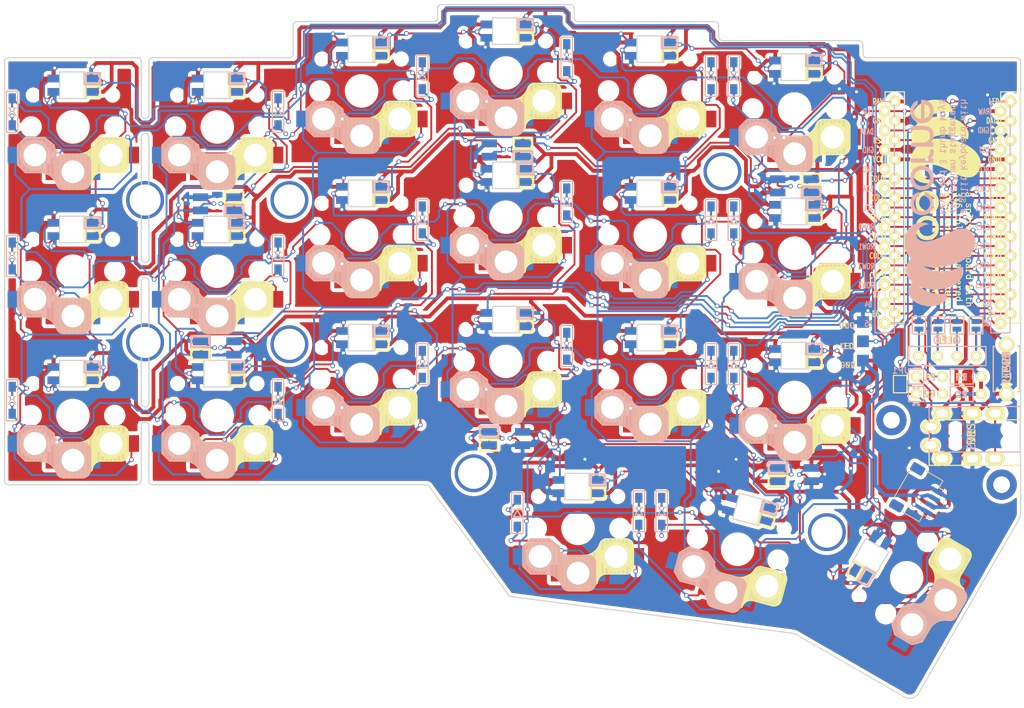
<source format=kicad_pcb>
(kicad_pcb (version 20211014) (generator pcbnew)
  (title_block (title "Corne Chocolate") (date "2018-11-17") (rev "2.1") (company "foostan"))
  (layers (0 "F.Cu" signal) (31 "B.Cu" signal) (34 "B.Paste" user) (35 "F.Paste" user) (36 "B.SilkS" user "B.Silkscreen") (37 "F.SilkS" user "F.Silkscreen") (38 "B.Mask" user) (39 "F.Mask" user) (44 "Edge.Cuts" user))
  (net 0 "")
  (net 1 "row0")
  (net 2 "Net-(D1-Pad2)")
  (net 3 "row1")
  (net 4 "Net-(D2-Pad2)")
  (net 5 "row2")
  (net 6 "Net-(D3-Pad2)")
  (net 7 "row3")
  (net 8 "Net-(D4-Pad2)")
  (net 9 "Net-(D5-Pad2)")
  (net 10 "Net-(D6-Pad2)")
  (net 11 "Net-(D7-Pad2)")
  (net 12 "Net-(D8-Pad2)")
  (net 13 "Net-(D9-Pad2)")
  (net 14 "Net-(D10-Pad2)")
  (net 15 "Net-(D11-Pad2)")
  (net 16 "Net-(D12-Pad2)")
  (net 17 "Net-(D13-Pad2)")
  (net 18 "Net-(D14-Pad2)")
  (net 19 "Net-(D15-Pad2)")
  (net 20 "Net-(D16-Pad2)")
  (net 21 "Net-(D17-Pad2)")
  (net 22 "Net-(D18-Pad2)")
  (net 23 "Net-(D19-Pad2)")
  (net 24 "Net-(D20-Pad2)")
  (net 25 "Net-(D21-Pad2)")
  (net 26 "GND")
  (net 27 "VCC")
  (net 28 "col0")
  (net 29 "col1")
  (net 30 "col2")
  (net 31 "col3")
  (net 32 "col4")
  (net 33 "col5")
  (net 34 "LED")
  (net 35 "Net-(L1-Pad3)")
  (net 36 "Net-(L1-Pad1)")
  (net 37 "Net-(L3-Pad3)")
  (net 38 "Net-(L10-Pad1)")
  (net 39 "Net-(L11-Pad1)")
  (net 40 "Net-(L14-Pad3)")
  (net 41 "Net-(L10-Pad3)")
  (net 42 "Net-(L12-Pad1)")
  (net 43 "Net-(L13-Pad3)")
  (net 44 "Net-(L15-Pad3)")
  (net 45 "Net-(L16-Pad3)")
  (net 46 "reset")
  (net 47 "SCL")
  (net 48 "SDA")
  (net 49 "Net-(L5-Pad3)")
  (net 50 "unconnected-(L13-Pad1)")
  (net 51 "unconnected-(U1-Pad24)")
  (net 52 "Net-(J2-Pad1)")
  (net 53 "Net-(J2-Pad2)")
  (net 54 "Net-(J2-Pad3)")
  (net 55 "Net-(J2-Pad4)")
  (net 56 "Net-(L2-Pad3)")
  (net 57 "Net-(L3-Pad1)")
  (net 58 "Net-(L11-Pad3)")
  (net 59 "Net-(L14-Pad1)")
  (net 60 "Net-(L12-Pad3)")
  (net 61 "Net-(L17-Pad1)")
  (net 62 "Net-(L18-Pad3)")
  (net 63 "Net-(L19-Pad3)")
  (net 64 "Net-(J1-PadA)")
  (net 65 "Net-(J1-PadB)")
  (net 66 "unconnected-(U1-Pad14)")
  (net 67 "Net-(L21-Pad3)")
  (net 68 "Net-(L22-Pad3)")
  (net 69 "Net-(L22-Pad1)")
  (net 70 "Net-(L23-Pad3)")
  (net 71 "Net-(L25-Pad1)")
  (net 72 "Net-(L26-Pad1)")
  (net 73 "unconnected-(U1-Pad13)")
  (net 74 "unconnected-(U1-Pad12)")
  (net 75 "unconnected-(U1-Pad11)")
  (net 76 "OLED_PWR")
  (net 77 "+5V")
  (net 78 "data")
  (footprint "kbd:D3_SMD" (layer "F.Cu") (at 62 75.125 -90)
    (fp_text reference "D1" hide)
    (fp_text value "D" hide)
  )
  (footprint "kbd:D3_SMD" (layer "F.Cu") (at 97 75.125 -90)
    (fp_text reference "D2" hide)
    (fp_text value "D" hide)
  )
  (footprint "kbd:D3_SMD" (layer "F.Cu") (at 116 70.375 -90)
    (fp_text reference "D3" hide)
    (fp_text value "D" hide)
  )
  (footprint "kbd:D3_SMD" (layer "F.Cu") (at 135 68 -90)
    (fp_text reference "D4" hide)
    (fp_text value "D" hide)
  )
  (footprint "kbd:D3_SMD" (layer "F.Cu") (at 154 70.375 -90)
    (fp_text reference "D5" hide)
    (fp_text value "D" hide)
  )
  (footprint "kbd:D3_SMD" (layer "F.Cu") (at 157 70.375 -90)
    (fp_text reference "D6" hide)
    (fp_text value "D" hide)
  )
  (footprint "kbd:D3_SMD" (layer "F.Cu") (at 62 94.125 -90)
    (fp_text reference "D7" hide)
    (fp_text value "D" hide)
  )
  (footprint "kbd:D3_SMD" (layer "F.Cu") (at 97 94.125 -90)
    (fp_text reference "D8" hide)
    (fp_text value "D" hide)
  )
  (footprint "kbd:D3_SMD" (layer "F.Cu") (at 116 89.375 -90)
    (fp_text reference "D9" hide)
    (fp_text value "D" hide)
  )
  (footprint "kbd:D3_SMD" (layer "F.Cu") (at 135 87 -90)
    (fp_text reference "D10" hide)
    (fp_text value "D" hide)
  )
  (footprint "kbd:D3_SMD" (layer "F.Cu") (at 154 89.375 -90)
    (fp_text reference "D11" hide)
    (fp_text value "D" hide)
  )
  (footprint "kbd:D3_SMD" (layer "F.Cu") (at 157 89.375 -90)
    (fp_text reference "D12" hide)
    (fp_text value "D" hide)
  )
  (footprint "kbd:D3_SMD" (layer "F.Cu") (at 62 113.125 -90)
    (fp_text reference "D13" hide)
    (fp_text value "D" hide)
  )
  (footprint "kbd:D3_SMD" (layer "F.Cu") (at 97 113.125 -90)
    (fp_text reference "D14" hide)
    (fp_text value "D" hide)
  )
  (footprint "kbd:D3_SMD" (layer "F.Cu") (at 116 108.375 -90)
    (fp_text reference "D15" hide)
    (fp_text value "D" hide)
  )
  (footprint "kbd:D3_SMD" (layer "F.Cu") (at 135 106 -90)
    (fp_text reference "D16" hide)
    (fp_text value "D" hide)
  )
  (footprint "kbd:D3_SMD" (layer "F.Cu") (at 154 108.375 -90)
    (fp_text reference "D17" hide)
    (fp_text value "D" hide)
  )
  (footprint "kbd:D3_SMD" (layer "F.Cu") (at 157 108.375 -90)
    (fp_text reference "D18" hide)
    (fp_text value "D" hide)
  )
  (footprint "kbd:D3_SMD" (layer "F.Cu") (at 128.5 128 -90)
    (fp_text reference "D19" hide)
    (fp_text value "D" hide)
  )
  (footprint "kbd:D3_SMD" (layer "F.Cu") (at 144.5 127.75 -90)
    (fp_text reference "D20" hide)
    (fp_text value "D" hide)
  )
  (footprint "kbd:D3_SMD" (layer "F.Cu") (at 147.5 127.75 -90)
    (fp_text reference "D21" hide)
    (fp_text value "D" hide)
  )
  (footprint "kbd:SK6812MINI_rev" (layer "F.Cu") (at 70 71.625)
    (fp_text reference "L1" hide)
    (fp_text value "SK6812MINI" hide)
    (fp_line (start -1.75 1.75) (end 1.75 1.75) (layer "Edge.Cuts") (width 0.15))
    (fp_line (start -1.75 -1.75) (end 1.75 -1.75) (layer "Edge.Cuts") (width 0.15))
    (fp_line (start -1.75 -1.75) (end -1.75 1.75) (layer "Edge.Cuts") (width 0.15))
    (fp_line (start 1.75 -1.75) (end 1.75 1.75) (layer "Edge.Cuts") (width 0.15))
  )
  (footprint "kbd:SK6812MINI_rev" (layer "F.Cu") (at 89 71.625)
    (fp_text reference "L2" hide)
    (fp_text value "SK6812MINI" hide)
    (fp_line (start -1.75 1.75) (end 1.75 1.75) (layer "Edge.Cuts") (width 0.15))
    (fp_line (start -1.75 -1.75) (end -1.75 1.75) (layer "Edge.Cuts") (width 0.15))
    (fp_line (start 1.75 -1.75) (end 1.75 1.75) (layer "Edge.Cuts") (width 0.15))
    (fp_line (start -1.75 -1.75) (end 1.75 -1.75) (layer "Edge.Cuts") (width 0.15))
  )
  (footprint "kbd:SK6812MINI_rev" (layer "F.Cu") (at 108 66.875)
    (fp_text reference "L3" hide)
    (fp_text value "SK6812MINI" hide)
    (fp_line (start 1.75 -1.75) (end 1.75 1.75) (layer "Edge.Cuts") (width 0.15))
    (fp_line (start -1.75 -1.75) (end 1.75 -1.75) (layer "Edge.Cuts") (width 0.15))
    (fp_line (start -1.75 1.75) (end 1.75 1.75) (layer "Edge.Cuts") (width 0.15))
    (fp_line (start -1.75 -1.75) (end -1.75 1.75) (layer "Edge.Cuts") (width 0.15))
  )
  (footprint "kbd:SK6812MINI_rev" (layer "F.Cu") (at 127 64.5)
    (fp_text reference "L4" hide)
    (fp_text value "SK6812MINI" hide)
    (fp_line (start -1.75 -1.75) (end -1.75 1.75) (layer "Edge.Cuts") (width 0.15))
    (fp_line (start -1.75 -1.75) (end 1.75 -1.75) (layer "Edge.Cuts") (width 0.15))
    (fp_line (start -1.75 1.75) (end 1.75 1.75) (layer "Edge.Cuts") (width 0.15))
    (fp_line (start 1.75 -1.75) (end 1.75 1.75) (layer "Edge.Cuts") (width 0.15))
  )
  (footprint "kbd:SK6812MINI_rev" (layer "F.Cu") (at 146 66.875)
    (fp_text reference "L5" hide)
    (fp_text value "SK6812MINI" hide)
    (fp_line (start -1.75 -1.75) (end -1.75 1.75) (layer "Edge.Cuts") (width 0.15))
    (fp_line (start 1.75 -1.75) (end 1.75 1.75) (layer "Edge.Cuts") (width 0.15))
    (fp_line (start -1.75 1.75) (end 1.75 1.75) (layer "Edge.Cuts") (width 0.15))
    (fp_line (start -1.75 -1.75) (end 1.75 -1.75) (layer "Edge.Cuts") (width 0.15))
  )
  (footprint "kbd:SK6812MINI_rev" (layer "F.Cu") (at 165 69.25)
    (fp_text reference "L6" hide)
    (fp_text value "SK6812MINI" hide)
    (fp_line (start -1.75 1.75) (end 1.75 1.75) (layer "Edge.Cuts") (width 0.15))
    (fp_line (start -1.75 -1.75) (end 1.75 -1.75) (layer "Edge.Cuts") (width 0.15))
    (fp_line (start -1.75 -1.75) (end -1.75 1.75) (layer "Edge.Cuts") (width 0.15))
    (fp_line (start 1.75 -1.75) (end 1.75 1.75) (layer "Edge.Cuts") (width 0.15))
  )
  (footprint "kbd:SK6812MINI_rev" (layer "F.Cu") (at 70 90.625)
    (fp_text reference "L7" hide)
    (fp_text value "SK6812MINI" hide)
    (fp_line (start -1.75 -1.75) (end -1.75 1.75) (layer "Edge.Cuts") (width 0.15))
    (fp_line (start -1.75 1.75) (end 1.75 1.75) (layer "Edge.Cuts") (width 0.15))
    (fp_line (start 1.75 -1.75) (end 1.75 1.75) (layer "Edge.Cuts") (width 0.15))
    (fp_line (start -1.75 -1.75) (end 1.75 -1.75) (layer "Edge.Cuts") (width 0.15))
  )
  (footprint "kbd:SK6812MINI_rev" (layer "F.Cu") (at 89 90.625)
    (fp_text reference "L8" hide)
    (fp_text value "SK6812MINI" hide)
    (fp_line (start -1.75 -1.75) (end -1.75 1.75) (layer "Edge.Cuts") (width 0.15))
    (fp_line (start 1.75 -1.75) (end 1.75 1.75) (layer "Edge.Cuts") (width 0.15))
    (fp_line (start -1.75 -1.75) (end 1.75 -1.75) (layer "Edge.Cuts") (width 0.15))
    (fp_line (start -1.75 1.75) (end 1.75 1.75) (layer "Edge.Cuts") (width 0.15))
  )
  (footprint "kbd:SK6812MINI_rev" (layer "F.Cu") (at 108 85.875)
    (fp_text reference "L9" hide)
    (fp_text value "SK6812MINI" hide)
    (fp_line (start -1.75 1.75) (end 1.75 1.75) (layer "Edge.Cuts") (width 0.15))
    (fp_line (start 1.75 -1.75) (end 1.75 1.75) (layer "Edge.Cuts") (width 0.15))
    (fp_line (start -1.75 -1.75) (end 1.75 -1.75) (layer "Edge.Cuts") (width 0.15))
    (fp_line (start -1.75 -1.75) (end -1.75 1.75) (layer "Edge.Cuts") (width 0.15))
  )
  (footprint "kbd:SK6812MINI_rev" (layer "F.Cu") (at 127 83.5)
    (fp_text reference "L10" hide)
    (fp_text value "SK6812MINI" hide)
    (fp_line (start -1.75 -1.75) (end -1.75 1.75) (layer "Edge.Cuts") (width 0.15))
    (fp_line (start -1.75 1.75) (end 1.75 1.75) (layer "Edge.Cuts") (width 0.15))
    (fp_line (start -1.75 -1.75) (end 1.75 -1.75) (layer "Edge.Cuts") (width 0.15))
    (fp_line (start 1.75 -1.75) (end 1.75 1.75) (layer "Edge.Cuts") (width 0.15))
  )
  (footprint "kbd:SK6812MINI_rev" (layer "F.Cu") (at 146 85.875)
    (fp_text reference "L11" hide)
    (fp_text value "SK6812MINI" hide)
    (fp_line (start -1.75 1.75) (end 1.75 1.75) (layer "Edge.Cuts") (width 0.15))
    (fp_line (start 1.75 -1.75) (end 1.75 1.75) (layer "Edge.Cuts") (width 0.15))
    (fp_line (start -1.75 -1.75) (end -1.75 1.75) (layer "Edge.Cuts") (width 0.15))
    (fp_line (start -1.75 -1.75) (end 1.75 -1.75) (layer "Edge.Cuts") (width 0.15))
  )
  (footprint "kbd:SK6812MINI_rev" (layer "F.Cu") (at 165 88.25)
    (fp_text reference "L12" hide)
    (fp_text value "SK6812MINI" hide)
    (fp_line (start 1.75 -1.75) (end 1.75 1.75) (layer "Edge.Cuts") (width 0.15))
    (fp_line (start -1.75 1.75) (end 1.75 1.75) (layer "Edge.Cuts") (width 0.15))
    (fp_line (start -1.75 -1.75) (end -1.75 1.75) (layer "Edge.Cuts") (width 0.15))
    (fp_line (start -1.75 -1.75) (end 1.75 -1.75) (layer "Edge.Cuts") (width 0.15))
  )
  (footprint "kbd:SK6812MINI_rev" (layer "F.Cu") (at 70 109.625)
    (fp_text reference "L13" hide)
    (fp_text value "SK6812MINI" hide)
    (fp_line (start 1.75 -1.75) (end 1.75 1.75) (layer "Edge.Cuts") (width 0.15))
    (fp_line (start -1.75 -1.75) (end -1.75 1.75) (layer "Edge.Cuts") (width 0.15))
    (fp_line (start -1.75 1.75) (end 1.75 1.75) (layer "Edge.Cuts") (width 0.15))
    (fp_line (start -1.75 -1.75) (end 1.75 -1.75) (layer "Edge.Cuts") (width 0.15))
  )
  (footprint "kbd:SK6812MINI_rev" (layer "F.Cu") (at 89 109.625)
    (fp_text reference "L14" hide)
    (fp_text value "SK6812MINI" hide)
    (fp_line (start -1.75 1.75) (end 1.75 1.75) (layer "Edge.Cuts") (width 0.15))
    (fp_line (start 1.75 -1.75) (end 1.75 1.75) (layer "Edge.Cuts") (width 0.15))
    (fp_line (start -1.75 -1.75) (end -1.75 1.75) (layer "Edge.Cuts") (width 0.15))
    (fp_line (start -1.75 -1.75) (end 1.75 -1.75) (layer "Edge.Cuts") (width 0.15))
  )
  (footprint "kbd:SK6812MINI_rev" (layer "F.Cu") (at 108 104.875)
    (fp_text reference "L15" hide)
    (fp_text value "SK6812MINI" hide)
    (fp_line (start -1.75 1.75) (end 1.75 1.75) (layer "Edge.Cuts") (width 0.15))
    (fp_line (start -1.75 -1.75) (end 1.75 -1.75) (layer "Edge.Cuts") (width 0.15))
    (fp_line (start 1.75 -1.75) (end 1.75 1.75) (layer "Edge.Cuts") (width 0.15))
    (fp_line (start -1.75 -1.75) (end -1.75 1.75) (layer "Edge.Cuts") (width 0.15))
  )
  (footprint "kbd:SK6812MINI_rev" (layer "F.Cu") (at 127 102.5)
    (fp_text reference "L16" hide)
    (fp_text value "SK6812MINI" hide)
    (fp_line (start 1.75 -1.75) (end 1.75 1.75) (layer "Edge.Cuts") (width 0.15))
    (fp_line (start -1.75 -1.75) (end -1.75 1.75) (layer "Edge.Cuts") (width 0.15))
    (fp_line (start -1.75 1.75) (end 1.75 1.75) (layer "Edge.Cuts") (width 0.15))
    (fp_line (start -1.75 -1.75) (end 1.75 -1.75) (layer "Edge.Cuts") (width 0.15))
  )
  (footprint "kbd:SK6812MINI_rev" (layer "F.Cu") (at 146 104.875)
    (fp_text reference "L17" hide)
    (fp_text value "SK6812MINI" hide)
    (fp_line (start -1.75 1.75) (end 1.75 1.75) (layer "Edge.Cuts") (width 0.15))
    (fp_line (start -1.75 -1.75) (end -1.75 1.75) (layer "Edge.Cuts") (width 0.15))
    (fp_line (start -1.75 -1.75) (end 1.75 -1.75) (layer "Edge.Cuts") (width 0.15))
    (fp_line (start 1.75 -1.75) (end 1.75 1.75) (layer "Edge.Cuts") (width 0.15))
  )
  (footprint "kbd:SK6812MINI_rev" (layer "F.Cu") (at 165 107.25)
    (fp_text reference "L18" hide)
    (fp_text value "SK6812MINI" hide)
    (fp_line (start -1.75 -1.75) (end 1.75 -1.75) (layer "Edge.Cuts") (width 0.15))
    (fp_line (start 1.75 -1.75) (end 1.75 1.75) (layer "Edge.Cuts") (width 0.15))
    (fp_line (start -1.75 1.75) (end 1.75 1.75) (layer "Edge.Cuts") (width 0.15))
    (fp_line (start -1.75 -1.75) (end -1.75 1.75) (layer "Edge.Cuts") (width 0.15))
  )
  (footprint "kbd:SK6812MINI_rev" (layer "F.Cu") (at 136.5 124.5)
    (fp_text reference "L19" hide)
    (fp_text value "SK6812MINI" hide)
    (fp_line (start -1.75 1.75) (end 1.75 1.75) (layer "Edge.Cuts") (width 0.15))
    (fp_line (start -1.75 -1.75) (end -1.75 1.75) (layer "Edge.Cuts") (width 0.15))
    (fp_line (start -1.75 -1.75) (end 1.75 -1.75) (layer "Edge.Cuts") (width 0.15))
    (fp_line (start 1.75 -1.75) (end 1.75 1.75) (layer "Edge.Cuts") (width 0.15))
  )
  (footprint "kbd:SK6812MINI_rev" (layer "F.Cu") (at 159 127.5 -15)
    (fp_text reference "L20" hide)
    (fp_text value "SK6812MINI" hide)
    (fp_line (start -1.75 -1.75) (end -1.75 1.75) (layer "Edge.Cuts") (width 0.15))
    (fp_line (start -1.75 1.75) (end 1.75 1.75) (layer "Edge.Cuts") (width 0.15))
    (fp_line (start 1.75 -1.75) (end 1.75 1.75) (layer "Edge.Cuts") (width 0.15))
    (fp_line (start -1.75 -1.75) (end 1.75 -1.75) (layer "Edge.Cuts") (width 0.15))
  )
  (footprint "kbd:SK6812MINI_rev" (layer "F.Cu") (at 175 133.75 -120)
    (fp_text reference "L21" hide)
    (fp_text value "SK6812MINI" hide)
    (fp_line (start -1.75 -1.75) (end -1.75 1.75) (layer "Edge.Cuts") (width 0.15))
    (fp_line (start 1.75 -1.75) (end 1.75 1.75) (layer "Edge.Cuts") (width 0.15))
    (fp_line (start -1.75 1.75) (end 1.75 1.75) (layer "Edge.Cuts") (width 0.15))
    (fp_line (start -1.75 -1.75) (end 1.75 -1.75) (layer "Edge.Cuts") (width 0.15))
  )
  (footprint "kbd:Choc_Hotswap" (layer "F.Cu") (at 70 77.125 180)
    (fp_text reference "SW1" hide)
    (fp_text value "SW_PUSH" hide)
  )
  (footprint "kbd:Choc_Hotswap" (layer "F.Cu") (at 89 77.125 180)
    (fp_text reference "SW2" hide)
    (fp_text value "SW_PUSH" hide)
  )
  (footprint "kbd:Choc_Hotswap" (layer "F.Cu") (at 108 72.375 180)
    (fp_text reference "SW3" hide)
    (fp_text value "SW_PUSH" hide)
  )
  (footprint "kbd:Choc_Hotswap" (layer "F.Cu") (at 127 70 180)
    (fp_text reference "SW4" hide)
    (fp_text value "SW_PUSH" hide)
  )
  (footprint "kbd:Choc_Hotswap" (layer "F.Cu") (at 146 72.375 180)
    (fp_text reference "SW5" hide)
    (fp_text value "SW_PUSH" hide)
  )
  (footprint "kbd:Choc_Hotswap" (layer "F.Cu") (at 165 74.75 180)
    (fp_text reference "SW6" hide)
    (fp_text value "SW_PUSH" hide)
  )
  (footprint "kbd:Choc_Hotswap" (layer "F.Cu") (at 70 96.125 180)
    (fp_text reference "SW7" hide)
    (fp_text value "SW_PUSH" hide)
  )
  (footprint "kbd:Choc_Hotswap" (layer "F.Cu") (at 89 96.125 180)
    (fp_text reference "SW8" hide)
    (fp_text value "SW_PUSH" hide)
  )
  (footprint "kbd:Choc_Hotswap" (layer "F.Cu") (at 108 91.375 180)
    (fp_text reference "SW9" hide)
    (fp_text value "SW_PUSH" hide)
  )
  (footprint "kbd:Choc_Hotswap" (layer "F.Cu") (at 127 89 180)
    (fp_text reference "SW10" hide)
    (fp_text value "SW_PUSH" hide)
  )
  (footprint "kbd:Choc_Hotswap" (layer "F.Cu") (at 146 91.375 180)
    (fp_text reference "SW11" hide)
    (fp_text value "SW_PUSH" hide)
  )
  (footprint "kbd:Choc_Hotswap" (layer "F.Cu") (at 165 93.75 180)
    (fp_text reference "SW12" hide)
    (fp_text value "SW_PUSH" hide)
  )
  (footprint "kbd:Choc_Hotswap" (layer "F.Cu") (at 70 115.125 180)
    (fp_text reference "SW13" hide)
    (fp_text value "SW_PUSH" hide)
  )
  (footprint "kbd:Choc_Hotswap" (layer "F.Cu") (at 89 115.125 180)
    (fp_text reference "SW14" hide)
    (fp_text value "SW_PUSH" hide)
  )
  (footprint "kbd:Choc_Hotswap" (layer "F.Cu") (at 108 110.375 180)
    (fp_text reference "SW15" hide)
    (fp_text value "SW_PUSH" hide)
  )
  (footprint "kbd:Choc_Hotswap" (layer "F.Cu") (at 127 108 180)
    (fp_text reference "SW16" hide)
    (fp_text value "SW_PUSH" hide)
  )
  (footprint "kbd:Choc_Hotswap" (layer "F.Cu") (at 146 110.375 180)
    (fp_text reference "SW17" hide)
    (fp_text value "SW_PUSH" hide)
  )
  (footprint "kbd:Choc_Hotswap" (layer "F.Cu") (at 165 112.75 180)
    (fp_text reference "SW18" hide)
    (fp_text value "SW_PUSH" hide)
  )
  (footprint "kbd:Choc_Hotswap" (layer "F.Cu") (at 136.5 130 180)
    (fp_text reference "SW19" hide)
    (fp_text value "SW_PUSH" hide)
  )
  (footprint "kbd:Choc_Hotswap" (layer "F.Cu") (at 157.5 132.75 165)
    (fp_text reference "SW20" hide)
    (fp_text value "SW_PUSH" hide)
  )
  (footprint "kbd:Jumper" (layer "F.Cu") (at 188.875 103.25 -90)
    (fp_text reference "JP2" hide)
    (fp_text value " ")
  )
  (footprint "kbd:Jumper" (layer "F.Cu") (at 186.375 103.25 -90)
    (fp_text reference "JP3" hide)
    (fp_text value " ")
  )
  (footprint "kbd:Jumper" (layer "F.Cu") (at 183.875 103.25 -90)
    (fp_text reference "JP4" hide)
    (fp_text value " ")
  )
  (footprint "kbd:Jumper" (layer "F.Cu") (at 181.375 103.25 -90)
    (fp_text reference "JP5" hide)
    (fp_text value " ")
  )
  (footprint "kbd:ProMicro_v2" (layer "F.Cu") (at 185.75 88.25)
    (fp_text reference "U1" hide)
    (fp_text value "ProMicro" hide)
  )
  (footprint "kbd:LEGO_HOLE" (layer "F.Cu") (at 177.75 115.75)
    (fp_text reference "")
    (fp_text value "")
  )
  (footprint "kbd:LEGO_HOLE" (layer "F.Cu") (at 192.25 124.25)
    (fp_text reference "")
    (fp_text value "")
  )
  (footprint "kbd:LEGO_HOLE" (layer "F.Cu") (at 79.5 86.75)
    (fp_text reference "")
    (fp_text value "")
  )
  (footprint "kbd:LEGO_HOLE" (layer "F.Cu") (at 79.5 105.5)
    (fp_text reference "")
    (fp_text value "")
  )
  (footprint "kbd:LEGO_HOLE" (layer "F.Cu") (at 98.5 86.75)
    (fp_text reference "")
    (fp_text value "")
  )
  (footprint "kbd:LEGO_HOLE" (layer "F.Cu") (at 98.5 105.75)
    (fp_text reference "")
    (fp_text value "")
  )
  (footprint "kbd:LEGO_HOLE" (layer "F.Cu") (at 155.5 83)
    (fp_text reference "")
    (fp_text value "")
  )
  (footprint "kbd:LEGO_HOLE" (layer "F.Cu") (at 122.75 122.75)
    (fp_text reference "")
    (fp_text value "")
  )
  (footprint "kbd:LEGO_HOLE" (layer "F.Cu") (at 169.25 130.5)
    (fp_text reference "")
    (fp_text value "")
  )
  (footprint "kbd:StripLED_rev" (layer "F.Cu") (at 174 107.9 180)
    (fp_text reference "J3" hide)
    (fp_text value "LED" hide)
  )
  (footprint "kbd:JPC2" (layer "F.Cu") (at 178.9 111 -90)
    (fp_text reference "JP1")
    (fp_text value " " hide)
  )
  (footprint "kbd:OLED" (layer "F.Cu") (at 181.3 107.3)
    (fp_text reference "J2")
    (fp_text value "OLED" hide)
  )
  (footprint "kbd:MJ-4PP-9" (layer "F.Cu") (at 194.7 118.7 -90)
    (fp_text reference "J1")
    (fp_text value "MJ-4PP-9" hide)
  )
  (footprint "kbd:ResetSW" (layer "F.Cu") (at 192.9 109 90)
    (fp_text reference "RSW1" hide)
    (fp_text value "SW_PUSH")
  )
  (footprint "kbd:SK6812MINI_underglow_rev" (layer "F.Cu") (at 127.02 80.16)
    (fp_text reference "L23" hide)
    (fp_text value "SK6812MINI" hide)
  )
  (footprint "kbd:SK6812MINI_underglow_rev" (layer "F.Cu") (at 164.97 84.88)
    (fp_text reference "L24" hide)
    (fp_text value "SK6812MINI" hide)
  )
  (footprint "kbd:SK6812MINI_underglow_rev" (layer "F.Cu") (at 126.99 118.17 180)
    (fp_text reference "L26" hide)
    (fp_text value "SK6812MINI" hide)
  )
  (footprint "kbd:SK6812MINI_underglow_rev" (layer "F.Cu") (at 165.01 122.92 180)
    (fp_text reference "L27" hide)
    (fp_text value "SK6812MINI" hide)
  )
  (footprint "kbd:corne" (layer "F.Cu") (at 184.7 87.225 -90)
    (fp_text reference "G***" hide)
    (fp_text value "LOGO" hide)
  )
  (footprint "kbd:Choc_Hotswap_1.5u" (layer "F.Cu") (at 179.75 136.5 -120)
    (fp_text reference "SW21" hide)
    (fp_text value "SW_PUSH" hide)
  )
  (footprint "kbd:R" (layer "F.Cu") (at 187 112.3 180)
    (fp_text reference "R2")
    (fp_text value "R" hide)
  )
  (footprint "kbd:R" (layer "F.Cu") (at 187 110 180)
    (fp_text reference "R1")
    (fp_text value "R" hide)
  )
  (footprint "kbd:1pin_conn" (layer "F.Cu") (at 181 110)
    (fp_text reference "P1")
    (fp_text value "i2c-pin" hide)
  )
  (footprint "kbd:1pin_conn" (layer "F.Cu") (at 181 112.3)
    (fp_text reference "P2")
    (fp_text value "i2c-pin" hide)
  )
  (footprint "kbd:SK6812MINI_underglow_rev" (layer "F.Cu") (at 89 87.25)
    (fp_text reference "L22" hide)
    (fp_text value "SK6812MINI" hide)
  )
  (footprint "kbd:SK6812MINI_underglow_rev" (layer "F.Cu") (at 89 106.24 180)
    (fp_text reference "L25" hide)
    (fp_text value "SK6812MINI" hide)
  )
  (footprint "Allen's Akizukidenshi:JST_SH_SM04B-SRSS-TB_1x04-1MP_P1.00mm_Horizontal-reversible" (layer "F.Cu") (at 181.431725 125.533755 -120)
    (fp_text reference "J6" hide)
    (fp_text value "Conn_01x04" hide)
  )
  (footprint "kbd:Jumper" (layer "B.Cu") (at 188.875 103.25 -90)
    (fp_text reference "JP6" hide)
    (fp_text value " ")
  )
  (footprint "kbd:Jumper" (layer "B.Cu") (at 186.375 103.25 -90)
    (fp_text reference "JP7" hide)
    (fp_text value " ")
  )
  (footprint "kbd:Jumper" (layer "B.Cu") (at 183.875 103.25 -90)
    (fp_text reference "JP8" hide)
    (fp_text value " ")
  )
  (footprint "kbd:Jumper" (layer "B.Cu") (at 181.375 103.25 -90)
    (fp_text reference "JP9" hide)
    (fp_text value " ")
  )
  (footprint "kbd:corne" (layer "B.Cu") (at 184.025 87.05 90)
    (fp_text reference "G***" hide)
    (fp_text value "LOGO" hide)
  )
  (gr_arc (start 99 67.5) (mid 98.853553 67.853553) (end 98.5 68) (layer "Edge.Cuts") (width 0.15))
  (gr_arc (start 79.5 114) (mid 79.146447 113.853553) (end 79 113.5) (layer "Edge.Cuts") (width 0.15))
  (gr_line (start 118 61.5) (end 118 62.75) (layer "Edge.Cuts") (width 0.15))
  (gr_arc (start 79.5 76) (mid 79.146447 75.853553) (end 79 75.5) (layer "Edge.Cuts") (width 0.15))
  (gr_arc (start 79.5 78) (mid 79.853553 78.146447) (end 80 78.5) (layer "Edge.Cuts") (width 0.15))
  (gr_arc (start 80 94.5) (mid 79.853553 94.853553) (end 79.5 95) (layer "Edge.Cuts") (width 0.15))
  (gr_arc (start 174.5 68) (mid 174.146447 67.853553) (end 174 67.5) (layer "Edge.Cuts") (width 0.15))
  (gr_arc (start 194.75 127.975) (mid 194.695218 128.426668) (end 194.522764 128.847696) (layer "Edge.Cuts") (width 0.15))
  (gr_line (start 116.5 124.25) (end 80.5 124.25) (layer "Edge.Cuts") (width 0.15))
  (gr_line (start 61.5 124.25) (end 78.5 124.25) (layer "Edge.Cuts") (width 0.15))
  (gr_arc (start 79 116.5) (mid 79.146447 116.146447) (end 79.5 116) (layer "Edge.Cuts") (width 0.15))
  (gr_line (start 79 78.5) (end 79 94.5) (layer "Edge.Cuts") (width 0.15))
  (gr_arc (start 154.5 63.25) (mid 154.853553 63.396447) (end 155 63.75) (layer "Edge.Cuts") (width 0.15))
  (gr_line (start 136 62.75) (end 136 61.5) (layer "Edge.Cuts") (width 0.15))
  (gr_arc (start 80 68.5) (mid 80.146447 68.146447) (end 80.5 68) (layer "Edge.Cuts") (width 0.15))
  (gr_line (start 135.5 61) (end 118.5 61) (layer "Edge.Cuts") (width 0.15))
  (gr_arc (start 79 123.75) (mid 78.853553 124.103553) (end 78.5 124.25) (layer "Edge.Cuts") (width 0.15))
  (gr_arc (start 80 75.5) (mid 79.853553 75.853553) (end 79.5 76) (layer "Edge.Cuts") (width 0.15))
  (gr_line (start 181.3 151.775) (end 194.525 128.85) (layer "Edge.Cuts") (width 0.15))
  (gr_line (start 174 66.25) (end 174 67.5) (layer "Edge.Cuts") (width 0.15))
  (gr_arc (start 116.5 124.25) (mid 116.691342 124.28806) (end 116.853553 124.396447) (layer "Edge.Cuts") (width 0.15))
  (gr_arc (start 79.5 116) (mid 79.853553 116.146447) (end 80 116.5) (layer "Edge.Cuts") (width 0.15))
  (gr_arc (start 61.5 124.25) (mid 61.146447 124.103553) (end 61 123.75) (layer "Edge.Cuts") (width 0.15))
  (gr_arc (start 61 68.5) (mid 61.146447 68.146447) (end 61.5 68) (layer "Edge.Cuts") (width 0.15))
  (gr_arc (start 79.5 97) (mid 79.853553 97.146447) (end 80 97.5) (layer "Edge.Cuts") (width 0.15))
  (gr_line (start 80 97.5) (end 80 113.5) (layer "Edge.Cuts") (width 0.15))
  (gr_arc (start 164.420556 143.770344) (mid 164.750952 143.819149) (end 165.075 143.9) (layer "Edge.Cuts") (width 0.15))
  (gr_line (start 80 116.5) (end 80 123.75) (layer "Edge.Cuts") (width 0.15))
  (gr_line (start 117.5 63.25) (end 99.5 63.25) (layer "Edge.Cuts") (width 0.15))
  (gr_arc (start 99 63.75) (mid 99.146447 63.396447) (end 99.5 63.25) (layer "Edge.Cuts") (width 0.15))
  (gr_line (start 78.5 68) (end 61.5 68) (layer "Edge.Cuts") (width 0.15))
  (gr_line (start 98.5 68) (end 80.5 68) (layer "Edge.Cuts") (width 0.15))
  (gr_line (start 61 68.5) (end 61 123.75) (layer "Edge.Cuts") (width 0.15))
  (gr_arc (start 80 113.5) (mid 79.853553 113.853553) (end 79.5 114) (layer "Edge.Cuts") (width 0.15))
  (gr_arc (start 181.297263 151.781465) (mid 180.412069 152.371617) (end 179.369251 152.160956) (layer "Edge.Cuts") (width 0.15))
  (gr_arc (start 80.5 124.25) (mid 80.146447 124.103553) (end 80 123.75) (layer "Edge.Cuts") (width 0.15))
  (gr_arc (start 135.5 61) (mid 135.853553 61.146447) (end 136 61.5) (layer "Edge.Cuts") (width 0.15))
  (gr_line (start 155 65.25) (end 155 63.75) (layer "Edge.Cuts") (width 0.15))
  (gr_line (start 116.85 124.4) (end 127.4 138.85) (layer "Edge.Cuts") (width 0.15))
  (gr_arc (start 173.5 65.75) (mid 173.853553 65.896447) (end 174 66.25) (layer "Edge.Cuts") (width 0.15))
  (gr_line (start 194.75 68.5) (end 194.75 127.975) (layer "Edge.Cuts") (width 0.15))
  (gr_line (start 79 113.5) (end 79 97.5) (layer "Edge.Cuts") (width 0.15))
  (gr_arc (start 79.5 95) (mid 79.146447 94.853553) (end 79 94.5) (layer "Edge.Cuts") (width 0.15))
  (gr_arc (start 79 78.5) (mid 79.146447 78.146447) (end 79.5 78) (layer "Edge.Cuts") (width 0.15))
  (gr_arc (start 78.5 68) (mid 78.853553 68.146447) (end 79 68.5) (layer "Edge.Cuts") (width 0.15))
  (gr_arc (start 118 61.5) (mid 118.146447 61.146447) (end 118.5 61) (layer "Edge.Cuts") (width 0.15))
  (gr_arc (start 118 62.75) (mid 117.853553 63.103553) (end 117.5 63.25) (layer "Edge.Cuts") (width 0.15))
  (gr_arc (start 194.25 68) (mid 194.603553 68.146447) (end 194.75 68.5) (layer "Edge.Cuts") (width 0.15))
  (gr_line (start 194.25 68) (end 174.5 68) (layer "Edge.Cuts") (width 0.15))
  (gr_arc (start 127.75 139) (mid 127.558658 138.96194) (end 127.396447 138.853553) (layer "Edge.Cuts") (width 0.15))
  (gr_line (start 79 68.5) (end 79 75.5) (layer "Edge.Cuts") (width 0.15))
  (gr_line (start 165.075 143.9) (end 179.4 152.175) (layer "Edge.Cuts") (width 0.15))
  (gr_arc (start 136.5 63.25) (mid 136.146447 63.103553) (end 136 62.75) (layer "Edge.Cuts") (width 0.15))
  (gr_line (start 80 94.5) (end 80 78.5) (layer "Edge.Cuts") (width 0.15))
  (gr_line (start 127.75 139) (end 164.45 143.775) (layer "Edge.Cuts") (width 0.15))
  (gr_line (start 154.5 63.25) (end 136.5 63.25) (layer "Edge.Cuts") (width 0.15))
  (gr_line (start 173.5 65.75) (end 155.5 65.75) (layer "Edge.Cuts") (width 0.15))
  (gr_arc (start 155.5 65.75) (mid 155.146447 65.603553) (end 155 65.25) (layer "Edge.Cuts") (width 0.15))
  (gr_line (start 79 123.75) (end 79 116.5) (layer "Edge.Cuts") (width 0.15))
  (gr_arc (start 79 97.5) (mid 79.146447 97.146447) (end 79.5 97) (layer "Edge.Cuts") (width 0.15))
  (gr_line (start 99 63.75) (end 99 67.5) (layer "Edge.Cuts") (width 0.15))
  (gr_line (start 80 75.5) (end 80 68.5) (layer "Edge.Cuts") (width 0.15))
  (gr_text "GND" (at 171.9 103.3) (layer "B.SilkS") (effects (font (size 0.7 0.7) (thickness 0.125)) (justify mirror)))
  (gr_text "VCC" (at 172 108.5) (layer "B.SilkS") (effects (font (size 0.7 0.7) (thickness 0.125)) (justify mirror)))
  (gr_text "OLED" (at 185.1 105.3) (layer "B.SilkS") (effects (font (size 0.8128 0.8128)) (justify mirror)))
  (gr_text "LED" (at 172 106) (layer "B.SilkS") (effects (font (size 0.7 0.7) (thickness 0.125)) (justify mirror)))
  (gr_text "GND" (at 172 108.5) (layer "F.SilkS") (effects (font (size 0.7 0.7) (thickness 0.125))))
  (gr_text "LED" (at 171.9 106) (layer "F.SilkS") (effects (font (size 0.7 0.7) (thickness 0.125))))
  (gr_text "VCC" (at 171.9 103.3) (layer "F.SilkS") (effects (font (size 0.7 0.7) (thickness 0.125))))
  (segment (start 187.518 90.282) (end 188.788 89.012) (width 0.25) (layer "F.Cu") (net 1))
  (segment (start 188.788 89.012) (end 193.4064 89.012) (width 0.25) (layer "F.Cu") (net 1))
  (segment (start 115.75 69.95) (end 116 69.7) (width 0.25) (layer "F.Cu") (net 1))
  (segment (start 116 69.7) (end 116 68.6) (width 0.25) (layer "F.Cu") (net 1))
  (segment (start 135 67.6) (end 135 66.225) (width 0.25) (layer "F.Cu") (net 1))
  (segment (start 97 74.75) (end 97 73.35) (width 0.25) (layer "F.Cu") (net 1))
  (segment (start 62 74.8) (end 62 73.35) (width 0.25) (layer "F.Cu") (net 1))
  (segment (start 154 70) (end 154 68.6) (width 0.25) (layer "F.Cu") (net 1))
  (segment (start 176.86 90.282) (end 187.518 90.282) (width 0.25) (layer "F.Cu") (net 1))
  (segment (start 174.62 88.042) (end 174.62 81.58) (width 0.25) (layer "F.Cu") (net 1))
  (segment (start 176.86 90.282) (end 174.62 88.042) (width 0.25) (layer "F.Cu") (net 1))
  (segment (start 157 68.6) (end 157 70) (width 0.25) (layer "F.Cu") (net 1))
  (via (at 62 74.8) (size 0.6) (drill 0.4) (layers "F.Cu" "B.Cu") (net 1))
  (via (at 97 74.75) (size 0.6) (drill 0.4) (layers "F.Cu" "B.Cu") (net 1))
  (via (at 115.75 69.95) (size 0.6) (drill 0.4) (layers "F.Cu" "B.Cu") (net 1))
  (via (at 174.62 81.58) (size 0.6) (drill 0.4) (layers "F.Cu" "B.Cu") (net 1))
  (via (at 157 70) (size 0.6) (drill 0.4) (layers "F.Cu" "B.Cu") (net 1))
  (via (at 135 67.6) (size 0.6) (drill 0.4) (layers "F.Cu" "B.Cu") (net 1))
  (via (at 154 70) (size 0.6) (drill 0.4) (layers "F.Cu" "B.Cu") (net 1))
  (segment (start 66.8 76.05) (end 66.8 77.5) (width 0.25) (layer "B.Cu") (net 1))
  (segment (start 66.8 77.5) (end 68.9 79.6) (width 0.25) (layer "B.Cu") (net 1))
  (segment (start 68.9 79.6) (end 71.15 79.6) (width 0.25) (layer "B.Cu") (net 1))
  (segment (start 71.15 79.6) (end 73.1 77.65) (width 0.25) (layer "B.Cu") (net 1))
  (segment (start 73.1 77.65) (end 73.1 76.25) (width 0.25) (layer "B.Cu") (net 1))
  (segment (start 73.1 76.25) (end 73.75 75.6) (width 0.25) (layer "B.Cu") (net 1))
  (segment (start 73.75 75.6) (end 76.2 75.6) (width 0.25) (layer "B.Cu") (net 1))
  (segment (start 76.2 75.6) (end 77.6 77) (width 0.25) (layer "B.Cu") (net 1))
  (segment (start 77.6 77) (end 80.8 77) (width 0.25) (layer "B.Cu") (net 1))
  (segment (start 80.8 77) (end 81.4 76.4) (width 0.25) (layer "B.Cu") (net 1))
  (segment (start 81.4 76.4) (end 81.4 75.2) (width 0.25) (layer "B.Cu") (net 1))
  (segment (start 81.4 75.2) (end 81.6 75) (width 0.25) (layer "B.Cu") (net 1))
  (segment (start 81.6 75) (end 87.4 75) (width 0.25) (layer "B.Cu") (net 1))
  (segment (start 87.4 75) (end 87.9 74.5) (width 0.25) (layer "B.Cu") (net 1))
  (segment (start 87.9 74.5) (end 90.2 74.5) (width 0.25) (layer "B.Cu") (net 1))
  (segment (start 90.2 74.5) (end 90.8 75.1) (width 0.25) (layer "B.Cu") (net 1))
  (segment (start 90.8 75.1) (end 95 75.1) (width 0.25) (layer "B.Cu") (net 1))
  (segment (start 95 75.1) (end 95.25 75.35) (width 0.25) (layer "B.Cu") (net 1))
  (segment (start 97 75.35) (end 95.25 75.35) (width 0.25) (layer "B.Cu") (net 1))
  (segment (start 97.85 75.35) (end 100.8 72.4) (width 0.25) (layer "B.Cu") (net 1))
  (segment (start 100.8 72.4) (end 100.8 71.4) (width 0.25) (layer "B.Cu") (net 1))
  (segment (start 100.8 71.4) (end 101.4 70.8) (width 0.25) (layer "B.Cu") (net 1))
  (segment (start 101.4 70.8) (end 104 70.8) (width 0.25) (layer "B.Cu") (net 1))
  (segment (start 104 70.8) (end 104.9 71.7) (width 0.25) (layer "B.Cu") (net 1))
  (segment (start 104.9 71.7) (end 104.9 72.85) (width 0.25) (layer "B.Cu") (net 1))
  (segment (start 104.9 72.85) (end 106.95 74.9) (width 0.25) (layer "B.Cu") (net 1))
  (segment (start 106.95 74.9) (end 109.1 74.9) (width 0.25) (layer "B.Cu") (net 1))
  (segment (start 109.1 74.9) (end 111 73) (width 0.25) (layer "B.Cu") (net 1))
  (segment (start 111 73) (end 111 71.5) (width 0.25) (layer "B.Cu") (net 1))
  (segment (start 111 71.5) (end 111.7 70.8) (width 0.25) (layer "B.Cu") (net 1))
  (segment (start 111.7 70.8) (end 115.8 70.8) (width 0.25) (layer "B.Cu") (net 1))
  (segment (start 63.7 75.05) (end 62 73.35) (width 0.25) (layer "B.Cu") (net 1))
  (segment (start 115.8 70) (end 115.75 69.95) (width 0.25) (layer "B.Cu") (net 1))
  (segment (start 116 69.7) (end 115.75 69.95) (width 0.25) (layer "B.Cu") (net 1))
  (segment (start 135 68.2) (end 135 67.6) (width 0.25) (layer "B.Cu") (net 1))
  (segment (start 157 70) (end 157.05 70.05) (width 0.25) (layer "B.Cu") (net 1))
  (segment (start 157.05 70.05) (end 157.05 70.6) (width 0.25) (layer "B.Cu") (net 1))
  (segment (start 157.05 70.6) (end 157 70.6) (width 0.25) (layer "B.Cu") (net 1))
  (segment (start 143.1 73.05) (end 143.1 71.15) (width 0.25) (layer "B.Cu") (net 1))
  (segment (start 173.635002 75.529998) (end 173.754262 75.529998) (width 0.25) (layer "B.Cu") (net 1))
  (segment (start 115.8 70.8) (end 117.2 69.4) (width 0.25) (layer "B.Cu") (net 1))
  (segment (start 130.63 68.77) (end 129.9 69.5) (width 0.25) (layer "B.Cu") (net 1))
  (segment (start 66.8 76.05) (end 65.8 75.05) (width 0.25) (layer "B.Cu") (net 1))
  (segment (start 154 70.6) (end 151.063589 70.6) (width 0.25) (layer "B.Cu") (net 1))
  (segment (start 144.95 74.9) (end 143.1 73.05) (width 0.25) (layer "B.Cu") (net 1))
  (segment (start 161.95 75.75) (end 163.5 77.3) (width 0.25) (layer "B.Cu") (net 1))
  (segment (start 135 68.2) (end 131.18 68.2) (width 0.25) (layer "B.Cu") (net 1))
  (segment (start 129.9 69.5) (end 129.9 70.6) (width 0.25) (layer "B.Cu") (net 1))
  (segment (start 143.1 71.15) (end 142.55 70.6) (width 0.25) (layer "B.Cu") (net 1))
  (segment (start 163.5 77.3) (end 166 77.3) (width 0.25) (layer "B.Cu") (net 1))
  (segment (start 146.763589 74.9) (end 144.95 74.9) (width 0.25) (layer "B.Cu") (net 1))
  (segment (start 139.3 70.6) (end 136.9 68.2) (width 0.25) (layer "B.Cu") (net 1))
  (segment (start 161.95 74.35) (end 161.95 75.75) (width 0.25) (layer "B.Cu") (net 1))
  (segment (start 65.8 75.05) (end 63.7 75.05) (width 0.25) (layer "B.Cu") (net 1))
  (segment (start 158.2 70.6) (end 161.95 74.35) (width 0.25) (layer "B.Cu") (net 1))
  (segment (start 174.6 76.375736) (end 174.6 81.56) (width 0.25) (layer "B.Cu") (net 1))
  (segment (start 129.9 70.6) (end 127.9 72.6) (width 0.25) (layer "B.Cu") (net 1))
  (segment (start 116 68.6) (end 116 69.7) (width 0.25) (layer "B.Cu") (net 1))
  (segment (start 135 66.225) (end 135 67.6) (width 0.25) (layer "B.Cu") (net 1))
  (segment (start 174.6 81.56) (end 174.62 81.58) (width 0.25) (layer "B.Cu") (net 1))
  (segment (start 115.8 70.8) (end 115.8 70) (width 0.25) (layer "B.Cu") (net 1))
  (segment (start 127.9 72.6) (end 125.95 72.6) (width 0.25) (layer "B.Cu") (net 1))
  (segment (start 154 70.6) (end 157 70.6) (width 0.25) (layer "B.Cu") (net 1))
  (segment (start 170.03 73.27) (end 171.375004 73.27) (width 0.25) (layer "B.Cu") (net 1))
  (segment (start 131.18 68.2) (end 130.63 68.75) (width 0.25) (layer "B.Cu") (net 1))
  (segment (start 157.05 70.6) (end 158.2 70.6) (width 0.25) (layer "B.Cu") (net 1))
  (segment (start 136.9 68.2) (end 135 68.2) (width 0.25) (layer "B.Cu") (net 1))
  (segment (start 125.95 72.6) (end 123.8 70.45) (width 0.25) (layer "B.Cu") (net 1))
  (segment (start 123.8 70.45) (end 123.8 69.2) (width 0.25) (layer "B.Cu") (net 1))
  (segment (start 119.5 69.4) (end 117.2 69.4) (width 0.25) (layer "B.Cu") (net 1))
  (segment (start 157 70) (end 157 68.6) (width 0.25) (layer "B.Cu") (net 1))
  (segment (start 97 75.35) (end 97 74.75) (width 0.25) (layer "B.Cu") (net 1))
  (segment (start 171.375004 73.27) (end 173.635002 75.529998) (width 0.25) (layer "B.Cu") (net 1))
  (segment (start 120.8 68.1) (end 119.5 69.4) (width 0.25) (layer "B.Cu") (net 1))
  (segment (start 151.063589 70.6) (end 146.763589 74.9) (width 0.25) (layer "B.Cu") (net 1))
  (segment (start 166 77.3) (end 170.03 73.27) (width 0.25) (layer "B.Cu") (net 1))
  (segment (start 130.63 68.75) (end 130.63 68.77) (width 0.25) (layer "B.Cu") (net 1))
  (segment (start 62 73.35) (end 62 74.8) (width 0.25) (layer "B.Cu") (net 1))
  (segment (start 142.55 70.6) (end 139.3 70.6) (width 0.25) (layer "B.Cu") (net 1))
  (segment (start 154 70.6) (end 154 70) (width 0.25) (layer "B.Cu") (net 1))
  (segment (start 97 75.35) (end 97.85 75.35) (width 0.25) (layer "B.Cu") (net 1))
  (segment (start 123.8 69.2) (end 122.7 68.1) (width 0.25) (layer "B.Cu") (net 1))
  (segment (start 154 70) (end 154 68.6) (width 0.25) (layer "B.Cu") (net 1))
  (segment (start 173.754262 75.529998) (end 174.6 76.375736) (width 0.25) (layer "B.Cu") (net 1))
  (segment (start 97 74.75) (end 97 73.35) (width 0.25) (layer "B.Cu") (net 1))
  (segment (start 122.7 68.1) (end 120.8 68.1) (width 0.25) (layer "B.Cu") (net 1))
  (segment (start 62 75.65) (end 62 76.9) (width 0.25) (layer "F.Cu") (net 2))
  (segment (start 67.2 81.525) (end 67.905 80.82) (width 0.25) (layer "F.Cu") (net 2))
  (segment (start 67.905 80.82) (end 67.99 80.82) (width 0.25) (layer "F.Cu") (net 2))
  (segment (start 67.2 83.025) (end 67.2 81.525) (width 0.25) (layer "F.Cu") (net 2))
  (via (at 67.99 80.82) (size 0.6) (drill 0.4) (layers "F.Cu" "B.Cu") (net 2))
  (via (at 62 75.65) (size 0.6) (drill 0.4) (layers "F.Cu" "B.Cu") (net 2))
  (segment (start 67.99 80.82) (end 68.67 80.14) (width 0.25) (layer "B.Cu") (net 2))
  (segment (start 63.435 78.51) (end 67.04 78.51) (width 0.25) (layer "B.Cu") (net 2))
  (segment (start 62 76.9) (end 62 75.65) (width 0.25) (layer "B.Cu") (net 2))
  (segment (start 68.67 80.14) (end 70.78 80.14) (width 0.25) (layer "B.Cu") (net 2))
  (segment (start 67.04 78.51) (end 68.67 80.14) (width 0.25) (layer "B.Cu") (net 2))
  (segment (start 70.78 80.14) (end 72.8 82.16) (width 0.25) (layer "B.Cu") (net 2))
  (segment (start 72.8 82.16) (end 72.8 83.025) (width 0.25) (layer "B.Cu") (net 2))
  (segment (start 62 76.9) (end 62 77.075) (width 0.25) (layer "B.Cu") (net 2))
  (segment (start 62 77.075) (end 63.435 78.51) (width 0.25) (layer "B.Cu") (net 2))
  (segment (start 121 87.3) (end 119 87.3) (width 0.25) (layer "F.Cu") (net 3))
  (segment (start 139.9 89.5) (end 138.2 89.5) (width 0.25) (layer "F.Cu") (net 3))
  (segment (start 182.478 92.822) (end 183.748 91.552) (width 0.25) (layer "F.Cu") (net 3))
  (segment (start 183.748 91.552) (end 193.4064 91.552) (width 0.25) (layer "F.Cu") (net 3))
  (segment (start 96.95 93.7) (end 97 93.65) (width 0.25) (layer "F.Cu") (net 3))
  (segment (start 97 93.65) (end 97 92.35) (width 0.25) (layer "F.Cu") (net 3))
  (segment (start 116 89.05) (end 116 87.6) (width 0.25) (layer "F.Cu") (net 3))
  (segment (start 135 86.6) (end 135 85.225) (width 0.25) (layer "F.Cu") (net 3))
  (segment (start 154 89.6) (end 157 89.6) (width 0.25) (layer "F.Cu") (net 3))
  (segment (start 98.98 92.91) (end 102.14 89.75) (width 0.25) (layer "F.Cu") (net 3))
  (segment (start 98.98 92.91) (end 98.98 93.53) (width 0.25) (layer "F.Cu") (net 3))
  (segment (start 82.9 94.6) (end 82.600001 94.899999) (width 0.25) (layer "F.Cu") (net 3))
  (segment (start 62 92.35) (end 62 93.8) (width 0.25) (layer "F.Cu") (net 3))
  (segment (start 82.600001 95.289987) (end 80.689988 97.2) (width 0.25) (layer "F.Cu") (net 3))
  (segment (start 176.86 92.822) (end 176.407072 92.822) (width 0.25) (layer "F.Cu") (net 3))
  (segment (start 176.86 92.822) (end 182.478 92.822) (width 0.25) (layer "F.Cu") (net 3))
  (segment (start 154 87.6) (end 154 89.6) (width 0.25) (layer "F.Cu") (net 3))
  (segment (start 176.407072 92.822) (end 174.185032 90.59996) (width 0.25) (layer "F.Cu") (net 3))
  (segment (start 157 87.6) (end 157 89.6) (width 0.25) (layer "F.Cu") (net 3))
  (segment (start 82.600001 94.899999) (end 82.600001 95.289987) (width 0.25) (layer "F.Cu") (net 3))
  (via (at 139.9 89.5) (size 0.6) (drill 0.4) (layers "F.Cu" "B.Cu") (net 3))
  (via (at 138.2 89.5) (size 0.6) (drill 0.4) (layers "F.Cu" "B.Cu") (net 3))
  (via (at 82.9 94.6) (size 0.6) (drill 0.4) (layers "F.Cu" "B.Cu") (net 3))
  (via (at 121 87.3) (size 0.6) (drill 0.4) (layers "F.Cu" "B.Cu") (net 3))
  (via (at 98.98 93.53) (size 0.6) (drill 0.4) (layers "F.Cu" "B.Cu") (net 3))
  (via (at 119 87.3) (size 0.6) (drill 0.4) (layers "F.Cu" "B.Cu") (net 3))
  (via (at 116 89.05) (size 0.6) (drill 0.4) (layers "F.Cu" "B.Cu") (net 3))
  (via (at 80.689988 97.2) (size 0.6) (drill 0.4) (layers "F.Cu" "B.Cu") (net 3))
  (via (at 157 89.6) (size 0.6) (drill 0.4) (layers "F.Cu" "B.Cu") (net 3))
  (via (at 96.95 93.7) (size 0.6) (drill 0.4) (layers "F.Cu" "B.Cu") (net 3))
  (via (at 62 93.8) (size 0.6) (drill 0.4) (layers "F.Cu" "B.Cu") (net 3))
  (via (at 102.14 89.75) (size 0.6) (drill 0.4) (layers "F.Cu" "B.Cu") (net 3))
  (via (at 135 86.6) (size 0.6) (drill 0.4) (layers "F.Cu" "B.Cu") (net 3))
  (via (at 174.185032 90.59996) (size 0.6) (drill 0.4) (layers "F.Cu" "B.Cu") (net 3))
  (via (at 154 89.6) (size 0.6) (drill 0.4) (layers "F.Cu" "B.Cu") (net 3))
  (segment (start 96.65 94.35) (end 95.9 95.1) (width 0.25) (layer "B.Cu") (net 3))
  (segment (start 95.9 95.1) (end 95.7 95.1) (width 0.25) (layer "B.Cu") (net 3))
  (segment (start 95.7 95.1) (end 95.3 94.7) (width 0.25) (layer "B.Cu") (net 3))
  (segment (start 95.3 94.7) (end 93 94.7) (width 0.25) (layer "B.Cu") (net 3))
  (segment (start 93 94.7) (end 92.2 95.5) (width 0.25) (layer "B.Cu") (net 3))
  (segment (start 92.2 95.5) (end 92.2 96.45) (width 0.25) (layer "B.Cu") (net 3))
  (segment (start 92.2 96.45) (end 90 98.65) (width 0.25) (layer "B.Cu") (net 3))
  (segment (start 90 98.65) (end 87.95 98.65) (width 0.25) (layer "B.Cu") (net 3))
  (segment (start 87.95 98.65) (end 86 96.7) (width 0.25) (layer "B.Cu") (net 3))
  (segment (start 86 96.7) (end 86 95.5) (width 0.25) (layer "B.Cu") (net 3))
  (segment (start 86 95.5) (end 85.1 94.6) (width 0.25) (layer "B.Cu") (net 3))
  (segment (start 119 87.3) (end 118.2 88.1) (width 0.25) (layer "B.Cu") (net 3))
  (segment (start 118.2 88.1) (end 118.2 89) (width 0.25) (layer "B.Cu") (net 3))
  (segment (start 118.2 89) (end 117.6 89.6) (width 0.25) (layer "B.Cu") (net 3))
  (segment (start 117.6 89.6) (end 116 89.6) (width 0.25) (layer "B.Cu") (net 3))
  (segment (start 138.2 89.5) (end 135.925 87.225) (width 0.25) (layer "B.Cu") (net 3))
  (segment (start 135 87.225) (end 135.925 87.225) (width 0.25) (layer "B.Cu") (net 3))
  (segment (start 96.95 94.35) (end 96.65 94.35) (width 0.25) (layer "B.Cu") (net 3))
  (segment (start 97 93.65) (end 96.95 93.7) (width 0.25) (layer "B.Cu") (net 3))
  (segment (start 99 93.55) (end 98.2 94.35) (width 0.25) (layer "B.Cu") (net 3))
  (segment (start 98.2 94.35) (end 96.95 94.35) (width 0.25) (layer "B.Cu") (net 3))
  (segment (start 62 93.8) (end 62 92.35) (width 0.25) (layer "B.Cu") (net 3))
  (segment (start 157 89.6) (end 157 87.6) (width 0.25) (layer "B.Cu") (net 3))
  (segment (start 99 93.55) (end 98.98 93.53) (width 0.25) (layer "B.Cu") (net 3))
  (segment (start 173.684992 91.1) (end 174.185032 90.59996) (width 0.25) (layer "B.Cu") (net 3))
  (segment (start 130.875 87.225) (end 129.9 88.2) (width 0.25) (layer "B.Cu") (net 3))
  (segment (start 109.1 93.95) (end 106.95 93.95) (width 0.25) (layer "B.Cu") (net 3))
  (segment (start 148.9 92) (end 146.8 94.1) (width 0.25) (layer "B.Cu") (net 3))
  (segment (start 149.58 89.88) (end 148.9 90.56) (width 0.25) (layer "B.Cu") (net 3))
  (segment (start 78.289988 94.8) (end 80.689988 97.2) (width 0.25) (layer "B.Cu") (net 3))
  (segment (start 154 89.6) (end 154 87.6) (width 0.25) (layer "B.Cu") (net 3))
  (segment (start 123.9 88.1) (end 123.1 87.3) (width 0.25) (layer "B.Cu") (net 3))
  (segment (start 104 89.75) (end 102.14 89.75) (width 0.25) (layer "B.Cu") (net 3))
  (segment (start 153.3 89.6) (end 153.02 89.88) (width 0.25) (layer "B.Cu") (net 3))
  (segment (start 96.95 94.35) (end 96.95 93.7) (width 0.25) (layer "B.Cu") (net 3))
  (segment (start 142.55 89.5) (end 139.9 89.5) (width 0.25) (layer "B.Cu") (net 3))
  (segment (start 63.975 93.6) (end 65.15 93.6) (width 0.25) (layer "B.Cu") (net 3))
  (segment (start 65.15 93.6) (end 67.1 95.55) (width 0.25) (layer "B.Cu") (net 3))
  (segment (start 112.05 89.95) (end 110.45 91.55) (width 0.25) (layer "B.Cu") (net 3))
  (segment (start 67.1 96.7) (end 68.654999 98.254999) (width 0.25) (layer "B.Cu") (net 3))
  (segment (start 72.7 95.4) (end 73.3 94.8) (width 0.25) (layer "B.Cu") (net 3))
  (segment (start 62 92.35) (end 62.725 92.35) (width 0.25) (layer "B.Cu") (net 3))
  (segment (start 115.7 89.6) (end 115.35 89.95) (width 0.25) (layer "B.Cu") (net 3))
  (segment (start 105.4 91.15) (end 104 89.75) (width 0.25) (layer "B.Cu") (net 3))
  (segment (start 145.15 94.1) (end 143.1 92.05) (width 0.25) (layer "B.Cu") (net 3))
  (segment (start 154 89.6) (end 153.3 89.6) (width 0.25) (layer "B.Cu") (net 3))
  (segment (start 72.7 96.9) (end 72.7 95.4) (width 0.25) (layer "B.Cu") (net 3))
  (segment (start 157.7 89.6) (end 159.2 91.1) (width 0.25) (layer "B.Cu") (net 3))
  (segment (start 129.9 88.2) (end 129.9 89.7) (width 0.25) (layer "B.Cu") (net 3))
  (segment (start 71.345001 98.254999) (end 72.7 96.9) (width 0.25) (layer "B.Cu") (net 3))
  (segment (start 135 85.225) (end 135 86.6) (width 0.25) (layer "B.Cu") (net 3))
  (segment (start 157 89.6) (end 157.7 89.6) (width 0.25) (layer "B.Cu") (net 3))
  (segment (start 116 89.6) (end 116 89.05) (width 0.25) (layer "B.Cu") (net 3))
  (segment (start 62.725 92.35) (end 63.975 93.6) (width 0.25) (layer "B.Cu") (net 3))
  (segment (start 85.1 94.6) (end 82.9 94.6) (width 0.25) (layer "B.Cu") (net 3))
  (segment (start 105.4 92.4) (end 105.4 91.15) (width 0.25) (layer "B.Cu") (net 3))
  (segment (start 143.1 90.05) (end 142.55 89.5) (width 0.25) (layer "B.Cu") (net 3))
  (segment (start 116 87.6) (end 116 89.05) (width 0.25) (layer "B.Cu") (net 3))
  (segment (start 123.9 89.5) (end 123.9 88.1) (width 0.25) (layer "B.Cu") (net 3))
  (segment (start 110.45 91.55) (end 110.45 92.6) (width 0.25) (layer "B.Cu") (net 3))
  (segment (start 135 87.225) (end 130.875 87.225) (width 0.25) (layer "B.Cu") (net 3))
  (segment (start 128.1 91.5) (end 125.9 91.5) (width 0.25) (layer "B.Cu") (net 3))
  (segment (start 110.45 92.6) (end 109.1 93.95) (width 0.25) (layer "B.Cu") (net 3))
  (segment (start 67.1 95.55) (end 67.1 96.7) (width 0.25) (layer "B.Cu") (net 3))
  (segment (start 159.2 91.1) (end 173.684992 91.1) (width 0.25) (layer "B.Cu") (net 3))
  (segment (start 116 89.6) (end 115.7 89.6) (width 0.25) (layer "B.Cu") (net 3))
  (segment (start 123.1 87.3) (end 121 87.3) (width 0.25) (layer "B.Cu") (net 3))
  (segment (start 135 87.225) (end 135 86.6) (width 0.25) (layer "B.Cu") (net 3))
  (segment (start 115.35 89.95) (end 112.05 89.95) (width 0.25) (layer "B.Cu") (net 3))
  (segment (start 129.9 89.7) (end 128.1 91.5) (width 0.25) (layer "B.Cu") (net 3))
  (segment (start 153.02 89.88) (end 149.58 89.88) (width 0.25) (layer "B.Cu") (net 3))
  (segment (start 106.95 93.95) (end 105.4 92.4) (width 0.25) (layer "B.Cu") (net 3))
  (segment (start 97 92.35) (end 97 93.65) (width 0.25) (layer "B.Cu") (net 3))
  (segment (start 68.654999 98.254999) (end 71.345001 98.254999) (width 0.25) (layer "B.Cu") (net 3))
  (segment (start 146.8 94.1) (end 145.15 94.1) (width 0.25) (layer "B.Cu") (net 3))
  (segment (start 143.1 92.05) (end 143.1 90.05) (width 0.25) (layer "B.Cu") (net 3))
  (segment (start 125.9 91.5) (end 123.9 89.5) (width 0.25) (layer "B.Cu") (net 3))
  (segment (start 148.9 90.56) (end 148.9 92) (width 0.25) (layer "B.Cu") (net 3))
  (segment (start 73.3 94.8) (end 78.289988 94.8) (width 0.25) (layer "B.Cu") (net 3))
  (segment (start 86.3 81.33) (end 86.3 83.025) (width 0.25) (layer "F.Cu") (net 4))
  (segment (start 94.96 78.69) (end 92.72 78.69) (width 0.25) (layer "F.Cu") (net 4))
  (segment (start 92.72 78.69) (end 90.8 80.61) (width 0.25) (layer "F.Cu") (net 4))
  (segment (start 97 76.9) (end 97 77.075) (width 0.25) (layer "F.Cu") (net 4))
  (segment (start 97 77.075) (end 97.953051 78.028051) (width 0.25) (layer "F.Cu") (net 4))
  (segment (start 97.953051 78.028051) (end 98.028051 78.028051) (width 0.25) (layer "F.Cu") (net 4))
  (segment (start 90.8 80.61) (end 87.02 80.61) (width 0.25) (layer "F.Cu") (net 4))
  (segment (start 95.633058 78.016942) (end 94.96 78.69) (width 0.25) (layer "F.Cu") (net 4))
  (segment (start 87.02 80.61) (end 86.3 81.33) (width 0.25) (layer "F.Cu") (net 4))
  (via (at 90.8 80.61) (size 0.6) (drill 0.4) (layers "F.Cu" "B.Cu") (net 4))
  (via (at 95.633058 78.016942) (size 0.6) (drill 0.4) (layers "F.Cu" "B.Cu") (net 4))
  (via (at 98.028051 78.028051) (size 0.6) (drill 0.4) (layers "F.Cu" "B.Cu") (net 4))
  (segment (start 97 77.075) (end 97.953051 78.028051) (width 0.25) (layer "B.Cu") (net 4))
  (segment (start 97.953051 78.028051) (end 98.028051 78.028051) (width 0.25) (layer "B.Cu") (net 4))
  (segment (start 97 76.9) (end 96.75 76.9) (width 0.25) (layer "B.Cu") (net 4))
  (segment (start 91.69 83.015) (end 91.7 83.025) (width 0.25) (layer "B.Cu") (net 4))
  (segment (start 97 76.9) (end 97 77.075) (width 0.25) (layer "B.Cu") (net 4))
  (segment (start 96.75 76.9) (end 95.633058 78.016942) (width 0.25) (layer "B.Cu") (net 4))
  (segment (start 91.69 81.5) (end 91.69 83.015) (width 0.25) (layer "B.Cu") (net 4))
  (segment (start 90.8 80.61) (end 91.69 81.5) (width 0.25) (layer "B.Cu") (net 4))
  (segment (start 81.1 115.7) (end 82.1 114.7) (width 0.25) (layer "F.Cu") (net 5))
  (segment (start 82.1 114.7) (end 82.1 114) (width 0.25) (layer "F.Cu") (net 5))
  (segment (start 82.1 114) (end 82.7 113.4) (width 0.25) (layer "F.Cu") (net 5))
  (segment (start 82.7 113.4) (end 83.3 113.4) (width 0.25) (layer "F.Cu") (net 5))
  (segment (start 121 106.3) (end 119 106.3) (width 0.25) (layer "F.Cu") (net 5))
  (segment (start 140 108.4) (end 137.9 108.4) (width 0.25) (layer "F.Cu") (net 5))
  (segment (start 135 105.6) (end 135 104.225) (width 0.25) (layer "F.Cu") (net 5))
  (segment (start 62 112.75) (end 62 111.35) (width 0.25) (layer "F.Cu") (net 5))
  (segment (start 154 108.55) (end 154 106.565) (width 0.25) (layer "F.Cu") (net 5))
  (segment (start 103.5 109) (end 101.869027 109) (width 0.25) (layer "F.Cu") (net 5))
  (segment (start 116 106.6) (end 116 108) (width 0.25) (layer "F.Cu") (net 5))
  (segment (start 189.023002 94.092) (end 193.4064 94.092) (width 0.25) (layer "F.Cu") (net 5))
  (segment (start 175.322988 103.922988) (end 176.6 105.2) (width 0.25) (layer "F.Cu") (net 5))
  (segment (start 97 111.35) (end 97 112.7) (width 0.25) (layer "F.Cu") (net 5))
  (segment (start 176.86 95.362) (end 175.322988 96.899012) (width 0.25) (layer "F.Cu") (net 5))
  (segment (start 175.322988 96.899012) (end 175.322988 103.922988) (width 0.25) (layer "F.Cu") (net 5))
  (segment (start 104.8 109.4) (end 103.9 109.4) (width 0.25) (layer "F.Cu") (net 5))
  (segment (start 157 106.565) (end 157 108.6) (width 0.25) (layer "F.Cu") (net 5))
  (segment (start 99.37792 111.491107) (end 101.869027 109) (width 0.25) (layer "F.Cu") (net 5))
  (segment (start 188.409999 94.105001) (end 189.010001 94.105001) (width 0.25) (layer "F.Cu") (net 5))
  (segment (start 183.208 94.092) (end 188.396998 94.092) (width 0.25) (layer "F.Cu") (net 5))
  (segment (start 176.86 95.362) (end 181.938 95.362) (width 0.25) (layer "F.Cu") (net 5))
  (segment (start 154 108.6) (end 157 108.6) (width 0.25) (layer "F.Cu") (net 5))
  (segment (start 176.6 105.2) (end 176.6 110.342914) (width 0.25) (layer "F.Cu") (net 5))
  (segment (start 189.010001 94.105001) (end 189.023002 94.092) (width 0.25) (layer "F.Cu") (net 5))
  (segment (start 181.938 95.362) (end 183.208 94.092) (width 0.25) (layer "F.Cu") (net 5))
  (segment (start 154 108.55) (end 154 108.6) (width 0.25) (layer "F.Cu") (net 5))
  (segment (start 103.9 109.4) (end 103.5 109) (width 0.25) (layer "F.Cu") (net 5))
  (segment (start 176.6 110.342914) (end 175.101795 111.841119) (width 0.25) (layer "F.Cu") (net 5))
  (segment (start 188.396998 94.092) (end 188.409999 94.105001) (width 0.25) (layer "F.Cu") (net 5))
  (via (at 140 108.4) (size 0.6) (drill 0.4) (layers "F.Cu" "B.Cu") (net 5))
  (via (at 104.8 109.4) (size 0.6) (drill 0.4) (layers "F.Cu" "B.Cu") (net 5))
  (via (at 62 112.75) (size 0.6) (drill 0.4) (layers "F.Cu" "B.Cu") (net 5))
  (via (at 81.1 115.7) (size 0.6) (drill 0.4) (layers "F.Cu" "B.Cu") (net 5))
  (via (at 83.3 113.4) (size 0.6) (drill 0.4) (layers "F.Cu" "B.Cu") (net 5))
  (via (at 99.37792 111.491107) (size 0.6) (drill 0.4) (layers "F.Cu" "B.Cu") (net 5))
  (via (at 157 108.6) (size 0.6) (drill 0.4) (layers "F.Cu" "B.Cu") (net 5))
  (via (at 135 105.6) (size 0.6) (drill 0.4) (layers "F.Cu" "B.Cu") (net 5))
  (via (at 154 108.6) (size 0.6) (drill 0.4) (layers "F.Cu" "B.Cu") (net 5))
  (via (at 121 106.3) (size 0.6) (drill 0.4) (layers "F.Cu" "B.Cu") (net 5))
  (via (at 137.9 108.4) (size 0.6) (drill 0.4) (layers "F.Cu" "B.Cu") (net 5))
  (via (at 175.101795 111.841119) (size 0.6) (drill 0.4) (layers "F.Cu" "B.Cu") (net 5))
  (via (at 97 112.7) (size 0.6) (drill 0.4) (layers "F.Cu" "B.Cu") (net 5))
  (via (at 116 108) (size 0.6) (drill 0.4) (layers "F.Cu" "B.Cu") (net 5))
  (via (at 119 106.3) (size 0.6) (drill 0.4) (layers "F.Cu" "B.Cu") (net 5))
  (segment (start 83.3 113.4) (end 85.05 113.4) (width 0.25) (layer "B.Cu") (net 5))
  (segment (start 85.05 113.4) (end 85.9 114.25) (width 0.25) (layer "B.Cu") (net 5))
  (segment (start 85.9 114.25) (end 85.9 115.6) (width 0.25) (layer "B.Cu") (net 5))
  (segment (start 85.9 115.6) (end 88 117.7) (width 0.25) (layer "B.Cu") (net 5))
  (segment (start 88 117.7) (end 89.9 117.7) (width 0.25) (layer "B.Cu") (net 5))
  (segment (start 89.9 117.7) (end 92.1 115.5) (width 0.25) (layer "B.Cu") (net 5))
  (segment (start 92.1 115.5) (end 92.1 114.25) (width 0.25) (layer "B.Cu") (net 5))
  (segment (start 92.1 114.25) (end 93 113.35) (width 0.25) (layer "B.Cu") (net 5))
  (segment (start 97 113.35) (end 93 113.35) (width 0.25) (layer "B.Cu") (net 5))
  (segment (start 111.9 108.6) (end 110.9 109.6) (width 0.25) (layer "B.Cu") (net 5))
  (segment (start 110.9 109.6) (end 110.9 111.05) (width 0.25) (layer "B.Cu") (net 5))
  (segment (start 110.9 111.05) (end 109.05 112.9) (width 0.25) (layer "B.Cu") (net 5))
  (segment (start 109.05 112.9) (end 106.85 112.9) (width 0.25) (layer "B.Cu") (net 5))
  (segment (start 106.85 112.9) (end 104.8 110.85) (width 0.25) (layer "B.Cu") (net 5))
  (segment (start 104.8 110.85) (end 104.8 109.4) (width 0.25) (layer "B.Cu") (net 5))
  (segment (start 130.575 106.225) (end 130.1 106.7) (width 0.25) (layer "B.Cu") (net 5))
  (segment (start 130.1 106.7) (end 130.1 108.45) (width 0.25) (layer "B.Cu") (net 5))
  (segment (start 130.1 108.45) (end 128.05 110.5) (width 0.25) (layer "B.Cu") (net 5))
  (segment (start 128.05 110.5) (end 125.95 110.5) (width 0.25) (layer "B.Cu") (net 5))
  (segment (start 125.95 110.5) (end 124 108.55) (width 0.25) (layer "B.Cu") (net 5))
  (segment (start 124 108.55) (end 124 107.1) (width 0.25) (layer "B.Cu") (net 5))
  (segment (start 124 107.1) (end 123.2 106.3) (width 0.25) (layer "B.Cu") (net 5))
  (segment (start 123.2 106.3) (end 121 106.3) (width 0.25) (layer "B.Cu") (net 5))
  (segment (start 119 106.3) (end 116.7 108.6) (width 0.25) (layer "B.Cu") (net 5))
  (segment (start 116.7 108.6) (end 116 108.6) (width 0.25) (layer "B.Cu") (net 5))
  (segment (start 150.2 108.6) (end 149 109.8) (width 0.25) (layer "B.Cu") (net 5))
  (segment (start 149 109.8) (end 149 111) (width 0.25) (layer "B.Cu") (net 5))
  (segment (start 149 111) (end 147 113) (width 0.25) (layer "B.Cu") (net 5))
  (segment (start 147 113) (end 145 113) (width 0.25) (layer "B.Cu") (net 5))
  (segment (start 145 113) (end 142.9 110.9) (width 0.25) (layer "B.Cu") (net 5))
  (segment (start 142.9 110.9) (end 142.9 109.3) (width 0.25) (layer "B.Cu") (net 5))
  (segment (start 142.9 109.3) (end 142 108.4) (width 0.25) (layer "B.Cu") (net 5))
  (segment (start 142 108.4) (end 140 108.4) (width 0.25) (layer "B.Cu") (net 5))
  (segment (start 137.9 108.4) (end 135.725 106.225) (width 0.25) (layer "B.Cu") (net 5))
  (segment (start 135.725 106.225) (end 135 106.225) (width 0.25) (layer "B.Cu") (net 5))
  (segment (start 97 112.7) (end 97 113.35) (width 0.25) (layer "B.Cu") (net 5))
  (segment (start 116 108) (end 116 108.6) (width 0.25) (layer "B.Cu") (net 5))
  (segment (start 172.841119 111.841119) (end 175.101795 111.841119) (width 0.25) (layer "B.Cu") (net 5))
  (segment (start 135 106.225) (end 135 105.6) (width 0.25) (layer "B.Cu") (net 5))
  (segment (start 77.5 113.5) (end 78.5 114.5) (width 0.25) (layer "B.Cu") (net 5))
  (segment (start 78.5 114.5) (end 79.9 114.5) (width 0.25) (layer "B.Cu") (net 5))
  (segment (start 66.9 115.55) (end 68.939989 117.589989) (width 0.25) (layer "B.Cu") (net 5))
  (segment (start 97 113.35) (end 98.858893 111.491107) (width 0.25) (layer "B.Cu") (net 5))
  (segment (start 72.7 115.9) (end 72.7 114.3) (width 0.25) (layer "B.Cu") (net 5))
  (segment (start 162.1 113.42) (end 164.08 115.4) (width 0.25) (layer "B.Cu") (net 5))
  (segment (start 157 108.6) (end 157 106.565) (width 0.25) (layer "B.Cu") (net 5))
  (segment (start 172.2 111.2) (end 172.841119 111.841119) (width 0.25) (layer "B.Cu") (net 5))
  (segment (start 164.08 115.4) (end 165.91 115.4) (width 0.25) (layer "B.Cu") (net 5))
  (segment (start 116 108.6) (end 111.9 108.6) (width 0.25) (layer "B.Cu") (net 5))
  (segment (start 62.725 111.35) (end 63.875 112.5) (width 0.25) (layer "B.Cu") (net 5))
  (segment (start 157 108.6) (end 157.6 108.6) (width 0.25) (layer "B.Cu") (net 5))
  (segment (start 154 108.6) (end 150.2 108.6) (width 0.25) (layer "B.Cu") (net 5))
  (segment (start 160 110.3) (end 162.1 112.4) (width 0.25) (layer "B.Cu") (net 5))
  (segment (start 162.1 112.4) (end 162.1 113.42) (width 0.25) (layer "B.Cu") (net 5))
  (segment (start 165.91 115.4) (end 170.11 111.2) (width 0.25) (layer "B.Cu") (net 5))
  (segment (start 63.875 112.5) (end 65.25 112.5) (width 0.25) (layer "B.Cu") (net 5))
  (segment (start 62 111.35) (end 62 112.75) (width 0.25) (layer "B.Cu") (net 5))
  (segment (start 170.11 111.2) (end 172.2 111.2) (width 0.25) (layer "B.Cu") (net 5))
  (segment (start 73.5 113.5) (end 77.5 113.5) (width 0.25) (layer "B.Cu") (net 5))
  (segment (start 154 106.565) (end 154 108.6) (width 0.25) (layer "B.Cu") (net 5))
  (segment (start 98.953656 111.491107) (end 99.37792 111.491107) (width 0.25) (layer "B.Cu") (net 5))
  (segment (start 116 108) (end 116 106.6) (width 0.25) (layer "B.Cu") (net 5))
  (segment (start 97 112.7) (end 97 111.35) (width 0.25) (layer "B.Cu") (net 5))
  (segment (start 79.9 114.5) (end 81.1 115.7) (width 0.25) (layer "B.Cu") (net 5))
  (segment (start 157.6 108.6) (end 159.3 110.3) (width 0.25) (layer "B.Cu") (net 5))
  (segment (start 159.3 110.3) (end 160 110.3) (width 0.25) (layer "B.Cu") (net 5))
  (segment (start 98.858893 111.491107) (end 98.953656 111.491107) (width 0.25) (layer "B.Cu") (net 5))
  (segment (start 135 106.225) (end 130.575 106.225) (width 0.25) (layer "B.Cu") (net 5))
  (segment (start 65.25 112.5) (end 66.9 114.15) (width 0.25) (layer "B.Cu") (net 5))
  (segment (start 68.939989 117.589989) (end 71.010011 117.589989) (width 0.25) (layer "B.Cu") (net 5))
  (segment (start 66.9 114.15) (end 66.9 115.55) (width 0.25) (layer "B.Cu") (net 5))
  (segment (start 72.7 114.3) (end 73.5 113.5) (width 0.25) (layer "B.Cu") (net 5))
  (segment (start 62 111.35) (end 62.725 111.35) (width 0.25) (layer "B.Cu") (net 5))
  (segment (start 135 104.225) (end 135 105.6) (width 0.25) (layer "B.Cu") (net 5))
  (segment (start 71.010011 117.589989) (end 72.7 115.9) (width 0.25) (layer "B.Cu") (net 5))
  (segment (start 116 72.33) (end 117.18 73.51) (width 0.25) (layer "F.Cu") (net 6))
  (segment (start 105.45 78.125) (end 105.3 78.275) (width 0.25) (layer "F.Cu") (net 6))
  (segment (start 116 72.15) (end 116 72.33) (width 0.25) (layer "F.Cu") (net 6))
  (segment (start 105.45 76.07) (end 105.45 78.125) (width 0.25) (layer "F.Cu") (net 6))
  (via (at 117.18 73.51) (size 0.6) (drill 0.4) (layers "F.Cu" "B.Cu") (net 6))
  (via (at 105.45 76.07) (size 0.6) (drill 0.4) (layers "F.Cu" "B.Cu") (net 6))
  (segment (start 117.18 73.51) (end 116 72.33) (width 0.25) (layer "B.Cu") (net 6))
  (segment (start 116 72.33) (end 116 72.15) (width 0.25) (layer "B.Cu") (net 6))
  (segment (start 106.16999 75.35001) (end 105.45 76.07) (width 0.25) (layer "B.Cu") (net 6))
  (segment (start 116.95 73.74) (end 110.89641 73.74) (width 0.25) (layer "B.Cu") (net 6))
  (segment (start 109.2864 75.35001) (end 106.16999 75.35001) (width 0.25) (layer "B.Cu") (net 6))
  (segment (start 110.7 76.76361) (end 110.7 78.275) (width 0.25) (layer "B.Cu") (net 6))
  (segment (start 109.2864 75.35001) (end 110.7 76.76361) (width 0.25) (layer "B.Cu") (net 6))
  (segment (start 117.18 73.51) (end 116.95 73.74) (width 0.25) (layer "B.Cu") (net 6))
  (segment (start 110.89641 73.74) (end 109.2864 75.35001) (width 0.25) (layer "B.Cu") (net 6))
  (segment (start 149.9 127.9) (end 151.5 127.9) (width 0.25) (layer "F.Cu") (net 7))
  (segment (start 181.398 97.902) (end 182.668 96.632) (width 0.25) (layer "F.Cu") (net 7))
  (segment (start 182.668 96.632) (end 193.4064 96.632) (width 0.25) (layer "F.Cu") (net 7))
  (segment (start 147.5 127.35) (end 147.5 125.975) (width 0.25) (layer "F.Cu") (net 7))
  (segment (start 177.1 105.064282) (end 175.772999 103.737281) (width 0.25) (layer "F.Cu") (net 7))
  (segment (start 176.86 97.902) (end 181.398 97.902) (width 0.25) (layer "F.Cu") (net 7))
  (segment (start 128.5 126.225) (end 128.5 126.4) (width 0.25) (layer "F.Cu") (net 7))
  (segment (start 177.1 110.735782) (end 177.1 105.064282) (width 0.25) (layer "F.Cu") (net 7))
  (segment (start 175.772999 98.989001) (end 176.86 97.902) (width 0.25) (layer "F.Cu") (net 7))
  (segment (start 174.3 126.8) (end 175.375011 125.724989) (width 0.25) (layer "F.Cu") (net 7))
  (segment (start 127.36 127.54) (end 127.269998 127.54) (width 0.25) (layer "F.Cu") (net 7))
  (segment (start 175.375011 125.724989) (end 175.375011 112.460771) (width 0.25) (layer "F.Cu") (net 7))
  (segment (start 175.375011 112.460771) (end 177.1 110.735782) (width 0.25) (layer "F.Cu") (net 7))
  (segment (start 175.772999 103.737281) (end 175.772999 98.989001) (width 0.25) (layer "F.Cu") (net 7))
  (segment (start 144.5 125.975) (end 144.5 127.35) (width 0.25) (layer "F.Cu") (net 7))
  (segment (start 128.5 126.4) (end 127.36 127.54) (width 0.25) (layer "F.Cu") (net 7))
  (via (at 147.5 127.35) (size 0.6) (drill 0.4) (layers "F.Cu" "B.Cu") (net 7))
  (via (at 174.3 126.8) (size 0.6) (drill 0.4) (layers "F.Cu" "B.Cu") (net 7))
  (via (at 144.5 127.35) (size 0.6) (drill 0.4) (layers "F.Cu" "B.Cu") (net 7))
  (via (at 151.5 127.9) (size 0.6) (drill 0.4) (layers "F.Cu" "B.Cu") (net 7))
  (via (at 149.9 127.9) (size 0.6) (drill 0.4) (layers "F.Cu" "B.Cu") (net 7))
  (via (at 127.269998 127.54) (size 0.6) (drill 0.4) (layers "F.Cu" "B.Cu") (net 7))
  (segment (start 149.825 127.975) (end 149.9 127.9) (width 0.25) (layer "B.Cu") (net 7))
  (segment (start 144.5 127.35) (end 144.55 127.4) (width 0.25) (layer "B.Cu") (net 7))
  (segment (start 144.55 127.4) (end 144.55 127.975) (width 0.25) (layer "B.Cu") (net 7))
  (segment (start 144.55 127.975) (end 147.5 127.975) (width 0.25) (layer "B.Cu") (net 7))
  (segment (start 144.535 127.96) (end 134.64 127.96) (width 0.25) (layer "B.Cu") (net 7))
  (segment (start 144.5 127.35) (end 144.5 125.975) (width 0.25) (layer "B.Cu") (net 7))
  (segment (start 165.2 131.4) (end 166.1 130.5) (width 0.25) (layer "B.Cu") (net 7))
  (segment (start 166.1 128.2) (end 167.5 126.8) (width 0.25) (layer "B.Cu") (net 7))
  (segment (start 147.5 127.35) (end 147.5 125.975) (width 0.25) (layer "B.Cu") (net 7))
  (segment (start 167.5 126.8) (end 174.3 126.8) (width 0.25) (layer "B.Cu") (net 7))
  (segment (start 154.44 133.82) (end 156.02 135.4) (width 0.25) (layer "B.Cu") (net 7))
  (segment (start 127.36 127.54) (end 127.269998 127.54) (width 0.25) (layer "B.Cu") (net 7))
  (segment (start 160.5 134) (end 160.5 132.1) (width 0.25) (layer "B.Cu") (net 7))
  (segment (start 154.44 130.84) (end 154.44 133.82) (width 0.25) (layer "B.Cu") (net 7))
  (segment (start 147.5 127.975) (end 147.5 127.35) (width 0.25) (layer "B.Cu") (net 7))
  (segment (start 160.5 132.1) (end 161.2 131.4) (width 0.25) (layer "B.Cu") (net 7))
  (segment (start 151.5 127.9) (end 154.44 130.84) (width 0.25) (layer "B.Cu") (net 7))
  (segment (start 156.02 135.4) (end 159.1 135.4) (width 0.25) (layer "B.Cu") (net 7))
  (segment (start 127.269998 127.54) (end 128.169998 128.44) (width 0.25) (layer "B.Cu") (net 7))
  (segment (start 166.1 130.5) (end 166.1 128.2) (width 0.25) (layer "B.Cu") (net 7))
  (segment (start 161.2 131.4) (end 165.2 131.4) (width 0.25) (layer "B.Cu") (net 7))
  (segment (start 147.5 127.975) (end 149.825 127.975) (width 0.25) (layer "B.Cu") (net 7))
  (segment (start 128.5 126.4) (end 127.36 127.54) (width 0.25) (layer "B.Cu") (net 7))
  (segment (start 134.64 127.96) (end 134.16 128.44) (width 0.25) (layer "B.Cu") (net 7))
  (segment (start 144.55 127.975) (end 144.535 127.96) (width 0.25) (layer "B.Cu") (net 7))
  (segment (start 134.16 128.44) (end 128.169998 128.44) (width 0.25) (layer "B.Cu") (net 7))
  (segment (start 159.1 135.4) (end 160.5 134) (width 0.25) (layer "B.Cu") (net 7))
  (segment (start 128.5 126.225) (end 128.5 126.4) (width 0.25) (layer "B.Cu") (net 7))
  (segment (start 135 70.08) (end 136.05 71.13) (width 0.25) (layer "F.Cu") (net 8))
  (segment (start 135 69.775) (end 135 70.08) (width 0.25) (layer "F.Cu") (net 8))
  (segment (start 124.46 75.74) (end 124.3 75.9) (width 0.25) (layer "F.Cu") (net 8))
  (segment (start 124.46 73.76) (end 124.46 75.74) (width 0.25) (layer "F.Cu") (net 8))
  (via (at 136.05 71.13) (size 0.6) (drill 0.4) (layers "F.Cu" "B.Cu") (net 8))
  (via (at 124.46 73.76) (size 0.6) (drill 0.4) (layers "F.Cu" "B.Cu") (net 8))
  (segment (start 136.05 71.13) (end 135 70.08) (width 0.25) (layer "B.Cu") (net 8))
  (segment (start 135 70.08) (end 135 69.775) (width 0.25) (layer "B.Cu") (net 8))
  (segment (start 129.7 75.35) (end 129.7 75.9) (width 0.25) (layer "B.Cu") (net 8))
  (segment (start 128.27 73.05) (end 125.17 73.05) (width 0.25) (layer "B.Cu") (net 8))
  (segment (start 136.05 71.13) (end 135.84 71.34) (width 0.25) (layer "B.Cu") (net 8))
  (segment (start 129.98 71.34) (end 128.27 73.05) (width 0.25) (layer "B.Cu") (net 8))
  (segment (start 128.27 73.92) (end 129.7 75.35) (width 0.25) (layer "B.Cu") (net 8))
  (segment (start 128.27 73.05) (end 128.27 73.92) (width 0.25) (layer "B.Cu") (net 8))
  (segment (start 135.84 71.34) (end 129.98 71.34) (width 0.25) (layer "B.Cu") (net 8))
  (segment (start 125.17 73.05) (end 124.46 73.76) (width 0.25) (layer "B.Cu") (net 8))
  (segment (start 153.58 73.59) (end 154 73.17) (width 0.25) (layer "F.Cu") (net 9))
  (segment (start 143.37 76.18) (end 143.37 78.205) (width 0.25) (layer "F.Cu") (net 9))
  (segment (start 143.37 78.205) (end 143.3 78.275) (width 0.25) (layer "F.Cu") (net 9))
  (segment (start 154 72.15) (end 154 73.17) (width 0.25) (layer "F.Cu") (net 9))
  (via (at 143.37 76.18) (size 0.6) (drill 0.4) (layers "F.Cu" "B.Cu") (net 9))
  (via (at 153.58 73.59) (size 0.6) (drill 0.4) (layers "F.Cu" "B.Cu") (net 9))
  (segment (start 147.01641 75.52) (end 146.85641 75.36) (width 0.25) (layer "B.Cu") (net 9))
  (segment (start 148.646411 73.889999) (end 153.280001 73.889999) (width 0.25) (layer "B.Cu") (net 9))
  (segment (start 144.19 75.36) (end 143.37 76.18) (width 0.25) (layer "B.Cu") (net 9))
  (segment (start 147.01641 75.52) (end 147.01641 76.04141) (width 0.25) (layer "B.Cu") (net 9))
  (segment (start 153.280001 73.889999) (end 154 73.17) (width 0.25) (layer "B.Cu") (net 9))
  (segment (start 147.01641 76.04141) (end 148.7 77.725) (width 0.25) (layer "B.Cu") (net 9))
  (segment (start 148.7 77.725) (end 148.7 78.275) (width 0.25) (layer "B.Cu") (net 9))
  (segment (start 154 72.15) (end 154 73.17) (width 0.25) (layer "B.Cu") (net 9))
  (segment (start 147.01641 75.52) (end 148.646411 73.889999) (width 0.25) (layer "B.Cu") (net 9))
  (segment (start 146.85641 75.36) (end 144.19 75.36) (width 0.25) (layer "B.Cu") (net 9))
  (segment (start 156.91 73.58) (end 157 73.49) (width 0.25) (layer "F.Cu") (net 10))
  (segment (start 157 73.49) (end 157 72.15) (width 0.25) (layer "F.Cu") (net 10))
  (segment (start 162.36 80.59) (end 162.3 80.65) (width 0.25) (layer "F.Cu") (net 10))
  (segment (start 162.36 78.55) (end 162.36 80.59) (width 0.25) (layer "F.Cu") (net 10))
  (via (at 162.36 78.55) (size 0.6) (drill 0.4) (layers "F.Cu" "B.Cu") (net 10))
  (via (at 156.91 73.58) (size 0.6) (drill 0.4) (layers "F.Cu" "B.Cu") (net 10))
  (segment (start 157 73.49) (end 156.91 73.58) (width 0.25) (layer "B.Cu") (net 10))
  (segment (start 157 72.15) (end 157 73.49) (width 0.25) (layer "B.Cu") (net 10))
  (segment (start 161.58 76.09) (end 163.27 77.78) (width 0.25) (layer "B.Cu") (net 10))
  (segment (start 156.91 73.58) (end 156.91 74.004264) (width 0.25) (layer "B.Cu") (net 10))
  (segment (start 158.995736 76.09) (end 161.58 76.09) (width 0.25) (layer "B.Cu") (net 10))
  (segment (start 167.7 79.51) (end 167.7 80.65) (width 0.25) (layer "B.Cu") (net 10))
  (segment (start 163.27 77.78) (end 163.13 77.78) (width 0.25) (layer "B.Cu") (net 10))
  (segment (start 165.97 77.78) (end 167.7 79.51) (width 0.25) (layer "B.Cu") (net 10))
  (segment (start 163.27 77.78) (end 165.97 77.78) (width 0.25) (layer "B.Cu") (net 10))
  (segment (start 156.91 74.004264) (end 158.995736 76.09) (width 0.25) (layer "B.Cu") (net 10))
  (segment (start 163.13 77.78) (end 162.36 78.55) (width 0.25) (layer "B.Cu") (net 10))
  (segment (start 62 94.65) (end 62 95.9) (width 0.25) (layer "F.Cu") (net 11))
  (segment (start 67.3 100.319998) (end 68.62 98.999998) (width 0.25) (layer "F.Cu") (net 11))
  (segment (start 67.3 102.025) (end 67.3 100.319998) (width 0.25) (layer "F.Cu") (net 11))
  (via (at 68.62 98.999998) (size 0.6) (drill 0.4) (layers "F.Cu" "B.Cu") (net 11))
  (via (at 62 94.65) (size 0.6) (drill 0.4) (layers "F.Cu" "B.Cu") (net 11))
  (segment (start 62 95.9) (end 62 96.075) (width 0.25) (layer "B.Cu") (net 11))
  (segment (start 63.455 97.53) (end 67.11 97.53) (width 0.25) (layer "B.Cu") (net 11))
  (segment (start 62 96.075) (end 63.455 97.53) (width 0.25) (layer "B.Cu") (net 11))
  (segment (start 67.11 97.53) (end 68.59 99.01) (width 0.25) (layer "B.Cu") (net 11))
  (segment (start 72.7 102.025) (end 72.7 101.475) (width 0.25) (layer "B.Cu") (net 11))
  (segment (start 62 95.9) (end 62 94.65) (width 0.25) (layer "B.Cu") (net 11))
  (segment (start 68.59 99.01) (end 68.63 99.01) (width 0.25) (layer "B.Cu") (net 11))
  (segment (start 68.62 98.999998) (end 70.224998 98.999998) (width 0.25) (layer "B.Cu") (net 11))
  (segment (start 72.7 101.475) (end 70.224998 98.999998) (width 0.25) (layer "B.Cu") (net 11))
  (segment (start 97 96.3) (end 98 97.3) (width 0.25) (layer "F.Cu") (net 12))
  (segment (start 92.59 97.63) (end 90.47 99.75) (width 0.25) (layer "F.Cu") (net 12))
  (segment (start 90.47 99.75) (end 88.025 99.75) (width 0.25) (layer "F.Cu") (net 12))
  (segment (start 88.025 99.75) (end 86.3 101.475) (width 0.25) (layer "F.Cu") (net 12))
  (segment (start 95.05 97.63) (end 92.59 97.63) (width 0.25) (layer "F.Cu") (net 12))
  (segment (start 97 96.075) (end 96.275 96.8) (width 0.25) (layer "F.Cu") (net 12))
  (segment (start 95.88 96.8) (end 95.05 97.63) (width 0.25) (layer "F.Cu") (net 12))
  (segment (start 97 95.9) (end 97 96.3) (width 0.25) (layer "F.Cu") (net 12))
  (segment (start 96.275 96.8) (end 95.88 96.8) (width 0.25) (layer "F.Cu") (net 12))
  (segment (start 86.3 101.475) (end 86.3 102.025) (width 0.25) (layer "F.Cu") (net 12))
  (via (at 98 97.3) (size 0.6) (drill 0.4) (layers "F.Cu" "B.Cu") (net 12))
  (via (at 90.47 99.75) (size 0.6) (drill 0.4) (layers "F.Cu" "B.Cu") (net 12))
  (segment (start 98 97.3) (end 97 96.3) (width 0.25) (layer "B.Cu") (net 12))
  (segment (start 97 96.3) (end 97 95.9) (width 0.25) (layer "B.Cu") (net 12))
  (segment (start 90.47 99.75) (end 91.72 101) (width 0.25) (layer "B.Cu") (net 12))
  (segment (start 91.72 101) (end 91.72 102.005) (width 0.25) (layer "B.Cu") (net 12))
  (segment (start 116 91.16) (end 117.46 92.62) (width 0.25) (layer "F.Cu") (net 13))
  (segment (start 105.41 97.165) (end 105.3 97.275) (width 0.25) (layer "F.Cu") (net 13))
  (segment (start 105.41 95.15) (end 105.41 97.165) (width 0.25) (layer "F.Cu") (net 13))
  (segment (start 116 91.15) (end 116 91.16) (width 0.25) (layer "F.Cu") (net 13))
  (via (at 105.41 95.15) (size 0.6) (drill 0.4) (layers "F.Cu" "B.Cu") (net 13))
  (via (at 117.46 92.62) (size 0.6) (drill 0.4) (layers "F.Cu" "B.Cu") (net 13))
  (segment (start 117.46 92.62) (end 116 91.16) (width 0.25) (layer "B.Cu") (net 13))
  (segment (start 116 91.16) (end 116 91.15) (width 0.25) (layer "B.Cu") (net 13))
  (segment (start 109.26641 94.42) (end 106.14 94.42) (width 0.25) (layer "B.Cu") (net 13))
  (segment (start 110.7 96.725) (end 110.7 97.275) (width 0.25) (layer "B.Cu") (net 13))
  (segment (start 106.14 94.42) (end 105.41 95.15) (width 0.25) (layer "B.Cu") (net 13))
  (segment (start 117.46 92.62) (end 111.06641 92.62) (width 0.25) (layer "B.Cu") (net 13))
  (segment (start 109.26641 94.42) (end 109.26641 95.29141) (width 0.25) (layer "B.Cu") (net 13))
  (segment (start 111.06641 92.62) (end 109.26641 94.42) (width 0.25) (layer "B.Cu") (net 13))
  (segment (start 109.26641 95.29141) (end 110.7 96.725) (width 0.25) (layer "B.Cu") (net 13))
  (segment (start 135.045 88.775) (end 136.35 90.08) (width 0.25) (layer "F.Cu") (net 14))
  (segment (start 124.35 94.85) (end 124.3 94.9) (width 0.25) (layer "F.Cu") (net 14))
  (segment (start 124.35 92.77) (end 124.35 94.85) (width 0.25) (layer "F.Cu") (net 14))
  (segment (start 135 88.775) (end 135.045 88.775) (width 0.25) (layer "F.Cu") (net 14))
  (via (at 136.35 90.08) (size 0.6) (drill 0.4) (layers "F.Cu" "B.Cu") (net 14))
  (via (at 124.35 92.77) (size 0.6) (drill 0.4) (layers "F.Cu" "B.Cu") (net 14))
  (segment (start 136.35 90.08) (end 135.045 88.775) (width 0.25) (layer "B.Cu") (net 14))
  (segment (start 135.045 88.775) (end 135 88.775) (width 0.25) (layer "B.Cu") (net 14))
  (segment (start 128.22641 92.01) (end 128.22641 92.87641) (width 0.25) (layer "B.Cu") (net 14))
  (segment (start 135.605001 90.824999) (end 129.411411 90.824999) (width 0.25) (layer "B.Cu") (net 14))
  (segment (start 129.7 94.35) (end 129.7 94.9) (width 0.25) (layer "B.Cu") (net 14))
  (segment (start 136.35 90.08) (end 135.605001 90.824999) (width 0.25) (layer "B.Cu") (net 14))
  (segment (start 128.22641 92.87641) (end 129.7 94.35) (width 0.25) (layer "B.Cu") (net 14))
  (segment (start 128.22641 92.01) (end 125.11 92.01) (width 0.25) (layer "B.Cu") (net 14))
  (segment (start 125.11 92.01) (end 124.35 92.77) (width 0.25) (layer "B.Cu") (net 14))
  (segment (start 129.411411 90.824999) (end 128.22641 92.01) (width 0.25) (layer "B.Cu") (net 14))
  (segment (start 154 91.15) (end 154 92.12) (width 0.25) (layer "F.Cu") (net 15))
  (segment (start 153.51 92.61) (end 154 92.12) (width 0.25) (layer "F.Cu") (net 15))
  (segment (start 143.39 95.22) (end 143.39 97.185) (width 0.25) (layer "F.Cu") (net 15))
  (segment (start 143.39 97.185) (end 143.3 97.275) (width 0.25) (layer "F.Cu") (net 15))
  (via (at 143.39 95.22) (size 0.6) (drill 0.4) (layers "F.Cu" "B.Cu") (net 15))
  (via (at 153.51 92.61) (size 0.6) (drill 0.4) (layers "F.Cu" "B.Cu") (net 15))
  (segment (start 146.92641 94.95141) (end 148.7 96.725) (width 0.25) (layer "B.Cu") (net 15))
  (segment (start 146.92641 94.61) (end 144 94.61) (width 0.25) (layer "B.Cu") (net 15))
  (segment (start 153.51 92.61) (end 154 92.12) (width 0.25) (layer "B.Cu") (net 15))
  (segment (start 148.7 96.725) (end 148.7 97.275) (width 0.25) (layer "B.Cu") (net 15))
  (segment (start 144 94.61) (end 143.39 95.22) (width 0.25) (layer "B.Cu") (net 15))
  (segment (start 148.92641 92.61) (end 146.92641 94.61) (width 0.25) (layer "B.Cu") (net 15))
  (segment (start 153.51 92.61) (end 148.92641 92.61) (width 0.25) (layer "B.Cu") (net 15))
  (segment (start 154 91.15) (end 154 92.12) (width 0.25) (layer "B.Cu") (net 15))
  (segment (start 146.92641 94.61) (end 146.92641 94.95141) (width 0.25) (layer "B.Cu") (net 15))
  (segment (start 156.95 92.58) (end 157 92.53) (width 0.25) (layer "F.Cu") (net 16))
  (segment (start 157 92.53) (end 157 91.15) (width 0.25) (layer "F.Cu") (net 16))
  (segment (start 162.3 97.85858) (end 162.3 99.65) (width 0.25) (layer "F.Cu") (net 16))
  (segment (start 156.95 92.58) (end 156.95 93.89) (width 0.25) (layer "F.Cu") (net 16))
  (segment (start 156.95 93.89) (end 158.37 95.31) (width 0.25) (layer "F.Cu") (net 16))
  (segment (start 163.332223 96.826357) (end 162.3 97.85858) (width 0.25) (layer "F.Cu") (net 16))
  (segment (start 163.756487 96.826357) (end 163.332223 96.826357) (width 0.25) (layer "F.Cu") (net 16))
  (via (at 156.95 92.58) (size 0.6) (drill 0.4) (layers "F.Cu" "B.Cu") (net 16))
  (via (at 163.756487 96.826357) (size 0.6) (drill 0.4) (layers "F.Cu" "B.Cu") (net 16))
  (via (at 158.37 95.31) (size 0.6) (drill 0.4) (layers "F.Cu" "B.Cu") (net 16))
  (segment (start 157 92.53) (end 156.95 92.58) (width 0.25) (layer "B.Cu") (net 16))
  (segment (start 158.37 95.31) (end 162.39 95.31) (width 0.25) (layer "B.Cu") (net 16))
  (segment (start 162.39 95.31) (end 163.81001 96.73001) (width 0.25) (layer "B.Cu") (net 16))
  (segment (start 163.756487 96.826357) (end 163.76013 96.83) (width 0.25) (layer "B.Cu") (net 16))
  (segment (start 166.83998 96.83) (end 167.7 97.69002) (width 0.25) (layer "B.Cu") (net 16))
  (segment (start 163.81001 96.772834) (end 163.756487 96.826357) (width 0.25) (layer "B.Cu") (net 16))
  (segment (start 167.7 97.69002) (end 167.7 99.65) (width 0.25) (layer "B.Cu") (net 16))
  (segment (start 157 91.15) (end 157 92.53) (width 0.25) (layer "B.Cu") (net 16))
  (segment (start 163.81001 96.73001) (end 163.81001 96.772834) (width 0.25) (layer "B.Cu") (net 16))
  (segment (start 163.76013 96.83) (end 166.83998 96.83) (width 0.25) (layer "B.Cu") (net 16))
  (segment (start 62 113.65) (end 62 114.9) (width 0.25) (layer "F.Cu") (net 17))
  (segment (start 67.3 119.25) (end 67.89 118.66) (width 0.25) (layer "F.Cu") (net 17))
  (segment (start 67.3 121.025) (end 67.3 119.25) (width 0.25) (layer "F.Cu") (net 17))
  (via (at 62 113.65) (size 0.6) (drill 0.4) (layers "F.Cu" "B.Cu") (net 17))
  (via (at 67.89 118.66) (size 0.6) (drill 0.4) (layers "F.Cu" "B.Cu") (net 17))
  (segment (start 68.51 118.04) (end 67.89 118.66) (width 0.25) (layer "B.Cu") (net 17))
  (segment (start 62 114.9) (end 62 113.65) (width 0.25) (layer "B.Cu") (net 17))
  (segment (start 62 114.9) (end 62 115.075) (width 0.25) (layer "B.Cu") (net 17))
  (segment (start 63.435 116.51) (end 67.16 116.51) (width 0.25) (layer "B.Cu") (net 17))
  (segment (start 71.02 118.04) (end 72.7 119.72) (width 0.25) (layer "B.Cu") (net 17))
  (segment (start 67.16 116.51) (end 68.69 118.04) (width 0.25) (layer "B.Cu") (net 17))
  (segment (start 68.69 118.04) (end 68.51 118.04) (width 0.25) (layer "B.Cu") (net 17))
  (segment (start 68.69 118.04) (end 71.02 118.04) (width 0.25) (layer "B.Cu") (net 17))
  (segment (start 62 115.075) (end 63.435 116.51) (width 0.25) (layer "B.Cu") (net 17))
  (segment (start 72.7 119.72) (end 72.7 121.025) (width 0.25) (layer "B.Cu") (net 17))
  (segment (start 97 115.25) (end 98 116.25) (width 0.25) (layer "F.Cu") (net 18))
  (segment (start 89.95 118.24) (end 87.41 118.24) (width 0.25) (layer "F.Cu") (net 18))
  (segment (start 89.95 118.24) (end 89.95 118.314715) (width 0.25) (layer "F.Cu") (net 18))
  (segment (start 86.3 119.35) (end 86.3 121.025) (width 0.25) (layer "F.Cu") (net 18))
  (segment (start 96.08 116.72) (end 91.47 116.72) (width 0.25) (layer "F.Cu") (net 18))
  (segment (start 91.47 116.72) (end 89.957624 118.322339) (width 0.25) (layer "F.Cu") (net 18))
  (segment (start 89.95 118.314715) (end 89.957624 118.322339) (width 0.25) (layer "F.Cu") (net 18))
  (segment (start 97 114.9) (end 97 115.8) (width 0.25) (layer "F.Cu") (net 18))
  (segment (start 87.41 118.24) (end 86.3 119.35) (width 0.25) (layer "F.Cu") (net 18))
  (segment (start 97 115.8) (end 96.08 116.72) (width 0.25) (layer "F.Cu") (net 18))
  (via (at 98 116.25) (size 0.6) (drill 0.4) (layers "F.Cu" "B.Cu") (net 18))
  (via (at 89.957624 118.322339) (size 0.6) (drill 0.4) (layers "F.Cu" "B.Cu") (net 18))
  (segment (start 98 116.25) (end 97 115.25) (width 0.25) (layer "B.Cu") (net 18))
  (segment (start 97 115.25) (end 97 114.9) (width 0.25) (layer "B.Cu") (net 18))
  (segment (start 91.7 120.064715) (end 91.7 121.025) (width 0.25) (layer "B.Cu") (net 18))
  (segment (start 89.957624 118.322339) (end 91.7 120.064715) (width 0.25) (layer "B.Cu") (net 18))
  (segment (start 105.4 114.09) (end 105.4 116.175) (width 0.25) (layer "F.Cu") (net 19))
  (segment (start 114.685 111.64) (end 114.55 111.64) (width 0.25) (layer "F.Cu") (net 19))
  (segment (start 105.4 116.175) (end 105.3 116.275) (width 0.25) (layer "F.Cu") (net 19))
  (segment (start 116 110.15) (end 116 110.325) (width 0.25) (layer "F.Cu") (net 19))
  (segment (start 116 110.325) (end 114.685 111.64) (width 0.25) (layer "F.Cu") (net 19))
  (via (at 105.4 114.09) (size 0.6) (drill 0.4) (layers "F.Cu" "B.Cu") (net 19))
  (via (at 114.55 111.64) (size 0.6) (drill 0.4) (layers "F.Cu" "B.Cu") (net 19))
  (segment (start 109.2364 113.35001) (end 109.2364 114.2614) (width 0.25) (layer "B.Cu") (net 19))
  (segment (start 110.7 115.725) (end 110.7 116.275) (width 0.25) (layer "B.Cu") (net 19))
  (segment (start 114.685 111.64) (end 114.55 111.64) (width 0.25) (layer "B.Cu") (net 19))
  (segment (start 116 110.325) (end 114.685 111.64) (width 0.25) (layer "B.Cu") (net 19))
  (segment (start 110.94641 111.64) (end 114.55 111.64) (width 0.25) (layer "B.Cu") (net 19))
  (segment (start 109.2364 113.35001) (end 110.94641 111.64) (width 0.25) (layer "B.Cu") (net 19))
  (segment (start 106.13999 113.35001) (end 105.4 114.09) (width 0.25) (layer "B.Cu") (net 19))
  (segment (start 109.2364 114.2614) (end 110.7 115.725) (width 0.25) (layer "B.Cu") (net 19))
  (segment (start 109.2364 113.35001) (end 106.13999 113.35001) (width 0.25) (layer "B.Cu") (net 19))
  (segment (start 116 110.15) (end 116 110.325) (width 0.25) (layer "B.Cu") (net 19))
  (segment (start 135.045 107.775) (end 136.28 109.01) (width 0.25) (layer "F.Cu") (net 20))
  (segment (start 124.4 111.69) (end 124.4 113.8) (width 0.25) (layer "F.Cu") (net 20))
  (segment (start 135 107.775) (end 135.045 107.775) (width 0.25) (layer "F.Cu") (net 20))
  (segment (start 124.4 113.8) (end 124.3 113.9) (width 0.25) (layer "F.Cu") (net 20))
  (via (at 136.28 109.01) (size 0.6) (drill 0.4) (layers "F.Cu" "B.Cu") (net 20))
  (via (at 124.4 111.69) (size 0.6) (drill 0.4) (layers "F.Cu" "B.Cu") (net 20))
  (segment (start 136.28 109.01) (end 135.045 107.775) (width 0.25) (layer "B.Cu") (net 20))
  (segment (start 135.045 107.775) (end 135 107.775) (width 0.25) (layer "B.Cu") (net 20))
  (segment (start 129.7 113.35) (end 129.7 113.9) (width 0.25) (layer "B.Cu") (net 20))
  (segment (start 128.2364 111.8864) (end 129.7 113.35) (width 0.25) (layer "B.Cu") (net 20))
  (segment (start 129.361411 109.824999) (end 128.2364 110.95001) (width 0.25) (layer "B.Cu") (net 20))
  (segment (start 125.13999 110.95001) (end 124.4 111.69) (width 0.25) (layer "B.Cu") (net 20))
  (segment (start 136.28 109.01) (end 135.855736 109.01) (width 0.25) (layer "B.Cu") (net 20))
  (segment (start 128.2364 110.95001) (end 125.13999 110.95001) (width 0.25) (layer "B.Cu") (net 20))
  (segment (start 135.855736 109.01) (end 135.040737 109.824999) (width 0.25) (layer "B.Cu") (net 20))
  (segment (start 135.040737 109.824999) (end 129.361411 109.824999) (width 0.25) (layer "B.Cu") (net 20))
  (segment (start 128.2364 110.95001) (end 128.2364 111.8864) (width 0.25) (layer "B.Cu") (net 20))
  (segment (start 153.44 111.790002) (end 154 111.230002) (width 0.25) (layer "F.Cu") (net 21))
  (segment (start 154 110.15) (end 154 111.230002) (width 0.25) (layer "F.Cu") (net 21))
  (segment (start 143.4 114.19) (end 143.4 116.175) (width 0.25) (layer "F.Cu") (net 21))
  (segment (start 143.4 116.175) (end 143.3 116.275) (width 0.25) (layer "F.Cu") (net 21))
  (via (at 143.4 114.19) (size 0.6) (drill 0.4) (layers "F.Cu" "B.Cu") (net 21))
  (via (at 153.44 111.790002) (size 0.6) (drill 0.4) (layers "F.Cu" "B.Cu") (net 21))
  (segment (start 147.16641 114.19141) (end 148.7 115.725) (width 0.25) (layer "B.Cu") (net 21))
  (segment (start 148.7 115.725) (end 148.7 116.275) (width 0.25) (layer "B.Cu") (net 21))
  (segment (start 153.44 111.790002) (end 148.846408 111.790002) (width 0.25) (layer "B.Cu") (net 21))
  (segment (start 144.12 113.47) (end 143.4 114.19) (width 0.25) (layer "B.Cu") (net 21))
  (segment (start 147.16641 113.47) (end 144.12 113.47) (width 0.25) (layer "B.Cu") (net 21))
  (segment (start 148.846408 111.790002) (end 147.16641 113.47) (width 0.25) (layer "B.Cu") (net 21))
  (segment (start 154 110.15) (end 154 111.230002) (width 0.25) (layer "B.Cu") (net 21))
  (segment (start 153.44 111.790002) (end 154 111.230002) (width 0.25) (layer "B.Cu") (net 21))
  (segment (start 147.16641 113.47) (end 147.16641 114.19141) (width 0.25) (layer "B.Cu") (net 21))
  (segment (start 156.9 111.63) (end 157 111.53) (width 0.25) (layer "F.Cu") (net 22))
  (segment (start 157 111.53) (end 157 110.15) (width 0.25) (layer "F.Cu") (net 22))
  (segment (start 162.49 116.47) (end 162.49 118.46) (width 0.25) (layer "F.Cu") (net 22))
  (segment (start 162.49 118.46) (end 162.3 118.65) (width 0.25) (layer "F.Cu") (net 22))
  (via (at 156.9 111.63) (size 0.6) (drill 0.4) (layers "F.Cu" "B.Cu") (net 22))
  (via (at 162.49 116.47) (size 0.6) (drill 0.4) (layers "F.Cu" "B.Cu") (net 22))
  (segment (start 157 111.53) (end 156.9 111.63) (width 0.25) (layer "B.Cu") (net 22))
  (segment (start 156.9 111.63) (end 156.9 112.32) (width 0.25) (layer "B.Cu") (net 22))
  (segment (start 156.9 112.32) (end 158.82 114.24) (width 0.25) (layer "B.Cu") (net 22))
  (segment (start 167.7 118.1) (end 167.7 118.65) (width 0.25) (layer "B.Cu") (net 22))
  (segment (start 163.04 115.92) (end 162.49 116.47) (width 0.25) (layer "B.Cu") (net 22))
  (segment (start 162.28359 114.24) (end 163.96359 115.92) (width 0.25) (layer "B.Cu") (net 22))
  (segment (start 163.96359 115.92) (end 165.52 115.92) (width 0.25) (layer "B.Cu") (net 22))
  (segment (start 165.52 115.92) (end 167.7 118.1) (width 0.25) (layer "B.Cu") (net 22))
  (segment (start 163.96359 115.92) (end 163.04 115.92) (width 0.25) (layer "B.Cu") (net 22))
  (segment (start 157 110.15) (end 157 111.53) (width 0.25) (layer "B.Cu") (net 22))
  (segment (start 158.82 114.24) (end 162.28359 114.24) (width 0.25) (layer "B.Cu") (net 22))
  (segment (start 127.66 131.62) (end 128.5 130.78) (width 0.25) (layer "F.Cu") (net 23))
  (segment (start 128.5 130.78) (end 128.5 129.775) (width 0.25) (layer "F.Cu") (net 23))
  (segment (start 133.01 131.62) (end 134.31 132.92) (width 0.25) (layer "F.Cu") (net 23))
  (segment (start 127.66 131.62) (end 133.01 131.62) (width 0.25) (layer "F.Cu") (net 23))
  (segment (start 134.31 135.39) (end 133.8 135.9) (width 0.25) (layer "F.Cu") (net 23))
  (segment (start 134.31 132.92) (end 134.31 135.39) (width 0.25) (layer "F.Cu") (net 23))
  (via (at 127.66 131.62) (size 0.6) (drill 0.4) (layers "F.Cu" "B.Cu") (net 23))
  (via (at 134.31 132.92) (size 0.6) (drill 0.4) (layers "F.Cu" "B.Cu") (net 23))
  (segment (start 128.5 130.78) (end 127.66 131.62) (width 0.25) (layer "B.Cu") (net 23))
  (segment (start 139.2 135.9) (end 139.2 135.35) (width 0.25) (layer "B.Cu") (net 23))
  (segment (start 134.31 132.92) (end 136.77 132.92) (width 0.25) (layer "B.Cu") (net 23))
  (segment (start 139.2 135.35) (end 136.77 132.92) (width 0.25) (layer "B.Cu") (net 23))
  (segment (start 128.5 129.775) (end 128.5 130.78) (width 0.25) (layer "B.Cu") (net 23))
  (segment (start 144.5 130.89) (end 144.49 130.9) (width 0.25) (layer "F.Cu") (net 24))
  (segment (start 150.75 138.83) (end 152.285119 138.83) (width 0.25) (layer "F.Cu") (net 24))
  (segment (start 152.285119 138.83) (end 153.364968 137.750151) (width 0.25) (layer "F.Cu") (net 24))
  (segment (start 144.5 129.525) (end 144.5 130.89) (width 0.25) (layer "F.Cu") (net 24))
  (via (at 150.75 138.83) (size 0.6) (drill 0.4) (layers "F.Cu" "B.Cu") (net 24))
  (via (at 144.49 130.9) (size 0.6) (drill 0.4) (layers "F.Cu" "B.Cu") (net 24))
  (segment (start 144.49 130.9) (end 144.5 130.89) (width 0.25) (layer "B.Cu") (net 24))
  (segment (start 144.5 130.89) (end 144.5 129.525) (width 0.25) (layer "B.Cu") (net 24))
  (segment (start 157.048741 140.68) (end 158.580967 139.147774) (width 0.25) (layer "B.Cu") (net 24))
  (segment (start 150.88 138.96) (end 152.6 140.68) (width 0.25) (layer "B.Cu") (net 24))
  (segment (start 152.6 140.68) (end 157.048741 140.68) (width 0.25) (layer "B.Cu") (net 24))
  (segment (start 144.49 130.9) (end 144.49 132.57) (width 0.25) (layer "B.Cu") (net 24))
  (segment (start 144.49 132.57) (end 150.88 138.96) (width 0.25) (layer "B.Cu") (net 24))
  (segment (start 147.48 130.96) (end 147.5 130.94) (width 0.25) (layer "F.Cu") (net 25))
  (segment (start 147.5 130.94) (end 147.5 129.525) (width 0.25) (layer "F.Cu") (net 25))
  (segment (start 181.711281 139.038719) (end 182.82 137.93) (width 0.25) (layer "F.Cu") (net 25))
  (segment (start 156.74 130.23) (end 158.650143 130.23) (width 0.25) (layer "F.Cu") (net 25))
  (segment (start 158.650143 130.23) (end 158.785949 130.265949) (width 0.25) (layer "F.Cu") (net 25))
  (segment (start 172.22 139.84) (end 181.561281 139.84) (width 0.25) (layer "F.Cu") (net 25))
  (segment (start 181.711281 139.99) (end 183.50955 141.788269) (width 0.25) (layer "F.Cu") (net 25))
  (segment (start 158.785949 130.265949) (end 160.37 131.85) (width 0.25) (layer "F.Cu") (net 25))
  (segment (start 164.23 131.85) (end 172.22 139.84) (width 0.25) (layer "F.Cu") (net 25))
  (segment (start 181.711281 139.99) (end 181.711281 139.038719) (width 0.25) (layer "F.Cu") (net 25))
  (segment (start 147.5 129.525) (end 156.035 129.525) (width 0.25) (layer "F.Cu") (net 25))
  (segment (start 160.37 131.85) (end 164.23 131.85) (width 0.25) (layer "F.Cu") (net 25))
  (segment (start 181.561281 139.84) (end 181.711281 139.99) (width 0.25) (layer "F.Cu") (net 25))
  (segment (start 156.035 129.525) (end 156.74 130.23) (width 0.25) (layer "F.Cu") (net 25))
  (via (at 182.82 137.93) (size 0.6) (drill 0.4) (layers "F.Cu" "B.Cu") (net 25))
  (via (at 147.48 130.96) (size 0.6) (drill 0.4) (layers "F.Cu" "B.Cu") (net 25))
  (segment (start 147.5 130.94) (end 147.48 130.96) (width 0.25) (layer "B.Cu") (net 25))
  (segment (start 182.82 137.93) (end 183.638269 137.111731) (width 0.25) (layer "B.Cu") (net 25))
  (segment (start 147.5 129.525) (end 147.5 130.94) (width 0.25) (layer "B.Cu") (net 25))
  (segment (start 186.20955 137.111731) (end 183.638269 137.111731) (width 0.25) (layer "B.Cu") (net 25))
  (segment (start 67.05 108.75) (end 65.8 110) (width 0.5) (layer "F.Cu") (net 26))
  (segment (start 66.65 70.75) (end 65.8 71.6) (width 0.5) (layer "F.Cu") (net 26))
  (segment (start 65.8 71.6) (end 65.8 73.9) (width 0.5) (layer "F.Cu") (net 26))
  (segment (start 65.8 73.9) (end 66.3 74.4) (width 0.5) (layer "F.Cu") (net 26))
  (segment (start 66.3 74.4) (end 68.2 74.4) (width 0.5) (layer "F.Cu") (net 26))
  (segment (start 77.2 74.4) (end 77.699998 74.899998) (width 0.5) (layer "F.Cu") (net 26))
  (segment (start 77.699998 74.899998) (end 77.699998 76.299998) (width 0.5) (layer "F.Cu") (net 26))
  (segment (start 77.699998 76.299998) (end 78.8 77.4) (width 0.5) (layer "F.Cu") (net 26))
  (segment (start 78.8 77.4) (end 80.4 77.4) (width 0.5) (layer "F.Cu") (net 26))
  (segment (start 80.4 77.4) (end 81.4 76.4) (width 0.5) (layer "F.Cu") (net 26))
  (segment (start 81.4 76.4) (end 81.4 74.9) (width 0.5) (layer "F.Cu") (net 26))
  (segment (start 81.4 74.9) (end 81.9 74.4) (width 0.5) (layer "F.Cu") (net 26))
  (segment (start 94.6 74.4) (end 95.5 73.5) (width 0.5) (layer "F.Cu") (net 26))
  (segment (start 95.5 73.5) (end 95.5 70.4) (width 0.5) (layer "F.Cu") (net 26))
  (segment (start 95.5 70.4) (end 96.2 69.7) (width 0.5) (layer "F.Cu") (net 26))
  (segment (start 96.2 69.7) (end 103 69.7) (width 0.5) (layer "F.Cu") (net 26))
  (segment (start 113.7 69.7) (end 114.5 68.9) (width 0.5) (layer "F.Cu") (net 26))
  (segment (start 114.5 68.9) (end 114.5 67.7) (width 0.5) (layer "F.Cu") (net 26))
  (segment (start 114.5 67.7) (end 114.9 67.3) (width 0.5) (layer "F.Cu") (net 26))
  (segment (start 114.9 67.3) (end 122.2 67.3) (width 0.5) (layer "F.Cu") (net 26))
  (segment (start 132.5 67.3) (end 133.5 66.3) (width 0.5) (layer "F.Cu") (net 26))
  (segment (start 133.5 66.3) (end 133.5 65.2) (width 0.5) (layer "F.Cu") (net 26))
  (segment (start 133.5 65.2) (end 134 64.7) (width 0.5) (layer "F.Cu") (net 26))
  (segment (start 134 64.7) (end 136 64.7) (width 0.5) (layer "F.Cu") (net 26))
  (segment (start 136 64.7) (end 136.3 65) (width 0.5) (layer "F.Cu") (net 26))
  (segment (start 136.3 65) (end 136.3 66.2) (width 0.5) (layer "F.Cu") (net 26))
  (segment (start 136.3 66.2) (end 137 66.9) (width 0.5) (layer "F.Cu") (net 26))
  (segment (start 137 66.9) (end 141.1 66.9) (width 0.5) (layer "F.Cu") (net 26))
  (segment (start 141.1 66.9) (end 141.8 67.6) (width 0.5) (layer "F.Cu") (net 26))
  (segment (start 141.8 67.6) (end 141.8 68.9) (width 0.5) (layer "F.Cu") (net 26))
  (segment (start 141.8 68.9) (end 142.6 69.7) (width 0.5) (layer "F.Cu") (net 26))
  (segment (start 142.6 69.7) (end 143.9 69.7) (width 0.5) (layer "F.Cu") (net 26))
  (segment (start 151.4 69.7) (end 152.6 68.5) (width 0.5) (layer "F.Cu") (net 26))
  (segment (start 158.4 68.8) (end 159.1 69.5) (width 0.5) (layer "F.Cu") (net 26))
  (segment (start 159.1 69.5) (end 160.2 69.5) (width 0.5) (layer "F.Cu") (net 26))
  (segment (start 160.2 69.5) (end 161.2 70.5) (width 0.5) (layer "F.Cu") (net 26))
  (segment (start 161.2 70.5) (end 161.2 71.6) (width 0.5) (layer "F.Cu") (net 26))
  (segment (start 161.2 71.6) (end 161.7 72.1) (width 0.5) (layer "F.Cu") (net 26))
  (segment (start 161.7 72.1) (end 163 72.1) (width 0.5) (layer "F.Cu") (net 26))
  (segment (start 142 66) (end 143.6 66) (width 0.5) (layer "F.Cu") (net 26))
  (segment (start 122.2 67.3) (end 125 67.3) (width 0.5) (layer "F.Cu") (net 26))
  (segment (start 104.8 66) (end 103.8 67) (width 0.5) (layer "F.Cu") (net 26))
  (segment (start 103.8 67) (end 103.8 68.9) (width 0.5) (layer "F.Cu") (net 26))
  (segment (start 103.8 68.9) (end 103 69.7) (width 0.5) (layer "F.Cu") (net 26))
  (segment (start 103 69.7) (end 106 69.7) (width 0.5) (layer "F.Cu") (net 26))
  (segment (start 85.75 70.75) (end 84.8 71.7) (width 0.5) (layer "F.Cu") (net 26))
  (segment (start 84.8 71.7) (end 84.8 73.8) (width 0.5) (layer "F.Cu") (net 26))
  (segment (start 84.2 74.4) (end 86.8 74.4) (width 0.5) (layer "F.Cu") (net 26))
  (segment (start 68.2 74.4) (end 77.2 74.4) (width 0.5) (layer "F.Cu") (net 26))
  (segment (start 68 74.4) (end 67.4 73.8) (width 0.5) (layer "F.Cu") (net 26))
  (segment (start 86.8 73.7) (end 86.8 74.4) (width 0.5) (layer "F.Cu") (net 26))
  (segment (start 86.8 74.4) (end 94.6 74.4) (width 0.5) (layer "F.Cu") (net 26))
  (segment (start 106 69.7) (end 113.7 69.7) (width 0.5) (layer "F.Cu") (net 26))
  (segment (start 106 69.6) (end 105.4 69) (width 0.5) (layer "F.Cu") (net 26))
  (segment (start 124.3 66.6) (end 125 67.3) (width 0.5) (layer "F.Cu") (net 26))
  (segment (start 125 67.3) (end 132.5 67.3) (width 0.5) (layer "F.Cu") (net 26))
  (segment (start 143.9 69.7) (end 151.4 69.7) (width 0.5) (layer "F.Cu") (net 26))
  (segment (start 143.9 69.5) (end 143.4 69) (width 0.5) (layer "F.Cu") (net 26))
  (segment (start 162.3 71.4) (end 163 72.1) (width 0.5) (layer "F.Cu") (net 26))
  (segment (start 173.4 128.6) (end 174.3 129.5) (width 0.5) (layer "F.Cu") (net 26))
  (segment (start 175 109.4) (end 175 108.9) (width 0.5) (layer "F.Cu") (net 26))
  (segment (start 175 108.9) (end 174 107.9) (width 0.5) (layer "F.Cu") (net 26))
  (segment (start 162.9 91.1) (end 169.25 91.1) (width 0.5) (layer "F.Cu") (net 26))
  (segment (start 161.8 91.1) (end 161.3 90.6) (width 0.5) (layer "F.Cu") (net 26))
  (segment (start 159 86.2) (end 153.1 86.2) (width 0.5) (layer "F.Cu") (net 26))
  (segment (start 153.1 86.2) (end 152.5 86.8) (width 0.5) (layer "F.Cu") (net 26))
  (segment (start 152.5 86.8) (end 152.5 88.1) (width 0.5) (layer "F.Cu") (net 26))
  (segment (start 152.5 88.1) (end 151.9 88.7) (width 0.5) (layer "F.Cu") (net 26))
  (segment (start 144 88.7) (end 151.9 88.7) (width 0.5) (layer "F.Cu") (net 26))
  (segment (start 142.7 88.7) (end 142 88) (width 0.5) (layer "F.Cu") (net 26))
  (segment (start 142 88) (end 142 86.9) (width 0.5) (layer "F.Cu") (net 26))
  (segment (start 142 86.9) (end 141.1 86) (width 0.5) (layer "F.Cu") (net 26))
  (segment (start 138.8 83.7) (end 134.1 83.7) (width 0.5) (layer "F.Cu") (net 26))
  (segment (start 134.1 83.7) (end 133.5 84.3) (width 0.5) (layer "F.Cu") (net 26))
  (segment (start 133.5 84.3) (end 133.5 85.6) (width 0.5) (layer "F.Cu") (net 26))
  (segment (start 133.5 85.6) (end 132.8 86.3) (width 0.5) (layer "F.Cu") (net 26))
  (segment (start 132.8 86.3) (end 125.1 86.3) (width 0.5) (layer "F.Cu") (net 26))
  (segment (start 117.4 86.3) (end 117 85.9) (width 0.5) (layer "F.Cu") (net 26))
  (segment (start 117 85.9) (end 114.7 85.9) (width 0.5) (layer "F.Cu") (net 26))
  (segment (start 114.7 85.9) (end 114.4 86.2) (width 0.5) (layer "F.Cu") (net 26))
  (segment (start 114.4 86.2) (end 114.4 88.3) (width 0.5) (layer "F.Cu") (net 26))
  (segment (start 114.4 88.3) (end 114 88.7) (width 0.5) (layer "F.Cu") (net 26))
  (segment (start 114 88.7) (end 106.3 88.7) (width 0.5) (layer "F.Cu") (net 26))
  (segment (start 101.3 88.7) (end 99.1 90.9) (width 0.5) (layer "F.Cu") (net 26))
  (segment (start 99.1 90.9) (end 96.1 90.9) (width 0.5) (layer "F.Cu") (net 26))
  (segment (start 96.1 90.9) (end 95.6 91.4) (width 0.5) (layer "F.Cu") (net 26))
  (segment (start 95.6 91.4) (end 95.6 93.2) (width 0.5) (layer "F.Cu") (net 26))
  (segment (start 95.6 93.2) (end 95.3 93.5) (width 0.5) (layer "F.Cu") (net 26))
  (segment (start 95.3 93.5) (end 86.9 93.5) (width 0.5) (layer "F.Cu") (net 26))
  (segment (start 82 93.5) (end 81.4 94.1) (width 0.5) (layer "F.Cu") (net 26))
  (segment (start 81.4 94.1) (end 81.4 95.3) (width 0.5) (layer "F.Cu") (net 26))
  (segment (start 81.4 95.3) (end 80.3 96.4) (width 0.5) (layer "F.Cu") (net 26))
  (segment (start 80.3 96.4) (end 78.7 96.4) (width 0.5) (layer "F.Cu") (net 26))
  (segment (start 78.7 96.4) (end 77.4 95.1) (width 0.5) (layer "F.Cu") (net 26))
  (segment (start 77.4 95.1) (end 77.4 94.1) (width 0.5) (layer "F.Cu") (net 26))
  (segment (start 77.4 94.1) (end 76.8 93.5) (width 0.5) (layer "F.Cu") (net 26))
  (segment (start 76.8 93.5) (end 68 93.5) (width 0.5) (layer "F.Cu") (net 26))
  (segment (start 66.5 93.5) (end 68 93.5) (width 0.5) (layer "F.Cu") (net 26))
  (segment (start 68 93.3) (end 67.5 92.8) (width 0.5) (layer "F.Cu") (net 26))
  (segment (start 86.4 92.7) (end 86.9 93.2) (width 0.5) (layer "F.Cu") (net 26))
  (segment (start 86.9 93.2) (end 86.9 93.5) (width 0.5) (layer "F.Cu") (net 26))
  (segment (start 86.9 93.5) (end 85.4 93.5) (width 0.5) (layer "F.Cu") (net 26))
  (segment (start 85.4 93.5) (end 82 93.5) (width 0.5) (layer "F.Cu") (net 26))
  (segment (start 84.8 92.9) (end 84.8 90.4) (width 0.5) (layer "F.Cu") (net 26))
  (segment (start 84.8 90.4) (end 85.45 89.75) (width 0.5) (layer "F.Cu") (net 26))
  (segment (start 85.45 89.75) (end 86.6 89.75) (width 0.5) (layer "F.Cu") (net 26))
  (segment (start 104.5 88.7) (end 103.9 88.7) (width 0.5) (layer "F.Cu") (net 26))
  (segment (start 104.5 88.7) (end 106.3 88.7) (width 0.5) (layer "F.Cu") (net 26))
  (segment (start 106.1 88.7) (end 105.4 88) (width 0.5) (layer "F.Cu") (net 26))
  (segment (start 124.4 85.5) (end 125.1 86.2) (width 0.5) (layer "F.Cu") (net 26))
  (segment (start 125.1 86.2) (end 125.1 86.3) (width 0.5) (layer "F.Cu") (net 26))
  (segment (start 125.1 86.3) (end 123.7 86.3) (width 0.5) (layer "F.Cu") (net 26))
  (segment (start 123.7 86.3) (end 117.4 86.3) (width 0.5) (layer "F.Cu") (net 26))
  (segment (start 144 88.7) (end 142.7 88.7) (width 0.5) (layer "F.Cu") (net 26))
  (segment (start 162.3 90.3) (end 162.9 90.9) (width 0.5) (layer "F.Cu") (net 26))
  (segment (start 162.9 90.9) (end 162.9 91.1) (width 0.5) (layer "F.Cu") (net 26))
  (segment (start 161.8 91.1) (end 162.9 91.1) (width 0.5) (layer "F.Cu") (net 26))
  (segment (start 161.5 87.375) (end 162.6 87.375) (width 0.5) (layer "F.Cu") (net 26))
  (segment (start 161.475 87.375) (end 161 86.9) (width 0.5) (layer "F.Cu") (net 26))
  (segment (start 171 110.2) (end 170.9 110.1) (width 0.5) (layer "F.Cu") (net 26))
  (segment (start 170.9 110.1) (end 162.3 110.1) (width 0.5) (layer "F.Cu") (net 26))
  (segment (start 162.2 110.1) (end 161.3 109.2) (width 0.5) (layer "F.Cu") (net 26))
  (segment (start 158.6 105.1) (end 153.2 105.1) (width 0.5) (layer "F.Cu") (net 26))
  (segment (start 153.2 105.1) (end 152.4 105.9) (width 0.5) (layer "F.Cu") (net 26))
  (segment (start 152.4 105.9) (end 152.4 107.1) (width 0.5) (layer "F.Cu") (net 26))
  (segment (start 152.4 107.1) (end 151.8 107.7) (width 0.5) (layer "F.Cu") (net 26))
  (segment (start 143.7 107.7) (end 151.8 107.7) (width 0.5) (layer "F.Cu") (net 26))
  (segment (start 142.9 107.7) (end 142 106.8) (width 0.5) (layer "F.Cu") (net 26))
  (segment (start 142 106.8) (end 142 105.7) (width 0.5) (layer "F.Cu") (net 26))
  (segment (start 142 105.7) (end 140.8 104.5) (width 0.5) (layer "F.Cu") (net 26))
  (segment (start 139.1 102.8) (end 134 102.8) (width 0.5) (layer "F.Cu") (net 26))
  (segment (start 134 102.8) (end 133.4 103.4) (width 0.5) (layer "F.Cu") (net 26))
  (segment (start 133.4 103.4) (end 133.4 104.6) (width 0.5) (layer "F.Cu") (net 26))
  (segment (start 133.4 104.6) (end 132.7 105.3) (width 0.5) (layer "F.Cu") (net 26))
  (segment (start 132.7 105.3) (end 123.7 105.3) (width 0.5) (layer "F.Cu") (net 26))
  (segment (start 117.2 105.3) (end 117 105.1) (width 0.5) (layer "F.Cu") (net 26))
  (segment (start 117 105.1) (end 114.9 105.1) (width 0.5) (layer "F.Cu") (net 26))
  (segment (start 114.9 105.1) (end 114.4 105.6) (width 0.5) (layer "F.Cu") (net 26))
  (segment (start 114.4 105.6) (end 114.4 107) (width 0.5) (layer "F.Cu") (net 26))
  (segment (start 114.4 107) (end 113.7 107.7) (width 0.5) (layer "F.Cu") (net 26))
  (segment (start 113.7 107.7) (end 105.6 107.7) (width 0.5) (layer "F.Cu") (net 26))
  (segment (start 101.4 107.7) (end 99.2 109.9) (width 0.5) (layer "F.Cu") (net 26))
  (segment (start 99.2 109.9) (end 96.1 109.9) (width 0.5) (layer "F.Cu") (net 26))
  (segment (start 96.1 109.9) (end 95.5 110.5) (width 0.5) (layer "F.Cu") (net 26))
  (segment (start 95.5 110.5) (end 95.5 111.7) (width 0.5) (layer "F.Cu") (net 26))
  (segment (start 95.5 111.7) (end 94.8 112.4) (width 0.5) (layer "F.Cu") (net 26))
  (segment (start 94.8 112.4) (end 84.7 112.4) (width 0.5) (layer "F.Cu") (net 26))
  (segment (start 82.2 112.4) (end 81.5 113.1) (width 0.5) (layer "F.Cu") (net 26))
  (segment (start 81.5 113.1) (end 81.5 114.2) (width 0.5) (layer "F.Cu") (net 26))
  (segment (start 81.5 114.2) (end 80.1 115.6) (width 0.5) (layer "F.Cu") (net 26))
  (segment (start 80.1 115.6) (end 78.8 115.6) (width 0.5) (layer "F.Cu") (net 26))
  (segment (start 78.8 115.6) (end 77.4 114.2) (width 0.5) (layer "F.Cu") (net 26))
  (segment (start 77.4 114.2) (end 77.4 113.3) (width 0.5) (layer "F.Cu") (net 26))
  (segment (start 77.4 113.3) (end 76.6 112.5) (width 0.5) (layer "F.Cu") (net 26))
  (segment (start 76.6 112.5) (end 67.9 112.5) (width 0.5) (layer "F.Cu") (net 26))
  (segment (start 66.3 112.5) (end 65.8 112) (width 0.5) (layer "F.Cu") (net 26))
  (segment (start 65.8 112) (end 65.8 110) (width 0.5) (layer "F.Cu") (net 26))
  (segment (start 104.7 107.7) (end 103.8 107.7) (width 0.5) (layer "F.Cu") (net 26))
  (segment (start 123.7 105.3) (end 117.2 105.3) (width 0.5) (layer "F.Cu") (net 26))
  (segment (start 143.7 107.7) (end 142.9 107.7) (width 0.5) (layer "F.Cu") (net 26))
  (segment (start 143.7 107.3) (end 143.4 107) (width 0.5) (layer "F.Cu") (net 26))
  (segment (start 162.6 109.3) (end 162.3 109.6) (width 0.5) (layer "F.Cu") (net 26))
  (segment (start 162.3 109.6) (end 162.3 110.1) (width 0.5) (layer "F.Cu") (net 26))
  (segment (start 162.2 110.1) (end 162.3 110.1) (width 0.5) (layer "F.Cu") (net 26))
  (segment (start 159.875 106.375) (end 162.6 106.375) (width 0.5) (layer "F.Cu") (net 26))
  (segment (start 157.3 120.9) (end 137.4 120.9) (width 0.5) (layer "F.Cu") (net 26))
  (segment (start 155 125.4) (end 155.633649 126.033649) (width 0.5) (layer "F.Cu") (net 26))
  (segment (start 155.633649 126.033649) (end 156.908245 126.033649) (width 0.5) (layer "F.Cu") (net 26))
  (segment (start 155 125.4) (end 155 122.5) (width 0.5) (layer "F.Cu") (net 26))
  (segment (start 132.4 124.6) (end 133.375 123.625) (width 0.5) (layer "F.Cu") (net 26))
  (segment (start 133.375 123.625) (end 134.1 123.625) (width 0.5) (layer "F.Cu") (net 26))
  (segment (start 176 129.5) (end 176.8 130.3) (width 0.5) (layer "F.Cu") (net 26))
  (segment (start 177.4 130.9) (end 177.4 131.666811) (width 0.5) (layer "F.Cu") (net 26))
  (segment (start 177.4 131.666811) (end 176.957772 132.109039) (width 0.5) (layer "F.Cu") (net 26))
  (segment (start 161.3 108.4) (end 159.45 106.55) (width 0.5) (layer "F.Cu") (net 26))
  (segment (start 159.45 106.55) (end 159.45 105.95) (width 0.5) (layer "F.Cu") (net 26))
  (segment (start 159.45 105.95) (end 158.6 105.1) (width 0.5) (layer "F.Cu") (net 26))
  (segment (start 159.875 106.375) (end 159.45 105.95) (width 0.5) (layer "F.Cu") (net 26))
  (segment (start 161.3 89.5) (end 160.1 88.3) (width 0.5) (layer "F.Cu") (net 26))
  (segment (start 160.1 88.3) (end 160.1 87.3) (width 0.5) (layer "F.Cu") (net 26))
  (segment (start 160.1 87.3) (end 160.05 87.25) (width 0.5) (layer "F.Cu") (net 26))
  (segment (start 160.05 87.25) (end 159 86.2) (width 0.5) (layer "F.Cu") (net 26))
  (segment (start 160.65 87.25) (end 161 86.9) (width 0.5) (layer "F.Cu") (net 26))
  (segment (start 161.325 68.375) (end 160.2 69.5) (width 0.5) (layer "F.Cu") (net 26))
  (segment (start 158.4 67.8) (end 158 67.4) (width 0.5) (layer "F.Cu") (net 26))
  (segment (start 158 67.4) (end 153 67.4) (width 0.5) (layer "F.Cu") (net 26))
  (segment (start 153 67.4) (end 152.6 67.8) (width 0.5) (layer "F.Cu") (net 26))
  (segment (start 152.6 67.8) (end 152.6 68.5) (width 0.5) (layer "F.Cu") (net 26))
  (segment (start 142 66) (end 141.1 66.9) (width 0.5) (layer "F.Cu") (net 26))
  (segment (start 142.1 85) (end 141.1 86) (width 0.5) (layer "F.Cu") (net 26))
  (segment (start 141.1 86) (end 138.8 83.7) (width 0.5) (layer "F.Cu") (net 26))
  (segment (start 141.3 104) (end 140.8 104.5) (width 0.5) (layer "F.Cu") (net 26))
  (segment (start 140.8 104.5) (end 139.1 102.8) (width 0.5) (layer "F.Cu") (net 26))
  (segment (start 122.9 103.4) (end 122.9 104.5) (width 0.5) (layer "F.Cu") (net 26))
  (segment (start 122.9 104.5) (end 123.7 105.3) (width 0.5) (layer "F.Cu") (net 26))
  (segment (start 122.2 102.7) (end 122.2 102) (width 0.5) (layer "F.Cu") (net 26))
  (segment (start 122.2 102) (end 122.575 101.625) (width 0.5) (layer "F.Cu") (net 26))
  (segment (start 122.575 101.625) (end 123.875 101.625) (width 0.5) (layer "F.Cu") (net 26))
  (segment (start 123.875 101.625) (end 124.6 101.625) (width 0.5) (layer "F.Cu") (net 26))
  (segment (start 123 81.9) (end 122.4 82.5) (width 0.5) (layer "F.Cu") (net 26))
  (segment (start 122.4 82.5) (end 122.4 83.7) (width 0.5) (layer "F.Cu") (net 26))
  (segment (start 122.4 83.7) (end 123 84.3) (width 0.5) (layer "F.Cu") (net 26))
  (segment (start 123 84.3) (end 123 85.6) (width 0.5) (layer "F.Cu") (net 26))
  (segment (start 122.975 63.625) (end 122.2 64.4) (width 0.5) (layer "F.Cu") (net 26))
  (segment (start 122.2 64.4) (end 122.2 64.8) (width 0.5) (layer "F.Cu") (net 26))
  (segment (start 122.2 64.8) (end 122.8 65.4) (width 0.5) (layer "F.Cu") (net 26))
  (segment (start 122.8 65.4) (end 122.8 66.7) (width 0.5) (layer "F.Cu") (net 26))
  (segment (start 122.8 66.7) (end 122.2 67.3) (width 0.5) (layer "F.Cu") (net 26))
  (segment (start 103.3 85) (end 103 85.3) (width 0.5) (layer "F.Cu") (net 26))
  (segment (start 103 85.3) (end 103 85.7) (width 0.5) (layer "F.Cu") (net 26))
  (segment (start 103 85.7) (end 103.9 86.6) (width 0.5) (layer "F.Cu") (net 26))
  (segment (start 103.9 86.6) (end 103.9 88.7) (width 0.5) (layer "F.Cu") (net 26))
  (segment (start 103.9 88.7) (end 101.3 88.7) (width 0.5) (layer "F.Cu") (net 26))
  (segment (start 105.6 106.9) (end 105.6 107.7) (width 0.5) (layer "F.Cu") (net 26))
  (segment (start 105.6 107.7) (end 104.7 107.7) (width 0.5) (layer "F.Cu") (net 26))
  (segment (start 104.1 104) (end 103.3 104.8) (width 0.5) (layer "F.Cu") (net 26))
  (segment (start 103.3 104.8) (end 103.3 105.2) (width 0.5) (layer "F.Cu") (net 26))
  (segment (start 103.3 105.2) (end 103.8 105.7) (width 0.5) (layer "F.Cu") (net 26))
  (segment (start 103.8 105.7) (end 103.8 107.7) (width 0.5) (layer "F.Cu") (net 26))
  (segment (start 103.8 107.7) (end 101.4 107.7) (width 0.5) (layer "F.Cu") (net 26))
  (segment (start 85.2 111.9) (end 84.7 112.4) (width 0.5) (layer "F.Cu") (net 26))
  (segment (start 84.7 112.4) (end 82.2 112.4) (width 0.5) (layer "F.Cu") (net 26))
  (segment (start 85.1 110.5) (end 84.4 109.8) (width 0.5) (layer "F.Cu") (net 26))
  (segment (start 84.4 109.8) (end 84.4 109.1) (width 0.5) (layer "F.Cu") (net 26))
  (segment (start 84.4 109.1) (end 84.75 108.75) (width 0.5) (layer "F.Cu") (net 26))
  (segment (start 84.75 108.75) (end 86.6 108.75) (width 0.5) (layer "F.Cu") (net 26))
  (segment (start 66.65 89.75) (end 65.8 90.6) (width 0.5) (layer "F.Cu") (net 26))
  (segment (start 65.8 90.6) (end 65.8 92.8) (width 0.5) (layer "F.Cu") (net 26))
  (segment (start 65.8 92.8) (end 66.5 93.5) (width 0.5) (layer "F.Cu") (net 26))
  (segment (start 67.7 111.7) (end 67.9 111.9) (width 0.5) (layer "F.Cu") (net 26))
  (segment (start 67.9 111.9) (end 67.9 112.5) (width 0.5) (layer "F.Cu") (net 26))
  (segment (start 67.9 112.5) (end 66.3 112.5) (width 0.5) (layer "F.Cu") (net 26))
  (segment (start 188.95 114.85) (end 191.55 112.25) (width 0.5) (layer "F.Cu") (net 26))
  (segment (start 191.55 112.25) (end 192.9 112.25) (width 0.5) (layer "F.Cu") (net 26))
  (segment (start 173.4 120.3) (end 173.4 122.9) (width 0.5) (layer "F.Cu") (net 26))
  (segment (start 189.74962 102.74962) (end 191.1 104.1) (width 0.5) (layer "F.Cu") (net 26))
  (segment (start 191.1 110.45) (end 192.9 112.25) (width 0.5) (layer "F.Cu") (net 26))
  (segment (start 184.422 80.122) (end 185.692 81.392) (width 0.5) (layer "F.Cu") (net 26))
  (segment (start 185.692 81.392) (end 193.4064 81.392) (width 0.5) (layer "F.Cu") (net 26))
  (segment (start 95.2 109) (end 95.2 107.7) (width 0.5) (layer "F.Cu") (net 26))
  (segment (start 137.4 120.9) (end 132.8 120.9) (width 0.5) (layer "F.Cu") (net 26))
  (segment (start 191.1 104.1) (end 191.1 110.45) (width 0.5) (layer "F.Cu") (net 26))
  (segment (start 85.2 110.5) (end 85.2 111.9) (width 0.5) (layer "F.Cu") (net 26))
  (segment (start 185.7 81.4) (end 189.93 81.4) (width 0.5) (layer "F.Cu") (net 26))
  (segment (start 143.3 66) (end 142.15 64.85) (width 0.25) (layer "F.Cu") (net 26))
  (segment (start 187.935736 77.62) (end 188.36 77.62) (width 0.5) (layer "F.Cu") (net 26))
  (segment (start 86.6 70.75) (end 86.6 69.54) (width 0.25) (layer "F.Cu") (net 26))
  (segment (start 123 81.6) (end 123.299999 81.300001) (width 0.5) (layer "F.Cu") (net 26))
  (segment (start 174.838676 80.122) (end 176.86 80.122) (width 0.5) (layer "F.Cu") (net 26))
  (segment (start 173.788 73.132721) (end 173.450009 72.79473) (width 0.5) (layer "F.Cu") (net 26))
  (segment (start 85.4 93.5) (end 84.8 92.9) (width 0.5) (layer "F.Cu") (net 26))
  (segment (start 67.6 108.75) (end 67.05 108.75) (width 0.5) (layer "F.Cu") (net 26))
  (segment (start 143.6 102.86) (end 143.59 102.85) (width 0.25) (layer "F.Cu") (net 26))
  (segment (start 192.1 77.582) (end 188.398 77.582) (width 0.5) (layer "F.Cu") (net 26))
  (segment (start 187.49 77.62) (end 187.935736 77.62) (width 0.5) (layer "F.Cu") (net 26))
  (segment (start 163.00501 72.09499) (end 170.9 72.09499) (width 0.5) (layer "F.Cu") (net 26))
  (segment (start 188.398 77.582) (end 188.36 77.62) (width 0.5) (layer "F.Cu") (net 26))
  (segment (start 172.04 123.54) (end 173.4 123.54) (width 0.5) (layer "F.Cu") (net 26))
  (segment (start 86.8 88.125) (end 85.3 88.125) (width 0.5) (layer "F.Cu") (net 26))
  (segment (start 142.5 85) (end 142.1 85) (width 0.5) (layer "F.Cu") (net 26))
  (segment (start 169.9 91.75) (end 169.25 91.1) (width 0.5) (layer "F.Cu") (net 26))
  (segment (start 161.659999 120.650001) (end 169.150001 120.650001) (width 0.5) (layer "F.Cu") (net 26))
  (segment (start 162.6 68.375) (end 162.6 68.1) (width 0.25) (layer "F.Cu") (net 26))
  (segment (start 174.65 100.895736) (end 174.660011 100.885725) (width 0.5) (layer "F.Cu") (net 26))
  (segment (start 67.6 70.75) (end 67.6 69.36) (width 0.25) (layer "F.Cu") (net 26))
  (segment (start 143.6 85) (end 143.6 83.82) (width 0.25) (layer "F.Cu") (net 26))
  (segment (start 132.8 120.9) (end 131.01 119.11) (width 0.5) (layer "F.Cu") (net 26))
  (segment (start 173.788 74.312) (end 173.788 73.132721) (width 0.5) (layer "F.Cu") (net 26))
  (segment (start 143.9 69.7) (end 143.9 69.5) (width 0.5) (layer "F.Cu") (net 26))
  (segment (start 185.692 81.392) (end 185.7 81.4) (width 0.5) (layer "F.Cu") (net 26))
  (segment (start 176.86 80.122) (end 184.422 80.122) (width 0.5) (layer "F.Cu") (net 26))
  (segment (start 161.27 85.755) (end 160.972712 86.052288) (width 0.5) (layer "F.Cu") (net 26))
  (segment (start 189.93 81.4) (end 189.96 81.37) (width 0.5) (layer "F.Cu") (net 26))
  (segment (start 66.65 70.75) (end 67.6 70.75) (width 0.5) (layer "F.Cu") (net 26))
  (segment (start 105.6 102.9) (end 105.61 102.89) (width 0.25) (layer "F.Cu") (net 26))
  (segment (start 84.84 90.36) (end 84.84 88.61) (width 0.5) (layer "F.Cu") (net 26))
  (segment (start 173.450009 72.79473) (end 173.15001 72.494731) (width 0.5) (layer "F.Cu") (net 26))
  (segment (start 66.65 89.75) (end 67.6 89.75) (width 0.5) (layer "F.Cu") (net 26))
  (segment (start 178.1864 76.312) (end 186.182 76.312) (width 0.5) (layer "F.Cu") (net 26))
  (segment (start 172.863344 75.363951) (end 172.863344 75.788215) (width 0.5) (layer "F.Cu") (net 26))
  (segment (start 84.2 74.4) (end 84.8 73.8) (width 0.5) (layer "F.Cu") (net 26))
  (segment (start 131.01 118.574264) (end 131.01 118.15) (width 0.5) (layer "F.Cu") (net 26))
  (segment (start 144 88.7) (end 143.3 88) (width 0.5) (layer "F.Cu") (net 26))
  (segment (start 158.34 120.9) (end 159.14 121.7) (width 0.5) (layer "F.Cu") (net 26))
  (segment (start 84.84 87.174264) (end 84.84 86.75) (width 0.5) (layer "F.Cu") (net 26))
  (segment (start 106 69.7) (end 106 69.6) (width 0.5) (layer "F.Cu") (net 26))
  (segment (start 123.7 86.3) (end 123 85.6) (width 0.5) (layer "F.Cu") (net 26))
  (segment (start 160.972712 86.052288) (end 160.972712 86.38001) (width 0.5) (layer "F.Cu") (net 26))
  (segment (start 174.8 118.195701) (end 173.4 119.595701) (width 0.5) (layer "F.Cu") (net 26))
  (segment (start 173.788 74.312) (end 172.863344 75.236656) (width 0.5) (layer "F.Cu") (net 26))
  (segment (start 173.3 111.1) (end 175 109.4) (width 0.5) (layer "F.Cu") (net 26))
  (segment (start 173.4 122.9) (end 173.4 123.54) (width 0.5) (layer "F.Cu") (net 26))
  (segment (start 173.295338 81.665338) (end 174.838676 80.122) (width 0.5) (layer "F.Cu") (net 26))
  (segment (start 123.299999 81.300001) (end 124.554999 81.300001) (width 0.5) (layer "F.Cu") (net 26))
  (segment (start 143.7 107.7) (end 143.7 107.3) (width 0.5) (layer "F.Cu") (net 26))
  (segment (start 161.27 85.755) (end 162.77 85.755) (width 0.5) (layer "F.Cu") (net 26))
  (segment (start 122.975 63.625) (end 124.6 63.625) (width 0.5) (layer "F.Cu") (net 26))
  (segment (start 143.6 85) (end 142.5 85) (width 0.5) (layer "F.Cu") (net 26))
  (segment (start 105.3 66) (end 104.21 64.91) (width 0.25) (layer "F.Cu") (net 26))
  (segment (start 105.6 66) (end 105.3 66) (width 0.25) (layer "F.Cu") (net 26))
  (segment (start 160.05 87.25) (end 160.65 87.25) (width 0.5) (layer "F.Cu") (net 26))
  (segment (start 81.9 74.4) (end 84.2 74.4) (width 0.5) (layer "F.Cu") (net 26))
  (segment (start 188.4 114.85) (end 188.4 120.8) (width 0.5) (layer "F.Cu") (net 26))
  (segment (start 131.01 119.11) (end 131.01 118.574264) (width 0.5) (layer "F.Cu") (net 26))
  (segment (start 104.21 64.91) (end 104.21 64.85) (width 0.25) (layer "F.Cu") (net 26))
  (segment (start 67.6 107.37) (end 67.58 107.35) (width 0.25) (layer "F.Cu") (net 26))
  (segment (start 176.8 130.3) (end 177.4 130.9) (width 0.5) (layer "F.Cu") (net 26))
  (segment (start 92.38115 105.365) (end 92.943075 105.926925) (width 0.5) (layer "F.Cu") (net 26))
  (segment (start 169.150001 120.650001) (end 172.04 123.54) (width 0.5) (layer "F.Cu") (net 26))
  (segment (start 162.228883 85.755) (end 161.312274 84.838391) (width 0.5) (layer "F.Cu") (net 26))
  (segment (start 161.3 109.2) (end 161.3 108.4) (width 0.5) (layer "F.Cu") (net 26))
  (segment (start 173.4 119.595701) (end 173.4 119.875736) (width 0.5) (layer "F.Cu") (net 26))
  (segment (start 85.3 88.125) (end 84.84 88.585) (width 0.5) (layer "F.Cu") (net 26))
  (segment (start 163 72.1) (end 163.00501 72.09499) (width 0.5) (layer "F.Cu") (net 26))
  (segment (start 86.6 69.54) (end 86.59 69.53) (width 0.25) (layer "F.Cu") (net 26))
  (segment (start 188.4 114.85) (end 188.95 114.85) (width 0.5) (layer "F.Cu") (net 26))
  (segment (start 161.3 90.6) (end 161.3 89.5) (width 0.5) (layer "F.Cu") (net 26))
  (segment (start 173.435022 81.805022) (end 173.435022 91.8) (width 0.5) (layer "F.Cu") (net 26))
  (segment (start 122.9 103.4) (end 122.2 102.7) (width 0.5) (layer "F.Cu") (net 26))
  (segment (start 67.6 69.36) (end 67.59 69.35) (width 0.25) (layer "F.Cu") (net 26))
  (segment (start 141.3 104) (end 143.6 104) (width 0.5) (layer "F.Cu") (net 26))
  (segment (start 104.1 104) (end 105.6 104) (width 0.5) (layer "F.Cu") (net 26))
  (segment (start 67.6 88.38) (end 67.59 88.37) (width 0.25) (layer "F.Cu") (net 26))
  (segment (start 91.2 105.365) (end 92.38115 105.365) (width 0.5) (layer "F.Cu") (net 26))
  (segment (start 174.3 129.5) (end 176 129.5) (width 0.5) (layer "F.Cu") (net 26))
  (segment (start 84.84 88.61) (end 84.84 87.174264) (width 0.5) (layer "F.Cu") (net 26))
  (segment (start 142.15 64.85) (end 142.12 64.85) (width 0.25) (layer "F.Cu") (net 26))
  (segment (start 85.75 70.75) (end 86.6 70.75) (width 0.5) (layer "F.Cu") (net 26))
  (segment (start 159.14 121.7) (end 160.61 121.7) (width 0.5) (layer "F.Cu") (net 26))
  (segment (start 143.6 104) (end 143.6 102.86) (width 0.25) (layer "F.Cu") (net 26))
  (segment (start 160.972712 86.804274) (end 160.972712 86.38001) (width 0.5) (layer "F.Cu") (net 26))
  (segment (start 173.295338 81.665338) (end 173.435022 81.805022) (width 0.5) (layer "F.Cu") (net 26))
  (segment (start 160.61 121.7) (end 161.659999 120.650001) (width 0.5) (layer "F.Cu") (net 26))
  (segment (start 174.660011 100.885725) (end 174.660011 93.024989) (width 0.5) (layer "F.Cu") (net 26))
  (segment (start 161.325 68.375) (end 162.6 68.375) (width 0.5) (layer "F.Cu") (net 26))
  (segment (start 173.3 111.1) (end 174.8 112.6) (width 0.5) (layer "F.Cu") (net 26))
  (segment (start 131.01 118.15) (end 130.155 117.295) (width 0.5) (layer "F.Cu") (net 26))
  (segment (start 172.863344 75.236656) (end 172.863344 75.363951) (width 0.5) (layer "F.Cu") (net 26))
  (segment (start 173.4 119.875736) (end 173.4 120.3) (width 0.5) (layer "F.Cu") (net 26))
  (segment (start 104.8 66) (end 105.6 66) (width 0.5) (layer "F.Cu") (net 26))
  (segment (start 157.3 120.9) (end 158.34 120.9) (width 0.5) (layer "F.Cu") (net 26))
  (segment (start 105.6 104) (end 105.6 102.9) (width 0.25) (layer "F.Cu") (net 26))
  (segment (start 123.575 81.6) (end 124.6 82.625) (width 0.5) (layer "F.Cu") (net 26))
  (segment (start 96.1 109.9) (end 95.2 109) (width 0.5) (layer "F.Cu") (net 26))
  (segment (start 167.21 122.045) (end 168.145 122.045) (width 0.5) (layer "F.Cu") (net 26))
  (segment (start 160.972712 86.872712) (end 160.972712 86.804274) (width 0.5) (layer "F.Cu") (net 26))
  (segment (start 169.104999 120.650001) (end 167.71 122.045) (width 0.5) (layer "F.Cu") (net 26))
  (segment (start 158.4 68.8) (end 158.4 67.8) (width 0.5) (layer "F.Cu") (net 26))
  (segment (start 174.660011 93.024989) (end 173.735021 92.099999) (width 0.5) (layer "F.Cu") (net 26))
  (segment (start 173.4 123.54) (end 173.4 128.6) (width 0.5) (layer "F.Cu") (net 26))
  (segment (start 105.6 85) (end 105.6 83.85) (width 0.25) (layer "F.Cu") (net 26))
  (segment (start 67.6 89.75) (end 67.6 88.38) (width 0.25) (layer "F.Cu") (net 26))
  (segment (start 188.875 102.74962) (end 189.74962 102.74962) (width 0.5) (layer "F.Cu") (net 26))
  (segment (start 174.8 112.6) (end 174.8 118.195701) (width 0.5) (layer "F.Cu") (net 26))
  (segment (start 130.155 117.295) (end 129.19 117.295) (width 0.5) (layer "F.Cu") (net 26))
  (segment (start 186.182 76.312) (end 187.49 77.62) (width 0.5) (layer "F.Cu") (net 26))
  (segment (start 85.2 110.5) (end 85.1 110.5) (width 0.5) (layer "F.Cu") (net 26))
  (segment (start 168.96 122.86) (end 168.145 122.045) (width 0.5) (layer "F.Cu") (net 26))
  (segment (start 123 81.6) (end 123 81.9) (width 0.5) (layer "F.Cu") (net 26))
  (segment (start 124.554999 81.300001) (end 124.72499 81.13001) (width 0.5) (layer "F.Cu") (net 26))
  (segment (start 143.6 83.82) (end 143.58 83.8) (width 0.25) (layer "F.Cu") (net 26))
  (segment (start 161 86.9) (end 160.972712 86.872712) (width 0.5) (layer "F.Cu") (net 26))
  (segment (start 67.6 108.75) (end 67.6 107.37) (width 0.25) (layer "F.Cu") (net 26))
  (segment (start 173.735021 92.099999) (end 173.435022 91.8) (width 0.5) (layer "F.Cu") (net 26))
  (segment (start 105.6 85) (end 103.3 85) (width 0.5) (layer "F.Cu") (net 26))
  (segment (start 174.65 101.32) (end 174.65 100.895736) (width 0.5) (layer "F.Cu") (net 26))
  (segment (start 143.6 66) (end 143.3 66) (width 0.25) (layer "F.Cu") (net 26))
  (segment (start 105.6 83.85) (end 105.61 83.84) (width 0.25) (layer "F.Cu") (net 26))
  (segment (start 68 93.5) (end 68 93.3) (width 0.5) (layer "F.Cu") (net 26))
  (segment (start 123 81.6) (end 123.575 81.6) (width 0.5) (layer "F.Cu") (net 26))
  (via (at 160.972712 86.38001) (size 0.6) (drill 0.4) (layers "F.Cu" "B.Cu") (net 26))
  (via (at 142.12 64.85) (size 0.6) (drill 0.4) (layers "F.Cu" "B.Cu") (net 26))
  (via (at 173.15001 72.494731) (size 0.6) (drill 0.4) (layers "F.Cu" "B.Cu") (net 26))
  (via (at 143.4 107) (size 0.6) (drill 0.4) (layers "F.Cu" "B.Cu") (net 26))
  (via (at 155 122.5) (size 0.6) (drill 0.4) (layers "F.Cu" "B.Cu") (net 26))
  (via (at 67.59 88.37) (size 0.6) (drill 0.4) (layers "F.Cu" "B.Cu") (net 26))
  (via (at 86.8 73.7) (size 0.6) (drill 0.4) (layers "F.Cu" "B.Cu") (net 26))
  (via (at 105.61 83.84) (size 0.6) (drill 0.4) (layers "F.Cu" "B.Cu") (net 26))
  (via (at 188.36 77.62) (size 0.6) (drill 0.4) (layers "F.Cu" "B.Cu") (net 26))
  (via (at 172.863344 75.788215) (size 0.6) (drill 0.4) (layers "F.Cu" "B.Cu") (net 26))
  (via (at 67.5 92.8) (size 0.6) (drill 0.4) (layers "F.Cu" "B.Cu") (net 26))
  (via (at 100.22 111.61) (size 0.6) (drill 0.4) (layers "F.Cu" "B.Cu") (net 26))
  (via (at 189.96 81.37) (size 0.6) (drill 0.4) (layers "F.Cu" "B.Cu") (net 26))
  (via (at 131.01 118.15) (size 0.6) (drill 0.4) (layers "F.Cu" "B.Cu") (net 26))
  (via (at 105.6 106.9) (size 0.6) (drill 0.4) (layers "F.Cu" "B.Cu") (net 26))
  (via (at 173.4 120.3) (size 0.6) (drill 0.4) (layers "F.Cu" "B.Cu") (net 26))
  (via (at 124.3 66.6) (size 0.6) (drill 0.4) (layers "F.Cu" "B.Cu") (net 26))
  (via (at 176.8 130.3) (size 0.6) (drill 0.4) (layers "F.Cu" "B.Cu") (net 26))
  (via (at 143.4 69) (size 0.6) (drill 0.4) (layers "F.Cu" "B.Cu") (net 26))
  (via (at 162.3 90.3) (size 0.6) (drill 0.4) (layers "F.Cu" "B.Cu") (net 26))
  (via (at 171 110.2) (size 0.6) (drill 0.4) (layers "F.Cu" "B.Cu") (net 26))
  (via (at 122.9 103.4) (size 0.6) (drill 0.4) (layers "F.Cu" "B.Cu") (net 26))
  (via (at 67.58 107.35) (size 0.6) (drill 0.4) (layers "F.Cu" "B.Cu") (net 26))
  (via (at 190.4 72.9) (size 0.6) (drill 0.4) (layers "F.Cu" "B.Cu") (net 26))
  (via (at 67.4 73.8) (size 0.6) (drill 0.4) (layers "F.Cu" "B.Cu") (net 26))
  (via (at 92.943075 105.926925) (size 0.6) (drill 0.4) (layers "F.Cu" "B.Cu") (net 26))
  (via (at 84.84 86.75) (size 0.6) (drill 0.4) (layers "F.Cu" "B.Cu") (net 26))
  (via (at 155 125.4) (size 0.6) (drill 0.4) (layers "F.Cu" "B.Cu") (net 26))
  (via (at 143.3 88) (size 0.6) (drill 0.4) (layers "F.Cu" "B.Cu") (net 26))
  (via (at 132.8 120.9) (size 0.6) (drill 0.4) (layers "F.Cu" "B.Cu") (net 26))
  (via (at 85.2 110.5) (size 0.6) (drill 0.4) (layers "F.Cu" "B.Cu") (net 26))
  (via (at 173.3 111.1) (size 0.6) (drill 0.4) (layers "F.Cu" "B.Cu") (net 26))
  (via (at 161.312274 84.838391) (size 0.6) (drill 0.4) (layers "F.Cu" "B.Cu") (net 26))
  (via (at 170.9 72.09499) (size 0.6) (drill 0.4) (layers "F.Cu" "B.Cu") (net 26))
  (via (at 173.435022 91.8) (size 0.6) (drill 0.4) (layers "F.Cu" "B.Cu") (net 26))
  (via (at 105.4 88) (size 0.6) (drill 0.4) (layers "F.Cu" "B.Cu") (net 26))
  (via (at 132.4 124.6) (size 0.6) (drill 0.4) (layers "F.Cu" "B.Cu") (net 26))
  (via (at 104.21 64.85) (size 0.6) (drill 0.4) (layers "F.Cu" "B.Cu") (net 26))
  (via (at 143.58 83.8) (size 0.6) (drill 0.4) (layers "F.Cu" "B.Cu") (net 26))
  (via (at 143.59 102.85) (size 0.6) (drill 0.4) (layers "F.Cu" "B.Cu") (net 26))
  (via (at 173.295338 81.665338) (size 0.6) (drill 0.4) (layers "F.Cu" "B.Cu") (net 26))
  (via (at 67.7 111.7) (size 0.6) (drill 0.4) (layers "F.Cu" "B.Cu") (net 26))
  (via (at 137.4 120.9) (size 0.6) (drill 0.4) (layers "F.Cu" "B.Cu") (net 26))
  (via (at 169.9 91.75) (size 0.6) (drill 0.4) (layers "F.Cu" "B.Cu") (net 26))
  (via (at 86.4 92.7) (size 0.6) (drill 0.4) (layers "F.Cu" "B.Cu") (net 26))
  (via (at 67.59 69.35) (size 0.6) (drill 0.4) (layers "F.Cu" "B.Cu") (net 26))
  (via (at 157.3 120.9) (size 0.6) (drill 0.4) (layers "F.Cu" "B.Cu") (net 26))
  (via (at 123 81.6) (size 0.6) (drill 0.4) (layers "F.Cu" "B.Cu") (net 26))
  (via (at 124.4 85.5) (size 0.6) (drill 0.4) (layers "F.Cu" "B.Cu") (net 26))
  (via (at 99.2 109.9) (size 0.6) (drill 0.4) (layers "F.Cu" "B.Cu") (net 26))
  (via (at 105.61 102.89) (size 0.6) (drill 0.4) (layers "F.Cu" "B.Cu") (net 26))
  (via (at 86.59 69.53) (size 0.6) (drill 0.4) (layers "F.Cu" "B.Cu") (net 26))
  (via (at 180.1 119.4) (size 0.6) (drill 0.4) (layers "F.Cu" "B.Cu") (net 26))
  (via (at 162.3 71.4) (size 0.6) (drill 0.4) (layers "F.Cu" "B.Cu") (net 26))
  (via (at 174.65 101.32) (size 0.6) (drill 0.4) (layers "F.Cu" "B.Cu") (net 26))
  (via (at 162.6 109.3) (size 0.6) (drill 0.4) (layers "F.Cu" "B.Cu") (net 26))
  (via (at 95.2 107.7) (size 0.6) (drill 0.4) (layers "F.Cu" "B.Cu") (net 26))
  (via (at 168.96 122.86) (size 0.6) (drill 0.4) (layers "F.Cu" "B.Cu") (net 26))
  (via (at 105.4 69) (size 0.6) (drill 0.4) (layers "F.Cu" "B.Cu") (net 26))
  (segment (start 67.4 73.8) (end 67.6 73.6) (width 0.5) (layer "B.Cu") (net 26))
  (segment (start 67.6 73.6) (end 67.6 72.5) (width 0.5) (layer "B.Cu") (net 26))
  (segment (start 86.6 73.5) (end 86.8 73.7) (width 0.5) (layer "B.Cu") (net 26))
  (segment (start 105.4 69) (end 105.6 68.8) (width 0.5) (layer "B.Cu") (net 26))
  (segment (start 105.6 68.8) (end 105.6 67.75) (width 0.5) (layer "B.Cu") (net 26))
  (segment (start 124.6 66.3) (end 124.3 66.6) (width 0.5) (layer "B.Cu") (net 26))
  (segment (start 143.4 69) (end 143.6 68.8) (width 0.5) (layer "B.Cu") (net 26))
  (segment (start 143.6 68.8) (end 143.6 67.75) (width 0.5) (layer "B.Cu") (net 26))
  (segment (start 162.6 71.1) (end 162.3 71.4) (width 0.5) (layer "B.Cu") (net 26))
  (segment (start 172.4 110.2) (end 173.3 111.1) (width 0.5) (layer "B.Cu") (net 26))
  (segment (start 172.4 102.3) (end 172.4 110.2) (width 0.5) (layer "B.Cu") (net 26))
  (segment (start 172.4 102.4) (end 172.82 102.82) (width 0.5) (layer "B.Cu") (net 26))
  (segment (start 172.82 102.82) (end 174 102.82) (width 0.5) (layer "B.Cu") (net 26))
  (segment (start 67.5 92.8) (end 67.6 92.7) (width 0.5) (layer "B.Cu") (net 26))
  (segment (start 67.6 92.7) (end 67.6 91.5) (width 0.5) (layer "B.Cu") (net 26))
  (segment (start 86.6 92.5) (end 86.4 92.7) (width 0.5) (layer "B.Cu") (net 26))
  (segment (start 105.4 88) (end 105.6 87.8) (width 0.5) (layer "B.Cu") (net 26))
  (segment (start 105.6 87.8) (end 105.6 86.75) (width 0.5) (layer "B.Cu") (net 26))
  (segment (start 124.6 85.3) (end 124.4 85.5) (width 0.5) (layer "B.Cu") (net 26))
  (segment (start 143.3 88) (end 143.6 87.7) (width 0.5) (layer "B.Cu") (net 26))
  (segment (start 143.6 87.7) (end 143.6 86.75) (width 0.5) (layer "B.Cu") (net 26))
  (segment (start 162.6 90) (end 162.3 90.3) (width 0.5) (layer "B.Cu") (net 26))
  (segment (start 85.2 110.5) (end 86.6 110.5) (width 0.5) (layer "B.Cu") (net 26))
  (segment (start 143.4 107) (end 143.6 106.8) (width 0.5) (layer "B.Cu") (net 26))
  (segment (start 143.6 106.8) (end 143.6 105.75) (width 0.5) (layer "B.Cu") (net 26))
  (segment (start 155.924019 127.724019) (end 155 126.8) (width 0.5) (layer "B.Cu") (net 26))
  (segment (start 155 126.8) (end 155 125.4) (width 0.5) (layer "B.Cu") (net 26))
  (segment (start 155.7 122.5) (end 157.3 120.9) (width 0.5) (layer "B.Cu") (net 26))
  (segment (start 155.7 122.5) (end 155 122.5) (width 0.5) (layer "B.Cu") (net 26))
  (segment (start 132.4 121.3) (end 132.8 120.9) (width 0.5) (layer "B.Cu") (net 26))
  (segment (start 132.4 121.3) (end 132.4 124.6) (width 0.5) (layer "B.Cu") (net 26))
  (segment (start 132.4 124.6) (end 133.175 125.375) (width 0.5) (layer "B.Cu") (net 26))
  (segment (start 134.1 125.375) (end 133.175 125.375) (width 0.5) (layer "B.Cu") (net 26))
  (segment (start 176.8 130.3) (end 175.865961 131.234039) (width 0.5) (layer "B.Cu") (net 26))
  (segment (start 175.865961 131.234039) (end 175.442228 131.234039) (width 0.5) (layer "B.Cu") (net 26))
  (segment (start 122.925 103.375) (end 122.9 103.4) (width 0.5) (layer "B.Cu") (net 26))
  (segment (start 67.6 111.6) (end 67.7 111.7) (width 0.5) (layer "B.Cu") (net 26))
  (segment (start 190.582 77.582) (end 190.4 77.4) (width 0.5) (layer "B.Cu") (net 26))
  (segment (start 190.4 77.4) (end 190.4 72.9) (width 0.5) (layer "B.Cu") (net 26))
  (segment (start 172.4 101.6) (end 173 101) (width 0.5) (layer "B.Cu") (net 26))
  (segment (start 172.863344 76.212479) (end 172.863344 75.788215) (width 0.5) (layer "B.Cu") (net 26))
  (segment (start 162.6 70.125) (end 162.6 71.1) (width 0.5) (layer "B.Cu") (net 26))
  (segment (start 192.1 77.582) (end 190.582 77.582) (width 0.5) (layer "B.Cu") (net 26))
  (segment (start 86.6 72.5) (end 86.6 73.5) (width 0.5) (layer "B.Cu") (net 26))
  (segment (start 174.33 101) (end 174.65 101.32) (width 0.5) (layer "B.Cu") (net 26))
  (segment (start 91.755 107.115) (end 92.943075 105.926925) (width 0.5) (layer "B.Cu") (net 26))
  (segment (start 168.025 123.795) (end 168.96 122.86) (width 0.5) (layer "B.Cu") (net 26))
  (segment (start 129.19 119.045) (end 130.115 119.045) (width 0.5) (layer "B.Cu") (net 26))
  (segment (start 99.2 109.9) (end 100.22 110.92) (width 0.5) (layer "B.Cu") (net 26))
  (segment (start 91.2 107.115) (end 91.755 107.115) (width 0.5) (layer "B.Cu") (net 26))
  (segment (start 93.426925 105.926925) (end 95.2 107.7) (width 0.5) (layer "B.Cu") (net 26))
  (segment (start 170.9 72.09499) (end 172.750269 72.09499) (width 0.5) (layer "B.Cu") (net 26))
  (segment (start 172.4 102.3) (end 172.4 101.6) (width 0.5) (layer "B.Cu") (net 26))
  (segment (start 169.9 91.75) (end 173.385022 91.75) (width 0.5) (layer "B.Cu") (net 26))
  (segment (start 173.385022 91.75) (end 173.435022 91.8) (width 0.5) (layer "B.Cu") (net 26))
  (segment (start 92.943075 105.926925) (end 93.426925 105.926925) (width 0.5) (layer "B.Cu") (net 26))
  (segment (start 167.21 123.795) (end 168.025 123.795) (width 0.5) (layer "B.Cu") (net 26))
  (segment (start 130.115 119.045) (end 131.01 118.15) (width 0.5) (layer "B.Cu") (net 26))
  (segment (start 156.455311 127.724019) (end 155.924019 127.724019) (width 0.5) (layer "B.Cu") (net 26))
  (segment (start 123 80.605) (end 123 81.6) (width 0.5) (layer "B.Cu") (net 26))
  (segment (start 124.6 84.375) (end 124.6 85.3) (width 0.5) (layer "B.Cu") (net 26))
  (segment (start 86.8 86.375) (end 85.215 86.375) (width 0.5) (layer "B.Cu") (net 26))
  (segment (start 188.36 79.77) (end 189.660001 81.070001) (width 0.5) (layer "B.Cu") (net 26))
  (segment (start 188.36 77.62) (end 188.36 79.77) (width 0.5) (layer "B.Cu") (net 26))
  (segment (start 173.295338 81.665338) (end 172.863344 81.233344) (width 0.5) (layer "B.Cu") (net 26))
  (segment (start 189.660001 81.070001) (end 189.96 81.37) (width 0.5) (layer "B.Cu") (net 26))
  (segment (start 162.6 89.125) (end 162.6 90) (width 0.5) (layer "B.Cu") (net 26))
  (segment (start 100.22 110.92) (end 100.22 111.185736) (width 0.5) (layer "B.Cu") (net 26))
  (segment (start 172.750269 72.09499) (end 172.850011 72.194732) (width 0.5) (layer "B.Cu") (net 26))
  (segment (start 176.86 82.662) (end 176.86 80.122) (width 0.5) (layer "B.Cu") (net 26))
  (segment (start 124.82 79.285) (end 124.32 79.285) (width 0.5) (layer "B.Cu") (net 26))
  (segment (start 172.4 110.2) (end 171 110.2) (width 0.5) (layer "B.Cu") (net 26))
  (segment (start 85.215 86.375) (end 85.139999 86.450001) (width 0.5) (layer "B.Cu") (net 26))
  (segment (start 86.6 91.5) (end 86.6 92.5) (width 0.5) (layer "B.Cu") (net 26))
  (segment (start 172.863344 81.233344) (end 172.863344 76.212479) (width 0.5) (layer "B.Cu") (net 26))
  (segment (start 124.32 79.285) (end 123 80.605) (width 0.5) (layer "B.Cu") (net 26))
  (segment (start 161.312274 84.838391) (end 162.145665 84.005) (width 0.5) (layer "B.Cu") (net 26))
  (segment (start 162.145665 84.005) (end 162.77 84.005) (width 0.5) (layer "B.Cu") (net 26))
  (segment (start 173 101) (end 174.33 101) (width 0.5) (layer "B.Cu") (net 26))
  (segment (start 105.6 105.75) (end 105.6 106.9) (width 0.5) (layer "B.Cu") (net 26))
  (segment (start 85.139999 86.450001) (end 84.84 86.75) (width 0.5) (layer "B.Cu") (net 26))
  (segment (start 162.6 108.125) (end 162.6 109.3) (width 0.5) (layer "B.Cu") (net 26))
  (segment (start 122.925 103.375) (end 124.6 103.375) (width 0.5) (layer "B.Cu") (net 26))
  (segment (start 124.6 65.375) (end 124.6 66.3) (width 0.5) (layer "B.Cu") (net 26))
  (segment (start 100.22 111.185736) (end 100.22 111.61) (width 0.5) (layer "B.Cu") (net 26))
  (segment (start 172.850011 72.194732) (end 173.15001 72.494731) (width 0.5) (layer "B.Cu") (net 26))
  (segment (start 67.6 110.5) (end 67.6 111.6) (width 0.5) (layer "B.Cu") (net 26))
  (segment (start 184.4 115.1) (end 185 115.7) (width 0.5) (layer "F.Cu") (net 27))
  (segment (start 185 115.7) (end 185 120.2) (width 0.5) (layer "F.Cu") (net 27))
  (segment (start 185 120.2) (end 184.4 120.8) (width 0.5) (layer "F.Cu") (net 27))
  (segment (start 184.192 81.392) (end 185.462 82.662) (width 0.5) (layer "F.Cu") (net 27))
  (segment (start 185.462 82.662) (end 192.1 82.662) (width 0.5) (layer "F.Cu") (net 27))
  (segment (start 183.131725 124.733755) (end 181.3 124.9) (width 0.5) (layer "F.Cu") (net 27))
  (segment (start 183.913776 125.234717) (end 183.131725 124.733755) (width 0.5) (layer "F.Cu") (net 27))
  (segment (start 184.4 114.85) (end 184.4 115.1) (width 0.5) (layer "F.Cu") (net 27))
  (segment (start 180.629459 125.570541) (end 180.629459 126.731489) (width 0.5) (layer "F.Cu") (net 27))
  (segment (start 184.4 120.8) (end 184.4 124.748493) (width 0.5) (layer "F.Cu") (net 27))
  (segment (start 181.3 124.9) (end 180.629459 125.570541) (width 0.5) (layer "F.Cu") (net 27))
  (segment (start 180.629459 126.731489) (end 180.731725 126.833755) (width 0.5) (layer "F.Cu") (net 27))
  (segment (start 184.4 114.3) (end 184.4 114.85) (width 0.5) (layer "F.Cu") (net 27))
  (segment (start 178.1864 81.392) (end 182.408 81.392) (width 0.5) (layer "F.Cu") (net 27))
  (segment (start 186.4 112.3) (end 184.4 114.3) (width 0.5) (layer "F.Cu") (net 27))
  (segment (start 182.408 81.392) (end 184.192 81.392) (width 0.5) (layer "F.Cu") (net 27))
  (segment (start 189.54 112.3) (end 189.54 110) (width 0.5) (layer "F.Cu") (net 27))
  (segment (start 184.4 124.748493) (end 183.913776 125.234717) (width 0.5) (layer "F.Cu") (net 27))
  (via (at 182.408 81.392) (size 0.6) (drill 0.4) (layers "F.Cu" "B.Cu") (net 27))
  (via (at 180.731725 126.833755) (size 0.6) (drill 0.4) (layers "F.Cu" "B.Cu") (net 27))
  (via (at 186.4 112.3) (size 0.6) (drill 0.4) (layers "F.Cu" "B.Cu") (net 27))
  (segment (start 183.9 84.85997) (end 182.408 83.36797) (width 0.5) (layer "B.Cu") (net 27))
  (segment (start 182.691989 102.163609) (end 183.9 100.955598) (width 0.5) (layer "B.Cu") (net 27))
  (segment (start 189.54 112.3) (end 186.4 112.3) (width 0.5) (layer "B.Cu") (net 27))
  (segment (start 188.391989 108.851989) (end 183.768455 108.851989) (width 0.5) (layer "B.Cu") (net 27))
  (segment (start 182.691989 107.775523) (end 182.691989 102.163609) (width 0.5) (layer "B.Cu") (net 27))
  (segment (start 183.9 100.955598) (end 183.9 84.85997) (width 0.5) (layer "B.Cu") (net 27))
  (segment (start 182.408 83.36797) (end 182.408 81.392) (width 0.5) (layer "B.Cu") (net 27))
  (segment (start 189.54 110) (end 188.391989 108.851989) (width 0.5) (layer "B.Cu") (net 27))
  (segment (start 183.768455 108.851989) (end 182.691989 107.775523) (width 0.5) (layer "B.Cu") (net 27))
  (segment (start 182.413776 127.832793) (end 180.731725 126.833755) (width 0.5) (layer "B.Cu") (net 27))
  (segment (start 184.032 83.932) (end 184.2 84.1) (width 0.25) (layer "F.Cu") (net 28))
  (segment (start 185 85.3) (end 185.5 84.8) (width 0.25) (layer "F.Cu") (net 28))
  (segment (start 185.5 84.8) (end 191.698 84.8) (width 0.25) (layer "F.Cu") (net 28))
  (segment (start 191.698 84.8) (end 192.1 85.202) (width 0.25) (layer "F.Cu") (net 28))
  (segment (start 77.2 78.45) (end 77.6 78.85) (width 0.25) (layer "F.Cu") (net 28))
  (segment (start 63.82 104.44) (end 63.86 104.44) (width 0.25) (layer "F.Cu") (net 28))
  (segment (start 63.124999 112.325001) (end 63.9 111.55) (width 0.25) (layer "F.Cu") (net 28))
  (segment (start 77.69 101.85) (end 77.69 99.835) (width 0.25) (layer "F.Cu") (net 28))
  (segment (start 98.38 73.92) (end 98.38 76.419998) (width 0.25) (layer "F.Cu") (net 28))
  (segment (start 63.124999 93.325001) (end 63.124999 102.23) (width 0.25) (layer "F.Cu") (net 28))
  (segment (start 63.06 115.83) (end 63.06 112.39) (width 0.25) (layer "F.Cu") (net 28))
  (segment (start 178.1864 83.932) (end 184.032 83.932) (width 0.25) (layer "F.Cu") (net 28))
  (segment (start 63.124999 103.744999) (end 63.82 104.44) (width 0.25) (layer "F.Cu") (net 28))
  (segment (start 63.06 112.39) (end 63.124999 112.325001) (width 0.25) (layer "F.Cu") (net 28))
  (segment (start 77.7 118.825) (end 77.7 120.930002) (width 0.25) (layer "F.Cu") (net 28))
  (segment (start 77.7 120.930002) (end 77.72 120.950002) (width 0.25) (layer "F.Cu") (net 28))
  (segment (start 77.6 80.825) (end 77.6 78.85) (width 0.25) (layer "F.Cu") (net 28))
  (segment (start 63.9 92.55) (end 63.124999 93.325001) (width 0.25) (layer "F.Cu") (net 28))
  (segment (start 63.124999 102.23) (end 63.124999 103.744999) (width 0.25) (layer "F.Cu") (net 28))
  (segment (start 99.2 73.1) (end 98.38 73.92) (width 0.25) (layer "F.Cu") (net 28))
  (segment (start 77.69 99.835) (end 77.7 99.825) (width 0.25) (layer "F.Cu") (net 28))
  (segment (start 62.31 116.58) (end 63.06 115.83) (width 0.25) (layer "F.Cu") (net 28))
  (via (at 63.86 104.44) (size 0.6) (drill 0.4) (layers "F.Cu" "B.Cu") (net 28))
  (via (at 184.2 84.1) (size 0.6) (drill 0.4) (layers "F.Cu" "B.Cu") (net 28))
  (via (at 77.2 78.45) (size 0.6) (drill 0.4) (layers "F.Cu" "B.Cu") (net 28))
  (via (at 99.2 73.1) (size 0.6) (drill 0.4) (layers "F.Cu" "B.Cu") (net 28))
  (via (at 185 85.3) (size 0.6) (drill 0.4) (layers "F.Cu" "B.Cu") (net 28))
  (via (at 98.38 76.419998) (size 0.6) (drill 0.4) (layers "F.Cu" "B.Cu") (net 28))
  (via (at 77.72 120.950002) (size 0.6) (drill 0.4) (layers "F.Cu" "B.Cu") (net 28))
  (via (at 63.9 111.55) (size 0.6) (drill 0.4) (layers "F.Cu" "B.Cu") (net 28))
  (via (at 77.69 101.85) (size 0.6) (drill 0.4) (layers "F.Cu" "B.Cu") (net 28))
  (via (at 62.31 116.58) (size 0.6) (drill 0.4) (layers "F.Cu" "B.Cu") (net 28))
  (via (at 63.124999 102.23) (size 0.6) (drill 0.4) (layers "F.Cu" "B.Cu") (net 28))
  (via (at 63.9 92.55) (size 0.6) (drill 0.4) (layers "F.Cu" "B.Cu") (net 28))
  (segment (start 184.2 84.1) (end 185 84.9) (width 0.25) (layer "B.Cu") (net 28))
  (segment (start 185 84.9) (end 185 85.3) (width 0.25) (layer "B.Cu") (net 28))
  (segment (start 153.4 63.7) (end 153.5 63.7) (width 0.25) (layer "B.Cu") (net 28))
  (segment (start 174.349998 70.949998) (end 175.7 72.3) (width 0.25) (layer "B.Cu") (net 28))
  (segment (start 84.950002 75.450002) (end 85.9 76.4) (width 0.25) (layer "B.Cu") (net 28))
  (segment (start 63.89 104.47) (end 75.11 104.47) (width 0.25) (layer "B.Cu") (net 28))
  (segment (start 170.1 66.9) (end 170.1 67.3) (width 0.25) (layer "B.Cu") (net 28))
  (segment (start 82.749998 75.450002) (end 84.950002 75.450002) (width 0.25) (layer "B.Cu") (net 28))
  (segment (start 154.3 65.6) (end 154.9 66.2) (width 0.25) (layer "B.Cu") (net 28))
  (segment (start 171.349998 67.549998) (end 172.4 68.6) (width 0.25) (layer "B.Cu") (net 28))
  (segment (start 154.3 64.5) (end 154.3 65.6) (width 0.25) (layer "B.Cu") (net 28))
  (segment (start 82.2 76.5) (end 82.2 76) (width 0.25) (layer "B.Cu") (net 28))
  (segment (start 63.22 91.87) (end 63.22 86.42) (width 0.25) (layer "B.Cu") (net 28))
  (segment (start 77.72 120.950002) (end 75.690002 122.98) (width 0.25) (layer "B.Cu") (net 28))
  (segment (start 172.4 68.6) (end 172.4 70.549998) (width 0.25) (layer "B.Cu") (net 28))
  (segment (start 77.2 78.45) (end 77.595 78.845) (width 0.25) (layer "B.Cu") (net 28))
  (segment (start 87.85 79.6) (end 90.04359 79.6) (width 0.25) (layer "B.Cu") (net 28))
  (segment (start 85.9 76.4) (end 85.9 77.65) (width 0.25) (layer "B.Cu") (net 28))
  (segment (start 64.33 85.31) (end 62.4 83.38) (width 0.25) (layer "B.Cu") (net 28))
  (segment (start 100.4 64.6) (end 101.350002 63.649998) (width 0.25) (layer "B.Cu") (net 28))
  (segment (start 95.000001 75.800001) (end 97.760003 75.800001) (width 0.25) (layer "B.Cu") (net 28))
  (segment (start 62.3 120.67) (end 62.3 118.825) (width 0.25) (layer "B.Cu") (net 28))
  (segment (start 62.3 99.825) (end 62.3 101.405001) (width 0.25) (layer "B.Cu") (net 28))
  (segment (start 63.86 104.44) (end 63.89 104.47) (width 0.25) (layer "B.Cu") (net 28))
  (segment (start 97.760003 75.800001) (end 98.38 76.419998) (width 0.25) (layer "B.Cu") (net 28))
  (segment (start 75.29 85.31) (end 64.33 85.31) (width 0.25) (layer "B.Cu") (net 28))
  (segment (start 62.3 101.405001) (end 63.124999 102.23) (width 0.25) (layer "B.Cu") (net 28))
  (segment (start 63.26 105.04) (end 63.26 110.91) (width 0.25) (layer "B.Cu") (net 28))
  (segment (start 64.61 122.98) (end 62.3 120.67) (width 0.25) (layer "B.Cu") (net 28))
  (segment (start 77.66 82.94) (end 75.29 85.31) (width 0.25) (layer "B.Cu") (net 28))
  (segment (start 118.6 63.1) (end 118.6 61.9) (width 0.25) (layer "B.Cu") (net 28))
  (segment (start 75.11 104.47) (end 77.69 101.89) (width 0.25) (layer "B.Cu") (net 28))
  (segment (start 63.26 110.91) (end 63.9 111.55) (width 0.25) (layer "B.Cu") (net 28))
  (segment (start 99.2 73.1) (end 99.4 72.9) (width 0.25) (layer "B.Cu") (net 28))
  (segment (start 100.4 67.8) (end 100.4 64.6) (width 0.25) (layer "B.Cu") (net 28))
  (segment (start 135.4 63.1) (end 136.031801 63.731801) (width 0.25) (layer "B.Cu") (net 28))
  (segment (start 136.031801 63.731801) (end 153.4 63.7) (width 0.25) (layer "B.Cu") (net 28))
  (segment (start 77.66 78.845) (end 78.905 77.6) (width 0.25) (layer "B.Cu") (net 28))
  (segment (start 169.4 66.2) (end 170.1 66.9) (width 0.25) (layer "B.Cu") (net 28))
  (segment (start 62.4 83.38) (end 62.4 80.825) (width 0.25) (layer "B.Cu") (net 28))
  (segment (start 170.1 67.3) (end 170.349998 67.549998) (width 0.25) (layer "B.Cu") (net 28))
  (segment (start 90.04359 79.6) (end 94.04359 75.6) (width 0.25) (layer "B.Cu") (net 28))
  (segment (start 135.4 62.1) (end 135.4 63.1) (width 0.25) (layer "B.Cu") (net 28))
  (segment (start 82.2 76) (end 82.749998 75.450002) (width 0.25) (layer "B.Cu") (net 28))
  (segment (start 176.59344 83.932) (end 178.1864 83.932) (width 0.25) (layer "B.Cu") (net 28))
  (segment (start 99.4 72.9) (end 99.4 68.8) (width 0.25) (layer "B.Cu") (net 28))
  (segment (start 81.1 77.6) (end 82.2 76.5) (width 0.25) (layer "B.Cu") (net 28))
  (segment (start 85.9 77.65) (end 87.85 79.6) (width 0.25) (layer "B.Cu") (net 28))
  (segment (start 78.905 77.6) (end 81.1 77.6) (width 0.25) (layer "B.Cu") (net 28))
  (segment (start 62.3 118.825) (end 62.3 116.59) (width 0.25) (layer "B.Cu") (net 28))
  (segment (start 63.22 86.42) (end 64.33 85.31) (width 0.25) (layer "B.Cu") (net 28))
  (segment (start 154.9 66.2) (end 169.4 66.2) (width 0.25) (layer "B.Cu") (net 28))
  (segment (start 172.4 70.549998) (end 172.8 70.949998) (width 0.25) (layer "B.Cu") (net 28))
  (segment (start 99.4 68.8) (end 100.4 67.8) (width 0.25) (layer "B.Cu") (net 28))
  (segment (start 75.690002 122.98) (end 64.61 122.98) (width 0.25) (layer "B.Cu") (net 28))
  (segment (start 170.349998 67.549998) (end 171.349998 67.549998) (width 0.25) (layer "B.Cu") (net 28))
  (segment (start 94.04359 75.6) (end 94.8 75.6) (width 0.25) (layer "B.Cu") (net 28))
  (segment (start 175.7 72.3) (end 175.7 83.03856) (width 0.25) (layer "B.Cu") (net 28))
  (segment (start 101.350002 63.649998) (end 118.050002 63.649998) (width 0.25) (layer "B.Cu") (net 28))
  (segment (start 63.22 91.87) (end 63.9 92.55) (width 0.25) (layer "B.Cu") (net 28))
  (segment (start 119.150002 61.349998) (end 134.649998 61.349998) (width 0.25) (layer "B.Cu") (net 28))
  (segment (start 175.7 83.03856) (end 176.59344 83.932) (width 0.25) (layer "B.Cu") (net 28))
  (segment (start 118.050002 63.649998) (end 118.6 63.1) (width 0.25) (layer "B.Cu") (net 28))
  (segment (start 63.86 104.44) (end 63.26 105.04) (width 0.25) (layer "B.Cu") (net 28))
  (segment (start 118.6 61.9) (end 119.150002 61.349998) (width 0.25) (layer "B.Cu") (net 28))
  (segment (start 62.3 116.59) (end 62.31 116.58) (width 0.25) (layer "B.Cu") (net 28))
  (segment (start 153.5 63.7) (end 154.3 64.5) (width 0.25) (layer "B.Cu") (net 28))
  (segment (start 77.66 78.845) (end 77.66 82.94) (width 0.25) (layer "B.Cu") (net 28))
  (segment (start 134.649998 61.349998) (end 135.4 62.1) (width 0.25) (layer "B.Cu") (net 28))
  (segment (start 94.8 75.6) (end 95.000001 75.800001) (width 0.25) (layer "B.Cu") (net 28))
  (segment (start 172.8 70.949998) (end 174.349998 70.949998) (width 0.25) (layer "B.Cu") (net 28))
  (segment (start 77.66 78.845) (end 77.595 78.845) (width 0.25) (layer "B.Cu") (net 28))
  (segment (start 77.69 101.89) (end 77.69 101.85) (width 0.25) (layer "B.Cu") (net 28))
  (segment (start 185.028 86.472) (end 185.8 85.7) (width 0.25) (layer "F.Cu") (net 29))
  (segment (start 185.8 85.7) (end 188.9 85.7) (width 0.25) (layer "F.Cu") (net 29))
  (segment (start 189.3 87.3) (end 189.742 87.742) (width 0.25) (layer "F.Cu") (net 29))
  (segment (start 189.742 87.742) (end 192.1 87.742) (width 0.25) (layer "F.Cu") (net 29))
  (segment (start 100.0245 72.1) (end 100 72.1245) (width 0.2) (layer "F.Cu") (net 29))
  (segment (start 96.7 118.825) (end 96.7 120.84) (width 0.25) (layer "F.Cu") (net 29))
  (segment (start 178.1864 86.472) (end 185.028 86.472) (width 0.25) (layer "F.Cu") (net 29))
  (segment (start 96.7 99.825) (end 96.7 98.19) (width 0.25) (layer "F.Cu") (net 29))
  (segment (start 100 72.1245) (end 100 77) (width 0.2) (layer "F.Cu") (net 29))
  (segment (start 96.14 97.63) (end 96.7 98.19) (width 0.25) (layer "F.Cu") (net 29))
  (segment (start 96.13 78.68) (end 96.7 79.25) (width 0.25) (layer "F.Cu") (net 29))
  (segment (start 96.7 120.84) (end 96.69 120.85) (width 0.25) (layer "F.Cu") (net 29))
  (segment (start 100 77) (end 98.9 78.1) (width 0.2) (layer "F.Cu") (net 29))
  (segment (start 96.7 80.825) (end 96.7 79.25) (width 0.25) (layer "F.Cu") (net 29))
  (via (at 100.0245 72.1) (size 0.6) (drill 0.4) (layers "F.Cu" "B.Cu") (net 29))
  (via (at 96.13 78.68) (size 0.6) (drill 0.4) (layers "F.Cu" "B.Cu") (net 29))
  (via (at 96.14 97.63) (size 0.6) (drill 0.4) (layers "F.Cu" "B.Cu") (net 29))
  (via (at 189.3 87.3) (size 0.6) (drill 0.4) (layers "F.Cu" "B.Cu") (net 29))
  (via (at 96.69 120.85) (size 0.6) (drill 0.4) (layers "F.Cu" "B.Cu") (net 29))
  (via (at 188.9 85.7) (size 0.6) (drill 0.4) (layers "F.Cu" "B.Cu") (net 29))
  (via (at 98.9 78.1) (size 0.6) (drill 0.4) (layers "F.Cu" "B.Cu") (net 29))
  (segment (start 188.9 85.7) (end 189.3 86.1) (width 0.25) (layer "B.Cu") (net 29))
  (segment (start 189.3 86.1) (end 189.3 87.3) (width 0.25) (layer "B.Cu") (net 29))
  (segment (start 153.875481 65.775843) (end 154.724157 66.624519) (width 0.25) (layer "B.Cu") (net 29))
  (segment (start 90.21 80.07) (end 91.58 78.7) (width 0.25) (layer "B.Cu") (net 29))
  (segment (start 98.9 78.1) (end 98.32 78.68) (width 0.2) (layer "B.Cu") (net 29))
  (segment (start 81.81 116.815) (end 81.3 117.325) (width 0.25) (layer "B.Cu") (net 29))
  (segment (start 86.19359 97.53) (end 87.78359 99.12) (width 0.25) (layer "B.Cu") (net 29))
  (segment (start 83.165 78.41) (end 86.02359 78.41) (width 0.25) (layer "B.Cu") (net 29))
  (segment (start 175.27548 72.57548) (end 175.27548 85.118684) (width 0.25) (layer "B.Cu") (net 29))
  (segment (start 169.675481 67.475843) (end 170.174157 67.974518) (width 0.25) (layer "B.Cu") (net 29))
  (segment (start 134.97548 62.275842) (end 134.975481 63.275843) (width 0.25) (layer "B.Cu") (net 29))
  (segment (start 134.975481 63.275843) (end 135.85628 64.156642) (width 0.25) (layer "B.Cu") (net 29))
  (segment (start 94.639999 122.900001) (end 83.150001 122.900001) (width 0.25) (layer "B.Cu") (net 29))
  (segment (start 119.02452 63.275842) (end 119.02452 62.075842) (width 0.25) (layer "B.Cu") (net 29))
  (segment (start 81.3 80.825) (end 81.3 80.275) (width 0.25) (layer "B.Cu") (net 29))
  (segment (start 101.525844 64.074518) (end 118.225845 64.074517) (width 0.25) (layer "B.Cu") (net 29))
  (segment (start 81.3 80.275) (end 83.165 78.41) (width 0.25) (layer "B.Cu") (net 29))
  (segment (start 100 72.0755) (end 100 68.800362) (width 0.25) (layer "B.Cu") (net 29))
  (segment (start 81.3 98.325) (end 81.3 102.905002) (width 0.25) (layer "B.Cu") (net 29))
  (segment (start 172.624157 71.374517) (end 174.074518 71.374518) (width 0.25) (layer "B.Cu") (net 29))
  (segment (start 154.724157 66.624519) (end 169.224157 66.624519) (width 0.25) (layer "B.Cu") (net 29))
  (segment (start 81.81 107.9) (end 81.81 116.815) (width 0.25) (layer "B.Cu") (net 29))
  (segment (start 81.314998 98.310002) (end 81.3 98.325) (width 0.25) (layer "B.Cu") (net 29))
  (segment (start 82.325001 83.350001) (end 82.325001 90.838589) (width 0.25) (layer "B.Cu") (net 29))
  (segment (start 82.325001 90.838589) (end 81.325001 91.838589) (width 0.25) (layer "B.Cu") (net 29))
  (segment (start 169.224157 66.624519) (end 169.67548 67.075842) (width 0.25) (layer "B.Cu") (net 29))
  (segment (start 87.78359 99.12) (end 90.25 99.12) (width 0.25) (layer "B.Cu") (net 29))
  (segment (start 81.3 102.905002) (end 82.78 104.385002) (width 0.25) (layer "B.Cu") (net 29))
  (segment (start 87.68359 80.07) (end 90.21 80.07) (width 0.25) (layer "B.Cu") (net 29))
  (segment (start 81.325001 96.709995) (end 81.314998 96.719998) (width 0.25) (layer "B.Cu") (net 29))
  (segment (start 81.3 82.325) (end 82.325001 83.350001) (width 0.25) (layer "B.Cu") (net 29))
  (segment (start 174.074518 71.374518) (end 175.27548 72.57548) (width 0.25) (layer "B.Cu") (net 29))
  (segment (start 119.325844 61.774518) (end 134.474156 61.774518) (width 0.25) (layer "B.Cu") (net 29))
  (segment (start 118.225845 64.074517) (end 119.02452 63.275842) (width 0.25) (layer "B.Cu") (net 29))
  (segment (start 95.705736 78.68) (end 96.13 78.68) (width 0.25) (layer "B.Cu") (net 29))
  (segment (start 95.63 78.68) (end 95.705736 78.68) (width 0.25) (layer "B.Cu") (net 29))
  (segment (start 100.0245 72.1) (end 100 72.0755) (width 0.25) (layer "B.Cu") (net 29))
  (segment (start 98.32 78.68) (end 96.13 78.68) (width 0.2) (layer "B.Cu") (net 29))
  (segment (start 83.045 97.53) (end 86.19359 97.53) (width 0.25) (layer "B.Cu") (net 29))
  (segment (start 100.9 64.700362) (end 101.525844 64.074518) (width 0.25) (layer "B.Cu") (net 29))
  (segment (start 81.3 121.05) (end 81.3 118.825) (width 0.25) (layer "B.Cu") (net 29))
  (segment (start 90.25 99.12) (end 91.74 97.63) (width 0.25) (layer "B.Cu") (net 29))
  (segment (start 171.975481 70.725841) (end 172.624157 71.374517) (width 0.25) (layer "B.Cu") (net 29))
  (segment (start 91.74 97.63) (end 96.14 97.63) (width 0.25) (layer "B.Cu") (net 29))
  (segment (start 170.174157 67.974518) (end 171.174156 67.974518) (width 0.25) (layer "B.Cu") (net 29))
  (segment (start 81.3 99.275) (end 83.045 97.53) (width 0.25) (layer "B.Cu") (net 29))
  (segment (start 82.78 106.93) (end 81.81 107.9) (width 0.25) (layer "B.Cu") (net 29))
  (segment (start 82.78 104.385002) (end 82.78 106.93) (width 0.25) (layer "B.Cu") (net 29))
  (segment (start 95.61 78.7) (end 95.63 78.68) (width 0.25) (layer "B.Cu") (net 29))
  (segment (start 83.150001 122.900001) (end 81.3 121.05) (width 0.25) (layer "B.Cu") (net 29))
  (segment (start 81.314998 96.719998) (end 81.314998 98.310002) (width 0.25) (layer "B.Cu") (net 29))
  (segment (start 81.3 117.325) (end 81.3 118.825) (width 0.25) (layer "B.Cu") (net 29))
  (segment (start 119.02452 62.075842) (end 119.325844 61.774518) (width 0.25) (layer "B.Cu") (net 29))
  (segment (start 81.3 80.825) (end 81.3 82.325) (width 0.25) (layer "B.Cu") (net 29))
  (segment (start 96.69 120.85) (end 94.639999 122.900001) (width 0.25) (layer "B.Cu") (net 29))
  (segment (start 100 68.800362) (end 100.9 67.900362) (width 0.25) (layer "B.Cu") (net 29))
  (segment (start 91.58 78.7) (end 95.61 78.7) (width 0.25) (layer "B.Cu") (net 29))
  (segment (start 86.02359 78.41) (end 87.68359 80.07) (width 0.25) (layer "B.Cu") (net 29))
  (segment (start 135.85628 64.156642) (end 153.35628 64.156642) (width 0.25) (layer "B.Cu") (net 29))
  (segment (start 169.67548 67.075842) (end 169.675481 67.475843) (width 0.25) (layer "B.Cu") (net 29))
  (segment (start 153.35628 64.156642) (end 153.87548 64.675842) (width 0.25) (layer "B.Cu") (net 29))
  (segment (start 175.27548 85.118684) (end 176.628796 86.472) (width 0.25) (layer "B.Cu") (net 29))
  (segment (start 100.9 67.900362) (end 100.9 64.700362) (width 0.25) (layer "B.Cu") (net 29))
  (segment (start 153.87548 64.675842) (end 153.875481 65.775843) (width 0.25) (layer "B.Cu") (net 29))
  (segment (start 176.628796 86.472) (end 178.1864 86.472) (width 0.25) (layer "B.Cu") (net 29))
  (segment (start 171.97548 68.775842) (end 171.975481 70.725841) (width 0.25) (layer "B.Cu") (net 29))
  (segment (start 134.474156 61.774518) (end 134.97548 62.275842) (width 0.25) (layer "B.Cu") (net 29))
  (segment (start 171.174156 67.974518) (end 171.97548 68.775842) (width 0.25) (layer "B.Cu") (net 29))
  (segment (start 81.325001 91.838589) (end 81.325001 96.709995) (width 0.25) (layer "B.Cu") (net 29))
  (segment (start 119.3 98.5) (end 120.9 98.5) (width 0.25) (layer "F.Cu") (net 30))
  (segment (start 138.3 99.5) (end 138.4 99.6) (width 0.25) (layer "F.Cu") (net 30))
  (segment (start 138.4 99.6) (end 139.8 99.6) (width 0.25) (layer "F.Cu") (net 30))
  (segment (start 154.8 100.7) (end 154.9 100.8) (width 0.25) (layer "F.Cu") (net 30))
  (segment (start 154.9 100.8) (end 156.13 100.8) (width 0.25) (layer "F.Cu") (net 30))
  (segment (start 187.388 89.012) (end 187.4 89) (width 0.25) (layer "F.Cu") (net 30))
  (segment (start 189.3 89.9) (end 189.682 90.282) (width 0.25) (layer "F.Cu") (net 30))
  (segment (start 189.682 90.282) (end 192.1 90.282) (width 0.25) (layer "F.Cu") (net 30))
  (segment (start 156.69 101.36) (end 156.13 100.8) (width 0.25) (layer "F.Cu") (net 30))
  (segment (start 115.83 78.23) (end 115.83 76.205) (width 0.25) (layer "F.Cu") (net 30))
  (segment (start 115.66 95.115) (end 115.7 95.075) (width 0.25) (layer "F.Cu") (net 30))
  (segment (start 178.1864 89.012) (end 187.388 89.012) (width 0.25) (layer "F.Cu") (net 30))
  (segment (start 115.75 116.38) (end 115.75 114.125) (width 0.25) (layer "F.Cu") (net 30))
  (segment (start 115.66 97.28) (end 115.66 95.115) (width 0.25) (layer "F.Cu") (net 30))
  (via (at 187.4 89) (size 0.6) (drill 0.4) (layers "F.Cu" "B.Cu") (net 30))
  (via (at 156.69 101.36) (size 0.6) (drill 0.4) (layers "F.Cu" "B.Cu") (net 30))
  (via (at 115.75 116.38) (size 0.6) (drill 0.4) (layers "F.Cu" "B.Cu") (net 30))
  (via (at 115.83 78.23) (size 0.6) (drill 0.4) (layers "F.Cu" "B.Cu") (net 30))
  (via (at 189.3 89.9) (size 0.6) (drill 0.4) (layers "F.Cu" "B.Cu") (net 30))
  (via (at 120.9 98.5) (size 0.6) (drill 0.4) (layers "F.Cu" "B.Cu") (net 30))
  (via (at 154.8 100.7) (size 0.6) (drill 0.4) (layers "F.Cu" "B.Cu") (net 30))
  (via (at 138.3 99.5) (size 0.6) (drill 0.4) (layers "F.Cu" "B.Cu") (net 30))
  (via (at 139.8 99.6) (size 0.6) (drill 0.4) (layers "F.Cu" "B.Cu") (net 30))
  (via (at 119.3 98.5) (size 0.6) (drill 0.4) (layers "F.Cu" "B.Cu") (net 30))
  (via (at 115.66 97.28) (size 0.6) (drill 0.4) (layers "F.Cu" "B.Cu") (net 30))
  (segment (start 111.4 100.9) (end 112.6 99.7) (width 0.25) (layer "B.Cu") (net 30))
  (segment (start 112.6 99.7) (end 117.9 99.7) (width 0.25) (layer "B.Cu") (net 30))
  (segment (start 117.9 99.7) (end 119.1 98.5) (width 0.25) (layer "B.Cu") (net 30))
  (segment (start 119.1 98.5) (end 119.3 98.5) (width 0.25) (layer "B.Cu") (net 30))
  (segment (start 120.9 98.5) (end 123.2 98.5) (width 0.25) (layer "B.Cu") (net 30))
  (segment (start 123.2 98.5) (end 124 97.7) (width 0.25) (layer "B.Cu") (net 30))
  (segment (start 124 97.7) (end 136.5 97.7) (width 0.25) (layer "B.Cu") (net 30))
  (segment (start 136.5 97.7) (end 138.3 99.5) (width 0.25) (layer "B.Cu") (net 30))
  (segment (start 187.4 89) (end 188.3 89.9) (width 0.25) (layer "B.Cu") (net 30))
  (segment (start 188.3 89.9) (end 189.3 89.9) (width 0.25) (layer "B.Cu") (net 30))
  (segment (start 102.15 80.52) (end 113.54 80.52) (width 0.25) (layer "B.Cu") (net 30))
  (segment (start 100.3 78.67) (end 102.15 80.52) (width 0.25) (layer "B.Cu") (net 30))
  (segment (start 101.6 81.13) (end 101.6 89.13) (width 0.25) (layer "B.Cu") (net 30))
  (segment (start 140.5 100.3) (end 149.24641 100.3) (width 0.25) (layer "B.Cu") (net 30))
  (segment (start 111.4 100.9) (end 102.9 100.9) (width 0.25) (layer "B.Cu") (net 30))
  (segment (start 113.54 80.52) (end 115.83 78.23) (width 0.25) (layer "B.Cu") (net 30))
  (segment (start 101.6 89.13) (end 100.3 90.43) (width 0.25) (layer "B.Cu") (net 30))
  (segment (start 153.5 99.4) (end 154.8 100.7) (width 0.25) (layer "B.Cu") (net 30))
  (segment (start 150.14641 99.4) (end 153.5 99.4) (width 0.25) (layer "B.Cu") (net 30))
  (segment (start 100.3 98.3) (end 102.9 100.9) (width 0.25) (layer "B.Cu") (net 30))
  (segment (start 100.3 116.45) (end 100.3 114.075) (width 0.25) (layer "B.Cu") (net 30))
  (segment (start 102.145 80.585) (end 101.6 81.13) (width 0.25) (layer "B.Cu") (net 30))
  (segment (start 113.44 118.69) (end 115.75 116.38) (width 0.25) (layer "B.Cu") (net 30))
  (segment (start 175.1 90.50544) (end 175.1 91.5) (width 0.25) (layer "B.Cu") (net 30))
  (segment (start 114.36 99.7) (end 115.66 98.4) (width 0.25) (layer "B.Cu") (net 30))
  (segment (start 175.1 91.5) (end 174 92.6) (width 0.25) (layer "B.Cu") (net 30))
  (segment (start 164.545001 101.525001) (end 162.164999 101.525001) (width 0.25) (layer "B.Cu") (net 30))
  (segment (start 139.8 99.6) (end 140.5 100.3) (width 0.25) (layer "B.Cu") (net 30))
  (segment (start 100.3 90.43) (end 100.3 95.075) (width 0.25) (layer "B.Cu") (net 30))
  (segment (start 162.164999 101.525001) (end 161.36 102.33) (width 0.25) (layer "B.Cu") (net 30))
  (segment (start 178.1864 89.012) (end 176.59344 89.012) (width 0.25) (layer "B.Cu") (net 30))
  (segment (start 101.15 109.7) (end 101.15 111.725) (width 0.25) (layer "B.Cu") (net 30))
  (segment (start 115.66 98.4) (end 115.66 97.28) (width 0.25) (layer "B.Cu") (net 30))
  (segment (start 102.54 118.69) (end 113.44 118.69) (width 0.25) (layer "B.Cu") (net 30))
  (segment (start 102.145 80.515) (end 102.145 80.585) (width 0.25) (layer "B.Cu") (net 30))
  (segment (start 100.3 112.575) (end 100.3 114.075) (width 0.25) (layer "B.Cu") (net 30))
  (segment (start 164.819996 101.799996) (end 164.545001 101.525001) (width 0.25) (layer "B.Cu") (net 30))
  (segment (start 157.66 102.33) (end 156.69 101.36) (width 0.25) (layer "B.Cu") (net 30))
  (segment (start 102.9 100.9) (end 101.75 102.05) (width 0.25) (layer "B.Cu") (net 30))
  (segment (start 170.13 100.66) (end 170.13 101.44) (width 0.25) (layer "B.Cu") (net 30))
  (segment (start 101.15 111.725) (end 100.3 112.575) (width 0.25) (layer "B.Cu") (net 30))
  (segment (start 100.3 95.075) (end 100.3 98.3) (width 0.25) (layer "B.Cu") (net 30))
  (segment (start 169.770004 101.799996) (end 164.819996 101.799996) (width 0.25) (layer "B.Cu") (net 30))
  (segment (start 174 92.6) (end 174 96.79) (width 0.25) (layer "B.Cu") (net 30))
  (segment (start 101.75 102.05) (end 101.75 109.1) (width 0.25) (layer "B.Cu") (net 30))
  (segment (start 149.24641 100.3) (end 150.14641 99.4) (width 0.25) (layer "B.Cu") (net 30))
  (segment (start 161.36 102.33) (end 157.66 102.33) (width 0.25) (layer "B.Cu") (net 30))
  (segment (start 176.59344 89.012) (end 175.1 90.50544) (width 0.25) (layer "B.Cu") (net 30))
  (segment (start 102.54 118.69) (end 100.3 116.45) (width 0.25) (layer "B.Cu") (net 30))
  (segment (start 174 96.79) (end 170.13 100.66) (width 0.25) (layer "B.Cu") (net 30))
  (segment (start 100.3 76.075) (end 100.3 78.67) (width 0.25) (layer "B.Cu") (net 30))
  (segment (start 101.75 109.1) (end 101.15 109.7) (width 0.25) (layer "B.Cu") (net 30))
  (segment (start 170.13 101.44) (end 169.770004 101.799996) (width 0.25) (layer "B.Cu") (net 30))
  (segment (start 156.4 102.2) (end 155.9 101.7) (width 0.25) (layer "F.Cu") (net 31))
  (segment (start 155.9 101.7) (end 154.8 101.7) (width 0.25) (layer "F.Cu") (net 31))
  (segment (start 139.7 100.6) (end 138.3 100.6) (width 0.25) (layer "F.Cu") (net 31))
  (segment (start 182.848 91.552) (end 183.6 90.8) (width 0.25) (layer "F.Cu") (net 31))
  (segment (start 183.6 90.8) (end 188.5 90.8) (width 0.25) (layer "F.Cu") (net 31))
  (segment (start 189.3 92.5) (end 189.622 92.822) (width 0.25) (layer "F.Cu") (net 31))
  (segment (start 189.622 92.822) (end 192.1 92.822) (width 0.25) (layer "F.Cu") (net 31))
  (segment (start 134.63 92.77) (end 134.7 92.7) (width 0.25) (layer "F.Cu") (net 31))
  (segment (start 178.1864 91.552) (end 182.848 91.552) (width 0.25) (layer "F.Cu") (net 31))
  (segment (start 144.2 135.55) (end 144.08 135.67) (width 0.25) (layer "F.Cu") (net 31))
  (segment (start 129.835698 128.929312) (end 129.7 129.06501) (width 0.25) (layer "F.Cu") (net 31))
  (segment (start 134.63 94.74) (end 134.63 92.77) (width 0.25) (layer "F.Cu") (net 31))
  (segment (start 129.835698 127.49316) (end 129.835698 128.929312) (width 0.25) (layer "F.Cu") (net 31))
  (segment (start 144.2 133.7) (end 144.2 135.55) (width 0.25) (layer "F.Cu") (net 31))
  (segment (start 134.79 75.71) (end 134.79 73.79) (width 0.25) (layer "F.Cu") (net 31))
  (segment (start 134.72 114.18) (end 134.72 111.72) (width 0.25) (layer "F.Cu") (net 31))
  (via (at 138.3 100.6) (size 0.6) (drill 0.4) (layers "F.Cu" "B.Cu") (net 31))
  (via (at 134.63 94.74) (size 0.6) (drill 0.4) (layers "F.Cu" "B.Cu") (net 31))
  (via (at 139.7 100.6) (size 0.6) (drill 0.4) (layers "F.Cu" "B.Cu") (net 31))
  (via (at 134.79 75.71) (size 0.6) (drill 0.4) (layers "F.Cu" "B.Cu") (net 31))
  (via (at 188.5 90.7) (size 0.6) (drill 0.4) (layers "F.Cu" "B.Cu") (net 31))
  (via (at 189.3 92.5) (size 0.6) (drill 0.4) (layers "F.Cu" "B.Cu") (net 31))
  (via (at 144.08 135.67) (size 0.6) (drill 0.4) (layers "F.Cu" "B.Cu") (net 31))
  (via (at 154.8 101.7) (size 0.6) (drill 0.4) (layers "F.Cu" "B.Cu") (net 31))
  (via (at 129.835698 127.49316) (size 0.6) (drill 0.4) (layers "F.Cu" "B.Cu") (net 31))
  (via (at 129.7 129.06501) (size 0.6) (drill 0.4) (layers "F.Cu" "B.Cu") (net 31))
  (via (at 134.72 114.18) (size 0.6) (drill 0.4) (layers "F.Cu" "B.Cu") (net 31))
  (via (at 156.4 102.2) (size 0.6) (drill 0.4) (layers "F.Cu" "B.Cu") (net 31))
  (segment (start 138.3 100.6) (end 135.9 98.2) (width 0.25) (layer "B.Cu") (net 31))
  (segment (start 135.9 98.2) (end 124.5 98.2) (width 0.25) (layer "B.Cu") (net 31))
  (segment (start 124.5 98.2) (end 123.5 99.2) (width 0.25) (layer "B.Cu") (net 31))
  (segment (start 188.4 90.8) (end 189.3 91.7) (width 0.25) (layer "B.Cu") (net 31))
  (segment (start 189.3 91.7) (end 189.3 92.5) (width 0.25) (layer "B.Cu") (net 31))
  (segment (start 121.22 96.9) (end 132.47 96.9) (width 0.25) (layer "B.Cu") (net 31))
  (segment (start 121.22 96.9) (end 119.97 98.15) (width 0.25) (layer "B.Cu") (net 31))
  (segment (start 119.97 98.15) (end 119.97 99.4) (width 0.25) (layer "B.Cu") (net 31))
  (segment (start 120.17 99.2) (end 119.97 99.4) (width 0.25) (layer "B.Cu") (net 31))
  (segment (start 119.97 99.4) (end 119.97 108.69) (width 0.25) (layer "B.Cu") (net 31))
  (segment (start 174.5 93.1) (end 174.5 98.2) (width 0.25) (layer "B.Cu") (net 31))
  (segment (start 144.08 135.67) (end 144.08 136.58) (width 0.25) (layer "B.Cu") (net 31))
  (segment (start 129.7 130.95) (end 129.7 129.06501) (width 0.25) (layer "B.Cu") (net 31))
  (segment (start 119.3 92.7) (end 119.3 88.074998) (width 0.25) (layer "B.Cu") (net 31))
  (segment (start 153 99.9) (end 150.282822 99.9) (width 0.25) (layer "B.Cu") (net 31))
  (segment (start 139.999999 100.899999) (end 139.7 100.6) (width 0.25) (layer "B.Cu") (net 31))
  (segment (start 164.275012 101.975012) (end 162.524988 101.975012) (width 0.25) (layer "B.Cu") (net 31))
  (segment (start 123.07 116.02) (end 132.88 116.02) (width 0.25) (layer "B.Cu") (net 31))
  (segment (start 119.3 112.25) (end 123.07 116.02) (width 0.25) (layer "B.Cu") (net 31))
  (segment (start 154.8 101.7) (end 153 99.9) (width 0.25) (layer "B.Cu") (net 31))
  (segment (start 120.25 75.2) (end 119.3 74.25) (width 0.25) (layer "B.Cu") (net 31))
  (segment (start 128.8 135.34) (end 128.8 133.7) (width 0.25) (layer "B.Cu") (net 31))
  (segment (start 132.88 116.02) (end 132.88 118.16) (width 0.25) (layer "B.Cu") (net 31))
  (segment (start 119.3 111.7) (end 119.3 112.25) (width 0.25) (layer "B.Cu") (net 31))
  (segment (start 129.835698 121.204302) (end 129.835698 127.49316) (width 0.25) (layer "B.Cu") (net 31))
  (segment (start 150.282822 99.9) (end 149.282823 100.899999) (width 0.25) (layer "B.Cu") (net 31))
  (segment (start 119.3 74.25) (end 119.3 73.7) (width 0.25) (layer "B.Cu") (net 31))
  (segment (start 149.282823 100.899999) (end 139.999999 100.899999) (width 0.25) (layer "B.Cu") (net 31))
  (segment (start 170.6 101.849998) (end 170.2 102.249998) (width 0.25) (layer "B.Cu") (net 31))
  (segment (start 142.65 138.01) (end 131.47 138.01) (width 0.25) (layer "B.Cu") (net 31))
  (segment (start 119.3 94.93) (end 119.3 92.7) (width 0.25) (layer "B.Cu") (net 31))
  (segment (start 157.1 102.9) (end 156.4 102.2) (width 0.25) (layer "B.Cu") (net 31))
  (segment (start 170.2 102.249998) (end 164.549998 102.249998) (width 0.25) (layer "B.Cu") (net 31))
  (segment (start 132.88 118.16) (end 129.835698 121.204302) (width 0.25) (layer "B.Cu") (net 31))
  (segment (start 132.88 116.02) (end 134.72 114.18) (width 0.25) (layer "B.Cu") (net 31))
  (segment (start 128.8 133.7) (end 128.8 131.85) (width 0.25) (layer "B.Cu") (net 31))
  (segment (start 132.215736 77.86) (end 134.365736 75.71) (width 0.25) (layer "B.Cu") (net 31))
  (segment (start 121.27 96.9) (end 119.3 94.93) (width 0.25) (layer "B.Cu") (net 31))
  (segment (start 119.97 108.69) (end 119.3 109.36) (width 0.25) (layer "B.Cu") (net 31))
  (segment (start 178.1864 91.552) (end 176.048 91.552) (width 0.25) (layer "B.Cu") (net 31))
  (segment (start 174.100004 98.599996) (end 172.846414 98.599996) (width 0.25) (layer "B.Cu") (net 31))
  (segment (start 122.91 77.86) (end 132.215736 77.86) (width 0.25) (layer "B.Cu") (net 31))
  (segment (start 174.5 98.2) (end 174.100004 98.599996) (width 0.25) (layer "B.Cu") (net 31))
  (segment (start 172.846414 98.599996) (end 170.6 100.84641) (width 0.25) (layer "B.Cu") (net 31))
  (segment (start 162.524988 101.975012) (end 161.6 102.9) (width 0.25) (layer "B.Cu") (net 31))
  (segment (start 119.3 88.074998) (end 120.25 87.124998) (width 0.25) (layer "B.Cu") (net 31))
  (segment (start 176.048 91.552) (end 174.5 93.1) (width 0.25) (layer "B.Cu") (net 31))
  (segment (start 120.25 87.124998) (end 120.25 75.2) (width 0.25) (layer "B.Cu") (net 31))
  (segment (start 144.08 136.58) (end 142.65 138.01) (width 0.25) (layer "B.Cu") (net 31))
  (segment (start 170.6 100.84641) (end 170.6 101.849998) (width 0.25) (layer "B.Cu") (net 31))
  (segment (start 120.25 75.2) (end 122.91 77.86) (width 0.25) (layer "B.Cu") (net 31))
  (segment (start 164.549998 102.249998) (end 164.275012 101.975012) (width 0.25) (layer "B.Cu") (net 31))
  (segment (start 161.6 102.9) (end 157.1 102.9) (width 0.25) (layer "B.Cu") (net 31))
  (segment (start 119.3 109.36) (end 119.3 111.7) (width 0.25) (layer "B.Cu") (net 31))
  (segment (start 134.365736 75.71) (end 134.79 75.71) (width 0.25) (layer "B.Cu") (net 31))
  (segment (start 123.5 99.2) (end 120.17 99.2) (width 0.25) (layer "B.Cu") (net 31))
  (segment (start 132.47 96.9) (end 134.63 94.74) (width 0.25) (layer "B.Cu") (net 31))
  (segment (start 131.47 138.01) (end 128.8 135.34) (width 0.25) (layer "B.Cu") (net 31))
  (segment (start 128.8 131.85) (end 129.7 130.95) (width 0.25) (layer "B.Cu") (net 31))
  (segment (start 156.2 103.2) (end 155.6 102.6) (width 0.25) (layer "F.Cu") (net 32))
  (segment (start 155.6 102.6) (end 154.8 102.6) (width 0.25) (layer "F.Cu") (net 32))
  (segment (start 189.2 94.9) (end 189.662 95.362) (width 0.25) (layer "F.Cu") (net 32))
  (segment (start 189.662 95.362) (end 192.1 95.362) (width 0.25) (layer "F.Cu") (net 32))
  (segment (start 163.979998 136.689998) (end 163.09 135.8) (width 0.25) (layer "F.Cu") (net 32))
  (segment (start 153.46 114.315) (end 153.7 114.075) (width 0.25) (layer "F.Cu") (net 32))
  (segment (start 179.89603 93.46) (end 188.96 93.46) (width 0.25) (layer "F.Cu") (net 32))
  (segment (start 178.1864 94.092) (end 179.26403 94.092) (width 0.25) (layer "F.Cu") (net 32))
  (segment (start 153.08 78.2) (end 153.08 76.695) (width 0.25) (layer "F.Cu") (net 32))
  (segment (start 153.46 116.41) (end 153.46 114.315) (width 0.25) (layer "F.Cu") (net 32))
  (segment (start 179.26403 94.092) (end 179.89603 93.46) (width 0.25) (layer "F.Cu") (net 32))
  (segment (start 153.08 76.695) (end 153.7 76.075) (width 0.25) (layer "F.Cu") (net 32))
  (segment (start 153.52 97.22) (end 153.52 95.255) (width 0.25) (layer "F.Cu") (net 32))
  (segment (start 163.979998 138.316832) (end 163.979998 136.689998) (width 0.25) (layer "F.Cu") (net 32))
  (segment (start 153.52 95.255) (end 153.7 95.075) (width 0.25) (layer "F.Cu") (net 32))
  (via (at 156.2 103.2) (size 0.6) (drill 0.4) (layers "F.Cu" "B.Cu") (net 32))
  (via (at 188.96 93.46) (size 0.6) (drill 0.4) (layers "F.Cu" "B.Cu") (net 32))
  (via (at 163.09 135.8) (size 0.6) (drill 0.4) (layers "F.Cu" "B.Cu") (net 32))
  (via (at 153.08 78.2) (size 0.6) (drill 0.4) (layers "F.Cu" "B.Cu") (net 32))
  (via (at 189.2 94.9) (size 0.6) (drill 0.4) (layers "F.Cu" "B.Cu") (net 32))
  (via (at 154.8 102.6) (size 0.6) (drill 0.4) (layers "F.Cu" "B.Cu") (net 32))
  (via (at 153.46 116.41) (size 0.6) (drill 0.4) (layers "F.Cu" "B.Cu") (net 32))
  (via (at 153.52 97.22) (size 0.6) (drill 0.4) (layers "F.Cu" "B.Cu") (net 32))
  (segment (start 139.06 101.23) (end 139.06 111.06) (width 0.25) (layer "B.Cu") (net 32))
  (segment (start 162.774977 102.425023) (end 161.700001 103.499999) (width 0.25) (layer "B.Cu") (net 32))
  (segment (start 138.3 78.66) (end 140.04 80.4) (width 0.25) (layer "B.Cu") (net 32))
  (segment (start 139.75 98.88) (end 140.38 98.88) (width 0.25) (layer "B.Cu") (net 32))
  (segment (start 139.06 98.19) (end 139.06 101.23) (width 0.25) (layer "B.Cu") (net 32))
  (segment (start 138.3 76.075) (end 138.3 78.66) (width 0.25) (layer "B.Cu") (net 32))
  (segment (start 151.33 125.544998) (end 150.525001 126.349997) (width 0.25) (layer "B.Cu") (net 32))
  (segment (start 174.286404 99.050007) (end 173.032813 99.050007) (width 0.25) (layer "B.Cu") (net 32))
  (segment (start 163.09 135.8) (end 162.790001 135.500001) (width 0.25) (layer "B.Cu") (net 32))
  (segment (start 138.3 116.47) (end 140.35 118.52) (width 0.25) (layer "B.Cu") (net 32))
  (segment (start 173.032813 99.050007) (end 171.1 100.98282) (width 0.25) (layer "B.Cu") (net 32))
  (segment (start 150.319232 100.5) (end 149.419232 101.4) (width 0.25) (layer "B.Cu") (net 32))
  (segment (start 164.100009 102.700009) (end 163.825023 102.425023) (width 0.25) (layer "B.Cu") (net 32))
  (segment (start 138.3 111.82) (end 138.3 114.075) (width 0.25) (layer "B.Cu") (net 32))
  (segment (start 139.05 92.825) (end 138.3 93.575) (width 0.25) (layer "B.Cu") (net 32))
  (segment (start 163.825023 102.425023) (end 162.774977 102.425023) (width 0.25) (layer "B.Cu") (net 32))
  (segment (start 151.33 118.52) (end 153.44 116.41) (width 0.25) (layer "B.Cu") (net 32))
  (segment (start 161.700001 103.499999) (end 156.499999 103.499999) (width 0.25) (layer "B.Cu") (net 32))
  (segment (start 171.1 100.98282) (end 171.1 102.2) (width 0.25) (layer "B.Cu") (net 32))
  (segment (start 162.790001 135.500001) (end 159.889999 135.500001) (width 0.25) (layer "B.Cu") (net 32))
  (segment (start 189.2 93.7) (end 188.96 93.46) (width 0.25) (layer "B.Cu") (net 32))
  (segment (start 152.7 100.5) (end 150.319232 100.5) (width 0.25) (layer "B.Cu") (net 32))
  (segment (start 138.3 93.575) (end 138.3 95.075) (width 0.25) (layer "B.Cu") (net 32))
  (segment (start 138.3 96.575) (end 139.06 97.335) (width 0.25) (layer "B.Cu") (net 32))
  (segment (start 139.06 98.19) (end 139.75 98.88) (width 0.25) (layer "B.Cu") (net 32))
  (segment (start 139.23 101.4) (end 139.06 101.23) (width 0.25) (layer "B.Cu") (net 32))
  (segment (start 151.33 118.52) (end 151.33 125.544998) (width 0.25) (layer "B.Cu") (net 32))
  (segment (start 139.06 97.335) (end 139.06 98.19) (width 0.25) (layer "B.Cu") (net 32))
  (segment (start 155.607912 136.15) (end 152.368671 132.910759) (width 0.25) (layer "B.Cu") (net 32))
  (segment (start 156.499999 103.499999) (end 156.2 103.2) (width 0.25) (layer "B.Cu") (net 32))
  (segment (start 150.525001 126.349997) (end 150.525001 132.910759) (width 0.25) (layer "B.Cu") (net 32))
  (segment (start 152.368671 132.910759) (end 150.525001 132.910759) (width 0.25) (layer "B.Cu") (net 32))
  (segment (start 149.104741 134.331019) (end 150.525001 132.910759) (width 0.25) (layer "B.Cu") (net 32))
  (segment (start 153.44 116.41) (end 153.46 116.41) (width 0.25) (layer "B.Cu") (net 32))
  (segment (start 178.1864 94.092) (end 176.59344 94.092) (width 0.25) (layer "B.Cu") (net 32))
  (segment (start 175.181801 98.15461) (end 174.286404 99.050007) (width 0.25) (layer "B.Cu") (net 32))
  (segment (start 140.38 98.88) (end 141.23 99.73) (width 0.25) (layer "B.Cu") (net 32))
  (segment (start 149.18 99.73) (end 150.059999 98.850001) (width 0.25) (layer "B.Cu") (net 32))
  (segment (start 151.889999 98.850001) (end 153.52 97.22) (width 0.25) (layer "B.Cu") (net 32))
  (segment (start 140.07 80.4) (end 139.05 81.42) (width 0.25) (layer "B.Cu") (net 32))
  (segment (start 139.05 81.42) (end 139.05 92.825) (width 0.25) (layer "B.Cu") (net 32))
  (segment (start 159.24 136.15) (end 155.607912 136.15) (width 0.25) (layer "B.Cu") (net 32))
  (segment (start 138.3 114.075) (end 138.3 116.47) (width 0.25) (layer "B.Cu") (net 32))
  (segment (start 141.23 99.73) (end 149.18 99.73) (width 0.25) (layer "B.Cu") (net 32))
  (segment (start 171.1 102.2) (end 170.599991 102.700009) (width 0.25) (layer "B.Cu") (net 32))
  (segment (start 154.8 102.6) (end 152.7 100.5) (width 0.25) (layer "B.Cu") (net 32))
  (segment (start 159.889999 135.500001) (end 159.24 136.15) (width 0.25) (layer "B.Cu") (net 32))
  (segment (start 170.599991 102.700009) (end 164.100009 102.700009) (width 0.25) (layer "B.Cu") (net 32))
  (segment (start 138.3 95.075) (end 138.3 96.575) (width 0.25) (layer "B.Cu") (net 32))
  (segment (start 140.04 80.4) (end 150.88 80.4) (width 0.25) (layer "B.Cu") (net 32))
  (segment (start 139.06 111.06) (end 138.3 111.82) (width 0.25) (layer "B.Cu") (net 32))
  (segment (start 176.59344 94.092) (end 175.181801 95.503639) (width 0.25) (layer "B.Cu") (net 32))
  (segment (start 149.419232 101.4) (end 139.23 101.4) (width 0.25) (layer "B.Cu") (net 32))
  (segment (start 189.2 94.9) (end 189.2 93.7) (width 0.25) (layer "B.Cu") (net 32))
  (segment (start 150.88 80.4) (end 153.08 78.2) (width 0.25) (layer "B.Cu") (net 32))
  (segment (start 150.059999 98.850001) (end 151.889999 98.850001) (width 0.25) (layer "B.Cu") (net 32))
  (segment (start 175.181801 95.503639) (end 175.181801 98.15461) (width 0.25) (layer "B.Cu") (net 32))
  (segment (start 140.35 118.52) (end 151.33 118.52) (width 0.25) (layer "B.Cu") (net 32))
  (segment (start 181.768 96.632) (end 182.6 95.8) (width 0.25) (layer "F.Cu") (net 33))
  (segment (start 182.6 95.8) (end 188.7 95.8) (width 0.25) (layer "F.Cu") (net 33))
  (segment (start 189.2 97.6) (end 189.502 97.902) (width 0.25) (layer "F.Cu") (net 33))
  (segment (start 189.502 97.902) (end 192.1 97.902) (width 0.25) (layer "F.Cu") (net 33))
  (segment (start 172.710319 95.939681) (end 172.7 95.95) (width 0.25) (layer "F.Cu") (net 33))
  (segment (start 178.1864 96.632) (end 181.768 96.632) (width 0.25) (layer "F.Cu") (net 33))
  (segment (start 171.6 92.8) (end 171.6 92.375736) (width 0.25) (layer "F.Cu") (net 33))
  (segment (start 171.24 81.65) (end 172.7 80.19) (width 0.25) (layer "F.Cu") (net 33))
  (segment (start 171.6 92.375736) (end 171.799979 92.175757) (width 0.25) (layer "F.Cu") (net 33))
  (segment (start 158.44 108.53) (end 158.140001 108.829999) (width 0.25) (layer "F.Cu") (net 33))
  (segment (start 173.02 118.27) (end 173.02 116.57) (width 0.25) (layer "F.Cu") (net 33))
  (segment (start 173.02 116.57) (end 172.9 116.45) (width 0.25) (layer "F.Cu") (net 33))
  (segment (start 172.7 78.45) (end 172.7 80.19) (width 0.25) (layer "F.Cu") (net 33))
  (segment (start 172.7 95.95) (end 172.7 97.45) (width 0.25) (layer "F.Cu") (net 33))
  (segment (start 185.81269 130.69) (end 186.804294 131.681604) (width 0.25) (layer "F.Cu") (net 33))
  (segment (start 184.75 130.69) (end 185.81269 130.69) (width 0.25) (layer "F.Cu") (net 33))
  (segment (start 158.140001 108.829999) (end 158.140001 113.439999) (width 0.25) (layer "F.Cu") (net 33))
  (segment (start 158.140001 113.439999) (end 157.41 114.17) (width 0.25) (layer "F.Cu") (net 33))
  (segment (start 171.799979 92.175757) (end 171.799979 89.950504) (width 0.25) (layer "F.Cu") (net 33))
  (segment (start 172.710319 95.440319) (end 172.710319 95.939681) (width 0.25) (layer "F.Cu") (net 33))
  (via (at 171.799979 89.950504) (size 0.6) (drill 0.4) (layers "F.Cu" "B.Cu") (net 33))
  (via (at 171.24 81.65) (size 0.6) (drill 0.4) (layers "F.Cu" "B.Cu") (net 33))
  (via (at 172.710319 95.440319) (size 0.6) (drill 0.4) (layers "F.Cu" "B.Cu") (net 33))
  (via (at 157.41 114.17) (size 0.6) (drill 0.4) (layers "F.Cu" "B.Cu") (net 33))
  (via (at 171.6 92.8) (size 0.6) (drill 0.4) (layers "F.Cu" "B.Cu") (net 33))
  (via (at 189.2 97.6) (size 0.6) (drill 0.4) (layers "F.Cu" "B.Cu") (net 33))
  (via (at 188.7 95.8) (size 0.6) (drill 0.4) (layers "F.Cu" "B.Cu") (net 33))
  (via (at 173.02 118.27) (size 0.6) (drill 0.4) (layers "F.Cu" "B.Cu") (net 33))
  (via (at 158.44 108.53) (size 0.6) (drill 0.4) (layers "F.Cu" "B.Cu") (net 33))
  (via (at 184.75 130.69) (size 0.6) (drill 0.4) (layers "F.Cu" "B.Cu") (net 33))
  (segment (start 188.7 95.8) (end 189.2 96.3) (width 0.25) (layer "B.Cu") (net 33))
  (segment (start 189.2 96.3) (end 189.2 97.6) (width 0.25) (layer "B.Cu") (net 33))
  (segment (start 167.72 94.55) (end 165.99 96.28) (width 0.25) (layer "B.Cu") (net 33))
  (segment (start 165.99 96.28) (end 164.06 96.28) (width 0.25) (layer "B.Cu") (net 33))
  (segment (start 164.06 96.28) (end 161.99 94.21) (width 0.25) (layer "B.Cu") (net 33))
  (segment (start 161.99 94.21) (end 161.99 92.98) (width 0.25) (layer "B.Cu") (net 33))
  (segment (start 161.99 92.98) (end 161.12 92.11) (width 0.25) (layer "B.Cu") (net 33))
  (segment (start 161.12 92.11) (end 158.9 92.11) (width 0.25) (layer "B.Cu") (net 33))
  (segment (start 158.9 92.11) (end 158.25 92.76) (width 0.25) (layer "B.Cu") (net 33))
  (segment (start 158.25 92.76) (end 158.25 94.43) (width 0.25) (layer "B.Cu") (net 33))
  (segment (start 155.69 100.08) (end 155.47 100.3) (width 0.25) (layer "B.Cu") (net 33))
  (segment (start 155.47 100.3) (end 155.47 104.07) (width 0.25) (layer "B.Cu") (net 33))
  (segment (start 155.47 104.07) (end 156.41 105.01) (width 0.25) (layer "B.Cu") (net 33))
  (segment (start 156.41 105.01) (end 157.61 105.01) (width 0.25) (layer "B.Cu") (net 33))
  (segment (start 157.61 105.01) (end 158.44 105.84) (width 0.25) (layer "B.Cu") (net 33))
  (segment (start 158.44 105.84) (end 158.44 105.87) (width 0.25) (layer "B.Cu") (net 33))
  (segment (start 158.44 105.87) (end 158.44 108.53) (width 0.25) (layer "B.Cu") (net 33))
  (segment (start 171.55 92.8) (end 171.15 92.4) (width 0.25) (layer "B.Cu") (net 33))
  (segment (start 171.15 92.4) (end 168.4 92.4) (width 0.25) (layer "B.Cu") (net 33))
  (segment (start 168.4 92.4) (end 167.72 93.08) (width 0.25) (layer "B.Cu") (net 33))
  (segment (start 167.72 93.08) (end 167.72 94.55) (width 0.25) (layer "B.Cu") (net 33))
  (segment (start 170.83 87.18) (end 171.799979 88.149979) (width 0.25) (layer "B.Cu") (net 33))
  (segment (start 170.354999 120.525001) (end 170.94 119.94) (width 0.25) (layer "B.Cu") (net 33))
  (segment (start 160.825001 120.525001) (end 170.354999 120.525001) (width 0.25) (layer "B.Cu") (net 33))
  (segment (start 157.3 98) (end 157.3 97.45) (width 0.25) (layer "B.Cu") (net 33))
  (segment (start 184.450001 131.789999) (end 182.43 133.81) (width 0.25) (layer "B.Cu") (net 33))
  (segment (start 184.522339 130.462339) (end 184.75 130.69) (width 0.25) (layer "B.Cu") (net 33))
  (segment (start 170.8 103.2) (end 163.9 103.2) (width 0.25) (layer "B.Cu") (net 33))
  (segment (start 177.504826 129.004826) (end 179.904826 129.004826) (width 0.25) (layer "B.Cu") (net 33))
  (segment (start 172.42 121.42) (end 173.95 121.42) (width 0.25) (layer "B.Cu") (net 33))
  (segment (start 182.43 137.22) (end 178.47 141.18) (width 0.25) (layer "B.Cu") (net 33))
  (segment (start 172.8 95.350638) (end 172.710319 95.440319) (width 0.25) (layer "B.Cu") (net 33))
  (segment (start 184.75 130.69) (end 184.450001 130.989999) (width 0.25) (layer "B.Cu") (net 33))
  (segment (start 161.65 82.89) (end 169.99 82.89) (width 0.25) (layer "B.Cu") (net 33))
  (segment (start 155.69 99.61) (end 157.3 98) (width 0.25) (layer "B.Cu") (net 33))
  (segment (start 175.631812 97.593628) (end 175.631812 98.654597) (width 0.25) (layer "B.Cu") (net 33))
  (segment (start 171.6 92.8) (end 172.8 94) (width 0.25) (layer "B.Cu") (net 33))
  (segment (start 170.940001 81.949999) (end 171.24 81.65) (width 0.25) (layer "B.Cu") (net 33))
  (segment (start 169.99 82.89) (end 171.24 81.64) (width 0.25) (layer "B.Cu") (net 33))
  (segment (start 171.6 101.11923) (end 171.6 102.4) (width 0.25) (layer "B.Cu") (net 33))
  (segment (start 158.25 79.95) (end 158.71 79.95) (width 0.25) (layer "B.Cu") (net 33))
  (segment (start 157.3 116.45) (end 157.3 117) (width 0.25) (layer "B.Cu") (net 33))
  (segment (start 178.47 141.18) (end 178.47 144.384102) (width 0.25) (layer "B.Cu") (net 33))
  (segment (start 157.41 116.34) (end 157.3 116.45) (width 0.25) (layer "B.Cu") (net 33))
  (segment (start 157.3 117) (end 160.825001 120.525001) (width 0.25) (layer "B.Cu") (net 33))
  (segment (start 173.95 121.42) (end 174.5 121.97) (width 0.25) (layer "B.Cu") (net 33))
  (segment (start 170.94 119.94) (end 171.35 119.94) (width 0.25) (layer "B.Cu") (net 33))
  (segment (start 184.450001 130.989999) (end 184.450001 131.789999) (width 0.25) (layer "B.Cu") (net 33))
  (segment (start 175.631812 98.654597) (end 174.753598 99.532811) (width 0.25) (layer "B.Cu") (net 33))
  (segment (start 171.35 119.94) (end 173.02 118.27) (width 0.25) (layer "B.Cu") (net 33))
  (segment (start 182.43 133.81) (end 182.43 137.22) (width 0.25) (layer "B.Cu") (net 33))
  (segment (start 173.186421 99.532811) (end 171.6 101.11923) (width 0.25) (layer "B.Cu") (net 33))
  (segment (start 178.1864 96.632) (end 176.59344 96.632) (width 0.25) (layer "B.Cu") (net 33))
  (segment (start 157.3 78.45) (end 157.3 79) (width 0.25) (layer "B.Cu") (net 33))
  (segment (start 157.3 95.38) (end 157.3 97.45) (width 0.25) (layer "B.Cu") (net 33))
  (segment (start 157.41 114.17) (end 157.41 116.34) (width 0.25) (layer "B.Cu") (net 33))
  (segment (start 171.799979 88.149979) (end 171.799979 89.950504) (width 0.25) (layer "B.Cu") (net 33))
  (segment (start 179.904826 129.004826) (end 181.362339 130.462339) (width 0.25) (layer "B.Cu") (net 33))
  (segment (start 176.59344 96.632) (end 175.631812 97.593628) (width 0.25) (layer "B.Cu") (net 33))
  (segment (start 181.362339 130.462339) (end 184.522339 130.462339) (width 0.25) (layer "B.Cu") (net 33))
  (segment (start 160.03 105.87) (end 158.44 105.87) (width 0.25) (layer "B.Cu") (net 33))
  (segment (start 174.5 121.97) (end 174.5 126) (width 0.25) (layer "B.Cu") (net 33))
  (segment (start 158.71 79.95) (end 161.65 82.89) (width 0.25) (layer "B.Cu") (net 33))
  (segment (start 157.3 79) (end 158.25 79.95) (width 0.25) (layer "B.Cu") (net 33))
  (segment (start 174.5 126) (end 177.504826 129.004826) (width 0.25) (layer "B.Cu") (net 33))
  (segment (start 170.83 82.06) (end 170.940001 81.949999) (width 0.25) (layer "B.Cu") (net 33))
  (segment (start 163.575034 102.875034) (end 163.024966 102.875034) (width 0.25) (layer "B.Cu") (net 33))
  (segment (start 174.753598 99.532811) (end 173.186421 99.532811) (width 0.25) (layer "B.Cu") (net 33))
  (segment (start 163.9 103.2) (end 163.575034 102.875034) (width 0.25) (layer "B.Cu") (net 33))
  (segment (start 170.83 87.18) (end 170.83 82.06) (width 0.25) (layer "B.Cu") (net 33))
  (segment (start 171.6 92.8) (end 171.55 92.8) (width 0.25) (layer "B.Cu") (net 33))
  (segment (start 170.94 119.94) (end 172.42 121.42) (width 0.25) (layer "B.Cu") (net 33))
  (segment (start 178.47 144.384102) (end 179.104294 145.018396) (width 0.25) (layer "B.Cu") (net 33))
  (segment (start 155.69 100.08) (end 155.69 99.61) (width 0.25) (layer "B.Cu") (net 33))
  (segment (start 158.25 94.43) (end 157.3 95.38) (width 0.25) (layer "B.Cu") (net 33))
  (segment (start 172.8 94) (end 172.8 95.350638) (width 0.25) (layer "B.Cu") (net 33))
  (segment (start 163.024966 102.875034) (end 160.03 105.87) (width 0.25) (layer "B.Cu") (net 33))
  (segment (start 171.6 102.4) (end 170.8 103.2) (width 0.25) (layer "B.Cu") (net 33))
  (segment (start 185.8 73.7) (end 185.872 73.772) (width 0.25) (layer "F.Cu") (net 34))
  (segment (start 185.872 73.772) (end 193.4064 73.772) (width 0.25) (layer "F.Cu") (net 34))
  (segment (start 175.7 105.36) (end 174 105.36) (width 0.25) (layer "F.Cu") (net 34))
  (segment (start 169.9 84.2) (end 169.94 84.16) (width 0.25) (layer "F.Cu") (net 34))
  (segment (start 169.94 84.16) (end 171.62 84.16) (width 0.25) (layer "F.Cu") (net 34))
  (segment (start 166.325 84.91) (end 165.65 84.91) (width 0.25) (layer "F.Cu") (net 34))
  (segment (start 184.122 75.042) (end 184.53 75.45) (width 0.25) (layer "F.Cu") (net 34))
  (segment (start 167.17 85.755) (end 166.325 84.91) (width 0.25) (layer "F.Cu") (net 34))
  (segment (start 173.97 76.66) (end 173.97 75.73) (width 0.25) (layer "F.Cu") (net 34))
  (segment (start 179.5 75.042) (end 184.122 75.042) (width 0.25) (layer "F.Cu") (net 34))
  (segment (start 176.86 75.042) (end 179.5 75.042) (width 0.25) (layer "F.Cu") (net 34))
  (segment (start 173.97 75.73) (end 174.658 75.042) (width 0.25) (layer "F.Cu") (net 34))
  (segment (start 174.658 75.042) (end 176.86 75.042) (width 0.25) (layer "F.Cu") (net 34))
  (via (at 165.65 84.91) (size 0.6) (drill 0.4) (layers "F.Cu" "B.Cu") (net 34))
  (via (at 184.53 75.45) (size 0.6) (drill 0.4) (layers "F.Cu" "B.Cu") (net 34))
  (via (at 173.97 76.66) (size 0.6) (drill 0.4) (layers "F.Cu" "B.Cu") (net 34))
  (via (at 169.9 84.2) (size 0.6) (drill 0.4) (layers "F.Cu" "B.Cu") (net 34))
  (via (at 179.5 75.042) (size 0.6) (drill 0.4) (layers "F.Cu" "B.Cu") (net 34))
  (via (at 185.8 73.7) (size 0.6) (drill 0.4) (layers "F.Cu" "B.Cu") (net 34))
  (via (at 171.62 84.16) (size 0.6) (drill 0.4) (layers "F.Cu" "B.Cu") (net 34))
  (via (at 175.7 105.36) (size 0.6) (drill 0.4) (layers "F.Cu" "B.Cu") (net 34))
  (segment (start 174 105.36) (end 175.7 105.36) (width 0.25) (layer "B.Cu") (net 34))
  (segment (start 176.44 105.36) (end 175.7 105.36) (width 0.25) (layer "B.Cu") (net 34))
  (segment (start 165.65 84.91) (end 166.265 84.91) (width 0.25) (layer "B.Cu") (net 34))
  (segment (start 169.9 84.2) (end 167.365 84.2) (width 0.25) (layer "B.Cu") (net 34))
  (segment (start 179.5 75.466264) (end 179.434999 75.531265) (width 0.25) (layer "B.Cu") (net 34))
  (segment (start 167.365 84.2) (end 167.17 84.005) (width 0.25) (layer "B.Cu") (net 34))
  (segment (start 179.434999 102.365001) (end 176.44 105.36) (width 0.25) (layer "B.Cu") (net 34))
  (segment (start 184.53 75.025736) (end 184.53 75.45) (width 0.25) (layer "B.Cu") (net 34))
  (segment (start 173.97 81.915678) (end 173.97 76.66) (width 0.25) (layer "B.Cu") (net 34))
  (segment (start 171.62 84.16) (end 171.725678 84.16) (width 0.25) (layer "B.Cu") (net 34))
  (segment (start 166.265 84.91) (end 167.17 84.005) (width 0.25) (layer "B.Cu") (net 34))
  (segment (start 179.5 75.042) (end 179.5 75.466264) (width 0.25) (layer "B.Cu") (net 34))
  (segment (start 185.8 73.7) (end 184.53 74.97) (width 0.25) (layer "B.Cu") (net 34))
  (segment (start 184.53 74.97) (end 184.53 75.025736) (width 0.25) (layer "B.Cu") (net 34))
  (segment (start 179.434999 75.531265) (end 179.434999 102.365001) (width 0.25) (layer "B.Cu") (net 34))
  (segment (start 171.725678 84.16) (end 173.97 81.915678) (width 0.25) (layer "B.Cu") (net 34))
  (segment (start 85.8 73.6) (end 86.6 72.8) (width 0.25) (layer "F.Cu") (net 35))
  (segment (start 86.6 72.8) (end 86.6 72.5) (width 0.25) (layer "F.Cu") (net 35))
  (segment (start 73.55 70.75) (end 74.1 71.3) (width 0.25) (layer "F.Cu") (net 35))
  (segment (start 72.4 70.75) (end 73.55 70.75) (width 0.25) (layer "F.Cu") (net 35))
  (via (at 74.1 71.3) (size 0.6) (drill 0.4) (layers "F.Cu" "B.Cu") (net 35))
  (via (at 85.8 73.6) (size 0.6) (drill 0.4) (layers "F.Cu" "B.Cu") (net 35))
  (segment (start 85.85 70.75) (end 85.3 71.3) (width 0.25) (layer "B.Cu") (net 35))
  (segment (start 85.3 71.3) (end 85.3 73.1) (width 0.25) (layer "B.Cu") (net 35))
  (segment (start 85.3 73.1) (end 85.8 73.6) (width 0.25) (layer "B.Cu") (net 35))
  (segment (start 74.1 71.3) (end 72.9 72.5) (width 0.25) (layer "B.Cu") (net 35))
  (segment (start 72.9 72.5) (end 72.4 72.5) (width 0.25) (layer "B.Cu") (net 35))
  (segment (start 77.6 71.3) (end 78.4 72.1) (width 0.25) (layer "B.Cu") (net 35))
  (segment (start 78.4 72.1) (end 78.4 76) (width 0.25) (layer "B.Cu") (net 35))
  (segment (start 78.4 76) (end 78.8 76.4) (width 0.25) (layer "B.Cu") (net 35))
  (segment (start 78.8 76.4) (end 80.2 76.4) (width 0.25) (layer "B.Cu") (net 35))
  (segment (start 80.2 76.4) (end 80.6 76) (width 0.25) (layer "B.Cu") (net 35))
  (segment (start 80.6 76) (end 80.6 74.8) (width 0.25) (layer "B.Cu") (net 35))
  (segment (start 80.6 74.8) (end 81 74.4) (width 0.25) (layer "B.Cu") (net 35))
  (segment (start 81 74.4) (end 85 74.4) (width 0.25) (layer "B.Cu") (net 35))
  (segment (start 85 74.4) (end 85.8 73.6) (width 0.25) (layer "B.Cu") (net 35))
  (segment (start 86.6 70.75) (end 85.85 70.75) (width 0.25) (layer "B.Cu") (net 35))
  (segment (start 74.1 71.3) (end 77.6 71.3) (width 0.25) (layer "B.Cu") (net 35))
  (segment (start 66.6 73.6) (end 67.6 72.6) (width 0.25) (layer "F.Cu") (net 36))
  (segment (start 67.6 72.6) (end 67.6 72.5) (width 0.25) (layer "F.Cu") (net 36))
  (segment (start 73.45 89.75) (end 73.9 90.2) (width 0.25) (layer "F.Cu") (net 36))
  (segment (start 72.4 89.75) (end 73.45 89.75) (width 0.25) (layer "F.Cu") (net 36))
  (segment (start 72.99 79.63) (end 72.99 86.29) (width 0.25) (layer "F.Cu") (net 36))
  (segment (start 75.9 78.7) (end 73.92 78.7) (width 0.25) (layer "F.Cu") (net 36))
  (segment (start 76.9 77.7) (end 75.9 78.7) (width 0.25) (layer "F.Cu") (net 36))
  (segment (start 72.99 86.29) (end 73.9 87.2) (width 0.25) (layer "F.Cu") (net 36))
  (segment (start 76.9 75.4) (end 76.9 77.7) (width 0.25) (layer "F.Cu") (net 36))
  (segment (start 73.92 78.7) (end 72.99 79.63) (width 0.25) (layer "F.Cu") (net 36))
  (via (at 66.6 73.6) (size 0.6) (drill 0.4) (layers "F.Cu" "B.Cu") (net 36))
  (via (at 73.9 90.2) (size 0.6) (drill 0.4) (layers "F.Cu" "B.Cu") (net 36))
  (via (at 73.9 87.2) (size 0.6) (drill 0.4) (layers "F.Cu" "B.Cu") (net 36))
  (via (at 76.9 75.4) (size 0.6) (drill 0.4) (layers "F.Cu" "B.Cu") (net 36))
  (segment (start 67.05 70.75) (end 66.2 71.6) (width 0.25) (layer "B.Cu") (net 36))
  (segment (start 66.2 71.6) (end 66.2 73.2) (width 0.25) (layer "B.Cu") (net 36))
  (segment (start 66.2 73.2) (end 66.6 73.6) (width 0.25) (layer "B.Cu") (net 36))
  (segment (start 66.6 74.1) (end 67.1 74.6) (width 0.25) (layer "B.Cu") (net 36))
  (segment (start 67.1 74.6) (end 76.1 74.6) (width 0.25) (layer "B.Cu") (net 36))
  (segment (start 76.1 74.6) (end 76.9 75.4) (width 0.25) (layer "B.Cu") (net 36))
  (segment (start 73.9 90.2) (end 72.6 91.5) (width 0.25) (layer "B.Cu") (net 36))
  (segment (start 66.6 74.1) (end 66.6 73.6) (width 0.25) (layer "B.Cu") (net 36))
  (segment (start 67.6 70.75) (end 67.05 70.75) (width 0.25) (layer "B.Cu") (net 36))
  (segment (start 73.9 90.2) (end 73.9 87.2) (width 0.25) (layer "B.Cu") (net 36))
  (segment (start 123.2 64.6) (end 123.975 65.375) (width 0.25) (layer "F.Cu") (net 37))
  (segment (start 123.975 65.375) (end 124.6 65.375) (width 0.25) (layer "F.Cu") (net 37))
  (segment (start 121.4 64.6) (end 121.2 64.8) (width 0.25) (layer "F.Cu") (net 37))
  (segment (start 121.2 64.8) (end 113.9 64.8) (width 0.25) (layer "F.Cu") (net 37))
  (segment (start 111.7 65) (end 110.7 66) (width 0.25) (layer "F.Cu") (net 37))
  (segment (start 110.7 66) (end 110.4 66) (width 0.25) (layer "F.Cu") (net 37))
  (via (at 123.2 64.6) (size 0.6) (drill 0.4) (layers "F.Cu" "B.Cu") (net 37))
  (via (at 121.4 64.6) (size 0.6) (drill 0.4) (layers "F.Cu" "B.Cu") (net 37))
  (via (at 111.7 65) (size 0.6) (drill 0.4) (layers "F.Cu" "B.Cu") (net 37))
  (via (at 113.9 64.8) (size 0.6) (drill 0.4) (layers "F.Cu" "B.Cu") (net 37))
  (segment (start 124.175 63.625) (end 123.2 64.6) (width 0.25) (layer "B.Cu") (net 37))
  (segment (start 113.9 64.8) (end 113.7 65) (width 0.25) (layer "B.Cu") (net 37))
  (segment (start 113.7 65) (end 111.7 65) (width 0.25) (layer "B.Cu") (net 37))
  (segment (start 111.7 67.3) (end 111.25 67.75) (width 0.25) (layer "B.Cu") (net 37))
  (segment (start 111.25 67.75) (end 110.4 67.75) (width 0.25) (layer "B.Cu") (net 37))
  (segment (start 111.7 65) (end 111.7 67.3) (width 0.25) (layer "B.Cu") (net 37))
  (segment (start 123.2 64.6) (end 121.4 64.6) (width 0.25) (layer "B.Cu") (net 37))
  (segment (start 124.6 63.625) (end 124.175 63.625) (width 0.25) (layer "B.Cu") (net 37))
  (segment (start 131 63.6) (end 130.975 63.625) (width 0.25) (layer "F.Cu") (net 38))
  (segment (start 130.975 63.625) (end 129.4 63.625) (width 0.25) (layer "F.Cu") (net 38))
  (segment (start 123.2 83.4) (end 124.175 84.375) (width 0.25) (layer "F.Cu") (net 38))
  (segment (start 124.175 84.375) (end 124.6 84.375) (width 0.25) (layer "F.Cu") (net 38))
  (segment (start 132.924264 78.51) (end 132.5 78.51) (width 0.25) (layer "F.Cu") (net 38))
  (segment (start 135 71) (end 136.25 72.25) (width 0.25) (layer "F.Cu") (net 38))
  (segment (start 136.25 72.25) (end 136.25 75.184264) (width 0.25) (layer "F.Cu") (net 38))
  (segment (start 134.25 71) (end 135 71) (width 0.25) (layer "F.Cu") (net 38))
  (segment (start 133.84 70.59) (end 134.25 71) (width 0.25) (layer "F.Cu") (net 38))
  (segment (start 133.7 67.4) (end 133.84 67.54) (width 0.25) (layer "F.Cu") (net 38))
  (segment (start 133.84 67.54) (end 133.84 70.59) (width 0.25) (layer "F.Cu") (net 38))
  (segment (start 136.25 75.184264) (end 132.924264 78.51) (width 0.25) (layer "F.Cu") (net 38))
  (via (at 133.7 67.4) (size 0.6) (drill 0.4) (layers "F.Cu" "B.Cu") (net 38))
  (via (at 132.5 78.51) (size 0.6) (drill 0.4) (layers "F.Cu" "B.Cu") (net 38))
  (via (at 123.2 83.4) (size 0.6) (drill 0.4) (layers "F.Cu" "B.Cu") (net 38))
  (via (at 131 63.6) (size 0.6) (drill 0.4) (layers "F.Cu" "B.Cu") (net 38))
  (segment (start 133.7 67.4) (end 133.4 67.1) (width 0.25) (layer "B.Cu") (net 38))
  (segment (start 132.1 64.7) (end 131 63.6) (width 0.25) (layer "B.Cu") (net 38))
  (segment (start 131 64.7) (end 130.325 65.375) (width 0.25) (layer "B.Cu") (net 38))
  (segment (start 130.325 65.375) (end 129.4 65.375) (width 0.25) (layer "B.Cu") (net 38))
  (segment (start 133.4 65.3) (end 132.8 64.7) (width 0.25) (layer "B.Cu") (net 38))
  (segment (start 132.8 64.7) (end 132.1 64.7) (width 0.25) (layer "B.Cu") (net 38))
  (segment (start 122.374999 82.574999) (end 123.2 83.4) (width 0.25) (layer "B.Cu") (net 38))
  (segment (start 132.075736 78.51) (end 132.025735 78.459999) (width 0.25) (layer "B.Cu") (net 38))
  (segment (start 123.2 83.4) (end 123.825 83.4) (width 0.25) (layer "B.Cu") (net 38))
  (segment (start 123.080001 78.459999) (end 122.374999 79.165001) (width 0.25) (layer "B.Cu") (net 38))
  (segment (start 132.025735 78.459999) (end 123.080001 78.459999) (width 0.25) (layer "B.Cu") (net 38))
  (segment (start 133.4 67.1) (end 133.4 65.3) (width 0.25) (layer "B.Cu") (net 38))
  (segment (start 131 63.6) (end 131 64.7) (width 0.25) (layer "B.Cu") (net 38))
  (segment (start 122.374999 79.165001) (end 122.374999 82.574999) (width 0.25) (layer "B.Cu") (net 38))
  (segment (start 132.5 78.51) (end 132.075736 78.51) (width 0.25) (layer "B.Cu") (net 38))
  (segment (start 123.825 83.4) (end 124.6 82.625) (width 0.25) (layer "B.Cu") (net 38))
  (segment (start 142.95 86.75) (end 142.2 86) (width 0.25) (layer "F.Cu") (net 39))
  (segment (start 149.9 104) (end 150 103.9) (width 0.25) (layer "F.Cu") (net 39))
  (segment (start 148.4 104) (end 149.9 104) (width 0.25) (layer "F.Cu") (net 39))
  (segment (start 154.605003 93.295001) (end 155.21 93.899998) (width 0.25) (layer "F.Cu") (net 39))
  (segment (start 155.21 93.899998) (end 155.21 96.49313) (width 0.25) (layer "F.Cu") (net 39))
  (segment (start 150.501565 101.201565) (end 155.21 96.49313) (width 0.25) (layer "F.Cu") (net 39))
  (segment (start 143.6 86.75) (end 142.95 86.75) (width 0.25) (layer "F.Cu") (net 39))
  (segment (start 152.8 89) (end 152.8 92.875002) (width 0.25) (layer "F.Cu") (net 39))
  (segment (start 153.219999 93.295001) (end 154.605003 93.295001) (width 0.25) (layer "F.Cu") (net 39))
  (segment (start 152.8 92.875002) (end 153.219999 93.295001) (width 0.25) (layer "F.Cu") (net 39))
  (via (at 142.2 86) (size 0.6) (drill 0.4) (layers "F.Cu" "B.Cu") (net 39))
  (via (at 150.501565 101.201565) (size 0.6) (drill 0.4) (layers "F.Cu" "B.Cu") (net 39))
  (via (at 150 103.9) (size 0.6) (drill 0.4) (layers "F.Cu" "B.Cu") (net 39))
  (via (at 152.8 89) (size 0.6) (drill 0.4) (layers "F.Cu" "B.Cu") (net 39))
  (segment (start 142.2 86) (end 143.2 85) (width 0.25) (layer "B.Cu") (net 39))
  (segment (start 143.2 85) (end 143.6 85) (width 0.25) (layer "B.Cu") (net 39))
  (segment (start 142.2 88.2) (end 142.7 88.7) (width 0.25) (layer "B.Cu") (net 39))
  (segment (start 142.7 88.7) (end 152.5 88.7) (width 0.25) (layer "B.Cu") (net 39))
  (segment (start 152.5 88.7) (end 152.8 89) (width 0.25) (layer "B.Cu") (net 39))
  (segment (start 150 105.3) (end 149.55 105.75) (width 0.25) (layer "B.Cu") (net 39))
  (segment (start 149.55 105.75) (end 148.4 105.75) (width 0.25) (layer "B.Cu") (net 39))
  (segment (start 150 103.9) (end 150 105.3) (width 0.25) (layer "B.Cu") (net 39))
  (segment (start 142.2 86) (end 142.2 88.2) (width 0.25) (layer "B.Cu") (net 39))
  (segment (start 150 103.9) (end 150 101.70313) (width 0.25) (layer "B.Cu") (net 39))
  (segment (start 150 101.70313) (end 150.501565 101.201565) (width 0.25) (layer "B.Cu") (net 39))
  (segment (start 104.2 105) (end 104.95 105.75) (width 0.25) (layer "F.Cu") (net 40))
  (segment (start 104.95 105.75) (end 105.6 105.75) (width 0.25) (layer "F.Cu") (net 40))
  (segment (start 98.7 110.7) (end 99.5 110.7) (width 0.25) (layer "F.Cu") (net 40))
  (segment (start 99.5 110.7) (end 101.8 108.4) (width 0.25) (layer "F.Cu") (net 40))
  (segment (start 101.8 108.4) (end 104 108.4) (width 0.25) (layer "F.Cu") (net 40))
  (segment (start 104 108.4) (end 104.2 108.6) (width 0.25) (layer "F.Cu") (net 40))
  (segment (start 91.4 108.75) (end 93.110676 108.75) (width 0.25) (layer "F.Cu") (net 40))
  (segment (start 93.110676 108.75) (end 93.230338 108.630338) (width 0.25) (layer "F.Cu") (net 40))
  (via (at 104.2 105) (size 0.6) (drill 0.4) (layers "F.Cu" "B.Cu") (net 40))
  (via (at 93.230338 108.630338) (size 0.6) (drill 0.4) (layers "F.Cu" "B.Cu") (net 40))
  (via (at 98.7 110.7) (size 0.6) (drill 0.4) (layers "F.Cu" "B.Cu") (net 40))
  (via (at 104.2 108.6) (size 0.6) (drill 0.4) (layers "F.Cu" "B.Cu") (net 40))
  (segment (start 105.2 104) (end 104.2 105) (width 0.25) (layer "B.Cu") (net 40))
  (segment (start 104.2 108.6) (end 104.2 105) (width 0.25) (layer "B.Cu") (net 40))
  (segment (start 98.7 110.7) (end 96.630338 108.630338) (width 0.25) (layer "B.Cu") (net 40))
  (segment (start 93.230338 108.630338) (end 96.630338 108.630338) (width 0.25) (layer "B.Cu") (net 40))
  (segment (start 91.7 110.5) (end 93.230338 108.969662) (width 0.25) (layer "B.Cu") (net 40))
  (segment (start 105.6 104) (end 105.2 104) (width 0.25) (layer "B.Cu") (net 40))
  (segment (start 93.230338 108.969662) (end 93.230338 108.630338) (width 0.25) (layer "B.Cu") (net 40))
  (segment (start 123.975 103.375) (end 123.1 102.5) (width 0.25) (layer "F.Cu") (net 41))
  (segment (start 130.9 83.3) (end 130.225 82.625) (width 0.25) (layer "F.Cu") (net 41))
  (segment (start 130.225 82.625) (end 129.4 82.625) (width 0.25) (layer "F.Cu") (net 41))
  (segment (start 124.6 103.375) (end 123.975 103.375) (width 0.25) (layer "F.Cu") (net 41))
  (segment (start 125.4 99.1) (end 125.2 98.9) (width 0.25) (layer "F.Cu") (net 41))
  (segment (start 133.8 98.5) (end 133.2 99.1) (width 0.25) (layer "F.Cu") (net 41))
  (segment (start 136.03 90.83) (end 136.03 95.22) (width 0.25) (layer "F.Cu") (net 41))
  (segment (start 134 89.8) (end 134.3 90.1) (width 0.25) (layer "F.Cu") (net 41))
  (segment (start 136.03 95.22) (end 133.8 97.45) (width 0.25) (layer "F.Cu") (net 41))
  (segment (start 134.3 90.1) (end 135.3 90.1) (width 0.25) (layer "F.Cu") (net 41))
  (segment (start 134 86.9) (end 134 89.8) (width 0.25) (layer "F.Cu") (net 41))
  (segment (start 133.8 97.45) (end 133.8 98.5) (width 0.25) (layer "F.Cu") (net 41))
  (segment (start 133.2 99.1) (end 125.4 99.1) (width 0.25) (layer "F.Cu") (net 41))
  (segment (start 135.3 90.1) (end 136.03 90.83) (width 0.25) (layer "F.Cu") (net 41))
  (segment (start 133.7 86.6) (end 134 86.9) (width 0.25) (layer "F.Cu") (net 41))
  (via (at 133.7 86.6) (size 0.6) (drill 0.4) (layers "F.Cu" "B.Cu") (net 41))
  (via (at 123.1 102.5) (size 0.6) (drill 0.4) (layers "F.Cu" "B.Cu") (net 41))
  (via (at 125.2 98.9) (size 0.6) (drill 0.4) (layers "F.Cu" "B.Cu") (net 41))
  (via (at 130.9 83.3) (size 0.6) (drill 0.4) (layers "F.Cu" "B.Cu") (net 41))
  (segment (start 123.1 102.5) (end 123.975 101.625) (width 0.25) (layer "B.Cu") (net 41))
  (segment (start 123.975 101.625) (end 124.6 101.625) (width 0.25) (layer "B.Cu") (net 41))
  (segment (start 124.6 99.5) (end 125.2 98.9) (width 0.25) (layer "B.Cu") (net 41))
  (segment (start 133.7 86.6) (end 133.3 86.2) (width 0.25) (layer "B.Cu") (net 41))
  (segment (start 133.3 86.2) (end 133.3 83.7) (width 0.25) (layer "B.Cu") (net 41))
  (segment (start 133.3 83.7) (end 132.9 83.3) (width 0.25) (layer "B.Cu") (net 41))
  (segment (start 130.9 83.8) (end 130.325 84.375) (width 0.25) (layer "B.Cu") (net 41))
  (segment (start 130.325 84.375) (end 129.4 84.375) (width 0.25) (layer "B.Cu") (net 41))
  (segment (start 130.9 83.3) (end 130.9 83.8) (width 0.25) (layer "B.Cu") (net 41))
  (segment (start 124.6 101.625) (end 124.6 99.5) (width 0.25) (layer "B.Cu") (net 41))
  (segment (start 132.9 83.3) (end 130.9 83.3) (width 0.25) (layer "B.Cu") (net 41))
  (segment (start 162.025 89.125) (end 161.2 88.3) (width 0.25) (layer "F.Cu") (net 42))
  (segment (start 168.8 68.7) (end 168.475 68.375) (width 0.25) (layer "F.Cu") (net 42))
  (segment (start 168.475 68.375) (end 167.4 68.375) (width 0.25) (layer "F.Cu") (net 42))
  (segment (start 163.57 78.55) (end 164.1 78.55) (width 0.25) (layer "F.Cu") (net 42))
  (segment (start 160.02 82.42) (end 160.71 81.73) (width 0.25) (layer "F.Cu") (net 42))
  (segment (start 169.93 72.72) (end 171.48 72.72) (width 0.25) (layer "F.Cu") (net 42))
  (segment (start 171.564989 72.635011) (end 171.564989 69.864989) (width 0.25) (layer "F.Cu") (net 42))
  (segment (start 160.71 80.8) (end 160.71 81.73) (width 0.25) (layer "F.Cu") (net 42))
  (segment (start 170.4 68.7) (end 171.564989 69.864989) (width 0.25) (layer "F.Cu") (net 42))
  (segment (start 162.6 89.125) (end 162.025 89.125) (width 0.25) (layer "F.Cu") (net 42))
  (segment (start 171.48 72.72) (end 171.564989 72.635011) (width 0.25) (layer "F.Cu") (net 42))
  (segment (start 164.1 78.55) (end 169.93 72.72) (width 0.25) (layer "F.Cu") (net 42))
  (via (at 170.4 68.7) (size 0.6) (drill 0.4) (layers "F.Cu" "B.Cu") (net 42))
  (via (at 160.02 82.42) (size 0.6) (drill 0.4) (layers "F.Cu" "B.Cu") (net 42))
  (via (at 161.2 88.3) (size 0.6) (drill 0.4) (layers "F.Cu" "B.Cu") (net 42))
  (via (at 168.8 68.7) (size 0.6) (drill 0.4) (layers "F.Cu" "B.Cu") (net 42))
  (via (at 163.57 78.55) (size 0.6) (drill 0.4) (layers "F.Cu" "B.Cu") (net 42))
  (via (at 160.71 80.8) (size 0.6) (drill 0.4) (layers "F.Cu" "B.Cu") (net 42))
  (segment (start 161.2 88.3) (end 162.125 87.375) (width 0.25) (layer "B.Cu") (net 42))
  (segment (start 162.125 87.375) (end 162.6 87.375) (width 0.25) (layer "B.Cu") (net 42))
  (segment (start 168.8 69.7) (end 168.375 70.125) (width 0.25) (layer "B.Cu") (net 42))
  (segment (start 168.375 70.125) (end 167.4 70.125) (width 0.25) (layer "B.Cu") (net 42))
  (segment (start 168.8 68.7) (end 170.4 68.7) (width 0.25) (layer "B.Cu") (net 42))
  (segment (start 161.2 88.3) (end 159.014999 86.114999) (width 0.25) (layer "B.Cu") (net 42))
  (segment (start 159.014999 83.425001) (end 160.02 82.42) (width 0.25) (layer "B.Cu") (net 42))
  (segment (start 159.014999 86.114999) (end 159.014999 83.425001) (width 0.25) (layer "B.Cu") (net 42))
  (segment (start 163.57 78.55) (end 161.32 80.8) (width 0.25) (layer "B.Cu") (net 42))
  (segment (start 160.71 80.8) (end 161.32 80.8) (width 0.25) (layer "B.Cu") (net 42))
  (segment (start 168.8 68.7) (end 168.8 69.7) (width 0.25) (layer "B.Cu") (net 42))
  (segment (start 66.7 92.6) (end 67.6 91.7) (width 0.25) (layer "F.Cu") (net 43))
  (segment (start 67.6 91.7) (end 67.6 91.5) (width 0.25) (layer "F.Cu") (net 43))
  (segment (start 74 108.8) (end 73.95 108.75) (width 0.25) (layer "F.Cu") (net 43))
  (segment (start 73.95 108.75) (end 72.4 108.75) (width 0.25) (layer "F.Cu") (net 43))
  (segment (start 72.2 104.2) (end 74.1 106.1) (width 0.25) (layer "F.Cu") (net 43))
  (segment (start 72.2 94.3) (end 72.2 104.2) (width 0.25) (layer "F.Cu") (net 43))
  (via (at 74.1 106.1) (size 0.6) (drill 0.4) (layers "F.Cu" "B.Cu") (net 43))
  (via (at 74 108.8) (size 0.6) (drill 0.4) (layers "F.Cu" "B.Cu") (net 43))
  (via (at 66.7 92.6) (size 0.6) (drill 0.4) (layers "F.Cu" "B.Cu") (net 43))
  (via (at 72.2 94.3) (size 0.6) (drill 0.4) (layers "F.Cu" "B.Cu") (net 43))
  (segment (start 67.15 89.75) (end 66.3 90.6) (width 0.25) (layer "B.Cu") (net 43))
  (segment (start 66.3 90.6) (end 66.3 92.2) (width 0.25) (layer "B.Cu") (net 43))
  (segment (start 66.3 92.2) (end 66.7 92.6) (width 0.25) (layer "B.Cu") (net 43))
  (segment (start 74.1 106.1) (end 74 106.2) (width 0.25) (layer "B.Cu") (net 43))
  (segment (start 74 108.8) (end 74 106.2) (width 0.25) (layer "B.Cu") (net 43))
  (segment (start 74 109.9) (end 73.4 110.5) (width 0.25) (layer "B.Cu") (net 43))
  (segment (start 73.4 110.5) (end 72.4 110.5) (width 0.25) (layer "B.Cu") (net 43))
  (segment (start 72.2 94.3) (end 71.4 93.5) (width 0.25) (layer "B.Cu") (net 43))
  (segment (start 71.4 93.5) (end 67.3 93.5) (width 0.25) (layer "B.Cu") (net 43))
  (segment (start 67.3 93.5) (end 66.7 92.9) (width 0.25) (layer "B.Cu") (net 43))
  (segment (start 66.7 92.9) (end 66.7 92.6) (width 0.25) (layer "B.Cu") (net 43))
  (segment (start 74 108.8) (end 74 109.9) (width 0.25) (layer "B.Cu") (net 43))
  (segment (start 67.6 89.75) (end 67.15 89.75) (width 0.25) (layer "B.Cu") (net 43))
  (segment (start 104.3 85.9) (end 105.15 86.75) (width 0.25) (layer "F.Cu") (net 44))
  (segment (start 105.15 86.75) (end 105.6 86.75) (width 0.25) (layer "F.Cu") (net 44))
  (segment (start 112 103.9) (end 111.9 104) (width 0.25) (layer "F.Cu") (net 44))
  (segment (start 111.9 104) (end 110.4 104) (width 0.25) (layer "F.Cu") (net 44))
  (segment (start 114.8 89.1) (end 114.8 92.05) (width 0.25) (layer "F.Cu") (net 44))
  (segment (start 115.15 92.4) (end 116.15 92.4) (width 0.25) (layer "F.Cu") (net 44))
  (segment (start 115.75 100.6) (end 112.8 100.6) (width 0.25) (layer "F.Cu") (net 44))
  (segment (start 116.15 92.4) (end 117.26 93.51) (width 0.25) (layer "F.Cu") (net 44))
  (segment (start 114.8 92.05) (end 115.15 92.4) (width 0.25) (layer "F.Cu") (net 44))
  (segment (start 117.26 99.09) (end 115.75 100.6) (width 0.25) (layer "F.Cu") (net 44))
  (segment (start 117.26 93.51) (end 117.26 99.09) (width 0.25) (layer "F.Cu") (net 44))
  (via (at 112.8 100.6) (size 0.6) (drill 0.4) (layers "F.Cu" "B.Cu") (net 44))
  (via (at 112 103.9) (size 0.6) (drill 0.4) (layers "F.Cu" "B.Cu") (net 44))
  (via (at 104.3 85.9) (size 0.6) (drill 0.4) (layers "F.Cu" "B.Cu") (net 44))
  (via (at 114.8 89.1) (size 0.6) (drill 0.4) (layers "F.Cu" "B.Cu") (net 44))
  (segment (start 105.2 85) (end 104.3 85.9) (width 0.25) (layer "B.Cu") (net 44))
  (segment (start 104.3 88.6) (end 104.5 88.8) (width 0.25) (layer "B.Cu") (net 44))
  (segment (start 104.5 88.8) (end 114.5 88.8) (width 0.25) (layer "B.Cu") (net 44))
  (segment (start 114.5 88.8) (end 114.8 89.1) (width 0.25) (layer "B.Cu") (net 44))
  (segment (start 112.8 100.6) (end 112 101.4) (width 0.25) (layer "B.Cu") (net 44))
  (segment (start 112 101.4) (end 112 103.9) (width 0.25) (layer "B.Cu") (net 44))
  (segment (start 112 105.3) (end 111.55 105.75) (width 0.25) (layer "B.Cu") (net 44))
  (segment (start 111.55 105.75) (end 110.4 105.75) (width 0.25) (layer "B.Cu") (net 44))
  (segment (start 105.6 85) (end 105.2 85) (width 0.25) (layer "B.Cu") (net 44))
  (segment (start 104.3 85.9) (end 104.3 88.6) (width 0.25) (layer "B.Cu") (net 44))
  (segment (start 112 103.9) (end 112 105.3) (width 0.25) (layer "B.Cu") (net 44))
  (segment (start 132.175 125.375) (end 131.5 124.7) (width 0.25) (layer "F.Cu") (net 45))
  (segment (start 131.5 124.7) (end 131.5 122.1) (width 0.25) (layer "F.Cu") (net 45))
  (segment (start 130.8 102.5) (end 129.925 101.625) (width 0.25) (layer "F.Cu") (net 45))
  (segment (start 129.925 101.625) (end 129.4 101.625) (width 0.25) (layer "F.Cu") (net 45))
  (segment (start 133.9 118.15) (end 133.9 119.6) (width 0.25) (layer "F.Cu") (net 45))
  (segment (start 134.1 125.375) (end 132.175 125.375) (width 0.25) (layer "F.Cu") (net 45))
  (segment (start 134 105.8) (end 134 108.8) (width 0.25) (layer "F.Cu") (net 45))
  (segment (start 136.23 109.93) (end 136.23 115.82) (width 0.25) (layer "F.Cu") (net 45))
  (segment (start 133.7 105.5) (end 134 105.8) (width 0.25) (layer "F.Cu") (net 45))
  (segment (start 134.25 109.05) (end 135.35 109.05) (width 0.25) (layer "F.Cu") (net 45))
  (segment (start 136.23 115.82) (end 133.9 118.15) (width 0.25) (layer "F.Cu") (net 45))
  (segment (start 134 108.8) (end 134.25 109.05) (width 0.25) (layer "F.Cu") (net 45))
  (segment (start 135.35 109.05) (end 136.23 109.93) (width 0.25) (layer "F.Cu") (net 45))
  (via (at 133.7 105.5) (size 0.6) (drill 0.4) (layers "F.Cu" "B.Cu") (net 45))
  (via (at 130.8 102.5) (size 0.6) (drill 0.4) (layers "F.Cu" "B.Cu") (net 45))
  (via (at 133.9 119.6) (size 0.6) (drill 0.4) (layers "F.Cu" "B.Cu") (net 45))
  (via (at 131.5 122.1) (size 0.6) (drill 0.4) (layers "F.Cu" "B.Cu") (net 45))
  (segment (start 131.5 122.1) (end 131.5 121) (width 0.25) (layer "B.Cu") (net 45))
  (segment (start 131.5 121) (end 132.9 119.6) (width 0.25) (layer "B.Cu") (net 45))
  (segment (start 132.9 119.6) (end 133.9 119.6) (width 0.25) (layer "B.Cu") (net 45))
  (segment (start 133.9 119.6) (end 134.1 119.8) (width 0.25) (layer "B.Cu") (net 45))
  (segment (start 134.1 119.8) (end 134.1 123.625) (width 0.25) (layer "B.Cu") (net 45))
  (segment (start 133.7 105.5) (end 133.4 105.2) (width 0.25) (layer "B.Cu") (net 45))
  (segment (start 133.4 105.2) (end 133.4 103.1) (width 0.25) (layer "B.Cu") (net 45))
  (segment (start 132.8 102.5) (end 133.4 103.1) (width 0.25) (layer "B.Cu") (net 45))
  (segment (start 130.275 102.5) (end 129.4 103.375) (width 0.25) (layer "B.Cu") (net 45))
  (segment (start 130.8 102.5) (end 130.275 102.5) (width 0.25) (layer "B.Cu") (net 45))
  (segment (start 130.8 102.5) (end 132.8 102.5) (width 0.25) (layer "B.Cu") (net 45))
  (segment (start 192.1 80.122) (end 190.408 80.122) (width 0.25) (layer "F.Cu") (net 46))
  (segment (start 178.1864 78.852) (end 184.252 78.852) (width 0.25) (layer "F.Cu") (net 46))
  (segment (start 185.58 80.18) (end 190.35 80.18) (width 0.25) (layer "F.Cu") (net 46))
  (segment (start 190.408 80.122) (end 190.35 80.18) (width 0.25) (layer "F.Cu") (net 46))
  (segment (start 184.252 78.852) (end 185.58 80.18) (width 0.25) (layer "F.Cu") (net 46))
  (via (at 190.35 80.18) (size 0.6) (drill 0.4) (layers "F.Cu" "B.Cu") (net 46))
  (segment (start 190 82.255002) (end 190.649999 81.605003) (width 0.25) (layer "B.Cu") (net 46))
  (segment (start 190.649999 80.479999) (end 190.35 80.18) (width 0.25) (layer "B.Cu") (net 46))
  (segment (start 190 102.85) (end 190 82.255002) (width 0.25) (layer "B.Cu") (net 46))
  (segment (start 190.649999 81.605003) (end 190.649999 80.479999) (width 0.25) (layer "B.Cu") (net 46))
  (segment (start 192.9 105.75) (end 190 102.85) (width 0.25) (layer "B.Cu") (net 46))
  (segment (start 183.875 102.225) (end 184.2 101.9) (width 0.25) (layer "F.Cu") (net 47))
  (segment (start 184.2 101.9) (end 184.7 101.9) (width 0.25) (layer "F.Cu") (net 47))
  (segment (start 184.858 87.742) (end 186.128 86.472) (width 0.25) (layer "F.Cu") (net 47))
  (segment (start 186.128 86.472) (end 193.4064 86.472) (width 0.25) (layer "F.Cu") (net 47))
  (segment (start 182.524511 107.077754) (end 182.524511 110.364511) (width 0.25) (layer "F.Cu") (net 47))
  (segment (start 183.875 102.74962) (end 183.35038 102.74962) (width 0.25) (layer "F.Cu") (net 47))
  (segment (start 182.524511 110.364511) (end 184.46 112.3) (width 0.25) (layer "F.Cu") (net 47))
  (segment (start 183.875 102.74962) (end 183.875 102.225) (width 0.25) (layer "F.Cu") (net 47))
  (segment (start 182.2 104.382891) (end 182.2 106.753243) (width 0.25) (layer "F.Cu") (net 47))
  (segment (start 176.86 87.742) (end 184.858 87.742) (width 0.25) (layer "F.Cu") (net 47))
  (segment (start 182.2 106.753243) (end 182.524511 107.077754) (width 0.25) (layer "F.Cu") (net 47))
  (segment (start 182.261511 104.32138) (end 182.2 104.382891) (width 0.25) (layer "F.Cu") (net 47))
  (segment (start 182.261511 103.838489) (end 182.261511 104.32138) (width 0.25) (layer "F.Cu") (net 47))
  (segment (start 183.35038 102.74962) (end 182.261511 103.838489) (width 0.25) (layer "F.Cu") (net 47))
  (via (at 184.9 87.7) (size 0.6) (drill 0.4) (layers "F.Cu" "B.Cu") (net 47))
  (via (at 184.7 101.9) (size 0.6) (drill 0.4) (layers "F.Cu" "B.Cu") (net 47))
  (segment (start 184.7 101.9) (end 186.1 101.9) (width 0.25) (layer "B.Cu") (net 47))
  (segment (start 186.1 101.9) (end 186.375 102.175) (width 0.25) (layer "B.Cu") (net 47))
  (segment (start 186.375 102.175) (end 186.375 102.74962) (width 0.25) (layer "B.Cu") (net 47))
  (segment (start 184.7 87.9) (end 184.9 87.7) (width 0.25) (layer "B.Cu") (net 47))
  (segment (start 184.7 101.9) (end 184.7 87.9) (width 0.25) (layer "B.Cu") (net 47))
  (segment (start 180.65038 102.74962) (end 180 103.4) (width 0.25) (layer "F.Cu") (net 48))
  (segment (start 180 103.4) (end 180 108) (width 0.25) (layer "F.Cu") (net 48))
  (segment (start 180 108) (end 180.7 108.7) (width 0.25) (layer "F.Cu") (net 48))
  (segment (start 180.7 108.7) (end 181.9 108.7) (width 0.25) (layer "F.Cu") (net 48))
  (segment (start 193.3744 83.9) (end 193.4064 83.932) (width 0.25) (layer "F.Cu") (net 48))
  (segment (start 183.998 85.202) (end 185.3 83.9) (width 0.25) (layer "F.Cu") (net 48))
  (segment (start 185.3 83.9) (end 185.7 83.9) (width 0.25) (layer "F.Cu") (net 48))
  (segment (start 176.86 85.202) (end 183.998 85.202) (width 0.25) (layer "F.Cu") (net 48))
  (segment (start 181.375 102.74962) (end 182.1965 102.74962) (width 0.25) (layer "F.Cu") (net 48))
  (segment (start 183.70611 101.24001) (end 185.7 101.24001) (width 0.25) (layer "F.Cu") (net 48))
  (segment (start 182.1965 102.74962) (end 183.70611 101.24001) (width 0.25) (layer "F.Cu") (net 48))
  (segment (start 181.375 102.74962) (end 180.65038 102.74962) (width 0.25) (layer "F.Cu") (net 48))
  (segment (start 185.7 83.9) (end 193.3744 83.9) (width 0.25) (layer "F.Cu") (net 48))
  (via (at 181.9 108.7) (size 0.6) (drill 0.4) (layers "F.Cu" "B.Cu") (net 48))
  (via (at 185.7 101.24001) (size 0.6) (drill 0.4) (layers "F.Cu" "B.Cu") (net 48))
  (via (at 185.7 83.9) (size 0.6) (drill 0.4) (layers "F.Cu" "B.Cu") (net 48))
  (segment (start 185.7 83.9) (end 185.7 101.24001) (width 0.25) (layer "B.Cu") (net 48))
  (segment (start 183.2 110) (end 184.46 110) (width 0.25) (layer "B.Cu") (net 48))
  (segment (start 181.9 108.7) (end 183.2 110) (width 0.25) (layer "B.Cu") (net 48))
  (segment (start 188.875 102.74962) (end 188.621 102.74962) (width 0.25) (layer "B.Cu") (net 48))
  (segment (start 188.621 102.74962) (end 187.11139 101.24001) (width 0.25) (layer "B.Cu") (net 48))
  (segment (start 185.7 101.24001) (end 187.11139 101.24001) (width 0.25) (layer "B.Cu") (net 48))
  (segment (start 161.3 69.5) (end 161.925 70.125) (width 0.25) (layer "F.Cu") (net 49))
  (segment (start 161.925 70.125) (end 162.6 70.125) (width 0.25) (layer "F.Cu") (net 49))
  (segment (start 149.9 66.3) (end 149.6 66) (width 0.25) (layer "F.Cu") (net 49))
  (segment (start 149.6 66) (end 148.4 66) (width 0.25) (layer "F.Cu") (net 49))
  (segment (start 160.2 68.4) (end 158.6 66.8) (width 0.25) (layer "F.Cu") (net 49))
  (segment (start 158.6 66.8) (end 151.5 66.8) (width 0.25) (layer "F.Cu") (net 49))
  (via (at 149.9 66.3) (size 0.6) (drill 0.4) (layers "F.Cu" "B.Cu") (net 49))
  (via (at 160.2 68.4) (size 0.6) (drill 0.4) (layers "F.Cu" "B.Cu") (net 49))
  (via (at 151.5 66.8) (size 0.6) (drill 0.4) (layers "F.Cu" "B.Cu") (net 49))
  (via (at 161.3 69.5) (size 0.6) (drill 0.4) (layers "F.Cu" "B.Cu") (net 49))
  (segment (start 162.425 68.375) (end 161.3 69.5) (width 0.25) (layer "B.Cu") (net 49))
  (segment (start 148.45 67.75) (end 149.9 66.3) (width 0.25) (layer "B.Cu") (net 49))
  (segment (start 151.5 66.8) (end 151 66.3) (width 0.25) (layer "B.Cu") (net 49))
  (segment (start 151 66.3) (end 149.9 66.3) (width 0.25) (layer "B.Cu") (net 49))
  (segment (start 161.3 69.5) (end 160.2 68.4) (width 0.25) (layer "B.Cu") (net 49))
  (segment (start 66.8 111.7) (end 67.6 110.9) (width 0.25) (layer "F.Cu") (net 50))
  (segment (start 67.6 110.9) (end 67.6 110.5) (width 0.25) (layer "F.Cu") (net 50))
  (via (at 66.8 111.7) (size 0.6) (drill 0.4) (layers "F.Cu" "B.Cu") (net 50))
  (segment (start 67.45 108.75) (end 66.2 110) (width 0.25) (layer "B.Cu") (net 50))
  (segment (start 66.2 110) (end 66.2 111.1) (width 0.25) (layer "B.Cu") (net 50))
  (segment (start 66.2 111.1) (end 66.8 111.7) (width 0.25) (layer "B.Cu") (net 50))
  (segment (start 184.772 73.772) (end 186.042 75.042) (width 0.5) (layer "F.Cu") (net 51))
  (segment (start 186.042 75.042) (end 192.1 75.042) (width 0.5) (layer "F.Cu") (net 51))
  (segment (start 178.1864 73.772) (end 184.772 73.772) (width 0.5) (layer "F.Cu") (net 51))
  (segment (start 181.375 107.225) (end 181.3 107.3) (width 0.25) (layer "F.Cu") (net 52))
  (segment (start 181.375 103.75038) (end 181.375 107.225) (width 0.25) (layer "F.Cu") (net 52))
  (segment (start 181.375 107.225) (end 181.3 107.3) (width 0.25) (layer "B.Cu") (net 52))
  (segment (start 181.375 103.75038) (end 181.375 107.225) (width 0.25) (layer "B.Cu") (net 52))
  (segment (start 183.84 103.78538) (end 183.875 103.75038) (width 0.25) (layer "F.Cu") (net 53))
  (segment (start 183.84 107.3) (end 183.84 103.78538) (width 0.25) (layer "F.Cu") (net 53))
  (segment (start 183.84 103.78538) (end 183.875 103.75038) (width 0.25) (layer "B.Cu") (net 53))
  (segment (start 183.84 107.3) (end 183.84 103.78538) (width 0.25) (layer "B.Cu") (net 53))
  (segment (start 186.375 107.295) (end 186.38 107.3) (width 0.25) (layer "F.Cu") (net 54))
  (segment (start 186.375 103.75038) (end 186.375 107.295) (width 0.25) (layer "F.Cu") (net 54))
  (segment (start 186.375 107.295) (end 186.38 107.3) (width 0.25) (layer "B.Cu") (net 54))
  (segment (start 186.375 103.75038) (end 186.375 107.295) (width 0.25) (layer "B.Cu") (net 54))
  (segment (start 188.875 107.255) (end 188.92 107.3) (width 0.25) (layer "F.Cu") (net 55))
  (segment (start 188.875 103.75038) (end 188.875 107.255) (width 0.25) (layer "F.Cu") (net 55))
  (segment (start 188.92 103.79538) (end 188.875 103.75038) (width 0.25) (layer "B.Cu") (net 55))
  (segment (start 188.92 107.3) (end 188.92 103.79538) (width 0.25) (layer "B.Cu") (net 55))
  (segment (start 85.6 92.6) (end 86.6 91.6) (width 0.25) (layer "F.Cu") (net 56))
  (segment (start 86.6 91.6) (end 86.6 91.5) (width 0.25) (layer "F.Cu") (net 56))
  (segment (start 93.1 71.1) (end 92.75 70.75) (width 0.25) (layer "F.Cu") (net 56))
  (segment (start 91.4 70.75) (end 92.75 70.75) (width 0.25) (layer "F.Cu") (net 56))
  (segment (start 98.15 79.65) (end 98.15 82.290002) (width 0.25) (layer "F.Cu") (net 56))
  (segment (start 83.88 88.860002) (end 83.959998 88.94) (width 0.25) (layer "F.Cu") (net 56))
  (segment (start 95.83 74.63) (end 95.83 77.33) (width 0.25) (layer "F.Cu") (net 56))
  (segment (start 83.88 87.4) (end 83.88 88.860002) (width 0.25) (layer "F.Cu") (net 56))
  (segment (start 95.83 77.33) (end 98.15 79.65) (width 0.25) (layer "F.Cu") (net 56))
  (segment (start 95.7 74.5) (end 95.83 74.63) (width 0.25) (layer "F.Cu") (net 56))
  (via (at 95.7 74.5) (size 0.6) (drill 0.4) (layers "F.Cu" "B.Cu") (net 56))
  (via (at 83.959998 88.94) (size 0.6) (drill 0.4) (layers "F.Cu" "B.Cu") (net 56))
  (via (at 83.88 87.4) (size 0.6) (drill 0.4) (layers "F.Cu" "B.Cu") (net 56))
  (via (at 93.1 71.1) (size 0.6) (drill 0.4) (layers "F.Cu" "B.Cu") (net 56))
  (via (at 85.6 92.6) (size 0.6) (drill 0.4) (layers "F.Cu" "B.Cu") (net 56))
  (via (at 98.15 82.290002) (size 0.6) (drill 0.4) (layers "F.Cu" "B.Cu") (net 56))
  (segment (start 86.05 89.75) (end 85.2 90.6) (width 0.25) (layer "B.Cu") (net 56))
  (segment (start 85.2 90.6) (end 85.2 92.2) (width 0.25) (layer "B.Cu") (net 56))
  (segment (start 85.2 92.2) (end 85.6 92.6) (width 0.25) (layer "B.Cu") (net 56))
  (segment (start 95.7 74.5) (end 95.4 74.2) (width 0.25) (layer "B.Cu") (net 56))
  (segment (start 95.4 72) (end 94.5 71.1) (width 0.25) (layer "B.Cu") (net 56))
  (segment (start 93.1 71.1) (end 94.5 71.1) (width 0.25) (layer "B.Cu") (net 56))
  (segment (start 93.1 71.9) (end 92.5 72.5) (width 0.25) (layer "B.Cu") (net 56))
  (segment (start 92.5 72.5) (end 91.4 72.5) (width 0.25) (layer "B.Cu") (net 56))
  (segment (start 95.4 74.2) (end 95.4 72) (width 0.25) (layer "B.Cu") (net 56))
  (segment (start 97.670005 82.769997) (end 98.15 82.290002) (width 0.25) (layer "B.Cu") (net 56))
  (segment (start 92.230002 85.03) (end 94.490005 82.769997) (width 0.25) (layer "B.Cu") (net 56))
  (segment (start 94.490005 82.769997) (end 97.670005 82.769997) (width 0.25) (layer "B.Cu") (net 56))
  (segment (start 84.769998 89.75) (end 86.6 89.75) (width 0.25) (layer "B.Cu") (net 56))
  (segment (start 83.959998 88.94) (end 84.769998 89.75) (width 0.25) (layer "B.Cu") (net 56))
  (segment (start 83.88 87.4) (end 83.88 85.92) (width 0.25) (layer "B.Cu") (net 56))
  (segment (start 84.77 85.03) (end 92.230002 85.03) (width 0.25) (layer "B.Cu") (net 56))
  (segment (start 93.1 71.1) (end 93.1 71.9) (width 0.25) (layer "B.Cu") (net 56))
  (segment (start 83.88 85.92) (end 84.77 85.03) (width 0.25) (layer "B.Cu") (net 56))
  (segment (start 104.6 68.9) (end 104.8 68.7) (width 0.25) (layer "F.Cu") (net 57))
  (segment (start 104.8 68.7) (end 104.8 68.55) (width 0.25) (layer "F.Cu") (net 57))
  (segment (start 104.8 68.55) (end 105.6 67.75) (width 0.25) (layer "F.Cu") (net 57))
  (segment (start 112 85.3) (end 111.7 85) (width 0.25) (layer "F.Cu") (net 57))
  (segment (start 111.7 85) (end 110.4 85) (width 0.25) (layer "F.Cu") (net 57))
  (segment (start 115 70.3) (end 115 73.1) (width 0.25) (layer "F.Cu") (net 57))
  (segment (start 117.17 74.52) (end 117.17 78.68) (width 0.25) (layer "F.Cu") (net 57))
  (segment (start 114.7 70) (end 115 70.3) (width 0.25) (layer "F.Cu") (net 57))
  (segment (start 116.05 73.4) (end 117.17 74.52) (width 0.25) (layer "F.Cu") (net 57))
  (segment (start 114.15 81.7) (end 112.9 81.7) (width 0.25) (layer "F.Cu") (net 57))
  (segment (start 117.17 78.68) (end 114.15 81.7) (width 0.25) (layer "F.Cu") (net 57))
  (segment (start 115 73.1) (end 115.3 73.4) (width 0.25) (layer "F.Cu") (net 57))
  (segment (start 115.3 73.4) (end 116.05 73.4) (width 0.25) (layer "F.Cu") (net 57))
  (via (at 112.9 81.7) (size 0.6) (drill 0.4) (layers "F.Cu" "B.Cu") (net 57))
  (via (at 112 85.3) (size 0.6) (drill 0.4) (layers "F.Cu" "B.Cu") (net 57))
  (via (at 114.7 70) (size 0.6) (drill 0.4) (layers "F.Cu" "B.Cu") (net 57))
  (via (at 104.6 68.9) (size 0.6) (drill 0.4) (layers "F.Cu" "B.Cu") (net 57))
  (segment (start 104.8 66) (end 103.8 67) (width 0.25) (layer "B.Cu") (net 57))
  (segment (start 103.8 67) (end 103.8 68.1) (width 0.25) (layer "B.Cu") (net 57))
  (segment (start 103.8 68.1) (end 104.6 68.9) (width 0.25) (layer "B.Cu") (net 57))
  (segment (start 104.6 69.4) (end 104.9 69.7) (width 0.25) (layer "B.Cu") (net 57))
  (segment (start 104.9 69.7) (end 114.4 69.7) (width 0.25) (layer "B.Cu") (net 57))
  (segment (start 114.4 69.7) (end 114.7 70) (width 0.25) (layer "B.Cu") (net 57))
  (segment (start 112.9 81.7) (end 112 82.6) (width 0.25) (layer "B.Cu") (net 57))
  (segment (start 112 85.3) (end 112 82.6) (width 0.25) (layer "B.Cu") (net 57))
  (segment (start 112 86.2) (end 111.45 86.75) (width 0.25) (layer "B.Cu") (net 57))
  (segment (start 111.45 86.75) (end 110.4 86.75) (width 0.25) (layer "B.Cu") (net 57))
  (segment (start 104.6 69.4) (end 104.6 68.9) (width 0.25) (layer "B.Cu") (net 57))
  (segment (start 105.6 66) (end 104.8 66) (width 0.25) (layer "B.Cu") (net 57))
  (segment (start 112 85.3) (end 112 86.2) (width 0.25) (layer "B.Cu") (net 57))
  (segment (start 143.05 67.75) (end 142.3 67) (width 0.25) (layer "F.Cu") (net 58))
  (segment (start 149.9 85.2) (end 149.7 85) (width 0.25) (layer "F.Cu") (net 58))
  (segment (start 149.7 85) (end 148.4 85) (width 0.25) (layer "F.Cu") (net 58))
  (segment (start 152.7 69.924264) (end 152.81 70.034264) (width 0.25) (layer "F.Cu") (net 58))
  (segment (start 151.044264 81.329998) (end 150.62 81.329998) (width 0.25) (layer "F.Cu") (net 58))
  (segment (start 155.15 77.224262) (end 151.044264 81.329998) (width 0.25) (layer "F.Cu") (net 58))
  (segment (start 152.7 69.5) (end 152.7 69.924264) (width 0.25) (layer "F.Cu") (net 58))
  (segment (start 155.15 74.68) (end 155.15 77.224262) (width 0.25) (layer "F.Cu") (net 58))
  (segment (start 143.6 67.75) (end 143.05 67.75) (width 0.25) (layer "F.Cu") (net 58))
  (segment (start 153.259999 74.215001) (end 154.685001 74.215001) (width 0.25) (layer "F.Cu") (net 58))
  (segment (start 152.81 73.765002) (end 153.259999 74.215001) (width 0.25) (layer "F.Cu") (net 58))
  (segment (start 152.81 70.034264) (end 152.81 73.765002) (width 0.25) (layer "F.Cu") (net 58))
  (segment (start 154.685001 74.215001) (end 155.15 74.68) (width 0.25) (layer "F.Cu") (net 58))
  (via (at 150.62 81.329998) (size 0.6) (drill 0.4) (layers "F.Cu" "B.Cu") (net 58))
  (via (at 149.9 85.2) (size 0.6) (drill 0.4) (layers "F.Cu" "B.Cu") (net 58))
  (via (at 152.7 69.5) (size 0.6) (drill 0.4) (layers "F.Cu" "B.Cu") (net 58))
  (via (at 142.3 67) (size 0.6) (drill 0.4) (layers "F.Cu" "B.Cu") (net 58))
  (segment (start 142.3 67) (end 143.3 66) (width 0.25) (layer "B.Cu") (net 58))
  (segment (start 143.3 66) (end 143.6 66) (width 0.25) (layer "B.Cu") (net 58))
  (segment (start 142.3 69.3) (end 142.7 69.7) (width 0.25) (layer "B.Cu") (net 58))
  (segment (start 142.7 69.7) (end 152.5 69.7) (width 0.25) (layer "B.Cu") (net 58))
  (segment (start 152.5 69.7) (end 152.7 69.5) (width 0.25) (layer "B.Cu") (net 58))
  (segment (start 149.9 86.2) (end 149.35 86.75) (width 0.25) (layer "B.Cu") (net 58))
  (segment (start 149.35 86.75) (end 148.4 86.75) (width 0.25) (layer "B.Cu") (net 58))
  (segment (start 149.9 85.2) (end 150.62 84.48) (width 0.25) (layer "B.Cu") (net 58))
  (segment (start 150.62 84.48) (end 150.62 81.329998) (width 0.25) (layer "B.Cu") (net 58))
  (segment (start 149.9 85.2) (end 149.9 86.2) (width 0.25) (layer "B.Cu") (net 58))
  (segment (start 142.3 69.3) (end 142.3 67) (width 0.25) (layer "B.Cu") (net 58))
  (segment (start 86.2 110.5) (end 85.3 109.6) (width 0.25) (layer "F.Cu") (net 59))
  (segment (start 92.908386 89.75) (end 93.007518 89.849132) (width 0.25) (layer "F.Cu") (net 59))
  (segment (start 96.35 94.75) (end 98.4 94.75) (width 0.25) (layer "F.Cu") (net 59))
  (segment (start 98.4 94.75) (end 98.639999 94.989999) (width 0.25) (layer "F.Cu") (net 59))
  (segment (start 98.639999 94.989999) (end 98.639999 100.369999) (width 0.25) (layer "F.Cu") (net 59))
  (segment (start 91.4 89.75) (end 92.908386 89.75) (width 0.25) (layer "F.Cu") (net 59))
  (segment (start 95.8 94.2) (end 96.35 94.75) (width 0.25) (layer "F.Cu") (net 59))
  (segment (start 86.6 110.5) (end 86.2 110.5) (width 0.25) (layer "F.Cu") (net 59))
  (segment (start 98.559999 100.449999) (end 98.26 100.749998) (width 0.25) (layer "F.Cu") (net 59))
  (segment (start 98.639999 100.369999) (end 98.559999 100.449999) (width 0.25) (layer "F.Cu") (net 59))
  (via (at 98.26 100.749998) (size 0.6) (drill 0.4) (layers "F.Cu" "B.Cu") (net 59))
  (via (at 85.3 109.6) (size 0.6) (drill 0.4) (layers "F.Cu" "B.Cu") (net 59))
  (via (at 93.007518 89.849132) (size 0.6) (drill 0.4) (layers "F.Cu" "B.Cu") (net 59))
  (via (at 95.8 94.2) (size 0.6) (drill 0.4) (layers "F.Cu" "B.Cu") (net 59))
  (segment (start 85.3 109.6) (end 86.15 108.75) (width 0.25) (layer "B.Cu") (net 59))
  (segment (start 86.15 108.75) (end 86.6 108.75) (width 0.25) (layer "B.Cu") (net 59))
  (segment (start 98.26 100.749998) (end 94.729998 104.28) (width 0.25) (layer "B.Cu") (net 59))
  (segment (start 83.55 104.064996) (end 83.55 108.72) (width 0.25) (layer "B.Cu") (net 59))
  (segment (start 93.431782 89.849132) (end 93.007518 89.849132) (width 0.25) (layer "B.Cu") (net 59))
  (segment (start 83.55 108.72) (end 84.43 109.6) (width 0.25) (layer "B.Cu") (net 59))
  (segment (start 93.007518 90.192482) (end 93.007518 89.849132) (width 0.25) (layer "B.Cu") (net 59))
  (segment (start 84.43 109.6) (end 85.3 109.6) (width 0.25) (layer "B.Cu") (net 59))
  (segment (start 94.729998 104.28) (end 86.528186 104.28) (width 0.25) (layer "B.Cu") (net 59))
  (segment (start 95.8 94.2) (end 95.8 92.21735) (width 0.25) (layer "B.Cu") (net 59))
  (segment (start 86.528186 104.28) (end 85.948186 103.7) (width 0.25) (layer "B.Cu") (net 59))
  (segment (start 83.914996 103.7) (end 83.55 104.064996) (width 0.25) (layer "B.Cu") (net 59))
  (segment (start 95.8 92.21735) (end 93.431782 89.849132) (width 0.25) (layer "B.Cu") (net 59))
  (segment (start 91.7 91.5) (end 93.007518 90.192482) (width 0.25) (layer "B.Cu") (net 59))
  (segment (start 85.948186 103.7) (end 83.914996 103.7) (width 0.25) (layer "B.Cu") (net 59))
  (segment (start 162.125 108.125) (end 161.3 107.3) (width 0.25) (layer "F.Cu") (net 60))
  (segment (start 171.174977 88.574977) (end 171.174977 91.575023) (width 0.25) (layer "F.Cu") (net 60))
  (segment (start 163.3 103.500044) (end 165.909956 103.500044) (width 0.25) (layer "F.Cu") (net 60))
  (segment (start 170.35 92.4) (end 169.9 92.4) (width 0.25) (layer "F.Cu") (net 60))
  (segment (start 168.606728 87.375) (end 168.897471 87.665743) (width 0.25) (layer "F.Cu") (net 60))
  (segment (start 167.4 87.375) (end 168.606728 87.375) (width 0.25) (layer "F.Cu") (net 60))
  (segment (start 170.5 87.9) (end 171.174977 88.574977) (width 0.25) (layer "F.Cu") (net 60))
  (segment (start 167.17499 102.23501) (end 165.909956 103.500044) (width 0.25) (layer "F.Cu") (net 60))
  (segment (start 162.6 108.125) (end 162.125 108.125) (width 0.25) (layer "F.Cu") (net 60))
  (segment (start 167.17499 95.12501) (end 167.17499 102.23501) (width 0.25) (layer "F.Cu") (net 60))
  (segment (start 169.9 92.4) (end 167.17499 95.12501) (width 0.25) (layer "F.Cu") (net 60))
  (segment (start 171.174977 91.575023) (end 170.35 92.4) (width 0.25) (layer "F.Cu") (net 60))
  (via (at 170.5 87.9) (size 0.6) (drill 0.4) (layers "F.Cu" "B.Cu") (net 60))
  (via (at 168.897471 87.665743) (size 0.6) (drill 0.4) (layers "F.Cu" "B.Cu") (net 60))
  (via (at 163.3 103.500044) (size 0.6) (drill 0.4) (layers "F.Cu" "B.Cu") (net 60))
  (via (at 161.3 107.3) (size 0.6) (drill 0.4) (layers "F.Cu" "B.Cu") (net 60))
  (segment (start 161.3 107.3) (end 162.225 106.375) (width 0.25) (layer "B.Cu") (net 60))
  (segment (start 162.225 106.375) (end 162.6 106.375) (width 0.25) (layer "B.Cu") (net 60))
  (segment (start 167.7 89.125) (end 168.897471 87.927529) (width 0.25) (layer "B.Cu") (net 60))
  (segment (start 170.5 87.9) (end 169.131728 87.9) (width 0.25) (layer "B.Cu") (net 60))
  (segment (start 169.131728 87.9) (end 168.897471 87.665743) (width 0.25) (layer "B.Cu") (net 60))
  (segment (start 161.3 107.3) (end 161.3 105.500044) (width 0.25) (layer "B.Cu") (net 60))
  (segment (start 168.897471 87.927529) (end 168.897471 87.665743) (width 0.25) (layer "B.Cu") (net 60))
  (segment (start 161.3 105.500044) (end 163.3 103.500044) (width 0.25) (layer "B.Cu") (net 60))
  (segment (start 143.15 105.75) (end 142.3 104.9) (width 0.25) (layer "F.Cu") (net 61))
  (segment (start 163 127.7) (end 163.4 127.3) (width 0.25) (layer "F.Cu") (net 61))
  (segment (start 161.968708 127.7) (end 163 127.7) (width 0.25) (layer "F.Cu") (net 61))
  (segment (start 161.968708 127.7) (end 161.544689 127.275981) (width 0.25) (layer "F.Cu") (net 61))
  (segment (start 152.8 107.9) (end 152.8 112.055004) (width 0.25) (layer "F.Cu") (net 61))
  (segment (start 152.8 112.055004) (end 153.194996 112.45) (width 0.25) (layer "F.Cu") (net 61))
  (segment (start 153.194996 112.45) (end 154.77 112.45) (width 0.25) (layer "F.Cu") (net 61))
  (segment (start 154.77 112.45) (end 155.2 112.88) (width 0.25) (layer "F.Cu") (net 61))
  (segment (start 155.2 115.93) (end 159.62 120.35) (width 0.25) (layer "F.Cu") (net 61))
  (segment (start 143.6 105.75) (end 143.15 105.75) (width 0.25) (layer "F.Cu") (net 61))
  (segment (start 155.2 112.88) (end 155.2 115.93) (width 0.25) (layer "F.Cu") (net 61))
  (via (at 159.62 120.35) (size 0.6) (drill 0.4) (layers "F.Cu" "B.Cu") (net 61))
  (via (at 152.8 107.9) (size 0.6) (drill 0.4) (layers "F.Cu" "B.Cu") (net 61))
  (via (at 163.4 127.3) (size 0.6) (drill 0.4) (layers "F.Cu" "B.Cu") (net 61))
  (via (at 142.3 104.9) (size 0.6) (drill 0.4) (layers "F.Cu" "B.Cu") (net 61))
  (segment (start 142.3 104.9) (end 143.2 104) (width 0.25) (layer "B.Cu") (net 61))
  (segment (start 143.2 104) (end 143.6 104) (width 0.25) (layer "B.Cu") (net 61))
  (segment (start 142.3 107.1) (end 142.9 107.7) (width 0.25) (layer "B.Cu") (net 61))
  (segment (start 142.9 107.7) (end 152.6 107.7) (width 0.25) (layer "B.Cu") (net 61))
  (segment (start 152.6 107.7) (end 152.8 107.9) (width 0.25) (layer "B.Cu") (net 61))
  (segment (start 163.4 128.3) (end 162.733649 128.966351) (width 0.25) (layer "B.Cu") (net 61))
  (segment (start 162.733649 128.966351) (end 161.091755 128.966351) (width 0.25) (layer "B.Cu") (net 61))
  (segment (start 163.4 127.3) (end 163.4 128.3) (width 0.25) (layer "B.Cu") (net 61))
  (segment (start 163.995001 125.969999) (end 163.670001 125.644999) (width 0.25) (layer "B.Cu") (net 61))
  (segment (start 163.995001 126.704999) (end 163.995001 125.969999) (width 0.25) (layer "B.Cu") (net 61))
  (segment (start 163.4 127.3) (end 163.995001 126.704999) (width 0.25) (layer "B.Cu") (net 61))
  (segment (start 159.62 124.12) (end 159.62 120.35) (width 0.25) (layer "B.Cu") (net 61))
  (segment (start 163.670001 125.644999) (end 161.144999 125.644999) (width 0.25) (layer "B.Cu") (net 61))
  (segment (start 142.3 104.9) (end 142.3 107.1) (width 0.25) (layer "B.Cu") (net 61))
  (segment (start 161.144999 125.644999) (end 159.62 124.12) (width 0.25) (layer "B.Cu") (net 61))
  (segment (start 169 106.6) (end 168.775 106.375) (width 0.25) (layer "F.Cu") (net 62))
  (segment (start 168.775 106.375) (end 167.4 106.375) (width 0.25) (layer "F.Cu") (net 62))
  (segment (start 174.25 130.4) (end 175.084039 131.234039) (width 0.25) (layer "F.Cu") (net 62))
  (segment (start 175.084039 131.234039) (end 175.442228 131.234039) (width 0.25) (layer "F.Cu") (net 62))
  (segment (start 176.2 128.25) (end 175.95 128.5) (width 0.25) (layer "F.Cu") (net 62))
  (segment (start 170.6 106.6) (end 171.82 107.82) (width 0.25) (layer "F.Cu") (net 62))
  (segment (start 171.82 112.31) (end 172.08 112.57) (width 0.25) (layer "F.Cu") (net 62))
  (segment (start 171.82 107.82) (end 171.82 112.31) (width 0.25) (layer "F.Cu") (net 62))
  (segment (start 176.2 126.7) (end 176.2 128.25) (width 0.25) (layer "F.Cu") (net 62))
  (segment (start 175.8 126.3) (end 176.2 126.7) (width 0.25) (layer "F.Cu") (net 62))
  (via (at 172.08 112.57) (size 0.6) (drill 0.4) (layers "F.Cu" "B.Cu") (net 62))
  (via (at 174.25 130.4) (size 0.6) (drill 0.4) (layers "F.Cu" "B.Cu") (net 62))
  (via (at 169 106.6) (size 0.6) (drill 0.4) (layers "F.Cu" "B.Cu") (net 62))
  (via (at 175.8 126.3) (size 0.6) (drill 0.4) (layers "F.Cu" "B.Cu") (net 62))
  (via (at 175.95 128.5) (size 0.6) (drill 0.4) (layers "F.Cu" "B.Cu") (net 62))
  (via (at 170.6 106.6) (size 0.6) (drill 0.4) (layers "F.Cu" "B.Cu") (net 62))
  (segment (start 167.475 108.125) (end 169 106.6) (width 0.25) (layer "B.Cu") (net 62))
  (segment (start 175.95 128.5) (end 176.75 129.3) (width 0.25) (layer "B.Cu") (net 62))
  (segment (start 176.75 129.3) (end 177.05 129.3) (width 0.25) (layer "B.Cu") (net 62))
  (segment (start 177.05 129.3) (end 177.55 129.8) (width 0.25) (layer "B.Cu") (net 62))
  (segment (start 177.55 129.8) (end 177.55 131.516811) (width 0.25) (layer "B.Cu") (net 62))
  (segment (start 177.55 131.516811) (end 176.957772 132.109039) (width 0.25) (layer "B.Cu") (net 62))
  (segment (start 175.95 128.7) (end 174.25 130.4) (width 0.25) (layer "B.Cu") (net 62))
  (segment (start 173.644511 118.011318) (end 172.08 116.446807) (width 0.25) (layer "B.Cu") (net 62))
  (segment (start 175.1 120.9) (end 173.644511 119.444511) (width 0.25) (layer "B.Cu") (net 62))
  (segment (start 175.1 125.716822) (end 175.1 120.9) (width 0.25) (layer "B.Cu") (net 62))
  (segment (start 172.08 116.446807) (end 172.08 112.57) (width 0.25) (layer "B.Cu") (net 62))
  (segment (start 173.644511 119.444511) (end 173.644511 118.011318) (width 0.25) (layer "B.Cu") (net 62))
  (segment (start 175.95 128.5) (end 175.95 128.7) (width 0.25) (layer "B.Cu") (net 62))
  (segment (start 175.8 126.3) (end 175.1 125.716822) (width 0.25) (layer "B.Cu") (net 62))
  (segment (start 169 106.6) (end 170.6 106.6) (width 0.25) (layer "B.Cu") (net 62))
  (segment (start 156.024019 127.724019) (end 153.7 125.4) (width 0.25) (layer "F.Cu") (net 63))
  (segment (start 150.8 122.5) (end 142.5 122.5) (width 0.25) (layer "F.Cu") (net 63))
  (segment (start 140.4 123.7) (end 140.325 123.625) (width 0.25) (layer "F.Cu") (net 63))
  (segment (start 140.325 123.625) (end 138.9 123.625) (width 0.25) (layer "F.Cu") (net 63))
  (segment (start 153.7 125.4) (end 150.8 122.5) (width 0.25) (layer "F.Cu") (net 63))
  (segment (start 156.455311 127.724019) (end 156.024019 127.724019) (width 0.25) (layer "F.Cu") (net 63))
  (segment (start 142.5 122.5) (end 142.3 122.7) (width 0.25) (layer "F.Cu") (net 63))
  (via (at 153.7 125.4) (size 0.6) (drill 0.4) (layers "F.Cu" "B.Cu") (net 63))
  (via (at 142.3 122.7) (size 0.6) (drill 0.4) (layers "F.Cu" "B.Cu") (net 63))
  (via (at 140.4 123.7) (size 0.6) (drill 0.4) (layers "F.Cu" "B.Cu") (net 63))
  (segment (start 153.7 125.4) (end 154.4 124.7) (width 0.25) (layer "B.Cu") (net 63))
  (segment (start 154.4 124.7) (end 155.574596 124.7) (width 0.25) (layer "B.Cu") (net 63))
  (segment (start 155.574596 124.7) (end 156.908245 126.033649) (width 0.25) (layer "B.Cu") (net 63))
  (segment (start 142.3 122.7) (end 141.3 123.7) (width 0.25) (layer "B.Cu") (net 63))
  (segment (start 141.3 123.7) (end 140.4 123.7) (width 0.25) (layer "B.Cu") (net 63))
  (segment (start 140.4 124.8) (end 139.825 125.375) (width 0.25) (layer "B.Cu") (net 63))
  (segment (start 138.9 125.375) (end 139.825 125.375) (width 0.25) (layer "B.Cu") (net 63))
  (segment (start 140.4 123.7) (end 140.4 124.8) (width 0.25) (layer "B.Cu") (net 63))
  (segment (start 182.8 111.8) (end 182.8 113) (width 0.25) (layer "F.Cu") (net 64))
  (segment (start 182.8 113) (end 183 113.2) (width 0.25) (layer "F.Cu") (net 64))
  (segment (start 183 113.2) (end 183 114.15) (width 0.25) (layer "F.Cu") (net 64))
  (segment (start 183 114.15) (end 182.5 114.65) (width 0.25) (layer "F.Cu") (net 64))
  (segment (start 182.5 114.65) (end 182.5 116.2) (width 0.25) (layer "F.Cu") (net 64))
  (segment (start 182.5 116.2) (end 182.9 116.6) (width 0.25) (layer "F.Cu") (net 64))
  (segment (start 182.9 116.6) (end 182.9 119.05) (width 0.25) (layer "F.Cu") (net 64))
  (segment (start 181 110) (end 182.8 111.8) (width 0.25) (layer "F.Cu") (net 64))
  (segment (start 179.4 112.3) (end 181 112.3) (width 0.25) (layer "F.Cu") (net 65))
  (segment (start 191.4 114.85) (end 191.4 120.8) (width 0.25) (layer "F.Cu") (net 65))
  (segment (start 178.9 111.8) (end 179.4 112.3) (width 0.25) (layer "F.Cu") (net 65))
  (segment (start 178.9 111.50038) (end 178.9 111.8) (width 0.25) (layer "F.Cu") (net 65))
  (segment (start 191.35 114.85) (end 190 113.5) (width 0.25) (layer "B.Cu") (net 65))
  (segment (start 182.2 113.5) (end 190 113.5) (width 0.25) (layer "B.Cu") (net 65))
  (segment (start 182.2 113.5) (end 181 112.3) (width 0.25) (layer "B.Cu") (net 65))
  (segment (start 191.4 114.85) (end 191.35 114.85) (width 0.25) (layer "B.Cu") (net 65))
  (segment (start 181.128 99.172) (end 182.5 97.8) (width 0.25) (layer "F.Cu") (net 66))
  (segment (start 182.5 97.8) (end 187.8 97.8) (width 0.25) (layer "F.Cu") (net 66))
  (segment (start 187.8 97.8) (end 188.3 98.3) (width 0.25) (layer "F.Cu") (net 66))
  (segment (start 189.2 100) (end 191.1 100) (width 0.25) (layer "F.Cu") (net 66))
  (segment (start 191.1 100) (end 191.542 100.442) (width 0.25) (layer "F.Cu") (net 66))
  (segment (start 191.542 100.442) (end 192.1 100.442) (width 0.25) (layer "F.Cu") (net 66))
  (segment (start 178.1864 99.172) (end 181.128 99.172) (width 0.25) (layer "F.Cu") (net 66))
  (via (at 188.3 98.3) (size 0.6) (drill 0.4) (layers "F.Cu" "B.Cu") (net 66))
  (via (at 189.2 100) (size 0.6) (drill 0.4) (layers "F.Cu" "B.Cu") (net 66))
  (segment (start 188.3 98.3) (end 189.2 99.2) (width 0.25) (layer "B.Cu") (net 66))
  (segment (start 189.2 99.2) (end 189.2 100) (width 0.25) (layer "B.Cu") (net 66))
  (segment (start 170.1 136) (end 170.1 136.8) (width 0.25) (layer "F.Cu") (net 67))
  (segment (start 165.7 131.6) (end 165.7 125.94001) (width 0.25) (layer "F.Cu") (net 67))
  (segment (start 166.205 123.795) (end 165.67 124.33) (width 0.25) (layer "F.Cu") (net 67))
  (segment (start 170.1 136) (end 165.7 131.6) (width 0.25) (layer "F.Cu") (net 67))
  (segment (start 171.53 138.23) (end 172.593733 138.23) (width 0.25) (layer "F.Cu") (net 67))
  (segment (start 166.205 123.795) (end 168.005 123.795) (width 0.25) (layer "F.Cu") (net 67))
  (segment (start 170.1 136.8) (end 171.53 138.23) (width 0.25) (layer "F.Cu") (net 67))
  (segment (start 166.345 122.93) (end 167.21 123.795) (width 0.25) (layer "F.Cu") (net 67))
  (segment (start 165.6 122.93) (end 166.345 122.93) (width 0.25) (layer "F.Cu") (net 67))
  (segment (start 172.593733 138.23) (end 174.557772 136.265961) (width 0.25) (layer "F.Cu") (net 67))
  (via (at 170.1 136) (size 0.6) (drill 0.4) (layers "F.Cu" "B.Cu") (net 67))
  (via (at 165.67 124.33) (size 0.6) (drill 0.4) (layers "F.Cu" "B.Cu") (net 67))
  (via (at 165.6 122.93) (size 0.6) (drill 0.4) (layers "F.Cu" "B.Cu") (net 67))
  (via (at 165.7 125.94001) (size 0.6) (drill 0.4) (layers "F.Cu" "B.Cu") (net 67))
  (segment (start 170.1 136) (end 170.709039 135.390961) (width 0.25) (layer "B.Cu") (net 67))
  (segment (start 170.709039 135.390961) (end 173.042228 135.390961) (width 0.25) (layer "B.Cu") (net 67))
  (segment (start 167.21 122.045) (end 166.485 122.045) (width 0.25) (layer "B.Cu") (net 67))
  (segment (start 165.67 125.91001) (end 165.7 125.94001) (width 0.25) (layer "B.Cu") (net 67))
  (segment (start 165.67 124.33) (end 165.67 125.91001) (width 0.25) (layer "B.Cu") (net 67))
  (segment (start 166.485 122.045) (end 165.6 122.93) (width 0.25) (layer "B.Cu") (net 67))
  (segment (start 119.474998 77.35) (end 114.424998 82.4) (width 0.25) (layer "F.Cu") (net 68))
  (segment (start 93.759989 84.887916) (end 95.602904 83.045001) (width 0.25) (layer "F.Cu") (net 68))
  (segment (start 120.95 77.35) (end 119.474998 77.35) (width 0.25) (layer "F.Cu") (net 68))
  (segment (start 89.46 87.23) (end 91.055 87.23) (width 0.25) (layer "F.Cu") (net 68))
  (segment (start 121.7 78.89) (end 124.425 78.89) (width 0.25) (layer "F.Cu") (net 68))
  (segment (start 124.425 78.89) (end 124.82 79.285) (width 0.25) (layer "F.Cu") (net 68))
  (segment (start 114.424998 82.4) (end 99.075002 82.4) (width 0.25) (layer "F.Cu") (net 68))
  (segment (start 99.075002 82.4) (end 98.430001 83.045001) (width 0.25) (layer "F.Cu") (net 68))
  (segment (start 98.430001 83.045001) (end 95.602904 83.045001) (width 0.25) (layer "F.Cu") (net 68))
  (segment (start 125.885 79.285) (end 126.69 80.09) (width 0.25) (layer "F.Cu") (net 68))
  (segment (start 124.82 79.285) (end 125.885 79.285) (width 0.25) (layer "F.Cu") (net 68))
  (segment (start 91.2 87.375) (end 91.055 87.23) (width 0.25) (layer "F.Cu") (net 68))
  (segment (start 91.2 88.125) (end 91.2 87.375) (width 0.25) (layer "F.Cu") (net 68))
  (via (at 121.7 78.89) (size 0.6) (drill 0.4) (layers "F.Cu" "B.Cu") (net 68))
  (via (at 89.46 87.23) (size 0.6) (drill 0.4) (layers "F.Cu" "B.Cu") (net 68))
  (via (at 120.95 77.35) (size 0.6) (drill 0.4) (layers "F.Cu" "B.Cu") (net 68))
  (via (at 126.69 80.09) (size 0.6) (drill 0.4) (layers "F.Cu" "B.Cu") (net 68))
  (via (at 93.759989 84.887916) (size 0.6) (drill 0.4) (layers "F.Cu" "B.Cu") (net 68))
  (segment (start 120.95 77.35) (end 120.95 78.14) (width 0.25) (layer "B.Cu") (net 68))
  (segment (start 91.2 86.375) (end 90.7 86.375) (width 0.25) (layer "B.Cu") (net 68))
  (segment (start 126.69 80.09) (end 126.390001 80.389999) (width 0.25) (layer "B.Cu") (net 68))
  (segment (start 93.759989 85.31218) (end 92.697169 86.375) (width 0.25) (layer "B.Cu") (net 68))
  (segment (start 93.759989 84.887916) (end 93.759989 85.31218) (width 0.25) (layer "B.Cu") (net 68))
  (segment (start 126.390001 80.389999) (end 125.465001 80.389999) (width 0.25) (layer "B.Cu") (net 68))
  (segment (start 120.95 78.14) (end 121.7 78.89) (width 0.25) (layer "B.Cu") (net 68))
  (segment (start 89.845 87.23) (end 89.46 87.23) (width 0.25) (layer "B.Cu") (net 68))
  (segment (start 91.2 86.375) (end 92.697169 86.375) (width 0.25) (layer "B.Cu") (net 68))
  (segment (start 90.7 86.375) (end 89.845 87.23) (width 0.25) (layer "B.Cu") (net 68))
  (segment (start 125.465001 80.389999) (end 124.82 81.035) (width 0.25) (layer "B.Cu") (net 68))
  (segment (start 87.3 86.375) (end 88.155 87.23) (width 0.25) (layer "F.Cu") (net 69))
  (segment (start 87.3 105.365) (end 88.145 106.21) (width 0.25) (layer "F.Cu") (net 69))
  (segment (start 86.8 105.365) (end 87.3 105.365) (width 0.25) (layer "F.Cu") (net 69))
  (segment (start 88.225736 106.21) (end 88.65 106.21) (width 0.25) (layer "F.Cu") (net 69))
  (segment (start 88.145 106.21) (end 88.225736 106.21) (width 0.25) (layer "F.Cu") (net 69))
  (segment (start 81.94 101.98501) (end 84.28 104.32501) (width 0.25) (layer "F.Cu") (net 69))
  (segment (start 88.155 87.23) (end 88.56 87.23) (width 0.25) (layer "F.Cu") (net 69))
  (segment (start 86.8 86.375) (end 87.3 86.375) (width 0.25) (layer "F.Cu") (net 69))
  (segment (start 81.94 97.02) (end 81.94 101.98501) (width 0.25) (layer "F.Cu") (net 69))
  (via (at 81.94 97.02) (size 0.6) (drill 0.4) (layers "F.Cu" "B.Cu") (net 69))
  (via (at 88.65 106.21) (size 0.6) (drill 0.4) (layers "F.Cu" "B.Cu") (net 69))
  (via (at 84.28 104.32501) (size 0.6) (drill 0.4) (layers "F.Cu" "B.Cu") (net 69))
  (via (at 88.56 87.23) (size 0.6) (drill 0.4) (layers "F.Cu" "B.Cu") (net 69))
  (segment (start 83.334997 88.639999) (end 83.849996 88.125) (width 0.25) (layer "B.Cu") (net 69))
  (segment (start 87.25 106.21) (end 88.65 106.21) (width 0.25) (layer "B.Cu") (net 69))
  (segment (start 86.8 87.67) (end 87.24 87.23) (width 0.25) (layer "B.Cu") (net 69))
  (segment (start 86.8 107.115) (end 84.515 107.115) (width 0.25) (layer "B.Cu") (net 69))
  (segment (start 87.24 87.23) (end 88.56 87.23) (width 0.25) (layer "B.Cu") (net 69))
  (segment (start 83.334997 91.149001) (end 83.334997 88.639999) (width 0.25) (layer "B.Cu") (net 69))
  (segment (start 84.28 106.88) (end 84.28 104.32501) (width 0.25) (layer "B.Cu") (net 69))
  (segment (start 81.94 92.543998) (end 83.334997 91.149001) (width 0.25) (layer "B.Cu") (net 69))
  (segment (start 86.8 106.66) (end 87.25 106.21) (width 0.25) (layer "B.Cu") (net 69))
  (segment (start 81.94 97.02) (end 81.94 92.543998) (width 0.25) (layer "B.Cu") (net 69))
  (segment (start 86.8 88.125) (end 86.8 87.67) (width 0.25) (layer "B.Cu") (net 69))
  (segment (start 84.515 107.115) (end 84.28 106.88) (width 0.25) (layer "B.Cu") (net 69))
  (segment (start 83.849996 88.125) (end 86.8 88.125) (width 0.25) (layer "B.Cu") (net 69))
  (segment (start 86.8 107.115) (end 86.8 106.66) (width 0.25) (layer "B.Cu") (net 69))
  (segment (start 132.58 79.889998) (end 136.365 79.889998) (width 0.25) (layer "F.Cu") (net 70))
  (segment (start 159.24 83.650001) (end 159.779999 84.19) (width 0.25) (layer "F.Cu") (net 70))
  (segment (start 128.553954 80.368954) (end 129.22 81.035) (width 0.25) (layer "F.Cu") (net 70))
  (segment (start 127.489725 80.068955) (end 127.789724 80.368954) (width 0.25) (layer "F.Cu") (net 70))
  (segment (start 138.775002 82.3) (end 150.82641 82.3) (width 0.25) (layer "F.Cu") (net 70))
  (segment (start 164.47 84.93) (end 162.945 84.93) (width 0.25) (layer "F.Cu") (net 70))
  (segment (start 159.24 81.31) (end 159.24 83.650001) (width 0.25) (layer "F.Cu") (net 70))
  (segment (start 153.92641 79.2) (end 157.13 79.2) (width 0.25) (layer "F.Cu") (net 70))
  (segment (start 162.77 84.755) (end 162.77 84.005) (width 0.25) (layer "F.Cu") (net 70))
  (segment (start 162.945 84.93) (end 162.77 84.755) (width 0.25) (layer "F.Cu") (net 70))
  (segment (start 157.13 79.2) (end 159.24 81.31) (width 0.25) (layer "F.Cu") (net 70))
  (segment (start 127.789724 80.368954) (end 128.553954 80.368954) (width 0.25) (layer "F.Cu") (net 70))
  (segment (start 150.82641 82.3) (end 153.92641 79.2) (width 0.25) (layer "F.Cu") (net 70))
  (segment (start 136.365 79.889998) (end 138.775002 82.3) (width 0.25) (layer "F.Cu") (net 70))
  (via (at 164.47 84.93) (size 0.6) (drill 0.4) (layers "F.Cu" "B.Cu") (net 70))
  (via (at 127.489725 80.068955) (size 0.6) (drill 0.4) (layers "F.Cu" "B.Cu") (net 70))
  (via (at 132.58 79.889998) (size 0.6) (drill 0.4) (layers "F.Cu" "B.Cu") (net 70))
  (via (at 159.779999 84.19) (size 0.6) (drill 0.4) (layers "F.Cu" "B.Cu") (net 70))
  (segment (start 159.779999 84.19) (end 161.344999 85.755) (width 0.25) (layer "B.Cu") (net 70))
  (segment (start 129.22 79.285) (end 131.975002 79.285) (width 0.25) (layer "B.Cu") (net 70))
  (segment (start 128.27368 79.285) (end 127.489725 80.068955) (width 0.25) (layer "B.Cu") (net 70))
  (segment (start 162.77 85.755) (end 161.344999 85.755) (width 0.25) (layer "B.Cu") (net 70))
  (segment (start 162.77 85.755) (end 163.595 84.93) (width 0.25) (layer "B.Cu") (net 70))
  (segment (start 163.595 84.93) (end 164.47 84.93) (width 0.25) (layer "B.Cu") (net 70))
  (segment (start 131.975002 79.285) (end 132.58 79.889998) (width 0.25) (layer "B.Cu") (net 70))
  (segment (start 129.22 79.285) (end 128.27368 79.285) (width 0.25) (layer "B.Cu") (net 70))
  (segment (start 114.975 101.325) (end 114.86 101.44) (width 0.25) (layer "F.Cu") (net 71))
  (segment (start 97.530934 101.44) (end 94.054204 104.91673) (width 0.25) (layer "F.Cu") (net 71))
  (segment (start 117.9 114.05) (end 121.145 117.295) (width 0.25) (layer "F.Cu") (net 71))
  (segment (start 117.9 106.3) (end 117.9 114.05) (width 0.25) (layer "F.Cu") (net 71))
  (segment (start 97.530934 101.44) (end 114.86 101.44) (width 0.25) (layer "F.Cu") (net 71))
  (segment (start 91.2 107.115) (end 91.2 106.75) (width 0.25) (layer "F.Cu") (net 71))
  (segment (start 89.44995 106.200103) (end 90.650103 106.200103) (width 0.25) (layer "F.Cu") (net 71))
  (segment (start 121.145 117.295) (end 124.79 117.295) (width 0.25) (layer "F.Cu") (net 71))
  (segment (start 91.2 106.75) (end 90.650103 106.200103) (width 0.25) (layer "F.Cu") (net 71))
  (segment (start 125.635 117.295) (end 126.51 118.17) (width 0.25) (layer "F.Cu") (net 71))
  (segment (start 124.79 117.295) (end 125.635 117.295) (width 0.25) (layer "F.Cu") (net 71))
  (via (at 126.51 118.17) (size 0.6) (drill 0.4) (layers "F.Cu" "B.Cu") (net 71))
  (via (at 89.44995 106.200103) (size 0.6) (drill 0.4) (layers "F.Cu" "B.Cu") (net 71))
  (via (at 117.9 106.3) (size 0.6) (drill 0.4) (layers "F.Cu" "B.Cu") (net 71))
  (via (at 114.975 101.325) (size 0.6) (drill 0.4) (layers "F.Cu" "B.Cu") (net 71))
  (via (at 94.054204 104.91673) (size 0.6) (drill 0.4) (layers "F.Cu" "B.Cu") (net 71))
  (segment (start 114.975 101.325) (end 117.9 104.4) (width 0.25) (layer "B.Cu") (net 71))
  (segment (start 117.9 104.4) (end 117.9 106.3) (width 0.25) (layer "B.Cu") (net 71))
  (segment (start 90.7 105.365) (end 89.864897 106.200103) (width 0.25) (layer "B.Cu") (net 71))
  (segment (start 91.2 105.365) (end 90.7 105.365) (width 0.25) (layer "B.Cu") (net 71))
  (segment (start 124.79 118.295) (end 124.79 119.045) (width 0.25) (layer "B.Cu") (net 71))
  (segment (start 91.64827 104.91673) (end 91.2 105.365) (width 0.25) (layer "B.Cu") (net 71))
  (segment (start 126.51 118.17) (end 124.915 118.17) (width 0.25) (layer "B.Cu") (net 71))
  (segment (start 124.915 118.17) (end 124.79 118.295) (width 0.25) (layer "B.Cu") (net 71))
  (segment (start 89.864897 106.200103) (end 89.44995 106.200103) (width 0.25) (layer "B.Cu") (net 71))
  (segment (start 94.054204 104.91673) (end 91.64827 104.91673) (width 0.25) (layer "B.Cu") (net 71))
  (segment (start 128.275 118.13) (end 129.19 119.045) (width 0.25) (layer "F.Cu") (net 72))
  (segment (start 134.7 118.9) (end 157.15 118.9) (width 0.25) (layer "F.Cu") (net 72))
  (segment (start 163.31 122.045) (end 164.155 122.89) (width 0.25) (layer "F.Cu") (net 72))
  (segment (start 127.52 118.13) (end 128.275 118.13) (width 0.25) (layer "F.Cu") (net 72))
  (segment (start 157.15 118.9) (end 157.244998 118.9) (width 0.25) (layer "F.Cu") (net 72))
  (segment (start 164.155 122.89) (end 164.57 122.89) (width 0.25) (layer "F.Cu") (net 72))
  (segment (start 133.26 118.9) (end 132.139998 117.779998) (width 0.25) (layer "F.Cu") (net 72))
  (segment (start 159.319999 120.975001) (end 160.234999 120.975001) (width 0.25) (layer "F.Cu") (net 72))
  (segment (start 132.139998 117.779998) (end 132.05 117.779998) (width 0.25) (layer "F.Cu") (net 72))
  (segment (start 157.244998 118.9) (end 159.319999 120.975001) (width 0.25) (layer "F.Cu") (net 72))
  (segment (start 160.234999 120.975001) (end 160.26 120.95) (width 0.25) (layer "F.Cu") (net 72))
  (segment (start 162.81 122.045) (end 163.31 122.045) (width 0.25) (layer "F.Cu") (net 72))
  (via (at 134.7 118.9) (size 0.6) (drill 0.4) (layers "F.Cu" "B.Cu") (net 72))
  (via (at 133.26 118.9) (size 0.6) (drill 0.4) (layers "F.Cu" "B.Cu") (net 72))
  (via (at 127.52 118.13) (size 0.6) (drill 0.4) (layers "F.Cu" "B.Cu") (net 72))
  (via (at 164.57 122.89) (size 0.6) (drill 0.4) (layers "F.Cu" "B.Cu") (net 72))
  (via (at 160.26 120.95) (size 0.6) (drill 0.4) (layers "F.Cu" "B.Cu") (net 72))
  (via (at 132.05 117.779998) (size 0.6) (drill 0.4) (layers "F.Cu" "B.Cu") (net 72))
  (segment (start 133.26 118.9) (end 134.7 118.9) (width 0.25) (layer "B.Cu") (net 72))
  (segment (start 162.81 123.795) (end 163.31 123.795) (width 0.25) (layer "B.Cu") (net 72))
  (segment (start 131.565002 117.295) (end 132.05 117.779998) (width 0.25) (layer "B.Cu") (net 72))
  (segment (start 129.19 117.295) (end 131.565002 117.295) (width 0.25) (layer "B.Cu") (net 72))
  (segment (start 163.888543 120.974521) (end 164.57 121.655978) (width 0.25) (layer "B.Cu") (net 72))
  (segment (start 163.31 123.795) (end 164.215 122.89) (width 0.25) (layer "B.Cu") (net 72))
  (segment (start 164.57 121.655978) (end 164.57 122.89) (width 0.25) (layer "B.Cu") (net 72))
  (segment (start 129.19 117.295) (end 128.355 117.295) (width 0.25) (layer "B.Cu") (net 72))
  (segment (start 128.355 117.295) (end 127.52 118.13) (width 0.25) (layer "B.Cu") (net 72))
  (segment (start 160.26 120.95) (end 160.284521 120.974521) (width 0.25) (layer "B.Cu") (net 72))
  (segment (start 164.215 122.89) (end 164.57 122.89) (width 0.25) (layer "B.Cu") (net 72))
  (segment (start 160.284521 120.974521) (end 163.888543 120.974521) (width 0.25) (layer "B.Cu") (net 72))
  (segment (start 190.7 102.4) (end 191.282 102.982) (width 0.25) (layer "F.Cu") (net 73))
  (segment (start 191.282 102.982) (end 192.1 102.982) (width 0.25) (layer "F.Cu") (net 73))
  (segment (start 182.888585 99) (end 187.1 99) (width 0.25) (layer "F.Cu") (net 73))
  (segment (start 178.1864 101.712) (end 180.176585 101.712) (width 0.25) (layer "F.Cu") (net 73))
  (segment (start 187.1 99) (end 189.1 101) (width 0.25) (layer "F.Cu") (net 73))
  (segment (start 189.1 101) (end 190.7 101) (width 0.25) (layer "F.Cu") (net 73))
  (segment (start 180.176585 101.712) (end 182.888585 99) (width 0.25) (layer "F.Cu") (net 73))
  (via (at 190.7 101) (size 0.6) (drill 0.4) (layers "F.Cu" "B.Cu") (net 73))
  (via (at 190.7 102.4) (size 0.6) (drill 0.4) (layers "F.Cu" "B.Cu") (net 73))
  (segment (start 190.7 101) (end 190.7 102.4) (width 0.25) (layer "B.Cu") (net 73))
  (segment (start 188.912 101.712) (end 193.4064 101.712) (width 0.25) (layer "F.Cu") (net 74))
  (segment (start 186.7 99.5) (end 188.912 101.712) (width 0.25) (layer "F.Cu") (net 74))
  (segment (start 179.542996 102.982) (end 183.024996 99.5) (width 0.25) (layer "F.Cu") (net 74))
  (segment (start 176.86 102.982) (end 179.542996 102.982) (width 0.25) (layer "F.Cu") (net 74))
  (segment (start 183.024996 99.5) (end 186.7 99.5) (width 0.25) (layer "F.Cu") (net 74))
  (segment (start 187.90841 99.172) (end 193.4064 99.172) (width 0.25) (layer "F.Cu") (net 75))
  (segment (start 182.702185 98.549989) (end 187.2864 98.549989) (width 0.25) (layer "F.Cu") (net 75))
  (segment (start 176.86 100.442) (end 180.810174 100.442) (width 0.25) (layer "F.Cu") (net 75))
  (segment (start 180.810174 100.442) (end 182.702185 98.549989) (width 0.25) (layer "F.Cu") (net 75))
  (segment (start 187.2864 98.549989) (end 187.90841 99.172) (width 0.25) (layer "F.Cu") (net 75))
  (segment (start 185.1 102.7) (end 185.14962 102.74962) (width 0.5) (layer "F.Cu") (net 76))
  (segment (start 185.14962 102.74962) (end 186.375 102.74962) (width 0.5) (layer "F.Cu") (net 76))
  (segment (start 187.299521 115.987319) (end 186.70048 115.388278) (width 0.5) (layer "F.Cu") (net 76))
  (segment (start 186.70048 115.388278) (end 186.70048 113.54952) (width 0.5) (layer "F.Cu") (net 76))
  (segment (start 186.70048 121.338278) (end 186.70048 120.261722) (width 0.5) (layer "F.Cu") (net 76))
  (segment (start 185.3 122.738758) (end 186.70048 121.338278) (width 0.5) (layer "F.Cu") (net 76))
  (segment (start 187.528011 103.028011) (end 187.24962 102.74962) (width 0.5) (layer "F.Cu") (net 76))
  (segment (start 187.24962 102.74962) (end 186.375 102.74962) (width 0.5) (layer "F.Cu") (net 76))
  (segment (start 185.1 127.133755) (end 184.446789 127.133755) (width 0.5) (layer "F.Cu") (net 76))
  (segment (start 187.528011 107.775523) (end 187.528011 103.028011) (width 0.5) (layer "F.Cu") (net 76))
  (segment (start 187.149511 113.100489) (end 187.149511 111.989541) (width 0.5) (layer "F.Cu") (net 76))
  (segment (start 183.413776 126.100742) (end 184.446789 127.133755) (width 0.5) (layer "F.Cu") (net 76))
  (segment (start 187.149511 111.989541) (end 186.3 111.14003) (width 0.5) (layer "F.Cu") (net 76))
  (segment (start 186.70048 113.54952) (end 187.149511 113.100489) (width 0.5) (layer "F.Cu") (net 76))
  (segment (start 186.70048 120.261722) (end 187.299521 119.662681) (width 0.5) (layer "F.Cu") (net 76))
  (segment (start 185.3 126.933755) (end 185.3 122.738758) (width 0.5) (layer "F.Cu") (net 76))
  (segment (start 186.3 109.003534) (end 187.528011 107.775523) (width 0.5) (layer "F.Cu") (net 76))
  (segment (start 187.299521 119.662681) (end 187.299521 115.987319) (width 0.5) (layer "F.Cu") (net 76))
  (segment (start 186.3 111.14003) (end 186.3 109.003534) (width 0.5) (layer "F.Cu") (net 76))
  (segment (start 185.1 127.133755) (end 185.3 126.933755) (width 0.5) (layer "F.Cu") (net 76))
  (via (at 185.1 127.133755) (size 0.6) (drill 0.4) (layers "F.Cu" "B.Cu") (net 76))
  (via (at 185.1 102.7) (size 0.6) (drill 0.4) (layers "F.Cu" "B.Cu") (net 76))
  (segment (start 185.05038 102.74962) (end 185.1 102.7) (width 0.5) (layer "B.Cu") (net 76))
  (segment (start 183.147008 127.2) (end 182.913776 126.966768) (width 0.5) (layer "B.Cu") (net 76))
  (segment (start 185.1 127.133755) (end 185.033755 127.2) (width 0.5) (layer "B.Cu") (net 76))
  (segment (start 183.875 102.74962) (end 185.05038 102.74962) (width 0.5) (layer "B.Cu") (net 76))
  (segment (start 185.033755 127.2) (end 183.147008 127.2) (width 0.5) (layer "B.Cu") (net 76))
  (segment (start 154.3 64.6) (end 153.6 63.9) (width 0.5) (layer "F.Cu") (net 77))
  (segment (start 153.6 63.9) (end 151.2 63.9) (width 0.5) (layer "F.Cu") (net 77))
  (segment (start 135.8 63.9) (end 135.2 63.3) (width 0.5) (layer "F.Cu") (net 77))
  (segment (start 135.2 63.3) (end 135.2 62.1) (width 0.5) (layer "F.Cu") (net 77))
  (segment (start 135.2 62.1) (end 134.8 61.7) (width 0.5) (layer "F.Cu") (net 77))
  (segment (start 134.8 61.7) (end 132.2 61.7) (width 0.5) (layer "F.Cu") (net 77))
  (segment (start 119.2 61.7) (end 118.9 62) (width 0.5) (layer "F.Cu") (net 77))
  (segment (start 118.9 62) (end 118.9 63.4) (width 0.5) (layer "F.Cu") (net 77))
  (segment (start 118.9 63.4) (end 118.3 64) (width 0.5) (layer "F.Cu") (net 77))
  (segment (start 118.3 64) (end 113.5 64) (width 0.5) (layer "F.Cu") (net 77))
  (segment (start 100.1 64) (end 99.8 64.3) (width 0.5) (layer "F.Cu") (net 77))
  (segment (start 99.8 64.3) (end 99.8 68.2) (width 0.5) (layer "F.Cu") (net 77))
  (segment (start 99.8 68.2) (end 99.3 68.7) (width 0.5) (layer "F.Cu") (net 77))
  (segment (start 99.3 68.7) (end 94.4 68.7) (width 0.5) (layer "F.Cu") (net 77))
  (segment (start 81.2 68.7) (end 80.6 69.3) (width 0.5) (layer "F.Cu") (net 77))
  (segment (start 80.6 69.3) (end 80.6 76) (width 0.5) (layer "F.Cu") (net 77))
  (segment (start 80.6 76) (end 80 76.6) (width 0.5) (layer "F.Cu") (net 77))
  (segment (start 80 76.6) (end 79.1 76.6) (width 0.5) (layer "F.Cu") (net 77))
  (segment (start 79.1 76.6) (end 78.4 75.9) (width 0.5) (layer "F.Cu") (net 77))
  (segment (start 78.4 75.9) (end 78.4 69.3) (width 0.5) (layer "F.Cu") (net 77))
  (segment (start 78.4 69.3) (end 77.8 68.7) (width 0.5) (layer "F.Cu") (net 77))
  (segment (start 77.8 68.7) (end 75.1 68.7) (width 0.5) (layer "F.Cu") (net 77))
  (segment (start 73.1 68.7) (end 72.6 69.2) (width 0.5) (layer "F.Cu") (net 77))
  (segment (start 75.1 68.7) (end 73.1 68.7) (width 0.5) (layer "F.Cu") (net 77))
  (segment (start 92.4 68.7) (end 81.2 68.7) (width 0.5) (layer "F.Cu") (net 77))
  (segment (start 94.4 68.7) (end 92.4 68.7) (width 0.5) (layer "F.Cu") (net 77))
  (segment (start 111.45 67.75) (end 112.5 66.7) (width 0.5) (layer "F.Cu") (net 77))
  (segment (start 112.5 66.7) (end 112.5 65) (width 0.5) (layer "F.Cu") (net 77))
  (segment (start 112.5 65) (end 113.5 64) (width 0.5) (layer "F.Cu") (net 77))
  (segment (start 100.1 64) (end 113.5 64) (width 0.5) (layer "F.Cu") (net 77))
  (segment (start 111.4 64) (end 110.6 64.8) (width 0.5) (layer "F.Cu") (net 77))
  (segment (start 129.7 62.5) (end 130.5 61.7) (width 0.5) (layer "F.Cu") (net 77))
  (segment (start 130.5 61.7) (end 119.2 61.7) (width 0.5) (layer "F.Cu") (net 77))
  (segment (start 132.2 61.7) (end 130.5 61.7) (width 0.5) (layer "F.Cu") (net 77))
  (segment (start 149.75 67.75) (end 150.7 66.8) (width 0.5) (layer "F.Cu") (net 77))
  (segment (start 150.7 66.8) (end 150.7 64.4) (width 0.5) (layer "F.Cu") (net 77))
  (segment (start 150.7 64.4) (end 151.2 63.9) (width 0.5) (layer "F.Cu") (net 77))
  (segment (start 151.2 63.9) (end 149.4 63.9) (width 0.5) (layer "F.Cu") (net 77))
  (segment (start 149.4 63.9) (end 135.8 63.9) (width 0.5) (layer "F.Cu") (net 77))
  (segment (start 168.775 70.125) (end 169.6 69.3) (width 0.5) (layer "F.Cu") (net 77))
  (segment (start 139.8 121.7) (end 139.2 122.3) (width 0.5) (layer "F.Cu") (net 77))
  (segment (start 172.009039 135.390961) (end 171 136.4) (width 0.5) (layer "F.Cu") (net 77))
  (segment (start 173.5 109.7) (end 173.1 110.1) (width 0.5) (layer "F.Cu") (net 77))
  (segment (start 173.1 110.1) (end 172.4 110.1) (width 0.5) (layer "F.Cu") (net 77))
  (segment (start 73.1 88) (end 72.6 88.5) (width 0.5) (layer "F.Cu") (net 77))
  (segment (start 73.8 91.5) (end 74.8 90.5) (width 0.5) (layer "F.Cu") (net 77))
  (segment (start 74.8 90.5) (end 74.8 88.4) (width 0.5) (layer "F.Cu") (net 77))
  (segment (start 74.8 88.4) (end 75.2 88) (width 0.5) (layer "F.Cu") (net 77))
  (segment (start 75.2 88) (end 73.1 88) (width 0.5) (layer "F.Cu") (net 77))
  (segment (start 92.8 91.5) (end 93.8 90.5) (width 0.5) (layer "F.Cu") (net 77))
  (segment (start 93.8 90.5) (end 93.8 87.6) (width 0.5) (layer "F.Cu") (net 77))
  (segment (start 110.7 83.8) (end 111.5 83) (width 0.5) (layer "F.Cu") (net 77))
  (segment (start 111.85 86.75) (end 112.8 85.8) (width 0.5) (layer "F.Cu") (net 77))
  (segment (start 112.8 85.8) (end 112.8 83.7) (width 0.5) (layer "F.Cu") (net 77))
  (segment (start 112.8 83.7) (end 113.5 83) (width 0.5) (layer "F.Cu") (net 77))
  (segment (start 113.5 83) (end 111.5 83) (width 0.5) (layer "F.Cu") (net 77))
  (segment (start 148.6 83.8) (end 149.4 83) (width 0.5) (layer "F.Cu") (net 77))
  (segment (start 149.4 83) (end 149.4 82.9) (width 0.5) (layer "F.Cu") (net 77))
  (segment (start 172.4 103.9) (end 172.4 110.1) (width 0.5) (layer "F.Cu") (net 77))
  (segment (start 172.3 103.9) (end 171.9 104.3) (width 0.5) (layer "F.Cu") (net 77))
  (segment (start 171.9 104.3) (end 170.4 104.3) (width 0.5) (layer "F.Cu") (net 77))
  (segment (start 155.4 104.3) (end 153.1 102) (width 0.5) (layer "F.Cu") (net 77))
  (segment (start 153.1 102) (end 151.5 102) (width 0.5) (layer "F.Cu") (net 77))
  (segment (start 137.4 102) (end 135.1 99.7) (width 0.5) (layer "F.Cu") (net 77))
  (segment (start 135.1 99.7) (end 130.3 99.7) (width 0.5) (layer "F.Cu") (net 77))
  (segment (start 119.3 99.7) (end 116.9 102.1) (width 0.5) (layer "F.Cu") (net 77))
  (segment (start 116.9 102.1) (end 113.8 102.1) (width 0.5) (layer "F.Cu") (net 77))
  (segment (start 73.1 106.9) (end 72.6 107.4) (width 0.5) (layer "F.Cu") (net 77))
  (segment (start 73.6 110.5) (end 74.8 109.3) (width 0.5) (layer "F.Cu") (net 77))
  (segment (start 74.8 109.3) (end 74.8 107.6) (width 0.5) (layer "F.Cu") (net 77))
  (segment (start 74.8 107.6) (end 75.5 106.9) (width 0.5) (layer "F.Cu") (net 77))
  (segment (start 75.5 106.9) (end 73.1 106.9) (width 0.5) (layer "F.Cu") (net 77))
  (segment (start 110.8 102.9) (end 111.6 102.1) (width 0.5) (layer "F.Cu") (net 77))
  (segment (start 111.75 105.75) (end 113.1 104.4) (width 0.5) (layer "F.Cu") (net 77))
  (segment (start 113.1 104.4) (end 113.1 102.8) (width 0.5) (layer "F.Cu") (net 77))
  (segment (start 113.1 102.8) (end 113.8 102.1) (width 0.5) (layer "F.Cu") (net 77))
  (segment (start 113.8 102.1) (end 111.6 102.1) (width 0.5) (layer "F.Cu") (net 77))
  (segment (start 149.85 105.75) (end 150.9 104.7) (width 0.5) (layer "F.Cu") (net 77))
  (segment (start 150.9 104.7) (end 150.9 102.6) (width 0.5) (layer "F.Cu") (net 77))
  (segment (start 150.9 102.6) (end 151.5 102) (width 0.5) (layer "F.Cu") (net 77))
  (segment (start 137.4 102) (end 151.5 102) (width 0.5) (layer "F.Cu") (net 77))
  (segment (start 149.3 102) (end 148.6 102.7) (width 0.5) (layer "F.Cu") (net 77))
  (segment (start 167.6 105.1) (end 168.4 104.3) (width 0.5) (layer "F.Cu") (net 77))
  (segment (start 168.4 104.3) (end 155.4 104.3) (width 0.5) (layer "F.Cu") (net 77))
  (segment (start 168.675 108.125) (end 169.8 107) (width 0.5) (layer "F.Cu") (net 77))
  (segment (start 169.8 107) (end 169.8 104.9) (width 0.5) (layer "F.Cu") (net 77))
  (segment (start 169.8 104.9) (end 170.4 104.3) (width 0.5) (layer "F.Cu") (net 77))
  (segment (start 170.4 104.3) (end 168.4 104.3) (width 0.5) (layer "F.Cu") (net 77))
  (segment (start 149.55 86.75) (end 150.7 85.6) (width 0.5) (layer "F.Cu") (net 77))
  (segment (start 150.7 85.6) (end 150.7 83.5) (width 0.5) (layer "F.Cu") (net 77))
  (segment (start 150.7 83.5) (end 151.3 82.9) (width 0.5) (layer "F.Cu") (net 77))
  (segment (start 151.3 82.9) (end 149.4 82.9) (width 0.5) (layer "F.Cu") (net 77))
  (segment (start 169.7 88.1) (end 168.675 89.125) (width 0.5) (layer "F.Cu") (net 77))
  (segment (start 168.675 89.125) (end 167.4 89.125) (width 0.5) (layer "F.Cu") (net 77))
  (segment (start 130.3 99.7) (end 119.3 99.7) (width 0.5) (layer "F.Cu") (net 77))
  (segment (start 155 66.2) (end 154.3 65.5) (width 0.5) (layer "F.Cu") (net 77))
  (segment (start 154.3 65.5) (end 154.3 64.6) (width 0.5) (layer "F.Cu") (net 77))
  (segment (start 169.6 66.9) (end 168.9 66.2) (width 0.5) (layer "F.Cu") (net 77))
  (segment (start 168.9 66.2) (end 166.9 66.2) (width 0.5) (layer "F.Cu") (net 77))
  (segment (start 168.8 67.3) (end 166.9 66.2) (width 0.5) (layer "F.Cu") (net 77))
  (segment (start 166.9 66.2) (end 155 66.2) (width 0.5) (layer "F.Cu") (net 77))
  (segment (start 140.6 121.7) (end 139.8 121.7) (width 0.5) (layer "F.Cu") (net 77))
  (segment (start 140.525 125.375) (end 141.4 124.5) (width 0.5) (layer "F.Cu") (net 77))
  (segment (start 141.4 124.5) (end 141.4 122.5) (width 0.5) (layer "F.Cu") (net 77))
  (segment (start 141.4 122.5) (end 140.6 121.7) (width 0.5) (layer "F.Cu") (net 77))
  (segment (start 130.3 100.2) (end 131.8 101.7) (width 0.5) (layer "F.Cu") (net 77))
  (segment (start 131.8 101.7) (end 131.8 102.6) (width 0.5) (layer "F.Cu") (net 77))
  (segment (start 131.8 102.6) (end 131.025 103.375) (width 0.5) (layer "F.Cu") (net 77))
  (segment (start 131.025 103.375) (end 129.4 103.375) (width 0.5) (layer "F.Cu") (net 77))
  (segment (start 132.2 63.5) (end 131.7 64) (width 0.5) (layer "F.Cu") (net 77))
  (segment (start 131.7 64) (end 131.7 64.7) (width 0.5) (layer "F.Cu") (net 77))
  (segment (start 131.7 64.7) (end 131.025 65.375) (width 0.5) (layer "F.Cu") (net 77))
  (segment (start 131.025 65.375) (end 129.4 65.375) (width 0.5) (layer "F.Cu") (net 77))
  (segment (start 94.4 71) (end 92.9 72.5) (width 0.5) (layer "F.Cu") (net 77))
  (segment (start 92.9 72.5) (end 91.4 72.5) (width 0.5) (layer "F.Cu") (net 77))
  (segment (start 75.1 71.4) (end 74 72.5) (width 0.5) (layer "F.Cu") (net 77))
  (segment (start 74 72.5) (end 72.4 72.5) (width 0.5) (layer "F.Cu") (net 77))
  (segment (start 93.8 86.85) (end 94.5 86.15) (width 0.5) (layer "F.Cu") (net 77))
  (segment (start 94.075 109.225) (end 92.8 110.5) (width 0.5) (layer "F.Cu") (net 77))
  (segment (start 167.75 96.01) (end 167.75 100.11) (width 0.5) (layer "F.Cu") (net 77))
  (segment (start 154.139598 79.8) (end 156.916812 79.8) (width 0.5) (layer "F.Cu") (net 77))
  (segment (start 160.140002 84.950002) (end 160.750002 84.340002) (width 0.5) (layer "F.Cu") (net 77))
  (segment (start 159.220002 84.950002) (end 160.140002 84.950002) (width 0.5) (layer "F.Cu") (net 77))
  (segment (start 130.734998 78.334998) (end 130.5 78.1) (width 0.5) (layer "F.Cu") (net 77))
  (segment (start 99.28819 83) (end 98.608178 83.680012) (width 0.5) (layer "F.Cu") (net 77))
  (segment (start 158.6 81.483188) (end 158.6 84.33) (width 0.5) (layer "F.Cu") (net 77))
  (segment (start 172.549989 86.449989) (end 172.549989 94.539987) (width 0.5) (layer "F.Cu") (net 77))
  (segment (start 93.760001 89.039998) (end 93.769999 89.03) (width 0.5) (layer "F.Cu") (net 77))
  (segment (start 92.787072 85.43695) (end 92.787072 85.025001) (width 0.5) (layer "F.Cu") (net 77))
  (segment (start 173.042228 135.390961) (end 172.009039 135.390961) (width 0.5) (layer "F.Cu") (net 77))
  (segment (start 163.37 125.63) (end 163.37 126.31) (width 0.5) (layer "F.Cu") (net 77))
  (segment (start 168.8 67.5) (end 168.8 67.3) (width 0.5) (layer "F.Cu") (net 77))
  (segment (start 129.22 79.285) (end 130.734998 79.285) (width 0.5) (layer "F.Cu") (net 77))
  (segment (start 110.4 86.75) (end 111.85 86.75) (width 0.5) (layer "F.Cu") (net 77))
  (segment (start 159.935 123.665) (end 159.935 123.795) (width 0.5) (layer "F.Cu") (net 77))
  (segment (start 161.31 82.78) (end 171.480002 82.78) (width 0.5) (layer "F.Cu") (net 77))
  (segment (start 172.40797 120.442234) (end 172.4 120.450204) (width 0.5) (layer "F.Cu") (net 77))
  (segment (start 172.41 103.79) (end 172.41 102.913998) (width 0.5) (layer "F.Cu") (net 77))
  (segment (start 172.4 110.1) (end 172.4 111.819998) (width 0.5) (layer "F.Cu") (net 77))
  (segment (start 72.4 91.5) (end 73.8 91.5) (width 0.5) (layer "F.Cu") (net 77))
  (segment (start 111.5 83) (end 99.28819 83) (width 0.5) (layer "F.Cu") (net 77))
  (segment (start 130.734998 79.285) (end 130.734998 78.334998) (width 0.5) (layer "F.Cu") (net 77))
  (segment (start 172.41 102.913998) (end 172.493998 102.83) (width 0.5) (layer "F.Cu") (net 77))
  (segment (start 172.4 103.9) (end 172.3 103.9) (width 0.5) (layer "F.Cu") (net 77))
  (segment (start 97.298177 102.775011) (end 94.075 105.998188) (width 0.5) (layer "F.Cu") (net 77))
  (segment (start 93.8 87.6) (end 93.769999 87.630001) (width 0.5) (layer "F.Cu") (net 77))
  (segment (start 173.16 113.58) (end 172.41 114.33) (width 0.5) (layer "F.Cu") (net 77))
  (segment (start 122.4 118.1) (end 123.345 119.045) (width 0.5) (layer "F.Cu") (net 77))
  (segment (start 163.97 125.17) (end 170.99 125.17) (width 0.5) (layer "F.Cu") (net 77))
  (segment (start 167.4 108.125) (end 168.675 108.125) (width 0.5) (layer "F.Cu") (net 77))
  (segment (start 129.22 78.32) (end 129.22 79.285) (width 0.5) (layer "F.Cu") (net 77))
  (segment (start 168.45 95.31) (end 167.75 96.01) (width 0.5) (layer "F.Cu") (net 77))
  (segment (start 171.8 137.2) (end 172.4 137.2) (width 0.5) (layer "F.Cu") (net 77))
  (segment (start 84.9045 104.9) (end 84.9045 106.5045) (width 0.5) (layer "F.Cu") (net 77))
  (segment (start 171.779976 95.31) (end 168.45 95.31) (width 0.5) (layer "F.Cu") (net 77))
  (segment (start 92.97 89.039998) (end 93.760001 89.039998) (width 0.5) (layer "F.Cu") (net 77))
  (segment (start 93.19 107.630002) (end 94.045002 106.775) (width 0.5) (layer "F.Cu") (net 77))
  (segment (start 132.2 61.7) (end 132.2 63.5) (width 0.5) (layer "F.Cu") (net 77))
  (segment (start 75.1 68.7) (end 75.1 71.4) (width 0.5) (layer "F.Cu") (net 77))
  (segment (start 168.000479 83.174521) (end 167.17 84.005) (width 0.5) (layer "F.Cu") (net 77))
  (segment (start 172.549989 94.539987) (end 171.779976 95.31) (width 0.5) (layer "F.Cu") (net 77))
  (segment (start 168.62 114.33) (end 167.38 115.57) (width 0.5) (layer "F.Cu") (net 77))
  (segment (start 84.9045 106.5045) (end 85.515 107.115) (width 0.5) (layer "F.Cu") (net 77))
  (segment (start 129 78.1) (end 129.22 78.32) (width 0.5) (layer "F.Cu") (net 77))
  (segment (start 110.4 105.75) (end 111.75 105.75) (width 0.5) (layer "F.Cu") (net 77))
  (segment (start 148.4 67.75) (end 149.75 67.75) (width 0.5) (layer "F.Cu") (net 77))
  (segment (start 98.013188 102.1) (end 97.338177 102.775011) (width 0.5) (layer "F.Cu") (net 77))
  (segment (start 94.4 68.7) (end 94.4 71) (width 0.5) (layer "F.Cu") (net 77))
  (segment (start 79.2 114.7) (end 78.3 113.8) (width 0.5) (layer "F.Cu") (net 77))
  (segment (start 161.091755 128.966351) (end 163.553649 128.966351) (width 0.5) (layer "F.Cu") (net 77))
  (segment (start 85.515 107.115) (end 86.8 107.115) (width 0.5) (layer "F.Cu") (net 77))
  (segment (start 114.637492 83) (end 119.537492 78.1) (width 0.5) (layer "F.Cu") (net 77))
  (segment (start 132.989998 82.510002) (end 131.125 84.375) (width 0.5) (layer "F.Cu") (net 77))
  (segment (start 171.133998 101.47) (end 172.493998 102.83) (width 0.5) (layer "F.Cu") (net 77))
  (segment (start 80.6 91.07) (end 82.9 88.77) (width 0.5) (layer "F.Cu") (net 77))
  (segment (start 162.93 125.19) (end 163.37 125.63) (width 0.5) (layer "F.Cu") (net 77))
  (segment (start 91.2 86.375) (end 91.849022 86.375) (width 0.5) (layer "F.Cu") (net 77))
  (segment (start 72.4 110.5) (end 73.6 110.5) (width 0.5) (layer "F.Cu") (net 77))
  (segment (start 163.553649 128.966351) (end 164.48 128.04) (width 0.5) (layer "F.Cu") (net 77))
  (segment (start 97.338177 102.775011) (end 97.298177 102.775011) (width 0.5) (layer "F.Cu") (net 77))
  (segment (start 171 133.6) (end 172.209999 132.390001) (width 0.5) (layer "F.Cu") (net 77))
  (segment (start 171.8 66.9) (end 172.14 67.24) (width 0.5) (layer "F.Cu") (net 77))
  (segment (start 173.16 112.579998) (end 173.16 113.58) (width 0.5) (layer "F.Cu") (net 77))
  (segment (start 167.4 70.125) (end 168.775 70.125) (width 0.5) (layer "F.Cu") (net 77))
  (segment (start 149.4 63.9) (end 148.6 64.9) (width 0.5) (layer "F.Cu") (net 77))
  (segment (start 162.93 125.19) (end 163.95 125.19) (width 0.5) (layer "F.Cu") (net 77))
  (segment (start 172.4 86.3) (end 172.549989 86.449989) (width 0.5) (layer "F.Cu") (net 77))
  (segment (start 169.55 86.3) (end 169.7 86.3) (width 0.5) (layer "F.Cu") (net 77))
  (segment (start 168.98 86.87) (end 169.55 86.3) (width 0.5) (layer "F.Cu") (net 77))
  (segment (start 149.4 82.9) (end 138.5 82.9) (width 0.5) (layer "F.Cu") (net 77))
  (segment (start 78.3 95) (end 78.9 95.6) (width 0.5) (layer "F.Cu") (net 77))
  (segment (start 138.7 121.8) (end 139.2 122.3) (width 0.5) (layer "F.Cu") (net 77))
  (segment (start 182.131725 126.533755) (end 181.37897 125.881) (width 0.5) (layer "F.Cu") (net 77))
  (segment (start 94.075 106.775) (end 94.075 109.225) (width 0.5) (layer "F.Cu") (net 77))
  (segment (start 84.9045 104.9) (end 85.425578 104.32501) (width 0.5) (layer "F.Cu") (net 77))
  (segment (start 171 136.4) (end 171.8 137.2) (width 0.5) (layer "F.Cu") (net 77))
  (segment (start 169.6 66.9) (end 171.8 66.9) (width 0.5) (layer "F.Cu") (net 77))
  (segment (start 92.4 68.7) (end 91.6 69.5) (width 0.5) (layer "F.Cu") (net 77))
  (segment (start 130.5 78.1) (end 129 78.1) (width 0.5) (layer "F.Cu") (net 77))
  (segment (start 172.41 114.33) (end 168.62 114.33) (width 0.5) (layer "F.Cu") (net 77))
  (segment (start 94.075 105.998188) (end 94.075 106.775) (width 0.5) (layer "F.Cu") (net 77))
  (segment (start 172.4 111.819998) (end 173.16 112.579998) (width 0.5) (layer "F.Cu") (net 77))
  (segment (start 113.5 83) (end 114.637492 83) (width 0.5) (layer "F.Cu") (net 77))
  (segment (start 172.4 86.3) (end 169.7 86.3) (width 0.5) (layer "F.Cu") (net 77))
  (segment (start 148.4 105.75) (end 149.85 105.75) (width 0.5) (layer "F.Cu") (net 77))
  (segment (start 136.3 80.7) (end 132.989998 80.7) (width 0.5) (layer "F.Cu") (net 77))
  (segment (start 151.3 82.9) (end 151.7 82.9) (width 0.5) (layer "F.Cu") (net 77))
  (segment (start 91.4 91.5) (end 92.8 91.5) (width 0.5) (layer "F.Cu") (net 77))
  (segment (start 127.095489 121.350489) (end 132.190519 121.350489) (width 0.5) (layer "F.Cu") (net 77))
  (segment (start 98.608178 83.680012) (end 96.969988 83.680012) (width 0.5) (layer "F.Cu") (net 77))
  (segment (start 138.9 125.375) (end 140.525 125.375) (width 0.5) (layer "F.Cu") (net 77))
  (segment (start 80.6 114) (end 79.9 114.7) (width 0.5) (layer "F.Cu") (net 77))
  (segment (start 78.3 90.4) (end 78.3 95) (width 0.5) (layer "F.Cu") (net 77))
  (segment (start 148.4 86.75) (end 149.55 86.75) (width 0.5) (layer "F.Cu") (net 77))
  (segment (start 172.4 83.699998) (end 172.4 86.3) (width 0.5) (layer "F.Cu") (net 77))
  (segment (start 76.1 106.9) (end 75.5 106.9) (width 0.5) (layer "F.Cu") (net 77))
  (segment (start 140.6 121.7) (end 157.84 121.7) (width 0.5) (layer "F.Cu") (net 77))
  (segment (start 170.775736 118.81) (end 172.40797 120.442234) (width 0.5) (layer "F.Cu") (net 77))
  (segment (start 171.4 76.33) (end 168.95 76.33) (width 0.5) (layer "F.Cu") (net 77))
  (segment (start 170.99 125.17) (end 172.209999 126.389999) (width 0.5) (layer "F.Cu") (net 77))
  (segment (start 94.075 106.775) (end 94.045002 106.775) (width 0.5) (layer "F.Cu") (net 77))
  (segment (start 82.9 86.83) (end 84.704999 85.025001) (width 0.5) (layer "F.Cu") (net 77))
  (segment (start 161.33 125.19) (end 162.93 125.19) (width 0.5) (layer "F.Cu") (net 77))
  (segment (start 84.704999 85.025001) (end 92.787072 85.025001) (width 0.5) (layer "F.Cu") (net 77))
  (segment (start 119.537492 78.1) (end 129 78.1) (width 0.5) (layer "F.Cu") (net 77))
  (segment (start 132.190519 121.350489) (end 132.64003 121.8) (width 0.5) (layer "F.Cu") (net 77))
  (segment (start 130.734998 79.285) (end 132.149998 80.7) (width 0.5) (layer "F.Cu") (net 77))
  (segment (start 79.9 114.7) (end 79.2 114.7) (width 0.5) (layer "F.Cu") (net 77))
  (segment (start 132.989998 80.7) (end 132.989998 82.510002) (width 0.5) (layer "F.Cu") (net 77))
  (segment (start 162.81 123.795) (end 159.935 123.795) (width 0.5) (layer "F.Cu") (net 77))
  (segment (start 168.79 118.81) (end 170.775736 118.81) (width 0.5) (layer "F.Cu") (net 77))
  (segment (start 151.7 82.9) (end 152.4 82.2) (width 0.5) (layer "F.Cu") (net 77))
  (segment (start 160.750002 83.339998) (end 161.31 82.78) (width 0.5) (layer "F.Cu") (net 77))
  (segment (start 111.6 102.1) (end 98.013188 102.1) (width 0.5) (layer "F.Cu") (net 77))
  (segment (start 82.9 88.77) (end 82.9 86.83) (width 0.5) (layer "F.Cu") (net 77))
  (segment (start 158.6 84.33) (end 159.220002 84.950002) (width 0.5) (layer "F.Cu") (net 77))
  (segment (start 93.769999 87.630001) (end 93.769999 88.605736) (width 0.5) (layer "F.Cu") (net 77))
  (segment (start 80 95.6) (end 80.6 95) (width 0.5) (layer "F.Cu") (net 77))
  (segment (start 160.6 123) (end 159.935 123.665) (width 0.5) (layer "F.Cu") (net 77))
  (segment (start 138.5 82.9) (end 136.3 80.7) (width 0.5) (layer "F.Cu") (net 77))
  (segment (start 172.14 75.59) (end 171.4 76.33) (width 0.5) (layer "F.Cu") (net 77))
  (segment (start 92.401822 104.32501) (end 94.075 105.998188) (width 0.5) (layer "F.Cu") (net 77))
  (segment (start 124.79 119.045) (end 127.095489 121.350489) (width 0.5) (layer "F.Cu") (net 77))
  (segment (start 92.8 110.5) (end 91.4 110.5) (width 0.5) (layer "F.Cu") (net 77))
  (segment (start 169.11 101.47) (end 171.133998 101.47) (width 0.5) (layer "F.Cu") (net 77))
  (segment (start 169.7 86.3) (end 169.7 88.1) (width 0.5) (layer "F.Cu") (net 77))
  (segment (start 152.4 82.2) (end 152.4 81.539598) (width 0.5) (layer "F.Cu") (net 77))
  (segment (start 171 136.4) (end 171 133.6) (width 0.5) (layer "F.Cu") (net 77))
  (segment (start 172.14 67.24) (end 172.14 75.59) (width 0.5) (layer "F.Cu") (net 77))
  (segment (start 164.48 125.72) (end 163.95 125.19) (width 0.5) (layer "F.Cu") (net 77))
  (segment (start 160.750002 84.340002) (end 160.750002 83.339998) (width 0.5) (layer "F.Cu") (net 77))
  (segment (start 75.2 88) (end 75.9 88) (width 0.5) (layer "F.Cu") (net 77))
  (segment (start 131.125 84.375) (end 129.4 84.375) (width 0.5) (layer "F.Cu") (net 77))
  (segment (start 75.9 88) (end 78.3 90.4) (width 0.5) (layer "F.Cu") (net 77))
  (segment (start 85.425578 104.32501) (end 92.401822 104.32501) (width 0.5) (layer "F.Cu") (net 77))
  (segment (start 93.912071 86.15) (end 94.5 86.15) (width 0.5) (layer "F.Cu") (net 77))
  (segment (start 157.84 121.7) (end 161.33 125.19) (width 0.5) (layer "F.Cu") (net 77))
  (segment (start 132.149998 80.7) (end 130.779998 82.07) (width 0.5) (layer "F.Cu") (net 77))
  (segment (start 123.345 119.045) (end 124.79 119.045) (width 0.5) (layer "F.Cu") (net 77))
  (segment (start 167.38 115.57) (end 167.38 117.4) (width 0.5) (layer "F.Cu") (net 77))
  (segment (start 172.493998 102.83) (end 173.88 102.83) (width 0.5) (layer "F.Cu") (net 77))
  (segment (start 152.4 81.539598) (end 154.139598 79.8) (width 0.5) (layer "F.Cu") (net 77))
  (segment (start 172.209999 132.390001) (end 172.209999 126.389999) (width 0.5) (layer "F.Cu") (net 77))
  (segment (start 130.3 99.7) (end 130.3 100.2) (width 0.5) (layer "F.Cu") (net 77))
  (segment (start 91.849022 86.375) (end 92.787072 85.43695) (width 0.5) (layer "F.Cu") (net 77))
  (segment (start 163.95 125.19) (end 163.97 125.17) (width 0.5) (layer "F.Cu") (net 77))
  (segment (start 132.149998 80.7) (end 132.989998 80.7) (width 0.5) (layer "F.Cu") (net 77))
  (segment (start 167.38 117.4) (end 168.79 118.81) (width 0.5) (layer "F.Cu") (net 77))
  (segment (start 171.480002 82.78) (end 172.4 83.699998) (width 0.5) (layer "F.Cu") (net 77))
  (segment (start 78.3 109.1) (end 76.1 106.9) (width 0.5) (layer "F.Cu") (net 77))
  (segment (start 169.6 69.3) (end 169.6 66.9) (width 0.5) (layer "F.Cu") (net 77))
  (segment (start 93.769999 88.605736) (end 93.769999 89.03) (width 0.5) (layer "F.Cu") (net 77))
  (segment (start 84.9045 104.9) (end 80.6 109.2045) (width 0.5) (layer "F.Cu") (net 77))
  (segment (start 78.3 113.8) (end 78.3 109.1) (width 0.5) (layer "F.Cu") (net 77))
  (segment (start 78.9 95.6) (end 80 95.6) (width 0.5) (layer "F.Cu") (net 77))
  (segment (start 164.48 128.04) (end 164.48 125.72) (width 0.5) (layer "F.Cu") (net 77))
  (segment (start 168.95 76.33) (end 168.000479 77.279521) (width 0.5) (layer "F.Cu") (net 77))
  (segment (start 172.3 103.9) (end 172.41 103.79) (width 0.5) (layer "F.Cu") (net 77))
  (segment (start 93.8 87.6) (end 93.8 86.85) (width 0.5) (layer "F.Cu") (net 77))
  (segment (start 92.787072 85.025001) (end 93.912071 86.15) (width 0.5) (layer "F.Cu") (net 77))
  (segment (start 168.000479 77.279521) (end 168.000479 83.174521) (width 0.5) (layer "F.Cu") (net 77))
  (segment (start 167.75 100.11) (end 169.11 101.47) (width 0.5) (layer "F.Cu") (net 77))
  (segment (start 156.916812 79.8) (end 158.6 81.483188) (width 0.5) (layer "F.Cu") (net 77))
  (segment (start 80.6 109.2045) (end 80.6 114) (width 0.5) (layer "F.Cu") (net 77))
  (segment (start 96.969988 83.680012) (end 94.5 86.15) (width 0.5) (layer "F.Cu") (net 77))
  (segment (start 172.4 120.450204) (end 172.4 122.1) (width 0.5) (layer "F.Cu") (net 77))
  (segment (start 110.4 67.75) (end 111.45 67.75) (width 0.5) (layer "F.Cu") (net 77))
  (segment (start 80.6 95) (end 80.6 91.07) (width 0.5) (layer "F.Cu") (net 77))
  (segment (start 132.64003 121.8) (end 138.7 121.8) (width 0.5) (layer "F.Cu") (net 77))
  (via (at 163.37 126.31) (size 0.6) (drill 0.4) (layers "F.Cu" "B.Cu") (net 77))
  (via (at 84.9045 104.9) (size 0.6) (drill 0.4) (layers "F.Cu" "B.Cu") (net 77))
  (via (at 91.6 69.5) (size 0.6) (drill 0.4) (layers "F.Cu" "B.Cu") (net 77))
  (via (at 131.7 101.6) (size 0.6) (drill 0.4) (layers "F.Cu" "B.Cu") (net 77))
  (via (at 110.6 64.8) (size 0.6) (drill 0.4) (layers "F.Cu" "B.Cu") (net 77))
  (via (at 168.8 67.5) (size 0.6) (drill 0.4) (layers "F.Cu" "B.Cu") (net 77))
  (via (at 148.6 102.7) (size 0.6) (drill 0.4) (layers "F.Cu" "B.Cu") (net 77))
  (via (at 167.6 105.1) (size 0.6) (drill 0.4) (layers "F.Cu" "B.Cu") (net 77))
  (via (at 160.6 123) (size 0.6) (drill 0.4) (layers "F.Cu" "B.Cu") (net 77))
  (via (at 148.6 83.8) (size 0.6) (drill 0.4) (layers "F.Cu" "B.Cu") (net 77))
  (via (at 93.19 107.630002) (size 0.6) (drill 0.4) (layers "F.Cu" "B.Cu") (net 77))
  (via (at 170.99 125.17) (size 0.6) (drill 0.4) (layers "F.Cu" "B.Cu") (net 77))
  (via (at 92.97 89.039998) (size 0.6) (drill 0.4) (layers "F.Cu" "B.Cu") (net 77))
  (via (at 173.5 109.7) (size 0.6) (drill 0.4) (layers "F.Cu" "B.Cu") (net 77))
  (via (at 181.37897 125.881) (size 0.6) (drill 0.4) (layers "F.Cu" "B.Cu") (net 77))
  (via (at 122.4 118.1) (size 0.6) (drill 0.4) (layers "F.Cu" "B.Cu") (net 77))
  (via (at 172.4 137.2) (size 0.6) (drill 0.4) (layers "F.Cu" "B.Cu") (net 77))
  (via (at 139.2 122.3) (size 0.6) (drill 0.4) (layers "F.Cu" "B.Cu") (net 77))
  (via (at 72.6 107.4) (size 0.6) (drill 0.4) (layers "F.Cu" "B.Cu") (net 77))
  (via (at 72.6 88.5) (size 0.6) (drill 0.4) (layers "F.Cu" "B.Cu") (net 77))
  (via (at 110.8 102.9) (size 0.6) (drill 0.4) (layers "F.Cu" "B.Cu") (net 77))
  (via (at 168.98 86.87) (size 0.6) (drill 0.4) (layers "F.Cu" "B.Cu") (net 77))
  (via (at 110.7 83.8) (size 0.6) (drill 0.4) (layers "F.Cu" "B.Cu") (net 77))
  (via (at 72.6 69.2) (size 0.6) (drill 0.4) (layers "F.Cu" "B.Cu") (net 77))
  (via (at 129.7 62.5) (size 0.6) (drill 0.4) (layers "F.Cu" "B.Cu") (net 77))
  (via (at 172.4 122.1) (size 0.6) (drill 0.4) (layers "F.Cu" "B.Cu") (net 77))
  (via (at 148.6 64.9) (size 0.6) (drill 0.4) (layers "F.Cu" "B.Cu") (net 77))
  (via (at 130.779998 82.07) (size 0.6) (drill 0.4) (layers "F.Cu" "B.Cu") (net 77))
  (segment (start 72.6 69.2) (end 72.4 69.4) (width 0.5) (layer "B.Cu") (net 77))
  (segment (start 72.4 69.4) (end 72.4 70.75) (width 0.5) (layer "B.Cu") (net 77))
  (segment (start 91.6 69.5) (end 91.4 69.7) (width 0.5) (layer "B.Cu") (net 77))
  (segment (start 91.4 69.7) (end 91.4 70.75) (width 0.5) (layer "B.Cu") (net 77))
  (segment (start 110.6 64.8) (end 110.4 65) (width 0.5) (layer "B.Cu") (net 77))
  (segment (start 110.4 65) (end 110.4 66) (width 0.5) (layer "B.Cu") (net 77))
  (segment (start 129.4 62.8) (end 129.7 62.5) (width 0.5) (layer "B.Cu") (net 77))
  (segment (start 148.6 64.9) (end 148.4 65.1) (width 0.5) (layer "B.Cu") (net 77))
  (segment (start 148.4 65.1) (end 148.4 66) (width 0.5) (layer "B.Cu") (net 77))
  (segment (start 167.4 67.5) (end 168.8 67.5) (width 0.5) (layer "B.Cu") (net 77))
  (segment (start 139.2 122.3) (end 138.9 122.6) (width 0.5) (layer "B.Cu") (net 77))
  (segment (start 138.9 122.6) (end 138.9 123.625) (width 0.5) (layer "B.Cu") (net 77))
  (segment (start 174 109.2) (end 173.5 109.7) (width 0.5) (layer "B.Cu") (net 77))
  (segment (start 72.6 88.5) (end 72.4 88.7) (width 0.5) (layer "B.Cu") (net 77))
  (segment (start 72.4 88.7) (end 72.4 89.75) (width 0.5) (layer "B.Cu") (net 77))
  (segment (start 110.4 84.1) (end 110.7 83.8) (width 0.5) (layer "B.Cu") (net 77))
  (segment (start 148.4 84) (end 148.6 83.8) (width 0.5) (layer "B.Cu") (net 77))
  (segment (start 72.6 107.4) (end 72.4 107.6) (width 0.5) (layer "B.Cu") (net 77))
  (segment (start 72.4 107.6) (end 72.4 108.75) (width 0.5) (layer "B.Cu") (net 77))
  (segment (start 110.4 103.3) (end 110.8 102.9) (width 0.5) (layer "B.Cu") (net 77))
  (segment (start 148.6 102.7) (end 148.4 102.9) (width 0.5) (layer "B.Cu") (net 77))
  (segment (start 148.4 102.9) (end 148.4 104) (width 0.5) (layer "B.Cu") (net 77))
  (segment (start 167.4 105.3) (end 167.6 105.1) (width 0.5) (layer "B.Cu") (net 77))
  (segment (start 131.7 101.6) (end 131.675 101.625) (width 0.5) (layer "B.Cu") (net 77))
  (segment (start 131.675 101.625) (end 129.4 101.625) (width 0.5) (layer "B.Cu") (net 77))
  (segment (start 172.4 137.2) (end 173.6 137.2) (width 0.5) (layer "B.Cu") (net 77))
  (segment (start 173.6 137.2) (end 174.534039 136.265961) (width 0.5) (layer "B.Cu") (net 77))
  (segment (start 168.98 86.87) (end 168.98 86.58) (width 0.5) (layer "B.Cu") (net 77))
  (segment (start 130.779998 81.479998) (end 130.335 81.035) (width 0.5) (layer "B.Cu") (net 77))
  (segment (start 181.37897 125.881) (end 181.14031 125.64234) (width 0.5) (layer "B.Cu") (net 77))
  (segment (start 161.544689 127.275981) (end 162.51067 126.31) (width 0.5) (layer "B.Cu") (net 77))
  (segment (start 124.79 117.295) (end 123.205 117.295) (width 0.5) (layer "B.Cu") (net 77))
  (segment (start 110.4 85) (end 110.4 84.1) (width 0.5) (layer "B.Cu") (net 77))
  (segment (start 148.4 85) (end 148.4 84) (width 0.5) (layer "B.Cu") (net 77))
  (segment (start 167.4 68.375) (end 167.4 67.5) (width 0.5) (layer "B.Cu") (net 77))
  (segment (start 175.851306 112.448694) (end 175.851306 109.751306) (width 0.5) (layer "B.Cu") (net 77))
  (segment (start 170.99 125.17) (end 172.4 123.76) (width 0.5) (layer "B.Cu") (net 77))
  (segment (start 91.4 89.75) (end 92.11 89.04) (width 0.5) (layer "B.Cu") (net 77))
  (segment (start 92.055002 88.125) (end 92.97 89.039998) (width 0.5) (layer "B.Cu") (net 77))
  (segment (start 130.224998 82.625) (end 130.779998 82.07) (width 0.5) (layer "B.Cu") (net 77))
  (segment (start 181.14031 125.64234) (end 176.94234 125.64234) (width 0.5) (layer "B.Cu") (net 77))
  (segment (start 162.51067 126.31) (end 163.37 126.31) (width 0.5) (layer "B.Cu") (net 77))
  (segment (start 183.413776 126.100742) (end 182.531725 125.633755) (width 0.5) (layer "B.Cu") (net 77))
  (segment (start 174 107.9) (end 174 109.2) (width 0.5) (layer "B.Cu") (net 77))
  (segment (start 167.4 87.375) (end 167.905 86.87) (width 0.5) (layer "B.Cu") (net 77))
  (segment (start 174.6 119.587506) (end 174.6 113.7) (width 0.5) (layer "B.Cu") (net 77))
  (segment (start 167.905 86.87) (end 168.98 86.87) (width 0.5) (layer "B.Cu") (net 77))
  (segment (start 92.05 108.75) (end 93.169998 107.630002) (width 0.5) (layer "B.Cu") (net 77))
  (segment (start 129.4 82.625) (end 130.224998 82.625) (width 0.5) (layer "B.Cu") (net 77))
  (segment (start 91.4 108.75) (end 92.05 108.75) (width 0.5) (layer "B.Cu") (net 77))
  (segment (start 85.423412 105.365) (end 86.8 105.365) (width 0.5) (layer "B.Cu") (net 77))
  (segment (start 161.555 122.045) (end 160.6 123) (width 0.5) (layer "B.Cu") (net 77))
  (segment (start 130.335 81.035) (end 129.22 81.035) (width 0.5) (layer "B.Cu") (net 77))
  (segment (start 92.114998 89.039998) (end 92.97 89.039998) (width 0.5) (layer "B.Cu") (net 77))
  (segment (start 174.6 113.7) (end 175.851306 112.448694) (width 0.5) (layer "B.Cu") (net 77))
  (segment (start 130.779998 82.07) (end 130.779998 81.479998) (width 0.5) (layer "B.Cu") (net 77))
  (segment (start 175.67452 120.662026) (end 174.6 119.587506) (width 0.5) (layer "B.Cu") (net 77))
  (segment (start 162.81 122.045) (end 161.555 122.045) (width 0.5) (layer "B.Cu") (net 77))
  (segment (start 93.169998 107.630002) (end 93.19 107.630002) (width 0.5) (layer "B.Cu") (net 77))
  (segment (start 172.4 122.1) (end 172.4 123.76) (width 0.5) (layer "B.Cu") (net 77))
  (segment (start 168.98 86.58) (end 168.155 85.755) (width 0.5) (layer "B.Cu") (net 77))
  (segment (start 168.155 85.755) (end 167.17 85.755) (width 0.5) (layer "B.Cu") (net 77))
  (segment (start 182.531725 125.633755) (end 181.37897 125.881) (width 0.5) (layer "B.Cu") (net 77))
  (segment (start 84.9045 104.9) (end 85.423412 105.365) (width 0.5) (layer "B.Cu") (net 77))
  (segment (start 175.851306 109.751306) (end 174 107.9) (width 0.5) (layer "B.Cu") (net 77))
  (segment (start 110.4 104) (end 110.4 103.3) (width 0.5) (layer "B.Cu") (net 77))
  (segment (start 176.94234 125.64234) (end 175.67452 124.37452) (width 0.5) (layer "B.Cu") (net 77))
  (segment (start 175.67452 124.37452) (end 175.67452 120.662026) (width 0.5) (layer "B.Cu") (net 77))
  (segment (start 129.4 63.625) (end 129.4 62.8) (width 0.5) (layer "B.Cu") (net 77))
  (segment (start 167.4 106.375) (end 167.4 105.3) (width 0.5) (layer "B.Cu") (net 77))
  (segment (start 91.2 88.125) (end 92.055002 88.125) (width 0.5) (layer "B.Cu") (net 77))
  (segment (start 123.205 117.295) (end 122.4 118.1) (width 0.5) (layer "B.Cu") (net 77))
  (segment (start 178.9 108.1) (end 178.9 110.49962) (width 0.25) (layer "F.Cu") (net 78))
  (segment (start 188.1 76.3) (end 188.112 76.312) (width 0.25) (layer "F.Cu") (net 78))
  (segment (start 185.782 77.582) (end 186.3 78.1) (width 0.25) (layer "F.Cu") (net 78))
  (segment (start 176.86 77.582) (end 180.182 77.582) (width 0.25) (layer "F.Cu") (net 78))
  (segment (start 188.112 76.312) (end 193.4064 76.312) (width 0.25) (layer "F.Cu") (net 78))
  (segment (start 180.218 77.582) (end 185.782 77.582) (width 0.25) (layer "F.Cu") (net 78))
  (segment (start 180.2 77.6) (end 180.218 77.582) (width 0.25) (layer "F.Cu") (net 78))
  (segment (start 180.182 77.582) (end 180.2 77.6) (width 0.25) (layer "F.Cu") (net 78))
  (via (at 186.3 78.1) (size 0.6) (drill 0.4) (layers "F.Cu" "B.Cu") (net 78))
  (via (at 180.2 77.6) (size 0.6) (drill 0.4) (layers "F.Cu" "B.Cu") (net 78))
  (via (at 188.1 76.3) (size 0.6) (drill 0.4) (layers "F.Cu" "B.Cu") (net 78))
  (via (at 178.9 108.1) (size 0.6) (drill 0.4) (layers "F.Cu" "B.Cu") (net 78))
  (segment (start 179.9 102.9) (end 179.5 103.3) (width 0.25) (layer "B.Cu") (net 78))
  (segment (start 179.5 103.3) (end 179.5 107.5) (width 0.25) (layer "B.Cu") (net 78))
  (segment (start 179.9 77.9) (end 179.9 102.9) (width 0.25) (layer "B.Cu") (net 78))
  (segment (start 180.2 77.6) (end 179.9 77.9) (width 0.25) (layer "B.Cu") (net 78))
  (segment (start 186.3 78.1) (end 188.1 76.3) (width 0.25) (layer "B.Cu") (net 78))
  (segment (start 179.5 107.5) (end 178.9 108.1) (width 0.25) (layer "B.Cu") (net 78))
  (zone (net 26) (net_name "GND") (layer "F.Cu") (connect_pads (clearance 0.508)) (min_thickness 0.254) (fill yes (thermal_gap 0.508) (thermal_bridge_width 0.508))
    (polygon (pts (xy 194.7 67.9) (xy 174 67.9) (xy 174 65.7) (xy 155 65.7) (xy 155 63.2) (xy 136 63.2) (xy 136 60.9) (xy 118 60.9) (xy 118 63.2) (xy 98.8 63.2) (xy 98.9 67.9) (xy 60.7 68) (xy 60.9 124.7) (xy 116.6 124.2) (xy 127.4 139.1) (xy 164.7 144.5) (xy 180.5 153.7) (xy 194.8 128.1) (xy 194.8 67.9)))
  )
  (zone (net 26) (net_name "GND") (layer "B.Cu") (connect_pads (clearance 0.508)) (min_thickness 0.254) (fill yes (thermal_gap 0.508) (thermal_bridge_width 0.508))
    (polygon (pts (xy 194.7 67.9) (xy 174 67.9) (xy 174 65.7) (xy 155 65.7) (xy 155 63.2) (xy 136 63.2) (xy 136 60.9) (xy 118 60.9) (xy 118 63.2) (xy 98.8 63.2) (xy 98.9 67.9) (xy 60.7 68) (xy 60.9 124.7) (xy 116.6 124.2) (xy 127.6 139) (xy 164.8 144.6) (xy 180.5 153.6) (xy 194.8 128.3) (xy 194.8 67.9)))
  )
)
</source>
